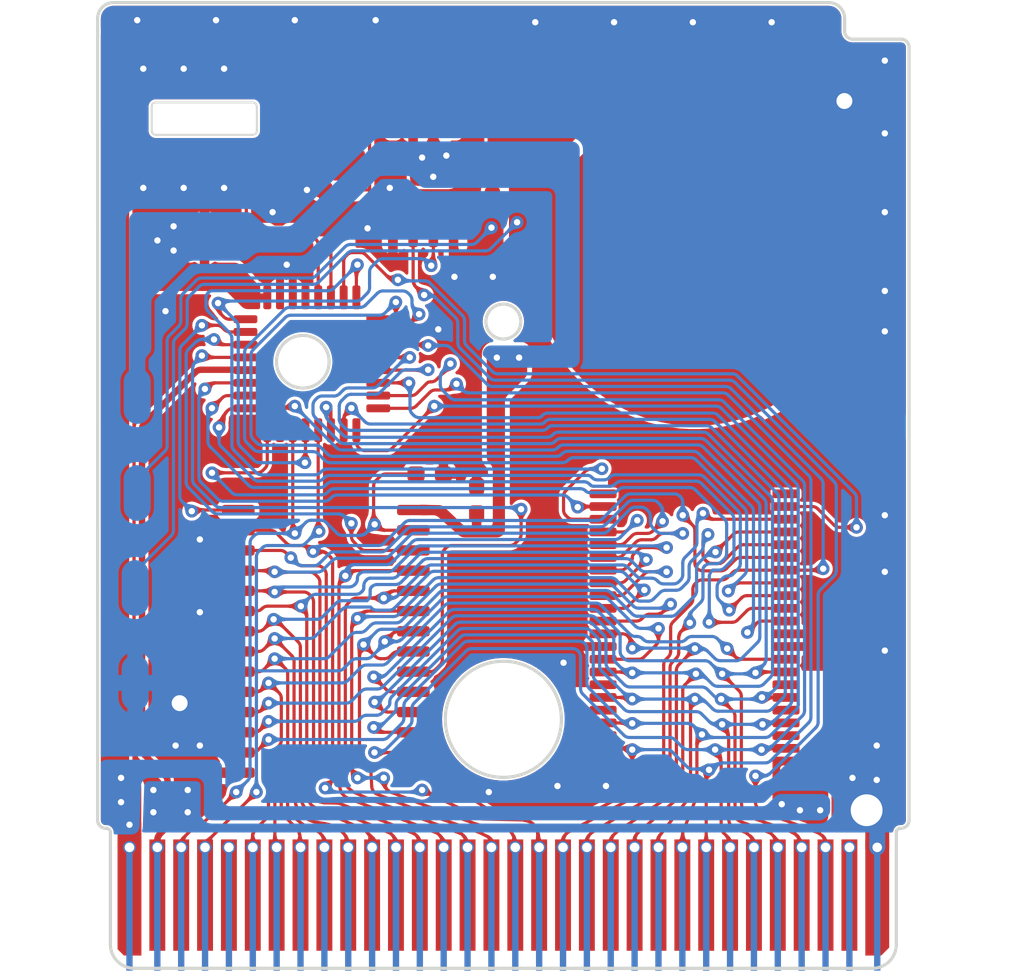
<source format=kicad_pcb>
(kicad_pcb (version 20211014) (generator pcbnew)
  (layers (0 "F.Cu" signal) (31 "B.Cu" signal) (34 "B.Paste" user) (35 "F.Paste" user) (36 "B.SilkS" user "B.Silkscreen") (37 "F.SilkS" user "F.Silkscreen") (38 "B.Mask" user) (39 "F.Mask" user) (44 "Edge.Cuts" user))
  (net 0 "")
  (net 1 "GND")
  (net 2 "VCC")
  (net 3 "Clock")
  (net 4 "Write")
  (net 5 "Read")
  (net 6 "CS")
  (net 7 "A00")
  (net 8 "A01")
  (net 9 "A02")
  (net 10 "A03")
  (net 11 "A04")
  (net 12 "A05")
  (net 13 "A06")
  (net 14 "A07")
  (net 15 "A08")
  (net 16 "A09")
  (net 17 "A10")
  (net 18 "A11")
  (net 19 "A12")
  (net 20 "A13")
  (net 21 "A14")
  (net 22 "A15")
  (net 23 "D0")
  (net 24 "D1")
  (net 25 "D2")
  (net 26 "D3")
  (net 27 "D4")
  (net 28 "D5")
  (net 29 "D6")
  (net 30 "D7")
  (net 31 "Reset")
  (net 32 "Audio")
  (net 33 "BT+")
  (net 34 "VBATT")
  (net 35 "VOUT")
  (net 36 "XIN")
  (net 37 "XOUT")
  (net 38 "X_")
  (net 39 "CE")
  (net 40 "SYS_RST")
  (net 41 "AA13")
  (net 42 "AA14")
  (net 43 "RA14")
  (net 44 "RA15")
  (net 45 "RA16")
  (net 46 "RA17")
  (net 47 "RA18")
  (net 48 "RA19")
  (net 49 "RA20")
  (footprint "Nintendo:R_0603_Pad_HandSolder" (layer "F.Cu") (at 164.4396 67.7164 90)
    (fp_text reference "R1")
    (fp_text value "1kΩ")
  )
  (footprint "Nintendo:LQFP-32_MBC" (layer "F.Cu") (at 153.084947 79.252395 90)
    (fp_text reference "U2")
    (fp_text value "MBC3A")
  )
  (footprint "Nintendo:C_0603_Pad_HandSolder" (layer "F.Cu") (at 160.50061 86.181667)
    (fp_text reference "C6")
    (fp_text value "0.1pF")
  )
  (footprint "Nintendo:C_0603_Pad_HandSolder" (layer "F.Cu") (at 150.818557 68.333602)
    (fp_text reference "C2")
    (fp_text value "15pF")
  )
  (footprint "Nintendo:R_0603_Pad_HandSolder" (layer "F.Cu") (at 151.003 71.12)
    (fp_text reference "R2")
    (fp_text value "330kΩ")
  )
  (footprint "Nintendo:GroundPad_Square_TH_3.8mm" (layer "F.Cu") (at 144.78 100.584)
    (fp_text reference "GND2" hide)
    (fp_text value "GroundPad_Square_TH_3.8mm")
  )
  (footprint "Nintendo:Crystal_D2mm_L6mm_Horizontal" (layer "F.Cu") (at 149.629587 63.844956)
    (fp_text reference "X1")
    (fp_text value "Crystal_D2mm_L6mm_Horizontal")
    (fp_line (start 0 -0.762) (end 0 0.762) (layer "Edge.Cuts") (width 0.12))
    (fp_line (start -6.604 -0.762) (end -6.604 0.762) (layer "Edge.Cuts") (width 0.12))
    (fp_line (start -0.254 1.016) (end -6.35 1.016) (layer "Edge.Cuts") (width 0.12))
    (fp_line (start -6.35 -1.016) (end -0.254 -1.016) (layer "Edge.Cuts") (width 0.12))
    (fp_arc (start -6.604 -0.762) (mid -6.529605 -0.941605) (end -6.35 -1.016) (layer "Edge.Cuts") (width 0.12))
    (fp_arc (start -0.254 -1.016) (mid -0.074395 -0.941605) (end 0 -0.762) (layer "Edge.Cuts") (width 0.12))
    (fp_arc (start 0 0.762) (mid -0.074395 0.941605) (end -0.254 1.016) (layer "Edge.Cuts") (width 0.12))
    (fp_arc (start -6.35 1.016) (mid -6.529605 0.941605) (end -6.604 0.762) (layer "Edge.Cuts") (width 0.12))
  )
  (footprint "Connector_GameBoy:GameBoy_GamePak_CGB-002_P1.50mm_Edge" (layer "F.Cu") (at 165.127 117.25)
    (fp_text reference "U0" hide)
    (fp_text value "CartBus" hide)
  )
  (footprint "Nintendo:Batt_CR2025" (layer "F.Cu") (at 177.165 73.152 -45)
    (fp_text reference "BT1")
    (fp_text value "Batt CR2025")
  )
  (footprint "Nintendo:SO-8_SYSRST" (layer "F.Cu") (at 160.090962 67.221296 90)
    (fp_text reference "U4")
    (fp_text value "MM1134")
  )
  (footprint "Nintendo:C_0603_Pad_HandSolder" (layer "F.Cu") (at 163.447116 87.824318 90)
    (fp_text reference "C5")
    (fp_text value "0.1pF")
  )
  (footprint "Nintendo:C_0603_Pad_HandSolder" (layer "F.Cu") (at 186.42389 103.079648 90)
    (fp_text reference "C3")
    (fp_text value "0.1pF")
  )
  (footprint "Nintendo:C_0603_Pad_HandSolder" (layer "F.Cu") (at 146.34425 71.337906 90)
    (fp_text reference "C4")
    (fp_text value "0.1pF")
  )
  (footprint "Nintendo:SOIC-28_SRAM" (layer "F.Cu") (at 153.968775 96.701069)
    (fp_text reference "U3")
    (fp_text value "RAM")
  )
  (footprint "Nintendo:C_0603_Pad_HandSolder" (layer "F.Cu") (at 154.699321 68.323335)
    (fp_text reference "C1")
    (fp_text value "15pF")
  )
  (footprint "Nintendo:GroundPad_Square_TH_3.8mm" (layer "F.Cu") (at 186.563 62.738)
    (fp_text reference "GND1" hide)
    (fp_text value "GroundPad_Square_TH_3.8mm")
  )
  (footprint "Nintendo:TSOP-II-44_MROM" (layer "F.Cu") (at 177.143596 95.826146)
    (fp_text reference "U1")
    (fp_text value "PRG")
  )
  (footprint "Nintendo:TestPoint_3.5x1.7mm" (layer "B.Cu") (at 141.986 99.314 90)
    (fp_text reference "TP4")
    (fp_text value "TestPoint_3.5x1.7mm")
  )
  (footprint "Nintendo:TestPoint_3.5x1.7mm" (layer "B.Cu") (at 142.113 87.376 90)
    (fp_text reference "TP2")
    (fp_text value "TestPoint_3.5x1.7mm")
  )
  (footprint "Nintendo:TestPoint_3.5x1.7mm" (layer "B.Cu") (at 141.986 93.345 90)
    (fp_text reference "TP3")
    (fp_text value "TestPoint_3.5x1.7mm")
  )
  (footprint "Nintendo:TestPoint_3.5x1.7mm" (layer "B.Cu") (at 142.113 81.28 90)
    (fp_text reference "TP1")
    (fp_text value "TestPoint_3.5x1.7mm")
  )
  (gr_circle (center 165.127 76.6) (end 166.227 76.6) (layer "Edge.Cuts") (width 0.2) (fill none))
  (gr_circle (center 165.127 101.6) (end 168.777 101.6) (layer "Edge.Cuts") (width 0.2) (fill none))
  (gr_line (start 190.127 58.85) (end 187.077 58.85) (layer "Edge.Cuts") (width 0.2))
  (gr_line (start 141.927439 117.249559) (end 188.327441 117.250435) (layer "Edge.Cuts") (width 0.2))
  (gr_arc (start 185.577 56.55) (mid 186.284107 56.842893) (end 186.577 57.55) (layer "Edge.Cuts") (width 0.2))
  (gr_line (start 190.127 108.45) (end 190.077 108.45) (layer "Edge.Cuts") (width 0.2))
  (gr_arc (start 139.626 57.55) (mid 139.918893 56.842893) (end 140.626 56.55) (layer "Edge.Cuts") (width 0.2))
  (gr_line (start 140.177 108.45) (end 140.127 108.45) (layer "Edge.Cuts") (width 0.2))
  (gr_arc (start 140.127 108.45) (mid 139.773447 108.303553) (end 139.627 107.95) (layer "Edge.Cuts") (width 0.2))
  (gr_line (start 190.627 107.95) (end 190.627 59.35) (layer "Edge.Cuts") (width 0.2))
  (gr_arc (start 187.077 58.85) (mid 186.723447 58.703553) (end 186.577 58.35) (layer "Edge.Cuts") (width 0.2))
  (gr_arc (start 190.127 58.85) (mid 190.480553 58.996447) (end 190.627 59.35) (layer "Edge.Cuts") (width 0.2))
  (gr_arc (start 190.627 107.95) (mid 190.480553 108.303553) (end 190.127 108.45) (layer "Edge.Cuts") (width 0.2))
  (gr_arc (start 189.827002 115.749998) (mid 189.387972 116.810786) (end 188.327441 117.250435) (layer "Edge.Cuts") (width 0.2))
  (gr_line (start 139.626 57.55) (end 139.627 107.95) (layer "Edge.Cuts") (width 0.2))
  (gr_arc (start 141.927439 117.249559) (mid 140.866651 116.810529) (end 140.427002 115.749998) (layer "Edge.Cuts") (width 0.2))
  (gr_arc (start 140.177 108.45) (mid 140.353777 108.523223) (end 140.427 108.7) (layer "Edge.Cuts") (width 0.2))
  (gr_line (start 140.427002 115.749998) (end 140.427 108.7) (layer "Edge.Cuts") (width 0.2))
  (gr_line (start 186.577 57.55) (end 186.577 58.35) (layer "Edge.Cuts") (width 0.2))
  (gr_arc (start 189.827 108.7) (mid 189.900223 108.523223) (end 190.077 108.45) (layer "Edge.Cuts") (width 0.2))
  (gr_line (start 189.827002 115.749998) (end 189.827 108.7) (layer "Edge.Cuts") (width 0.2))
  (gr_circle (center 152.522123 79.125877) (end 154.178 79.125877) (layer "Edge.Cuts") (width 0.2) (fill none))
  (gr_line (start 185.577 56.55) (end 140.626 56.55) (layer "Edge.Cuts") (width 0.2))
  (segment (start 152.783665 68.323335) (end 152.781 68.326) (width 0.4) (layer "F.Cu") (net 1))
  (segment (start 153.836821 68.323335) (end 152.783665 68.323335) (width 0.4) (layer "F.Cu") (net 1))
  (segment (start 152.773398 68.333602) (end 152.781 68.326) (width 0.4) (layer "F.Cu") (net 1))
  (segment (start 188.627 109.65) (end 188.627 108.712) (width 1.5) (layer "F.Cu") (net 1))
  (segment (start 151.681057 68.333602) (end 152.773398 68.333602) (width 0.4) (layer "F.Cu") (net 1))
  (via (at 167.132 57.785) (size 0.8) (drill 0.4) (layers "F.Cu" "B.Cu") (net 1))
  (via (at 189.103 77.216) (size 0.8) (drill 0.4) (layers "F.Cu" "B.Cu") (net 1))
  (via (at 143.129 107.442) (size 0.8) (drill 0.4) (layers "F.Cu" "B.Cu") (net 1))
  (via (at 157.988 68.199) (size 0.8) (drill 0.4) (layers "F.Cu" "B.Cu") (net 1))
  (via (at 157.099 57.658) (size 0.8) (drill 0.4) (layers "F.Cu" "B.Cu") (net 1))
  (via (at 189.103 74.676) (size 0.8) (drill 0.4) (layers "F.Cu" "B.Cu") (net 1))
  (via (at 143.891 75.946) (size 0.8) (drill 0.4) (layers "F.Cu" "B.Cu") (net 1))
  (via (at 146.05 90.297) (size 0.8) (drill 0.4) (layers "F.Cu" "B.Cu") (net 1))
  (via (at 177.038 57.785) (size 0.8) (drill 0.4) (layers "F.Cu" "B.Cu") (net 1))
  (via (at 161.036 77.089) (size 0.8) (drill 0.4) (layers "F.Cu" "B.Cu") (net 1))
  (via (at 188.595 103.251) (size 0.8) (drill 0.4) (layers "F.Cu" "B.Cu") (net 1))
  (via (at 189.103 88.773) (size 0.8) (drill 0.4) (layers "F.Cu" "B.Cu") (net 1))
  (via (at 145.034 68.199) (size 0.8) (drill 0.4) (layers "F.Cu" "B.Cu") (net 1))
  (via (at 142.113 57.658) (size 0.8) (drill 0.4) (layers "F.Cu" "B.Cu") (net 1))
  (via (at 147.574 60.706) (size 0.8) (drill 0.4) (layers "F.Cu" "B.Cu") (net 1))
  (via (at 189.103 60.198) (size 0.8) (drill 0.4) (layers "F.Cu" "B.Cu") (net 1))
  (via (at 164.465 73.787) (size 0.8) (drill 0.4) (layers "F.Cu" "B.Cu") (net 1))
  (via (at 145.034 60.706) (size 0.8) (drill 0.4) (layers "F.Cu" "B.Cu") (net 1))
  (via (at 147.066 57.658) (size 0.8) (drill 0.4) (layers "F.Cu" "B.Cu") (net 1))
  (via (at 168.529 105.791) (size 0.8) (drill 0.4) (layers "F.Cu" "B.Cu") (net 1))
  (via (at 189.103 97.282) (size 0.8) (drill 0.4) (layers "F.Cu" "B.Cu") (net 1))
  (via (at 151.511 73.025) (size 0.8) (drill 0.4) (layers "F.Cu" "B.Cu") (net 1))
  (via (at 143.129 106.045) (size 0.8) (drill 0.4) (layers "F.Cu" "B.Cu") (net 1))
  (via (at 188.595 105.41) (size 0.8) (drill 0.4) (layers "F.Cu" "B.Cu") (net 1))
  (via (at 145.288 106.045) (size 0.8) (drill 0.4) (layers "F.Cu" "B.Cu") (net 1))
  (via (at 168.91 98.044) (size 0.8) (drill 0.4) (layers "F.Cu" "B.Cu") (net 1))
  (via (at 164.211 106.172) (size 0.8) (drill 0.4) (layers "F.Cu" "B.Cu") (net 1))
  (via (at 189.103 69.723) (size 0.8) (drill 0.4) (layers "F.Cu" "B.Cu") (net 1))
  (via (at 189.103 92.329) (size 0.8) (drill 0.4) (layers "F.Cu" "B.Cu") (net 1))
  (via (at 150.622 69.723) (size 0.8) (drill 0.4) (layers "F.Cu" "B.Cu") (net 1))
  (via (at 142.494 68.199) (size 0.8) (drill 0.4) (layers "F.Cu" "B.Cu") (net 1))
  (via (at 144.526 103.251) (size 0.8) (drill 0.4) (layers "F.Cu" "B.Cu") (net 1))
  (via (at 162.052 73.787) (size 0.8) (drill 0.4) (layers "F.Cu" "B.Cu") (net 1))
  (via (at 171.577 105.791) (size 0.8) (drill 0.4) (layers "F.Cu" "B.Cu") (net 1))
  (via (at 146.05 94.869) (size 0.8) (drill 0.4) (layers "F.Cu" "B.Cu") (net 1))
  (via (at 187.96 107.315) (size 2.4) (drill 2) (layers "F.Cu" "B.Cu") (net 1))
  (via (at 145.288 107.442) (size 0.8) (drill 0.4) (layers "F.Cu" "B.Cu") (net 1))
  (via (at 152.781 68.326) (size 0.8) (drill 0.4) (layers "F.Cu" "B.Cu") (net 1))
  (via (at 152.019 57.658) (size 0.8) (drill 0.4) (layers "F.Cu" "B.Cu") (net 1))
  (via (at 142.494 60.706) (size 0.8) (drill 0.4) (layers "F.Cu" "B.Cu") (net 1))
  (via (at 189.103 64.77) (size 0.8) (drill 0.4) (layers "F.Cu" "B.Cu") (net 1))
  (via (at 181.991 57.785) (size 0.8) (drill 0.4) (layers "F.Cu" "B.Cu") (net 1))
  (via (at 187.071 105.283) (size 0.8) (drill 0.4) (layers "F.Cu" "B.Cu") (net 1))
  (via (at 156.591 70.739) (size 0.8) (drill 0.4) (layers "F.Cu" "B.Cu") (net 1))
  (via (at 146.05 103.251) (size 0.8) (drill 0.4) (layers "F.Cu" "B.Cu") (net 1))
  (via (at 147.574 68.199) (size 0.8) (drill 0.4) (layers "F.Cu" "B.Cu") (net 1))
  (via (at 172.085 57.785) (size 0.8) (drill 0.4) (layers "F.Cu" "B.Cu") (net 1))
  (segment (start 188.627 109.65) (end 188.627 108.712) (width 1) (layer "B.Cu") (net 1))
  (segment (start 141.627 108.226) (end 141.627 107.544107) (width 0.4) (layer "F.Cu") (net 2))
  (segment (start 158.039515 60.630515) (end 156.737446 59.328446) (width 0.4) (layer "F.Cu") (net 2))
  (segment (start 141.627 109.65) (end 141.627 108.226) (width 1.5) (layer "F.Cu") (net 2))
  (segment (start 140.950553 59.328447) (end 140.735446 59.543554) (width 0.4) (layer "F.Cu") (net 2))
  (segment (start 141.097 105.283) (end 141.097 106.807) (width 0.4) (layer "F.Cu") (net 2))
  (segment (start 140.589 59.897107) (end 140.589 104.567893) (width 0.4) (layer "F.Cu") (net 2))
  (segment (start 140.735447 104.921447) (end 141.097 105.283) (width 0.4) (layer "F.Cu") (net 2))
  (segment (start 156.383893 59.182) (end 141.304107 59.182) (width 0.4) (layer "F.Cu") (net 2))
  (segment (start 158.185962 63.721296) (end 158.185962 60.984069) (width 0.4) (layer "F.Cu") (net 2))
  (segment (start 141.480553 107.190553) (end 141.097 106.807) (width 0.4) (layer "F.Cu") (net 2))
  (via (at 141.097 105.283) (size 0.8) (drill 0.4) (layers "F.Cu" "B.Cu") (net 2))
  (via (at 141.627 108.226) (size 0.8) (drill 0.4) (layers "F.Cu" "B.Cu") (net 2))
  (via (at 182.626 106.934) (size 0.8) (drill 0.4) (layers "F.Cu" "B.Cu") (net 2))
  (via (at 183.769 107.315) (size 0.8) (drill 0.4) (layers "F.Cu" "B.Cu") (net 2))
  (via (at 141.097 106.807) (size 0.8) (drill 0.4) (layers "F.Cu" "B.Cu") (net 2))
  (via (at 185.039 107.315) (size 0.8) (drill 0.4) (layers "F.Cu" "B.Cu") (net 2))
  (arc (start 140.950553 59.328447) (mid 141.112765 59.22006) (end 141.304107 59.182) (width 0.4) (layer "F.Cu") (net 2))
  (arc (start 140.735446 59.543554) (mid 140.62706 59.705766) (end 140.589 59.897107) (width 0.4) (layer "F.Cu") (net 2))
  (arc (start 141.627 107.544107) (mid 141.58894 107.352765) (end 141.480553 107.190553) (width 0.4) (layer "F.Cu") (net 2))
  (arc (start 158.039515 60.630515) (mid 158.147902 60.792727) (end 158.185962 60.984069) (width 0.4) (layer "F.Cu") (net 2))
  (arc (start 156.737446 59.328446) (mid 156.575234 59.22006) (end 156.383893 59.182) (width 0.4) (layer "F.Cu") (net 2))
  (arc (start 140.589 104.567893) (mid 140.62706 104.759235) (end 140.735447 104.921447) (width 0.4) (layer "F.Cu") (net 2))
  (segment (start 183.769 107.315) (end 185.039 107.315) (width 0.2) (layer "B.Cu") (net 2))
  (segment (start 147.026868 107.402868) (end 147.066 107.442) (width 0.4) (layer "B.Cu") (net 2))
  (segment (start 182.626 106.934) (end 183.180893 106.934) (width 0.2) (layer "B.Cu") (net 2))
  (segment (start 141.097 105.283) (end 141.585554 104.794446) (width 0.4) (layer "B.Cu") (net 2))
  (segment (start 146.939 105.490107) (end 146.939 107.190736) (width 0.4) (layer "B.Cu") (net 2))
  (segment (start 147.066 107.442) (end 181.910893 107.442) (width 0.4) (layer "B.Cu") (net 2))
  (segment (start 141.939107 104.648) (end 146.096893 104.648) (width 0.4) (layer "B.Cu") (net 2))
  (segment (start 182.264447 107.295553) (end 182.626 106.934) (width 0.4) (layer "B.Cu") (net 2))
  (segment (start 183.534447 107.080447) (end 183.769 107.315) (width 0.2) (layer "B.Cu") (net 2))
  (segment (start 146.450447 104.794447) (end 146.792554 105.136554) (width 0.4) (layer "B.Cu") (net 2))
  (arc (start 181.910893 107.442) (mid 182.102235 107.40394) (end 182.264447 107.295553) (width 0.4) (layer "B.Cu") (net 2))
  (arc (start 146.939 105.490107) (mid 146.90094 105.298766) (end 146.792554 105.136554) (width 0.4) (layer "B.Cu") (net 2))
  (arc (start 141.585554 104.794446) (mid 141.747766 104.68606) (end 141.939107 104.648) (width 0.4) (layer "B.Cu") (net 2))
  (arc (start 183.180893 106.934) (mid 183.372235 106.97206) (end 183.534447 107.080447) (width 0.2) (layer "B.Cu") (net 2))
  (arc (start 146.096893 104.648) (mid 146.288235 104.68606) (end 146.450447 104.794447) (width 0.4) (layer "B.Cu") (net 2))
  (arc (start 147.026868 107.402868) (mid 146.961836 107.305541) (end 146.939 107.190736) (width 0.4) (layer "B.Cu") (net 2))
  (segment (start 142.562591 82.989409) (end 145.776554 79.775446) (width 0.4) (layer "F.Cu") (net 3))
  (segment (start 143.523447 108.825553) (end 143.871554 108.477446) (width 0.4) (layer "F.Cu") (net 3))
  (segment (start 143.377 109.65) (end 143.377 109.179107) (width 0.4) (layer "F.Cu") (net 3))
  (segment (start 146.130107 79.629) (end 148.890498 79.629) (width 0.4) (layer "F.Cu") (net 3))
  (segment (start 142.416144 103.474037) (end 142.416144 83.342963) (width 0.4) (layer "F.Cu") (net 3))
  (segment (start 143.871553 105.136553) (end 142.56259 103.82759) (width 0.4) (layer "F.Cu") (net 3))
  (segment (start 144.018 108.123893) (end 144.018 105.490107) (width 0.4) (layer "F.Cu") (net 3))
  (arc (start 145.776554 79.775446) (mid 145.938766 79.66706) (end 146.130107 79.629) (width 0.4) (layer "F.Cu") (net 3))
  (arc (start 143.871554 108.477446) (mid 143.97994 108.315234) (end 144.018 108.123893) (width 0.4) (layer "F.Cu") (net 3))
  (arc (start 143.523447 108.825553) (mid 143.41506 108.987765) (end 143.377 109.179107) (width 0.4) (layer "F.Cu") (net 3))
  (arc (start 143.871553 105.136553) (mid 143.97994 105.298765) (end 144.018 105.490107) (width 0.4) (layer "F.Cu") (net 3))
  (arc (start 142.562591 82.989409) (mid 142.454204 83.151621) (end 142.416144 83.342963) (width 0.4) (layer "F.Cu") (net 3))
  (arc (start 142.416144 103.474037) (mid 142.454204 103.665378) (end 142.56259 103.82759) (width 0.4) (layer "F.Cu") (net 3))
  (segment (start 151.977083 89.874083) (end 152.019 89.916) (width 0.2) (layer "F.Cu") (net 4))
  (segment (start 156.972 89.281) (end 156.972 86.948107) (width 0.2) (layer "F.Cu") (net 4))
  (segment (start 157.73844 86.181667) (end 159.63811 86.181667) (width 0.2) (layer "F.Cu") (net 4))
  (segment (start 157.0355 89.3445) (end 156.972 89.281) (width 0.2) (layer "F.Cu") (net 4))
  (segment (start 145.526466 108.554933) (end 146.023697 108.243253) (width 0.2) (layer "F.Cu") (net 4))
  (segment (start 157.118447 86.594553) (end 157.384887 86.328113) (width 0.2) (layer "F.Cu") (net 4))
  (segment (start 159.468775 89.716069) (end 157.614176 89.716069) (width 0.2) (layer "F.Cu") (net 4))
  (segment (start 147.006492 107.451447) (end 147.520355 106.997646) (width 0.2) (layer "F.Cu") (net 4))
  (segment (start 146.049163 108.22618) (end 146.346035 108.013683) (width 0.2) (layer "F.Cu") (net 4))
  (segment (start 157.260622 89.569622) (end 157.0355 89.3445) (width 0.2) (layer "F.Cu") (net 4))
  (segment (start 146.379903 107.987166) (end 147.000411 107.456731) (width 0.2) (layer "F.Cu") (net 4))
  (segment (start 147.545445 106.973896) (end 148.336 106.172) (width 0.2) (layer "F.Cu") (net 4))
  (segment (start 145.023447 109.040053) (end 145.438471 108.625029) (width 0.2) (layer "F.Cu") (net 4))
  (segment (start 151.889215 83.427717) (end 151.889215 89.661951) (width 0.2) (layer "F.Cu") (net 4))
  (via (at 152.019 89.916) (size 0.8) (drill 0.4) (layers "F.Cu" "B.Cu") (net 4))
  (via (at 157.0355 89.3445) (size 0.8) (drill 0.4) (layers "F.Cu" "B.Cu") (net 4))
  (via (at 148.336 106.172) (size 0.8) (drill 0.4) (layers "F.Cu" "B.Cu") (net 4))
  (arc (start 151.977083 89.874083) (mid 151.912051 89.776756) (end 151.889215 89.661951) (width 0.2) (layer "F.Cu") (net 4))
  (arc (start 146.346035 108.013683) (mid 146.363254 108.000789) (end 146.379903 107.987166) (width 0.2) (layer "F.Cu") (net 4))
  (arc (start 157.73844 86.181667) (mid 157.547099 86.219727) (end 157.384887 86.328113) (width 0.2) (layer "F.Cu") (net 4))
  (arc (start 157.614176 89.716069) (mid 157.422834 89.678009) (end 157.260622 89.569622) (width 0.2) (layer "F.Cu") (net 4))
  (arc (start 146.023697 108.243253) (mid 146.036561 108.234912) (end 146.049163 108.22618) (width 0.2) (layer "F.Cu") (net 4))
  (arc (start 145.526466 108.554933) (mid 145.480491 108.587498) (end 145.438471 108.625029) (width 0.2) (layer "F.Cu") (net 4))
  (arc (start 156.972 86.948107) (mid 157.01006 86.756765) (end 157.118447 86.594553) (width 0.2) (layer "F.Cu") (net 4))
  (arc (start 147.006492 107.451447) (mid 147.003462 107.454101) (end 147.000411 107.456731) (width 0.2) (layer "F.Cu") (net 4))
  (arc (start 147.520355 106.997646) (mid 147.533105 106.985988) (end 147.545445 106.973896) (width 0.2) (layer "F.Cu") (net 4))
  (arc (start 144.877 109.393607) (mid 144.91506 109.202265) (end 145.023447 109.040053) (width 0.2) (layer "F.Cu") (net 4))
  (segment (start 149.813107 89.916) (end 152.019 89.916) (width 0.2) (layer "B.Cu") (net 4))
  (segment (start 149.20648 105.094413) (end 149.20648 90.522627) (width 0.2) (layer "B.Cu") (net 4))
  (segment (start 156.483447 89.896553) (end 157.0355 89.3445) (width 0.2) (layer "B.Cu") (net 4))
  (segment (start 154.005936 89.235936) (end 154.666554 89.896554) (width 0.2) (layer "B.Cu") (net 4))
  (segment (start 149.352927 90.169073) (end 149.459554 90.062446) (width 0.2) (layer "B.Cu") (net 4))
  (segment (start 155.020107 90.043) (end 156.129893 90.043) (width 0.2) (layer "B.Cu") (net 4))
  (segment (start 148.336 106.172) (end 149.060034 105.447966) (width 0.2) (layer "B.Cu") (net 4))
  (segment (start 152.019 89.916) (end 152.699065 89.235935) (width 0.2) (layer "B.Cu") (net 4))
  (segment (start 153.052618 89.089489) (end 153.652382 89.089489) (width 0.2) (layer "B.Cu") (net 4))
  (arc (start 149.813107 89.916) (mid 149.621766 89.95406) (end 149.459554 90.062446) (width 0.2) (layer "B.Cu") (net 4))
  (arc (start 156.483447 89.896553) (mid 156.321235 90.00494) (end 156.129893 90.043) (width 0.2) (layer "B.Cu") (net 4))
  (arc (start 154.005936 89.235936) (mid 153.843724 89.127549) (end 153.652382 89.089489) (width 0.2) (layer "B.Cu") (net 4))
  (arc (start 149.20648 105.094413) (mid 149.16842 105.285754) (end 149.060034 105.447966) (width 0.2) (layer "B.Cu") (net 4))
  (arc (start 154.666554 89.896554) (mid 154.828766 90.00494) (end 155.020107 90.043) (width 0.2) (layer "B.Cu") (net 4))
  (arc (start 149.20648 90.522627) (mid 149.24454 90.331285) (end 149.352927 90.169073) (width 0.2) (layer "B.Cu") (net 4))
  (arc (start 152.699065 89.235935) (mid 152.861277 89.127549) (end 153.052618 89.089489) (width 0.2) (layer "B.Cu") (net 4))
  (segment (start 174.879 96.566893) (end 174.879 95.885) (width 0.2) (layer "F.Cu") (net 5))
  (segment (start 159.468775 96.066069) (end 158.522038 96.066069) (width 0.2) (layer "F.Cu") (net 5))
  (segment (start 171.393596 97.826146) (end 173.619747 97.826146) (width 0.2) (layer "F.Cu") (net 5))
  (segment (start 173.973301 97.679699) (end 174.732554 96.920446) (width 0.2) (layer "F.Cu") (net 5))
  (segment (start 158.168484 96.212516) (end 157.6705 96.7105) (width 0.2) (layer "F.Cu") (net 5))
  (segment (start 146.377 109.401) (end 149.606 106.172) (width 0.2) (layer "F.Cu") (net 5))
  (segment (start 153.489215 89.735215) (end 153.543 89.789) (width 0.2) (layer "F.Cu") (net 5))
  (segment (start 153.489215 83.427717) (end 153.489215 89.735215) (width 0.2) (layer "F.Cu") (net 5))
  (via (at 153.543 89.789) (size 0.8) (drill 0.4) (layers "F.Cu" "B.Cu") (net 5))
  (via (at 174.879 95.885) (size 0.8) (drill 0.4) (layers "F.Cu" "B.Cu") (net 5))
  (via (at 149.606 106.172) (size 0.8) (drill 0.4) (layers "F.Cu" "B.Cu") (net 5))
  (via (at 157.6705 96.7105) (size 0.8) (drill 0.4) (layers "F.Cu" "B.Cu") (net 5))
  (arc (start 158.522038 96.066069) (mid 158.330696 96.104129) (end 158.168484 96.212516) (width 0.2) (layer "F.Cu") (net 5))
  (arc (start 173.619747 97.826146) (mid 173.811089 97.788086) (end 173.973301 97.679699) (width 0.2) (layer "F.Cu") (net 5))
  (arc (start 174.879 96.566893) (mid 174.84094 96.758234) (end 174.732554 96.920446) (width 0.2) (layer "F.Cu") (net 5))
  (segment (start 171.722565 94.042583) (end 173.418536 95.738554) (width 0.2) (layer "B.Cu") (net 5))
  (segment (start 157.6705 96.7105) (end 157.6705 96.713236) (width 0.2) (layer "B.Cu") (net 5))
  (segment (start 149.606 98.552) (end 149.606 91.393107) (width 0.2) (layer "B.Cu") (net 5))
  (segment (start 155.555553 97.936447) (end 155.086446 98.405554) (width 0.2) (layer "B.Cu") (net 5))
  (segment (start 157.582632 96.925368) (end 156.864446 97.643554) (width 0.2) (layer "B.Cu") (net 5))
  (segment (start 149.752447 91.039553) (end 149.967554 90.824446) (width 0.2) (layer "B.Cu") (net 5))
  (segment (start 152.700188 90.531553) (end 153.442741 89.789) (width 0.2) (layer "B.Cu") (net 5))
  (segment (start 158.747913 96.564053) (end 161.269384 94.042582) (width 0.2) (layer "B.Cu") (net 5))
  (segment (start 157.6705 96.7105) (end 158.394359 96.7105) (width 0.2) (layer "B.Cu") (net 5))
  (segment (start 173.772089 95.885) (end 174.879 95.885) (width 0.2) (layer "B.Cu") (net 5))
  (segment (start 161.622937 93.896136) (end 171.369011 93.896136) (width 0.2) (layer "B.Cu") (net 5))
  (segment (start 153.442741 89.789) (end 153.543 89.789) (width 0.2) (layer "B.Cu") (net 5))
  (segment (start 156.510893 97.79) (end 155.909107 97.79) (width 0.2) (layer "B.Cu") (net 5))
  (segment (start 149.606 106.172) (end 149.606 98.552) (width 0.2) (layer "B.Cu") (net 5))
  (segment (start 154.732893 98.552) (end 149.606 98.552) (width 0.2) (layer "B.Cu") (net 5))
  (segment (start 150.321107 90.678) (end 152.346634 90.678) (width 0.2) (layer "B.Cu") (net 5))
  (arc (start 155.086446 98.405554) (mid 154.924234 98.51394) (end 154.732893 98.552) (width 0.2) (layer "B.Cu") (net 5))
  (arc (start 149.967554 90.824446) (mid 150.129766 90.71606) (end 150.321107 90.678) (width 0.2) (layer "B.Cu") (net 5))
  (arc (start 161.269384 94.042582) (mid 161.431596 93.934196) (end 161.622937 93.896136) (width 0.2) (layer "B.Cu") (net 5))
  (arc (start 171.722565 94.042583) (mid 171.560353 93.934196) (end 171.369011 93.896136) (width 0.2) (layer "B.Cu") (net 5))
  (arc (start 158.747913 96.564053) (mid 158.585701 96.67244) (end 158.394359 96.7105) (width 0.2) (layer "B.Cu") (net 5))
  (arc (start 149.606 91.393107) (mid 149.64406 91.201765) (end 149.752447 91.039553) (width 0.2) (layer "B.Cu") (net 5))
  (arc (start 157.6705 96.713236) (mid 157.647664 96.828041) (end 157.582632 96.925368) (width 0.2) (layer "B.Cu") (net 5))
  (arc (start 173.418536 95.738554) (mid 173.580748 95.84694) (end 173.772089 95.885) (width 0.2) (layer "B.Cu") (net 5))
  (arc (start 156.864446 97.643554) (mid 156.702234 97.75194) (end 156.510893 97.79) (width 0.2) (layer "B.Cu") (net 5))
  (arc (start 155.555553 97.936447) (mid 155.717765 97.82806) (end 155.909107 97.79) (width 0.2) (layer "B.Cu") (net 5))
  (arc (start 152.700188 90.531553) (mid 152.537976 90.63994) (end 152.346634 90.678) (width 0.2) (layer "B.Cu") (net 5))
  (segment (start 149.377 109.65) (end 149.377 108.894107) (width 0.2) (layer "F.Cu") (net 7))
  (segment (start 149.523447 108.540553) (end 150.218919 107.845081) (width 0.2) (layer "F.Cu") (net 7))
  (segment (start 149.952378 99.729622) (end 150.368 99.314) (width 0.2) (layer "F.Cu") (net 7))
  (segment (start 179.721699 97.679699) (end 179.197 97.155) (width 0.2) (layer "F.Cu") (net 7))
  (segment (start 148.468775 99.876069) (end 149.598824 99.876069) (width 0.2) (layer "F.Cu") (net 7))
  (segment (start 151.171618 102.916893) (end 151.171618 100.283107) (width 0.2) (layer "F.Cu") (net 7))
  (segment (start 150.409618 99.314) (end 150.368 99.314) (width 0.2) (layer "F.Cu") (net 7))
  (segment (start 150.511811 103.783807) (end 151.025172 103.270446) (width 0.2) (layer "F.Cu") (net 7))
  (segment (start 182.893596 97.826146) (end 180.075253 97.826146) (width 0.2) (layer "F.Cu") (net 7))
  (segment (start 150.365365 107.491528) (end 150.365364 104.137361) (width 0.2) (layer "F.Cu") (net 7))
  (segment (start 151.025171 99.929553) (end 150.409618 99.314) (width 0.2) (layer "F.Cu") (net 7))
  (via (at 150.368 99.314) (size 0.8) (drill 0.4) (layers "F.Cu" "B.Cu") (net 7))
  (via (at 179.197 97.155) (size 0.8) (drill 0.4) (layers "F.Cu" "B.Cu") (net 7))
  (arc (start 151.171618 102.916893) (mid 151.133558 103.108234) (end 151.025172 103.270446) (width 0.2) (layer "F.Cu") (net 7))
  (arc (start 151.171618 100.283107) (mid 151.133558 100.091765) (end 151.025171 99.929553) (width 0.2) (layer "F.Cu") (net 7))
  (arc (start 150.218919 107.845081) (mid 150.327305 107.682869) (end 150.365365 107.491528) (width 0.2) (layer "F.Cu") (net 7))
  (arc (start 149.377 108.894107) (mid 149.41506 108.702765) (end 149.523447 108.540553) (width 0.2) (layer "F.Cu") (net 7))
  (arc (start 179.721699 97.679699) (mid 179.883911 97.788086) (end 180.075253 97.826146) (width 0.2) (layer "F.Cu") (net 7))
  (arc (start 150.511811 103.783807) (mid 150.403424 103.946019) (end 150.365364 104.137361) (width 0.2) (layer "F.Cu") (net 7))
  (arc (start 149.952378 99.729622) (mid 149.790166 99.838009) (end 149.598824 99.876069) (width 0.2) (layer "F.Cu") (net 7))
  (segment (start 170.923549 94.295656) (end 161.793783 94.295656) (width 0.2) (layer "B.Cu") (net 7))
  (segment (start 176.242767 96.727126) (end 174.277233 96.727126) (width 0.2) (layer "B.Cu") (net 7))
  (segment (start 178.227893 96.393) (end 176.991107 96.393) (width 0.2) (layer "B.Cu") (net 7))
  (segment (start 156.172034 98.335966) (end 155.340446 99.167554) (width 0.2) (layer "B.Cu") (net 7))
  (segment (start 173.923679 96.580679) (end 173.882446 96.539446) (width 0.2) (layer "B.Cu") (net 7))
  (segment (start 173.528893 96.393) (end 173.435107 96.393) (width 0.2) (layer "B.Cu") (net 7))
  (segment (start 176.637553 96.539447) (end 176.59632 96.58068) (width 0.2) (layer "B.Cu") (net 7))
  (segment (start 173.081553 96.246553) (end 171.277102 94.442102) (width 0.2) (layer "B.Cu") (net 7))
  (segment (start 154.986893 99.314) (end 150.368 99.314) (width 0.2) (layer "B.Cu") (net 7))
  (segment (start 161.440229 94.442103) (end 157.839259 98.043073) (width 0.2) (layer "B.Cu") (net 7))
  (segment (start 179.197 97.155) (end 178.581446 96.539446) (width 0.2) (layer "B.Cu") (net 7))
  (segment (start 157.485706 98.189519) (end 156.525588 98.189519) (width 0.2) (layer "B.Cu") (net 7))
  (arc (start 173.435107 96.393) (mid 173.243765 96.35494) (end 173.081553 96.246553) (width 0.2) (layer "B.Cu") (net 7))
  (arc (start 173.882446 96.539446) (mid 173.720234 96.43106) (end 173.528893 96.393) (width 0.2) (layer "B.Cu") (net 7))
  (arc (start 176.242767 96.727126) (mid 176.434108 96.689066) (end 176.59632 96.58068) (width 0.2) (layer "B.Cu") (net 7))
  (arc (start 178.227893 96.393) (mid 178.419234 96.43106) (end 178.581446 96.539446) (width 0.2) (layer "B.Cu") (net 7))
  (arc (start 155.340446 99.167554) (mid 155.178234 99.27594) (end 154.986893 99.314) (width 0.2) (layer "B.Cu") (net 7))
  (arc (start 157.839259 98.043073) (mid 157.677047 98.151459) (end 157.485706 98.189519) (width 0.2) (layer "B.Cu") (net 7))
  (arc (start 174.277233 96.727126) (mid 174.085891 96.689066) (end 173.923679 96.580679) (width 0.2) (layer "B.Cu") (net 7))
  (arc (start 156.172034 98.335966) (mid 156.334246 98.227579) (end 156.525588 98.189519) (width 0.2) (layer "B.Cu") (net 7))
  (arc (start 161.793783 94.295656) (mid 161.602441 94.333716) (end 161.440229 94.442103) (width 0.2) (layer "B.Cu") (net 7))
  (arc (start 176.991107 96.393) (mid 176.799765 96.43106) (end 176.637553 96.539447) (width 0.2) (layer "B.Cu") (net 7))
  (arc (start 170.923549 94.295656) (mid 171.11489 94.333716) (end 171.277102 94.442102) (width 0.2) (layer "B.Cu") (net 7))
  (segment (start 151.571138 103.237755) (end 151.571138 98.759107) (width 0.2) (layer "F.Cu") (net 8))
  (segment (start 150.911331 104.104669) (end 151.424692 103.591308) (width 0.2) (layer "F.Cu") (net 8))
  (segment (start 151.424691 98.405553) (end 150.809138 97.79) (width 0.2) (layer "F.Cu") (net 8))
  (segment (start 150.079378 98.459622) (end 150.749 97.79) (width 0.2) (layer "F.Cu") (net 8))
  (segment (start 148.468775 98.606069) (end 149.725824 98.606069) (width 0.2) (layer "F.Cu") (net 8))
  (segment (start 150.809138 97.79) (end 150.749 97.79) (width 0.2) (layer "F.Cu") (net 8))
  (segment (start 150.764885 109.537885) (end 150.764884 104.458223) (width 0.2) (layer "F.Cu") (net 8))
  (segment (start 175.152447 94.849553) (end 175.641 94.361) (width 0.2) (layer "F.Cu") (net 8))
  (segment (start 173.833301 95.279699) (end 173.970554 95.142446) (width 0.2) (layer "F.Cu") (net 8))
  (segment (start 171.393596 95.426146) (end 173.479747 95.426146) (width 0.2) (layer "F.Cu") (net 8))
  (segment (start 174.324107 94.996) (end 174.798893 94.996) (width 0.2) (layer "F.Cu") (net 8))
  (via (at 150.749 97.79) (size 0.8) (drill 0.4) (layers "F.Cu" "B.Cu") (net 8))
  (via (at 175.641 94.361) (size 0.8) (drill 0.4) (layers "F.Cu" "B.Cu") (net 8))
  (arc (start 151.571138 98.759107) (mid 151.533078 98.567765) (end 151.424691 98.405553) (width 0.2) (layer "F.Cu") (net 8))
  (arc (start 150.911331 104.104669) (mid 150.802944 104.266881) (end 150.764884 104.458223) (width 0.2) (layer "F.Cu") (net 8))
  (arc (start 151.571138 103.237755) (mid 151.533078 103.429096) (end 151.424692 103.591308) (width 0.2) (layer "F.Cu") (net 8))
  (arc (start 175.152447 94.849553) (mid 174.990235 94.95794) (end 174.798893 94.996) (width 0.2) (layer "F.Cu") (net 8))
  (arc (start 173.970554 95.142446) (mid 174.132766 95.03406) (end 174.324107 94.996) (width 0.2) (layer "F.Cu") (net 8))
  (arc (start 173.833301 95.279699) (mid 173.671089 95.388086) (end 173.479747 95.426146) (width 0.2) (layer "F.Cu") (net 8))
  (arc (start 150.079378 98.459622) (mid 149.917166 98.568009) (end 149.725824 98.606069) (width 0.2) (layer "F.Cu") (net 8))
  (segment (start 156.483447 95.992553) (end 156.788514 95.687486) (width 0.2) (layer "B.Cu") (net 8))
  (segment (start 157.142067 95.54104) (end 158.373182 95.54104) (width 0.2) (layer "B.Cu") (net 8))
  (segment (start 158.726736 95.394593) (end 160.877787 93.243542) (width 0.2) (layer "B.Cu") (net 8))
  (segment (start 173.632101 94.615) (end 175.179893 94.615) (width 0.2) (layer "B.Cu") (net 8))
  (segment (start 175.533447 94.468553) (end 175.641 94.361) (width 0.2) (layer "B.Cu") (net 8))
  (segment (start 150.749 97.79) (end 153.843893 97.79) (width 0.2) (layer "B.Cu") (net 8))
  (segment (start 172.053537 93.243543) (end 173.278548 94.468554) (width 0.2) (layer "B.Cu") (net 8))
  (segment (start 155.909107 96.139) (end 156.129893 96.139) (width 0.2) (layer "B.Cu") (net 8))
  (segment (start 161.23134 93.097096) (end 171.699983 93.097096) (width 0.2) (layer "B.Cu") (net 8))
  (segment (start 154.197447 97.643553) (end 155.555554 96.285446) (width 0.2) (layer "B.Cu") (net 8))
  (arc (start 158.373182 95.54104) (mid 158.564524 95.50298) (end 158.726736 95.394593) (width 0.2) (layer "B.Cu") (net 8))
  (arc (start 156.483447 95.992553) (mid 156.321235 96.10094) (end 156.129893 96.139) (width 0.2) (layer "B.Cu") (net 8))
  (arc (start 153.843893 97.79) (mid 154.035235 97.75194) (end 154.197447 97.643553) (width 0.2) (layer "B.Cu") (net 8))
  (arc (start 155.909107 96.139) (mid 155.717766 96.17706) (end 155.555554 96.285446) (width 0.2) (layer "B.Cu") (net 8))
  (arc (start 172.053537 93.243543) (mid 171.891325 93.135156) (end 171.699983 93.097096) (width 0.2) (layer "B.Cu") (net 8))
  (arc (start 173.632101 94.615) (mid 173.44076 94.57694) (end 173.278548 94.468554) (width 0.2) (layer "B.Cu") (net 8))
  (arc (start 160.877787 93.243542) (mid 161.039999 93.135156) (end 161.23134 93.097096) (width 0.2) (layer "B.Cu") (net 8))
  (arc (start 156.788514 95.687486) (mid 156.950726 95.5791) (end 157.142067 95.54104) (width 0.2) (layer "B.Cu") (net 8))
  (arc (start 175.179893 94.615) (mid 175.371235 94.57694) (end 175.533447 94.468553) (width 0.2) (layer "B.Cu") (net 8))
  (segment (start 151.164404 107.162273) (end 151.164404 104.636697) (width 0.2) (layer "F.Cu") (net 9))
  (segment (start 152.335872 108.937094) (end 152.377 109.65) (width 0.2) (layer "F.Cu") (net 9))
  (segment (start 151.860217 108.195195) (end 152.079619 108.418253) (width 0.2) (layer "F.Cu") (net 9))
  (segment (start 172.982301 94.479699) (end 173.99 93.472) (width 0.2) (layer "F.Cu") (net 9))
  (segment (start 151.310851 104.283143) (end 151.824212 103.769782) (width 0.2) (layer "F.Cu") (net 9))
  (segment (start 151.824211 97.595211) (end 150.749 96.52) (width 0.2) (layer "F.Cu") (net 9))
  (segment (start 171.393596 94.626146) (end 172.628747 94.626146) (width 0.2) (layer "F.Cu") (net 9))
  (segment (start 151.196576 107.338731) (end 151.249949 107.480233) (width 0.2) (layer "F.Cu") (net 9))
  (segment (start 148.468775 97.336069) (end 149.725824 97.336069) (width 0.2) (layer "F.Cu") (net 9))
  (segment (start 151.337759 107.628716) (end 151.514563 107.835488) (width 0.2) (layer "F.Cu") (net 9))
  (segment (start 152.128126 108.475617) (end 152.224834 108.609166) (width 0.2) (layer "F.Cu") (net 9))
  (segment (start 150.079378 97.189622) (end 150.749 96.52) (width 0.2) (layer "F.Cu") (net 9))
  (segment (start 151.970658 103.416229) (end 151.970658 97.948765) (width 0.2) (layer "F.Cu") (net 9))
  (segment (start 152.303144 108.774203) (end 152.319983 108.837674) (width 0.2) (layer "F.Cu") (net 9))
  (segment (start 151.534659 107.857616) (end 151.856759 108.191644) (width 0.2) (layer "F.Cu") (net 9))
  (via (at 173.99 93.472) (size 0.8) (drill 0.4) (layers "F.Cu" "B.Cu") (net 9))
  (via (at 150.749 96.52) (size 0.8) (drill 0.4) (layers "F.Cu" "B.Cu") (net 9))
  (arc (start 151.824212 103.769782) (mid 151.932598 103.60757) (end 151.970658 103.416229) (width 0.2) (layer "F.Cu") (net 9))
  (arc (start 149.725824 97.336069) (mid 149.917166 97.298009) (end 150.079378 97.189622) (width 0.2) (layer "F.Cu") (net 9))
  (arc (start 151.824211 97.595211) (mid 151.932598 97.757423) (end 151.970658 97.948765) (width 0.2) (layer "F.Cu") (net 9))
  (arc (start 152.224834 108.609166) (mid 152.27159 108.688078) (end 152.303144 108.774203) (width 0.2) (layer "F.Cu") (net 9))
  (arc (start 151.164404 107.162273) (mid 151.172513 107.251956) (end 151.196576 107.338731) (width 0.2) (layer "F.Cu") (net 9))
  (arc (start 151.249949 107.480233) (mid 151.287402 107.55829) (end 151.337759 107.628716) (width 0.2) (layer "F.Cu") (net 9))
  (arc (start 152.079619 108.418253) (mid 152.104952 108.446023) (end 152.128126 108.475617) (width 0.2) (layer "F.Cu") (net 9))
  (arc (start 151.514563 107.835488) (mid 151.524446 107.846702) (end 151.534659 107.857616) (width 0.2) (layer "F.Cu") (net 9))
  (arc (start 151.860217 108.195195) (mid 151.858484 108.193424) (end 151.856759 108.191644) (width 0.2) (layer "F.Cu") (net 9))
  (arc (start 152.335872 108.937094) (mid 152.330436 108.886983) (end 152.319983 108.837674) (width 0.2) (layer "F.Cu") (net 9))
  (arc (start 172.982301 94.479699) (mid 172.820089 94.588086) (end 172.628747 94.626146) (width 0.2) (layer "F.Cu") (net 9))
  (arc (start 151.164404 104.636697) (mid 151.202464 104.445355) (end 151.310851 104.283143) (width 0.2) (layer "F.Cu") (net 9))
  (segment (start 153.308447 96.373553) (end 154.991994 94.690006) (width 0.2) (layer "B.Cu") (net 9))
  (segment (start 160.796965 92.298056) (end 172.424943 92.298056) (width 0.2) (layer "B.Cu") (net 9))
  (segment (start 157.179107 94.742) (end 157.938807 94.742) (width 0.2) (layer "B.Cu") (net 9))
  (segment (start 158.292361 94.595553) (end 160.443412 92.444502) (width 0.2) (layer "B.Cu") (net 9))
  (segment (start 172.778497 92.444503) (end 173.718126 93.384132) (width 0.2) (layer "B.Cu") (net 9))
  (segment (start 155.345547 94.54356) (end 156.77356 94.54356) (width 0.2) (layer "B.Cu") (net 9))
  (segment (start 156.77356 94.54356) (end 156.825554 94.595554) (width 0.2) (layer "B.Cu") (net 9))
  (segment (start 173.930258 93.472) (end 173.99 93.472) (width 0.2) (layer "B.Cu") (net 9))
  (segment (start 150.749 96.52) (end 152.954893 96.52) (width 0.2) (layer "B.Cu") (net 9))
  (arc (start 160.796965 92.298056) (mid 160.605624 92.336116) (end 160.443412 92.444502) (width 0.2) (layer "B.Cu") (net 9))
  (arc (start 157.179107 94.742) (mid 156.987766 94.70394) (end 156.825554 94.595554) (width 0.2) (layer "B.Cu") (net 9))
  (arc (start 153.308447 96.373553) (mid 153.146235 96.48194) (end 152.954893 96.52) (width 0.2) (layer "B.Cu") (net 9))
  (arc (start 154.991994 94.690006) (mid 155.154206 94.58162) (end 155.345547 94.54356) (width 0.2) (layer "B.Cu") (net 9))
  (arc (start 157.938807 94.742) (mid 158.130149 94.70394) (end 158.292361 94.595553) (width 0.2) (layer "B.Cu") (net 9))
  (arc (start 173.718126 93.384132) (mid 173.815453 93.449164) (end 173.930258 93.472) (width 0.2) (layer "B.Cu") (net 9))
  (arc (start 172.424943 92.298056) (mid 172.616285 92.336116) (end 172.778497 92.444503) (width 0.2) (layer "B.Cu") (net 9))
  (segment (start 153.877 109.65) (end 153.865378 109.222843) (width 0.2) (layer "F.Cu") (net 10))
  (segment (start 148.468775 96.066069) (end 149.725824 96.066069) (width 0.2) (layer "F.Cu") (net 10))
  (segment (start 150.079378 95.919622) (end 150.6855 95.3135) (width 0.2) (layer "F.Cu") (net 10))
  (segment (start 151.799768 107.49696) (end 151.630774 107.203883) (width 0.2) (layer "F.Cu") (net 10))
  (segment (start 152.370178 103.581715) (end 152.370178 97.078285) (width 0.2) (layer "F.Cu") (net 10))
  (segment (start 152.223731 96.724731) (end 150.900368 95.401368) (width 0.2) (layer "F.Cu") (net 10))
  (segment (start 174.324107 92.329) (end 175.387 92.329) (width 0.2) (layer "F.Cu") (net 10))
  (segment (start 171.393596 93.826146) (end 172.412747 93.826146) (width 0.2) (layer "F.Cu") (net 10))
  (segment (start 153.738278 108.903148) (end 153.606671 108.755975) (width 0.2) (layer "F.Cu") (net 10))
  (segment (start 153.451438 108.639044) (end 153.163833 108.500116) (width 0.2) (layer "F.Cu") (net 10))
  (segment (start 152.705743 108.322766) (end 152.406034 108.117559) (width 0.2) (layer "F.Cu") (net 10))
  (segment (start 150.688236 95.3135) (end 150.6855 95.3135) (width 0.2) (layer "F.Cu") (net 10))
  (segment (start 152.359943 108.081884) (end 152.138251 107.888614) (width 0.2) (layer "F.Cu") (net 10))
  (segment (start 152.092244 107.842929) (end 151.858344 107.578399) (width 0.2) (layer "F.Cu") (net 10))
  (segment (start 172.766301 93.679699) (end 173.970554 92.475446) (width 0.2) (layer "F.Cu") (net 10))
  (segment (start 153.104466 108.475999) (end 152.830106 108.384546) (width 0.2) (layer "F.Cu") (net 10))
  (segment (start 151.71037 104.44863) (end 152.223732 103.935268) (width 0.2) (layer "F.Cu") (net 10))
  (segment (start 151.563923 106.95412) (end 151.563923 104.802184) (width 0.2) (layer "F.Cu") (net 10))
  (via (at 150.6855 95.3135) (size 0.8) (drill 0.4) (layers "F.Cu" "B.Cu") (net 10))
  (via (at 175.387 92.329) (size 0.8) (drill 0.4) (layers "F.Cu" "B.Cu") (net 10))
  (arc (start 151.630774 107.203883) (mid 151.580925 107.083397) (end 151.563923 106.95412) (width 0.2) (layer "F.Cu") (net 10))
  (arc (start 153.865378 109.222843) (mid 153.83019 109.05172) (end 153.738278 108.903148) (width 0.2) (layer "F.Cu") (net 10))
  (arc (start 152.370178 97.078285) (mid 152.332118 96.886943) (end 152.223731 96.724731) (width 0.2) (layer "F.Cu") (net 10))
  (arc (start 153.606671 108.755975) (mid 153.53479 108.689895) (end 153.451438 108.639044) (width 0.2) (layer "F.Cu") (net 10))
  (arc (start 152.370178 103.581715) (mid 152.332118 103.773056) (end 152.223732 103.935268) (width 0.2) (layer "F.Cu") (net 10))
  (arc (start 151.799768 107.49696) (mid 151.827008 107.539152) (end 151.858344 107.578399) (width 0.2) (layer "F.Cu") (net 10))
  (arc (start 153.163833 108.500116) (mid 153.134536 108.487105) (end 153.104466 108.475999) (width 0.2) (layer "F.Cu") (net 10))
  (arc (start 152.406034 108.117559) (mid 152.382468 108.100394) (end 152.359943 108.081884) (width 0.2) (layer "F.Cu") (net 10))
  (arc (start 149.725824 96.066069) (mid 149.917166 96.028009) (end 150.079378 95.919622) (width 0.2) (layer "F.Cu") (net 10))
  (arc (start 172.412747 93.826146) (mid 172.604089 93.788086) (end 172.766301 93.679699) (width 0.2) (layer "F.Cu") (net 10))
  (arc (start 152.705743 108.322766) (mid 152.765769 108.357994) (end 152.830106 108.384546) (width 0.2) (layer "F.Cu") (net 10))
  (arc (start 174.324107 92.329) (mid 174.132766 92.36706) (end 173.970554 92.475446) (width 0.2) (layer "F.Cu") (net 10))
  (arc (start 151.71037 104.44863) (mid 151.601983 104.610842) (end 151.563923 104.802184) (width 0.2) (layer "F.Cu") (net 10))
  (arc (start 152.138251 107.888614) (mid 152.114506 107.866518) (end 152.092244 107.842929) (width 0.2) (layer "F.Cu") (net 10))
  (arc (start 150.900368 95.401368) (mid 150.803041 95.336336) (end 150.688236 95.3135) (width 0.2) (layer "F.Cu") (net 10))
  (segment (start 158.347873 93.128039) (end 157.205568 93.128039) (width 0.2) (layer "B.Cu") (net 10))
  (segment (start 154.629513 94.290487) (end 153.752946 95.167054) (width 0.2) (layer "B.Cu") (net 10))
  (segment (start 175.387 92.329) (end 174.070107 92.329) (width 0.2) (layer "B.Cu") (net 10))
  (segment (start 156.755038 93.495726) (end 156.755038 93.735855) (width 0.2) (layer "B.Cu") (net 10))
  (segment (start 172.825909 91.499016) (end 160.39111 91.499016) (width 0.2) (layer "B.Cu") (net 10))
  (segment (start 156.55396 94.14404) (end 154.983067 94.14404) (width 0.2) (layer "B.Cu") (net 10))
  (segment (start 173.716553 92.182553) (end 173.179462 91.645462) (width 0.2) (layer "B.Cu") (net 10))
  (segment (start 156.608591 94.089409) (end 156.55396 94.14404) (width 0.2) (layer "B.Cu") (net 10))
  (segment (start 160.037556 91.645463) (end 158.701426 92.981593) (width 0.2) (layer "B.Cu") (net 10))
  (segment (start 153.399393 95.3135) (end 150.6855 95.3135) (width 0.2) (layer "B.Cu") (net 10))
  (segment (start 156.852014 93.274486) (end 156.842906 93.283594) (width 0.2) (layer "B.Cu") (net 10))
  (arc (start 158.347873 93.128039) (mid 158.539214 93.089979) (end 158.701426 92.981593) (width 0.2) (layer "B.Cu") (net 10))
  (arc (start 160.39111 91.499016) (mid 160.199768 91.537076) (end 160.037556 91.645463) (width 0.2) (layer "B.Cu") (net 10))
  (arc (start 153.752946 95.167054) (mid 153.590734 95.27544) (end 153.399393 95.3135) (width 0.2) (layer "B.Cu") (net 10))
  (arc (start 156.755038 93.735855) (mid 156.716978 93.927197) (end 156.608591 94.089409) (width 0.2) (layer "B.Cu") (net 10))
  (arc (start 156.755038 93.495726) (mid 156.777874 93.380921) (end 156.842906 93.283594) (width 0.2) (layer "B.Cu") (net 10))
  (arc (start 154.629513 94.290487) (mid 154.791725 94.1821) (end 154.983067 94.14404) (width 0.2) (layer "B.Cu") (net 10))
  (arc (start 174.070107 92.329) (mid 173.878765 92.29094) (end 173.716553 92.182553) (width 0.2) (layer "B.Cu") (net 10))
  (arc (start 157.205568 93.128039) (mid 157.014226 93.166099) (end 156.852014 93.274486) (width 0.2) (layer "B.Cu") (net 10))
  (arc (start 172.825909 91.499016) (mid 173.01725 91.537076) (end 173.179462 91.645462) (width 0.2) (layer "B.Cu") (net 10))
  (segment (start 153.906441 108.155214) (end 154.200929 108.228836) (width 0.2) (layer "F.Cu") (net 11))
  (segment (start 152.096948 107.006153) (end 152.122752 107.078874) (width 0.2) (layer "F.Cu") (net 11))
  (segment (start 150.321107 94.488) (end 152.4 94.488) (width 0.2) (layer "F.Cu") (net 11))
  (segment (start 153.48527 108.084701) (end 153.865739 108.146819) (width 0.2) (layer "F.Cu") (net 11))
  (segment (start 152.349078 107.42897) (end 152.39784 107.489205) (width 0.2) (layer "F.Cu") (net 11))
  (segment (start 149.952378 94.649622) (end 149.967554 94.634446) (width 0.2) (layer "F.Cu") (net 11))
  (segment (start 155.27421 109.093505) (end 155.377 109.65) (width 0.2) (layer "F.Cu") (net 11))
  (segment (start 151.984156 106.525799) (end 152.012635 106.700233) (width 0.2) (layer "F.Cu") (net 11))
  (segment (start 154.294414 108.262375) (end 154.555642 108.386618) (width 0.2) (layer "F.Cu") (net 11))
  (segment (start 152.024998 106.755827) (end 152.087058 106.975107) (width 0.2) (layer "F.Cu") (net 11))
  (segment (start 172.804301 92.879699) (end 174.117 91.567) (width 0.2) (layer "F.Cu") (net 11))
  (segment (start 154.617226 108.421451) (end 154.93005 108.628903) (width 0.2) (layer "F.Cu") (net 11))
  (segment (start 152.124069 104.647326) (end 152.623252 104.148143) (width 0.2) (layer "F.Cu") (net 11))
  (segment (start 148.468775 94.796069) (end 149.598824 94.796069) (width 0.2) (layer "F.Cu") (net 11))
  (segment (start 152.623251 94.711251) (end 152.4 94.488) (width 0.2) (layer "F.Cu") (net 11))
  (segment (start 152.912412 107.923345) (end 153.103991 108.004398) (width 0.2) (layer "F.Cu") (net 11))
  (segment (start 152.657332 107.729783) (end 152.771235 107.83314) (width 0.2) (layer "F.Cu") (net 11))
  (segment (start 152.453297 107.547434) (end 152.6545 107.727233) (width 0.2) (layer "F.Cu") (net 11))
  (segment (start 151.977622 106.445232) (end 151.977622 105.00088) (width 0.2) (layer "F.Cu") (net 11))
  (segment (start 171.393596 93.026146) (end 172.450747 93.026146) (width 0.2) (layer "F.Cu") (net 11))
  (segment (start 152.186099 107.200882) (end 152.329833 107.403584) (width 0.2) (layer "F.Cu") (net 11))
  (segment (start 153.211563 108.036243) (end 153.47859 108.083564) (width 0.2) (layer "F.Cu") (net 11))
  (segment (start 155.02011 108.705376) (end 155.148924 108.844099) (width 0.2) (layer "F.Cu") (net 11))
  (segment (start 152.769698 103.79459) (end 152.769698 95.064805) (width 0.2) (layer "F.Cu") (net 11))
  (via (at 152.4 94.488) (size 0.8) (drill 0.4) (layers "F.Cu" "B.Cu") (net 11))
  (via (at 174.117 91.567) (size 0.8) (drill 0.4) (layers "F.Cu" "B.Cu") (net 11))
  (arc (start 152.657332 107.729783) (mid 152.655918 107.728505) (end 152.6545 107.727233) (width 0.2) (layer "F.Cu") (net 11))
  (arc (start 152.912412 107.923345) (mid 152.838019 107.884198) (end 152.771235 107.83314) (width 0.2) (layer "F.Cu") (net 11))
  (arc (start 151.984156 106.525799) (mid 151.979258 106.485648) (end 151.977622 106.445232) (width 0.2) (layer "F.Cu") (net 11))
  (arc (start 154.555642 108.386618) (mid 154.587051 108.402944) (end 154.617226 108.421451) (width 0.2) (layer "F.Cu") (net 11))
  (arc (start 153.906441 108.155214) (mid 153.886177 108.150593) (end 153.865739 108.146819) (width 0.2) (layer "F.Cu") (net 11))
  (arc (start 152.623251 94.711251) (mid 152.731638 94.873463) (end 152.769698 95.064805) (width 0.2) (layer "F.Cu") (net 11))
  (arc (start 153.48527 108.084701) (mid 153.481928 108.084144) (end 153.47859 108.083564) (width 0.2) (layer "F.Cu") (net 11))
  (arc (start 152.124069 104.647326) (mid 152.015682 104.809538) (end 151.977622 105.00088) (width 0.2) (layer "F.Cu") (net 11))
  (arc (start 149.952378 94.649622) (mid 149.790166 94.758009) (end 149.598824 94.796069) (width 0.2) (layer "F.Cu") (net 11))
  (arc (start 152.349078 107.42897) (mid 152.339253 107.41643) (end 152.329833 107.403584) (width 0.2) (layer "F.Cu") (net 11))
  (arc (start 152.122752 107.078874) (mid 152.150212 107.142066) (end 152.186099 107.200882) (width 0.2) (layer "F.Cu") (net 11))
  (arc (start 152.012635 106.700233) (mid 152.018024 106.728206) (end 152.024998 106.755827) (width 0.2) (layer "F.Cu") (net 11))
  (arc (start 152.096948 107.006153) (mid 152.09175 106.990711) (end 152.087058 106.975107) (width 0.2) (layer "F.Cu") (net 11))
  (arc (start 152.39784 107.489205) (mid 152.424396 107.519436) (end 152.453297 107.547434) (width 0.2) (layer "F.Cu") (net 11))
  (arc (start 172.804301 92.879699) (mid 172.642089 92.988086) (end 172.450747 93.026146) (width 0.2) (layer "F.Cu") (net 11))
  (arc (start 154.93005 108.628903) (mid 154.977347 108.66447) (end 155.02011 108.705376) (width 0.2) (layer "F.Cu") (net 11))
  (arc (start 154.200929 108.228836) (mid 154.248506 108.243279) (end 154.294414 108.262375) (width 0.2) (layer "F.Cu") (net 11))
  (arc (start 152.623252 104.148143) (mid 152.731638 103.985931) (end 152.769698 103.79459) (width 0.2) (layer "F.Cu") (net 11))
  (arc (start 155.27421 109.093505) (mid 155.229323 108.959883) (end 155.148924 108.844099) (width 0.2) (layer "F.Cu") (net 11))
  (arc (start 150.321107 94.488) (mid 150.129766 94.52606) (end 149.967554 94.634446) (width 0.2) (layer "F.Cu") (net 11))
  (arc (start 153.103991 108.004398) (mid 153.156881 108.023347) (end 153.211563 108.036243) (width 0.2) (layer "F.Cu") (net 11))
  (segment (start 156.210927 93.598073) (end 156.267651 93.541349) (width 0.2) (layer "B.Cu") (net 11))
  (segment (start 153.350587 93.74452) (end 155.857373 93.74452) (width 0.2) (layer "B.Cu") (net 11))
  (segment (start 160.177487 91.099496) (end 173.442389 91.099496) (width 0.2) (layer "B.Cu") (net 11))
  (segment (start 173.795943 91.245943) (end 174.117 91.567) (width 0.2) (layer "B.Cu") (net 11))
  (segment (start 156.355519 93.329217) (end 156.355519 93.216088) (width 0.2) (layer "B.Cu") (net 11))
  (segment (start 158.487803 92.582073) (end 159.823934 91.245942) (width 0.2) (layer "B.Cu") (net 11))
  (segment (start 156.501966 92.862534) (end 156.548112 92.816388) (width 0.2) (layer "B.Cu") (net 11))
  (segment (start 152.4 94.488) (end 152.997034 93.890966) (width 0.2) (layer "B.Cu") (net 11))
  (segment (start 156.760244 92.72852) (end 158.134249 92.72852) (width 0.2) (layer "B.Cu") (net 11))
  (arc (start 156.210927 93.598073) (mid 156.048715 93.70646) (end 155.857373 93.74452) (width 0.2) (layer "B.Cu") (net 11))
  (arc (start 156.548112 92.816388) (mid 156.645439 92.751356) (end 156.760244 92.72852) (width 0.2) (layer "B.Cu") (net 11))
  (arc (start 153.350587 93.74452) (mid 153.159246 93.78258) (end 152.997034 93.890966) (width 0.2) (layer "B.Cu") (net 11))
  (arc (start 156.267651 93.541349) (mid 156.332683 93.444022) (end 156.355519 93.329217) (width 0.2) (layer "B.Cu") (net 11))
  (arc (start 158.487803 92.582073) (mid 158.325591 92.69046) (end 158.134249 92.72852) (width 0.2) (layer "B.Cu") (net 11))
  (arc (start 160.177487 91.099496) (mid 159.986146 91.137556) (end 159.823934 91.245942) (width 0.2) (layer "B.Cu") (net 11))
  (arc (start 173.442389 91.099496) (mid 173.633731 91.137556) (end 173.795943 91.245943) (width 0.2) (layer "B.Cu") (net 11))
  (arc (start 156.355519 93.216088) (mid 156.393579 93.024746) (end 156.501966 92.862534) (width 0.2) (layer "B.Cu") (net 11))
  (segment (start 152.902943 104.562083) (end 153.106929 104.268688) (width 0.2) (layer "F.Cu") (net 12))
  (segment (start 152.47259 105.216779) (end 152.575217 104.975179) (width 0.2) (layer "F.Cu") (net 12))
  (segment (start 153.196401 103.983264) (end 153.196401 94.221508) (width 0.2) (layer "F.Cu") (net 12))
  (segment (start 154.807573 107.839259) (end 156.311075 108.50894) (width 0.2) (layer "F.Cu") (net 12))
  (segment (start 173.943107 90.805) (end 175.387 90.805) (width 0.2) (layer "F.Cu") (net 12))
  (segment (start 171.393596 92.226146) (end 172.488747 92.226146) (width 0.2) (layer "F.Cu") (net 12))
  (segment (start 152.465348 106.790979) (end 152.412641 106.468827) (width 0.2) (layer "F.Cu") (net 12))
  (segment (start 153.404954 107.635583) (end 153.73431 107.681011) (width 0.2) (layer "F.Cu") (net 12))
  (segment (start 156.457806 108.608777) (end 156.732154 108.877948) (width 0.2) (layer "F.Cu") (net 12))
  (segment (start 156.801205 108.962359) (end 156.817477 108.987393) (width 0.2) (layer "F.Cu") (net 12))
  (segment (start 153.049954 93.867954) (end 152.927446 93.745446) (width 0.2) (layer "F.Cu") (net 12))
  (segment (start 153.028656 107.489824) (end 153.270202 107.597178) (width 0.2) (layer "F.Cu") (net 12))
  (segment (start 156.865872 109.14429) (end 156.877 109.65) (width 0.2) (layer "F.Cu") (net 12))
  (segment (start 153.762528 107.68409) (end 154.335072 107.730157) (width 0.2) (layer "F.Cu") (net 12))
  (segment (start 154.401556 107.740038) (end 154.710718 107.807492) (width 0.2) (layer "F.Cu") (net 12))
  (segment (start 152.406589 106.410654) (end 152.385417 105.941832) (width 0.2) (layer "F.Cu") (net 12))
  (segment (start 172.842301 92.079699) (end 173.081554 91.840446) (width 0.2) (layer "F.Cu") (net 12))
  (segment (start 173.228 91.486893) (end 173.228 91.437264) (width 0.2) (layer "F.Cu") (net 12))
  (segment (start 152.630916 107.129648) (end 152.53433 106.974512) (width 0.2) (layer "F.Cu") (net 12))
  (segment (start 152.387123 105.872262) (end 152.435007 105.365251) (width 0.2) (layer "F.Cu") (net 12))
  (segment (start 152.711 107.227884) (end 152.887352 107.395418) (width 0.2) (layer "F.Cu") (net 12))
  (segment (start 152.573893 93.599) (end 150.749 93.599) (width 0.2) (layer "F.Cu") (net 12))
  (segment (start 148.468775 93.526069) (end 150.676069 93.526069) (width 0.2) (layer "F.Cu") (net 12))
  (segment (start 150.676069 93.526069) (end 150.749 93.599) (width 0.2) (layer "F.Cu") (net 12))
  (segment (start 173.315868 91.225132) (end 173.589554 90.951446) (width 0.2) (layer "F.Cu") (net 12))
  (segment (start 152.66194 104.838228) (end 152.865894 104.609094) (width 0.2) (layer "F.Cu") (net 12))
  (via (at 150.749 93.599) (size 0.8) (drill 0.4) (layers "F.Cu" "B.Cu") (net 12))
  (via (at 175.387 90.805) (size 0.8) (drill 0.4) (layers "F.Cu" "B.Cu") (net 12))
  (arc (start 154.807573 107.839259) (mid 154.759957 107.820901) (end 154.710718 107.807492) (width 0.2) (layer "F.Cu") (net 12))
  (arc (start 156.817477 108.987393) (mid 156.852617 109.062466) (end 156.865872 109.14429) (width 0.2) (layer "F.Cu") (net 12))
  (arc (start 152.47259 105.216779) (mid 152.44808 105.289567) (end 152.435007 105.365251) (width 0.2) (layer "F.Cu") (net 12))
  (arc (start 152.412641 106.468827) (mid 152.408764 106.439829) (end 152.406589 106.410654) (width 0.2) (layer "F.Cu") (net 12))
  (arc (start 172.488747 92.226146) (mid 172.680089 92.188086) (end 172.842301 92.079699) (width 0.2) (layer "F.Cu") (net 12))
  (arc (start 156.732154 108.877948) (mid 156.768988 108.918265) (end 156.801205 108.962359) (width 0.2) (layer "F.Cu") (net 12))
  (arc (start 153.404954 107.635583) (mid 153.336226 107.621124) (end 153.270202 107.597178) (width 0.2) (layer "F.Cu") (net 12))
  (arc (start 152.465348 106.790979) (mid 152.490754 106.88616) (end 152.53433 106.974512) (width 0.2) (layer "F.Cu") (net 12))
  (arc (start 152.927446 93.745446) (mid 152.765234 93.63706) (end 152.573893 93.599) (width 0.2) (layer "F.Cu") (net 12))
  (arc (start 152.575217 104.975179) (mid 152.612992 104.903166) (end 152.66194 104.838228) (width 0.2) (layer "F.Cu") (net 12))
  (arc (start 154.335072 107.730157) (mid 154.36848 107.733979) (end 154.401556 107.740038) (width 0.2) (layer "F.Cu") (net 12))
  (arc (start 173.228 91.437264) (mid 173.250836 91.322459) (end 173.315868 91.225132) (width 0.2) (layer "F.Cu") (net 12))
  (arc (start 153.196401 94.221508) (mid 153.158341 94.030166) (end 153.049954 93.867954) (width 0.2) (layer "F.Cu") (net 12))
  (arc (start 152.902943 104.562083) (mid 152.885123 104.586144) (end 152.865894 104.609094) (width 0.2) (layer "F.Cu") (net 12))
  (arc (start 153.106929 104.268688) (mid 153.173509 104.132823) (end 153.196401 103.983264) (width 0.2) (layer "F.Cu") (net 12))
  (arc (start 156.311075 108.50894) (mid 156.388906 108.552296) (end 156.457806 108.608777) (width 0.2) (layer "F.Cu") (net 12))
  (arc (start 152.630916 107.129648) (mid 152.667833 107.181314) (end 152.711 107.227884) (width 0.2) (layer "F.Cu") (net 12))
  (arc (start 152.385417 105.941832) (mid 152.385058 105.907017) (end 152.387123 105.872262) (width 0.2) (layer "F.Cu") (net 12))
  (arc (start 173.081554 91.840446) (mid 173.18994 91.678234) (end 173.228 91.486893) (width 0.2) (layer "F.Cu") (net 12))
  (arc (start 153.73431 107.681011) (mid 153.748397 107.682751) (end 153.762528 107.68409) (width 0.2) (layer "F.Cu") (net 12))
  (arc (start 153.028656 107.489824) (mid 152.953964 107.448669) (end 152.887352 107.395418) (width 0.2) (layer "F.Cu") (net 12))
  (arc (start 173.943107 90.805) (mid 173.751766 90.84306) (end 173.589554 90.951446) (width 0.2) (layer "F.Cu") (net 12))
  (segment (start 157.881917 92.329) (end 156.417107 92.329) (width 0.2) (layer "B.Cu") (net 12))
  (segment (start 155.430382 93.282511) (end 151.272596 93.282511) (width 0.2) (layer "B.Cu") (net 12))
  (segment (start 155.809553 93.110447) (end 155.783935 93.136065) (width 0.2) (layer "B.Cu") (net 12))
  (segment (start 155.956 92.707264) (end 155.956 92.756893) (width 0.2) (layer "B.Cu") (net 12))
  (segment (start 175.157712 90.699976) (end 159.925155 90.699976) (width 0.2) (layer "B.Cu") (net 12))
  (segment (start 150.919042 93.428958) (end 150.749 93.599) (width 0.2) (layer "B.Cu") (net 12))
  (segment (start 156.063553 92.475447) (end 156.043868 92.495132) (width 0.2) (layer "B.Cu") (net 12))
  (segment (start 175.387 90.805) (end 175.369844 90.787844) (width 0.2) (layer "B.Cu") (net 12))
  (segment (start 159.571601 90.846423) (end 158.23547 92.182554) (width 0.2) (layer "B.Cu") (net 12))
  (arc (start 156.417107 92.329) (mid 156.225765 92.36706) (end 156.063553 92.475447) (width 0.2) (layer "B.Cu") (net 12))
  (arc (start 155.809553 93.110447) (mid 155.91794 92.948235) (end 155.956 92.756893) (width 0.2) (layer "B.Cu") (net 12))
  (arc (start 175.157712 90.699976) (mid 175.272517 90.722812) (end 175.369844 90.787844) (width 0.2) (layer "B.Cu") (net 12))
  (arc (start 155.956 92.707264) (mid 155.978836 92.592459) (end 156.043868 92.495132) (width 0.2) (layer "B.Cu") (net 12))
  (arc (start 159.925155 90.699976) (mid 159.733813 90.738036) (end 159.571601 90.846423) (width 0.2) (layer "B.Cu") (net 12))
  (arc (start 157.881917 92.329) (mid 158.073258 92.29094) (end 158.23547 92.182554) (width 0.2) (layer "B.Cu") (net 12))
  (arc (start 151.272596 93.282511) (mid 151.081254 93.320571) (end 150.919042 93.428958) (width 0.2) (layer "B.Cu") (net 12))
  (arc (start 155.430382 93.282511) (mid 155.621723 93.244451) (end 155.783935 93.136065) (width 0.2) (layer "B.Cu") (net 12))
  (segment (start 153.595921 104.2346) (end 153.595921 92.988548) (width 0.2) (layer "F.Cu") (net 13))
  (segment (start 152.806718 105.954619) (end 152.82286 106.216121) (width 0.2) (layer "F.Cu") (net 13))
  (segment (start 175.213107 89.916) (end 176.403 89.916) (width 0.2) (layer "F.Cu") (net 13))
  (segment (start 152.846825 105.627458) (end 152.812048 105.84482) (width 0.2) (layer "F.Cu") (net 13))
  (segment (start 152.967175 106.848881) (end 153.003097 106.907077) (width 0.2) (layer "F.Cu") (net 13))
  (segment (start 153.59174 104.299128) (end 153.569285 104.471664) (width 0.2) (layer "F.Cu") (net 13))
  (segment (start 171.393596 91.426146) (end 172.291267 91.426146) (width 0.2) (layer "F.Cu") (net 13))
  (segment (start 172.644821 91.279699) (end 173.462554 90.461966) (width 0.2) (layer "F.Cu") (net 13))
  (segment (start 153.18547 105.034563) (end 153.039196 105.183449) (width 0.2) (layer "F.Cu") (net 13))
  (segment (start 148.468775 92.256069) (end 150.676069 92.256069) (width 0.2) (layer "F.Cu") (net 13))
  (segment (start 158.093359 108.82508) (end 158.182402 108.911896) (width 0.2) (layer "F.Cu") (net 13))
  (segment (start 174.752927 90.169073) (end 174.859554 90.062446) (width 0.2) (layer "F.Cu") (net 13))
  (segment (start 153.362432 104.857573) (end 153.188584 105.031421) (width 0.2) (layer "F.Cu") (net 13))
  (segment (start 152.879674 106.611948) (end 152.912238 106.724837) (width 0.2) (layer "F.Cu") (net 13))
  (segment (start 154.673772 107.336679) (end 157.939658 108.722821) (width 0.2) (layer "F.Cu") (net 13))
  (segment (start 153.907832 107.291208) (end 154.483424 107.296964) (width 0.2) (layer "F.Cu") (net 13))
  (segment (start 152.919723 105.38125) (end 152.864405 105.553841) (width 0.2) (layer "F.Cu") (net 13))
  (segment (start 153.449474 92.634994) (end 153.308446 92.493966) (width 0.2) (layer "F.Cu") (net 13))
  (segment (start 173.816107 90.31552) (end 174.399373 90.31552) (width 0.2) (layer "F.Cu") (net 13))
  (segment (start 152.954893 92.34752) (end 150.76752 92.34752) (width 0.2) (layer "F.Cu") (net 13))
  (segment (start 153.161921 107.067416) (end 153.306209 107.158379) (width 0.2) (layer "F.Cu") (net 13))
  (segment (start 150.676069 92.256069) (end 150.749 92.329) (width 0.2) (layer "F.Cu") (net 13))
  (segment (start 150.76752 92.34752) (end 150.749 92.329) (width 0.2) (layer "F.Cu") (net 13))
  (segment (start 153.489493 104.684486) (end 153.424904 104.781369) (width 0.2) (layer "F.Cu") (net 13))
  (segment (start 152.826244 106.251007) (end 152.864419 106.539058) (width 0.2) (layer "F.Cu") (net 13))
  (segment (start 158.330499 109.216561) (end 158.377 109.65) (width 0.2) (layer "F.Cu") (net 13))
  (segment (start 153.491853 107.228811) (end 153.831828 107.284627) (width 0.2) (layer "F.Cu") (net 13))
  (via (at 176.403 89.916) (size 0.8) (drill 0.4) (layers "F.Cu" "B.Cu") (net 13))
  (via (at 150.749 92.329) (size 0.8) (drill 0.4) (layers "F.Cu" "B.Cu") (net 13))
  (arc (start 153.595921 92.988548) (mid 153.557861 92.797206) (end 153.449474 92.634994) (width 0.2) (layer "F.Cu") (net 13))
  (arc (start 152.967175 106.848881) (mid 152.93548 106.788731) (end 152.912238 106.724837) (width 0.2) (layer "F.Cu") (net 13))
  (arc (start 153.308446 92.493966) (mid 153.146234 92.38558) (end 152.954893 92.34752) (width 0.2) (layer "F.Cu") (net 13))
  (arc (start 172.291267 91.426146) (mid 172.482609 91.388086) (end 172.644821 91.279699) (width 0.2) (layer "F.Cu") (net 13))
  (arc (start 153.489493 104.684486) (mid 153.541643 104.582669) (end 153.569285 104.471664) (width 0.2) (layer "F.Cu") (net 13))
  (arc (start 153.18547 105.034563) (mid 153.187024 105.032989) (end 153.188584 105.031421) (width 0.2) (layer "F.Cu") (net 13))
  (arc (start 153.039196 105.183449) (mid 152.967876 105.275353) (end 152.919723 105.38125) (width 0.2) (layer "F.Cu") (net 13))
  (arc (start 175.213107 89.916) (mid 175.021766 89.95406) (end 174.859554 90.062446) (width 0.2) (layer "F.Cu") (net 13))
  (arc (start 153.831828 107.284627) (mid 153.869704 107.289369) (end 153.907832 107.291208) (width 0.2) (layer "F.Cu") (net 13))
  (arc (start 152.864419 106.539058) (mid 152.870687 106.575787) (end 152.879674 106.611948) (width 0.2) (layer "F.Cu") (net 13))
  (arc (start 158.330499 109.216561) (mid 158.283038 109.051305) (end 158.182402 108.911896) (width 0.2) (layer "F.Cu") (net 13))
  (arc (start 153.161921 107.067416) (mid 153.073344 106.996325) (end 153.003097 106.907077) (width 0.2) (layer "F.Cu") (net 13))
  (arc (start 173.462554 90.461966) (mid 173.624766 90.35358) (end 173.816107 90.31552) (width 0.2) (layer "F.Cu") (net 13))
  (arc (start 152.826244 106.251007) (mid 152.824246 106.233594) (end 152.82286 106.216121) (width 0.2) (layer "F.Cu") (net 13))
  (arc (start 152.806718 105.954619) (mid 152.806356 105.899573) (end 152.812048 105.84482) (width 0.2) (layer "F.Cu") (net 13))
  (arc (start 153.306209 107.158379) (mid 153.3955 107.202902) (end 153.491853 107.228811) (width 0.2) (layer "F.Cu") (net 13))
  (arc (start 154.673772 107.336679) (mid 154.580547 107.307479) (end 154.483424 107.296964) (width 0.2) (layer "F.Cu") (net 13))
  (arc (start 158.093359 108.82508) (mid 158.021269 108.766795) (end 157.939658 108.722821) (width 0.2) (layer "F.Cu") (net 13))
  (arc (start 153.595921 104.2346) (mid 153.594875 104.266932) (end 153.59174 104.299128) (width 0.2) (layer "F.Cu") (net 13))
  (arc (start 174.752927 90.169073) (mid 174.590715 90.27746) (end 174.399373 90.31552) (width 0.2) (layer "F.Cu") (net 13))
  (arc (start 152.846825 105.627458) (mid 152.85422 105.590316) (end 152.864405 105.553841) (width 0.2) (layer "F.Cu") (net 13))
  (arc (start 153.424904 104.781369) (mid 153.39555 104.821014) (end 153.362432 104.857573) (width 0.2) (layer "F.Cu") (net 13))
  (segment (start 159.240628 90.047384) (end 157.957418 91.330594) (width 0.2) (layer "B.Cu") (net 13))
  (segment (start 154.375513 91.623487) (end 153.797927 92.201073) (width 0.2) (layer "B.Cu") (net 13))
  (segment (start 173.068565 88.411447) (end 171.725521 89.754491) (width 0.2) (layer "B.Cu") (net 13))
  (segment (start 176.403 89.916) (end 175.086107 89.916) (width 0.2) (layer "B.Cu") (net 13))
  (segment (start 174.732553 89.769553) (end 174.517446 89.554446) (width 0.2) (layer "B.Cu") (net 13))
  (segment (start 174.371 89.200893) (end 174.371 88.853107) (width 0.2) (layer "B.Cu") (net 13))
  (segment (start 150.76752 92.34752) (end 150.749 92.329) (width 0.2) (layer "B.Cu") (net 13))
  (segment (start 171.371968 89.900937) (end 159.594182 89.900937) (width 0.2) (layer "B.Cu") (net 13))
  (segment (start 157.603865 91.47704) (end 154.729067 91.47704) (width 0.2) (layer "B.Cu") (net 13))
  (segment (start 153.444374 92.347519) (end 150.76752 92.34752) (width 0.2) (layer "B.Cu") (net 13))
  (segment (start 173.782893 88.265) (end 173.422119 88.265) (width 0.2) (layer "B.Cu") (net 13))
  (segment (start 174.224553 88.499553) (end 174.136446 88.411446) (width 0.2) (layer "B.Cu") (net 13))
  (arc (start 174.371 88.853107) (mid 174.33294 88.661765) (end 174.224553 88.499553) (width 0.2) (layer "B.Cu") (net 13))
  (arc (start 173.068565 88.411447) (mid 173.230777 88.30306) (end 173.422119 88.265) (width 0.2) (layer "B.Cu") (net 13))
  (arc (start 154.375513 91.623487) (mid 154.537725 91.5151) (end 154.729067 91.47704) (width 0.2) (layer "B.Cu") (net 13))
  (arc (start 171.725521 89.754491) (mid 171.563309 89.862877) (end 171.371968 89.900937) (width 0.2) (layer "B.Cu") (net 13))
  (arc (start 174.517446 89.554446) (mid 174.40906 89.392234) (end 174.371 89.200893) (width 0.2) (layer "B.Cu") (net 13))
  (arc (start 159.240628 90.047384) (mid 159.40284 89.938997) (end 159.594182 89.900937) (width 0.2) (layer "B.Cu") (net 13))
  (arc (start 173.782893 88.265) (mid 173.974234 88.30306) (end 174.136446 88.411446) (width 0.2) (layer "B.Cu") (net 13))
  (arc (start 153.797927 92.201073) (mid 153.635715 92.309459) (end 153.444374 92.347519) (width 0.2) (layer "B.Cu") (net 13))
  (arc (start 175.086107 89.916) (mid 174.894765 89.87794) (end 174.732553 89.769553) (width 0.2) (layer "B.Cu") (net 13))
  (arc (start 157.957418 91.330594) (mid 157.795206 91.43898) (end 157.603865 91.47704) (width 0.2) (layer "B.Cu") (net 13))
  (segment (start 159.8281 109.212512) (end 159.877 109.65) (width 0.2) (layer "F.Cu") (net 14))
  (segment (start 173.562107 89.916) (end 174.163893 89.916) (width 0.2) (layer "F.Cu") (net 14))
  (segment (start 153.848994 92.145514) (end 153.797926 92.094446) (width 0.2) (layer "F.Cu") (net 14))
  (segment (start 151.457516 91.132516) (end 152.126554 91.801554) (width 0.2) (layer "F.Cu") (net 14))
  (segment (start 153.953161 104.706056) (end 153.990914 104.427413) (width 0.2) (layer "F.Cu") (net 14))
  (segment (start 153.606223 106.789231) (end 153.794903 106.835675) (width 0.2) (layer "F.Cu") (net 14))
  (segment (start 153.521862 105.280191) (end 153.704729 105.131286) (width 0.2) (layer "F.Cu") (net 14))
  (segment (start 153.995441 104.360282) (end 153.995441 92.499068) (width 0.2) (layer "F.Cu") (net 14))
  (segment (start 153.228662 105.810144) (end 153.254523 105.687737) (width 0.2) (layer "F.Cu") (net 14))
  (segment (start 172.791301 90.479699) (end 173.208554 90.062446) (width 0.2) (layer "F.Cu") (net 14))
  (segment (start 153.265412 106.501807) (end 153.230886 106.221764) (width 0.2) (layer "F.Cu") (net 14))
  (segment (start 159.511114 108.790412) (end 159.597845 108.84509) (width 0.2) (layer "F.Cu") (net 14))
  (segment (start 153.346008 105.488068) (end 153.439859 105.364888) (width 0.2) (layer "F.Cu") (net 14))
  (segment (start 154.874099 106.904517) (end 159.432105 108.74992) (width 0.2) (layer "F.Cu") (net 14))
  (segment (start 171.393596 90.626146) (end 172.437747 90.626146) (width 0.2) (layer "F.Cu") (net 14))
  (segment (start 153.280757 106.531752) (end 153.265412 106.501807) (width 0.2) (layer "F.Cu") (net 14))
  (segment (start 153.444373 91.948) (end 152.480107 91.948) (width 0.2) (layer "F.Cu") (net 14))
  (segment (start 153.903052 106.850039) (end 154.69782 106.868102) (width 0.2) (layer "F.Cu") (net 14))
  (segment (start 174.517447 89.769553) (end 175.133 89.154) (width 0.2) (layer "F.Cu") (net 14))
  (segment (start 148.468775 90.986069) (end 151.103962 90.986069) (width 0.2) (layer "F.Cu") (net 14))
  (segment (start 153.80704 105.017896) (end 153.875712 104.913253) (width 0.2) (layer "F.Cu") (net 14))
  (segment (start 153.22748 106.179322) (end 153.218214 105.932234) (width 0.2) (layer "F.Cu") (net 14))
  (via (at 175.133 89.154) (size 0.8) (drill 0.4) (layers "F.Cu" "B.Cu") (net 14))
  (via (at 151.765 91.44) (size 0.8) (drill 0.4) (layers "F.Cu" "B.Cu") (net 14))
  (arc (start 153.794903 106.835675) (mid 153.848585 106.845815) (end 153.903052 106.850039) (width 0.2) (layer "F.Cu") (net 14))
  (arc (start 154.874099 106.904517) (mid 154.787612 106.878312) (end 154.69782 106.868102) (width 0.2) (layer "F.Cu") (net 14))
  (arc (start 153.230886 106.221764) (mid 153.228731 106.200579) (end 153.22748 106.179322) (width 0.2) (layer "F.Cu") (net 14))
  (arc (start 151.457516 91.132516) (mid 151.295304 91.024129) (end 151.103962 90.986069) (width 0.2) (layer "F.Cu") (net 14))
  (arc (start 153.228662 105.810144) (mid 153.219684 105.870868) (end 153.218214 105.932234) (width 0.2) (layer "F.Cu") (net 14))
  (arc (start 159.511114 108.790412) (mid 159.47251 108.768409) (end 159.432105 108.74992) (width 0.2) (layer "F.Cu") (net 14))
  (arc (start 153.797926 92.094446) (mid 153.635714 91.98606) (end 153.444373 91.948) (width 0.2) (layer "F.Cu") (net 14))
  (arc (start 153.953161 104.706056) (mid 153.926038 104.813991) (end 153.875712 104.913253) (width 0.2) (layer "F.Cu") (net 14))
  (arc (start 153.254523 105.687737) (mid 153.289167 105.582817) (end 153.346008 105.488068) (width 0.2) (layer "F.Cu") (net 14))
  (arc (start 153.521862 105.280191) (mid 153.478355 105.320114) (end 153.439859 105.364888) (width 0.2) (layer "F.Cu") (net 14))
  (arc (start 152.126554 91.801554) (mid 152.288766 91.90994) (end 152.480107 91.948) (width 0.2) (layer "F.Cu") (net 14))
  (arc (start 153.990914 104.427413) (mid 153.994308 104.393924) (end 153.995441 104.360282) (width 0.2) (layer "F.Cu") (net 14))
  (arc (start 153.606223 106.789231) (mid 153.415516 106.695853) (end 153.280757 106.531752) (width 0.2) (layer "F.Cu") (net 14))
  (arc (start 153.704729 105.131286) (mid 153.76024 105.07852) (end 153.80704 105.017896) (width 0.2) (layer "F.Cu") (net 14))
  (arc (start 172.791301 90.479699) (mid 172.629089 90.588086) (end 172.437747 90.626146) (width 0.2) (layer "F.Cu") (net 14))
  (arc (start 173.562107 89.916) (mid 173.370766 89.95406) (end 173.208554 90.062446) (width 0.2) (layer "F.Cu") (net 14))
  (arc (start 153.848994 92.145514) (mid 153.957381 92.307726) (end 153.995441 92.499068) (width 0.2) (layer "F.Cu") (net 14))
  (arc (start 159.8281 109.212512) (mid 159.754874 109.002543) (end 159.597845 108.84509) (width 0.2) (layer "F.Cu") (net 14))
  (arc (start 174.163893 89.916) (mid 174.355235 89.87794) (end 174.517447 89.769553) (width 0.2) (layer "F.Cu") (net 14))
  (segment (start 171.206482 89.501417) (end 159.428696 89.501417) (width 0.2) (layer "B.Cu") (net 14))
  (segment (start 154.140033 91.223967) (end 153.562446 91.801554) (width 0.2) (layer "B.Cu") (net 14))
  (segment (start 152.126553 91.801553) (end 151.765 91.44) (width 0.2) (layer "B.Cu") (net 14))
  (segment (start 172.937479 87.977527) (end 171.560035 89.354971) (width 0.2) (layer "B.Cu") (net 14))
  (segment (start 174.986553 88.118553) (end 174.845526 87.977526) (width 0.2) (layer "B.Cu") (net 14))
  (segment (start 159.075142 89.647864) (end 157.791933 90.931073) (width 0.2) (layer "B.Cu") (net 14))
  (segment (start 174.491973 87.83108) (end 173.291033 87.83108) (width 0.2) (layer "B.Cu") (net 14))
  (segment (start 175.133 89.154) (end 175.133 88.472107) (width 0.2) (layer "B.Cu") (net 14))
  (segment (start 153.208893 91.948) (end 152.480107 91.948) (width 0.2) (layer "B.Cu") (net 14))
  (segment (start 157.43838 91.077519) (end 154.493587 91.07752) (width 0.2) (layer "B.Cu") (net 14))
  (arc (start 152.126553 91.801553) (mid 152.288765 91.90994) (end 152.480107 91.948) (width 0.2) (layer "B.Cu") (net 14))
  (arc (start 153.562446 91.801554) (mid 153.400234 91.90994) (end 153.208893 91.948) (width 0.2) (layer "B.Cu") (net 14))
  (arc (start 154.140033 91.223967) (mid 154.302245 91.11558) (end 154.493587 91.07752) (width 0.2) (layer "B.Cu") (net 14))
  (arc (start 172.937479 87.977527) (mid 173.099691 87.86914) (end 173.291033 87.83108) (width 0.2) (layer "B.Cu") (net 14))
  (arc (start 157.791933 90.931073) (mid 157.629721 91.039459) (end 157.43838 91.077519) (width 0.2) (layer "B.Cu") (net 14))
  (arc (start 174.986553 88.118553) (mid 175.09494 88.280765) (end 175.133 88.472107) (width 0.2) (layer "B.Cu") (net 14))
  (arc (start 171.206482 89.501417) (mid 171.397823 89.463357) (end 171.560035 89.354971) (width 0.2) (layer "B.Cu") (net 14))
  (arc (start 159.428696 89.501417) (mid 159.237354 89.539477) (end 159.075142 89.647864) (width 0.2) (layer "B.Cu") (net 14))
  (arc (start 174.845526 87.977526) (mid 174.683314 87.86914) (end 174.491973 87.83108) (width 0.2) (layer "B.Cu") (net 14))
  (segment (start 161.055652 108.826561) (end 161.138836 108.905367) (width 0.2) (layer "F.Cu") (net 15))
  (segment (start 155.013475 106.290414) (end 155.116648 106.404741) (width 0.2) (layer "F.Cu") (net 15))
  (segment (start 159.468775 92.256069) (end 155.728038 92.256069) (width 0.2) (layer "F.Cu") (net 15))
  (segment (start 155.194 92.583) (end 154.940927 92.836073) (width 0.2) (layer "F.Cu") (net 15))
  (segment (start 155.374484 92.402516) (end 155.194 92.583) (width 0.2) (layer "F.Cu") (net 15))
  (segment (start 161.286066 109.174437) (end 161.377 109.65) (width 0.2) (layer "F.Cu") (net 15))
  (segment (start 155.305516 106.53533) (end 160.894108 108.723966) (width 0.2) (layer "F.Cu") (net 15))
  (segment (start 172.956301 89.679699) (end 173.5455 89.0905) (width 0.2) (layer "F.Cu") (net 15))
  (segment (start 154.810817 105.738075) (end 154.901007 106.082195) (width 0.2) (layer "F.Cu") (net 15))
  (segment (start 154.794481 93.189626) (end 154.794481 105.611312) (width 0.2) (layer "F.Cu") (net 15))
  (segment (start 171.393596 89.826146) (end 172.602747 89.826146) (width 0.2) (layer "F.Cu") (net 15))
  (via (at 155.194 92.583) (size 0.8) (drill 0.4) (layers "F.Cu" "B.Cu") (net 15))
  (via (at 173.5455 89.0905) (size 0.8) (drill 0.4) (layers "F.Cu" "B.Cu") (net 15))
  (arc (start 155.728038 92.256069) (mid 155.536696 92.294129) (end 155.374484 92.402516) (width 0.2) (layer "F.Cu") (net 15))
  (arc (start 154.810817 105.738075) (mid 154.798582 105.675218) (end 154.794481 105.611312) (width 0.2) (layer "F.Cu") (net 15))
  (arc (start 155.116648 106.404741) (mid 155.203484 106.481024) (end 155.305516 106.53533) (width 0.2) (layer "F.Cu") (net 15))
  (arc (start 154.940927 92.836073) (mid 154.832541 92.998285) (end 154.794481 93.189626) (width 0.2) (layer "F.Cu") (net 15))
  (arc (start 172.956301 89.679699) (mid 172.794089 89.788086) (end 172.602747 89.826146) (width 0.2) (layer "F.Cu") (net 15))
  (arc (start 161.138836 108.905367) (mid 161.233592 109.028334) (end 161.286066 109.174437) (width 0.2) (layer "F.Cu") (net 15))
  (arc (start 155.013475 106.290414) (mid 154.944745 106.193054) (end 154.901007 106.082195) (width 0.2) (layer "F.Cu") (net 15))
  (arc (start 161.055652 108.826561) (mid 160.979834 108.767463) (end 160.894108 108.723966) (width 0.2) (layer "F.Cu") (net 15))
  (segment (start 157.769351 91.87656) (end 155.726547 91.87656) (width 0.2) (layer "B.Cu") (net 15))
  (segment (start 173.5455 89.0905) (end 172.48199 90.15401) (width 0.2) (layer "B.Cu") (net 15))
  (segment (start 155.372993 92.023007) (end 155.340446 92.055554) (width 0.2) (layer "B.Cu") (net 15))
  (segment (start 159.406115 90.446903) (end 158.122904 91.730114) (width 0.2) (layer "B.Cu") (net 15))
  (segment (start 155.194 92.409107) (end 155.194 92.583) (width 0.2) (layer "B.Cu") (net 15))
  (segment (start 172.128437 90.300456) (end 159.759669 90.300456) (width 0.2) (layer "B.Cu") (net 15))
  (arc (start 172.48199 90.15401) (mid 172.319778 90.262396) (end 172.128437 90.300456) (width 0.2) (layer "B.Cu") (net 15))
  (arc (start 155.726547 91.87656) (mid 155.535205 91.91462) (end 155.372993 92.023007) (width 0.2) (layer "B.Cu") (net 15))
  (arc (start 155.340446 92.055554) (mid 155.23206 92.217766) (end 155.194 92.409107) (width 0.2) (layer "B.Cu") (net 15))
  (arc (start 159.406115 90.446903) (mid 159.568327 90.338516) (end 159.759669 90.300456) (width 0.2) (layer "B.Cu") (net 15))
  (arc (start 157.769351 91.87656) (mid 157.960692 91.8385) (end 158.122904 91.730114) (width 0.2) (layer "B.Cu") (net 15))
  (segment (start 162.763835 109.157097) (end 162.877 109.65) (width 0.2) (layer "F.Cu") (net 16))
  (segment (start 155.194001 105.435658) (end 155.194001 94.695106) (width 0.2) (layer "F.Cu") (net 16))
  (segment (start 155.406615 105.931098) (end 155.617475 106.108412) (width 0.2) (layer "F.Cu") (net 16))
  (segment (start 159.468775 93.526069) (end 158.268038 93.526069) (width 0.2) (layer "F.Cu") (net 16))
  (segment (start 156.644083 106.594778) (end 159.912828 107.820558) (width 0.2) (layer "F.Cu") (net 16))
  (segment (start 155.215778 105.581614) (end 155.250193 105.694373) (width 0.2) (layer "F.Cu") (net 16))
  (segment (start 162.566194 108.857498) (end 162.608694 108.895276) (width 0.2) (layer "F.Cu") (net 16))
  (segment (start 155.732068 106.180775) (end 156.612437 106.581657) (width 0.2) (layer "F.Cu") (net 16))
  (segment (start 155.909107 93.98) (end 157.607 93.98) (width 0.2) (layer "F.Cu") (net 16))
  (segment (start 177.906699 88.879699) (end 177.673 88.646) (width 0.2) (layer "F.Cu") (net 16))
  (segment (start 159.913846 107.820941) (end 162.410592 108.763421) (width 0.2) (layer "F.Cu") (net 16))
  (segment (start 182.893596 89.026146) (end 178.260253 89.026146) (width 0.2) (layer "F.Cu") (net 16))
  (segment (start 157.914484 93.672516) (end 157.607 93.98) (width 0.2) (layer "F.Cu") (net 16))
  (segment (start 155.340448 94.341552) (end 155.555554 94.126446) (width 0.2) (layer "F.Cu") (net 16))
  (via (at 177.673 88.646) (size 0.8) (drill 0.4) (layers "F.Cu" "B.Cu") (net 16))
  (via (at 157.607 93.98) (size 0.8) (drill 0.4) (layers "F.Cu" "B.Cu") (net 16))
  (arc (start 155.617475 106.108412) (mid 155.672308 106.148494) (end 155.732068 106.180775) (width 0.2) (layer "F.Cu") (net 16))
  (arc (start 155.194001 105.435658) (mid 155.199475 105.509444) (end 155.215778 105.581614) (width 0.2) (layer "F.Cu") (net 16))
  (arc (start 155.406615 105.931098) (mid 155.31126 105.824064) (end 155.250193 105.694373) (width 0.2) (layer "F.Cu") (net 16))
  (arc (start 156.644083 106.594778) (mid 156.628148 106.588489) (end 156.612437 106.581657) (width 0.2) (layer "F.Cu") (net 16))
  (arc (start 158.268038 93.526069) (mid 158.076696 93.564129) (end 157.914484 93.672516) (width 0.2) (layer "F.Cu") (net 16))
  (arc (start 162.763835 109.157097) (mid 162.706669 109.014096) (end 162.608694 108.895276) (width 0.2) (layer "F.Cu") (net 16))
  (arc (start 159.912828 107.820558) (mid 159.913337 107.820749) (end 159.913846 107.820941) (width 0.2) (layer "F.Cu") (net 16))
  (arc (start 155.909107 93.98) (mid 155.717766 94.01806) (end 155.555554 94.126446) (width 0.2) (layer "F.Cu") (net 16))
  (arc (start 155.194001 94.695106) (mid 155.232061 94.503764) (end 155.340448 94.341552) (width 0.2) (layer "F.Cu") (net 16))
  (arc (start 177.906699 88.879699) (mid 178.068911 88.988086) (end 178.260253 89.026146) (width 0.2) (layer "F.Cu") (net 16))
  (arc (start 162.566194 108.857498) (mid 162.492705 108.803327) (end 162.410592 108.763421) (width 0.2) (layer "F.Cu") (net 16))
  (segment (start 174.859553 92.944553) (end 174.789966 92.874966) (width 0.2) (layer "B.Cu") (net 16))
  (segment (start 173.481073 92.582073) (end 172.943982 92.044982) (width 0.2) (layer "B.Cu") (net 16))
  (segment (start 177.290989 89.409011) (end 177.290989 90.471904) (width 0.2) (layer "B.Cu") (net 16))
  (segment (start 174.436413 92.72852) (end 173.834627 92.72852) (width 0.2) (layer "B.Cu") (net 16))
  (segment (start 176.256553 92.856447) (end 176.168446 92.944554) (width 0.2) (layer "B.Cu") (net 16))
  (segment (start 172.590429 91.898536) (end 160.631479 91.898536) (width 0.2) (layer "B.Cu") (net 16))
  (segment (start 158.135801 93.98) (end 157.607 93.98) (width 0.2) (layer "B.Cu") (net 16))
  (segment (start 160.277925 92.044983) (end 158.489354 93.833554) (width 0.2) (layer "B.Cu") (net 16))
  (segment (start 176.403 91.774107) (end 176.403 92.502893) (width 0.2) (layer "B.Cu") (net 16))
  (segment (start 177.144542 90.825458) (end 176.549446 91.420554) (width 0.2) (layer "B.Cu") (net 16))
  (segment (start 177.292 89.234107) (end 177.292 89.408) (width 0.2) (layer "B.Cu") (net 16))
  (segment (start 177.292 89.408) (end 177.290989 89.409011) (width 0.2) (layer "B.Cu") (net 16))
  (segment (start 175.814893 93.091) (end 175.213107 93.091) (width 0.2) (layer "B.Cu") (net 16))
  (segment (start 177.673 88.646) (end 177.438446 88.880554) (width 0.2) (layer "B.Cu") (net 16))
  (arc (start 158.135801 93.98) (mid 158.327142 93.94194) (end 158.489354 93.833554) (width 0.2) (layer "B.Cu") (net 16))
  (arc (start 176.168446 92.944554) (mid 176.006234 93.05294) (end 175.814893 93.091) (width 0.2) (layer "B.Cu") (net 16))
  (arc (start 176.403 91.774107) (mid 176.44106 91.582766) (end 176.549446 91.420554) (width 0.2) (layer "B.Cu") (net 16))
  (arc (start 176.256553 92.856447) (mid 176.36494 92.694235) (end 176.403 92.502893) (width 0.2) (layer "B.Cu") (net 16))
  (arc (start 160.631479 91.898536) (mid 160.440137 91.936596) (end 160.277925 92.044983) (width 0.2) (layer "B.Cu") (net 16))
  (arc (start 174.859553 92.944553) (mid 175.021765 93.05294) (end 175.213107 93.091) (width 0.2) (layer "B.Cu") (net 16))
  (arc (start 177.290989 90.471904) (mid 177.252929 90.663246) (end 177.144542 90.825458) (width 0.2) (layer "B.Cu") (net 16))
  (arc (start 174.789966 92.874966) (mid 174.627754 92.76658) (end 174.436413 92.72852) (width 0.2) (layer "B.Cu") (net 16))
  (arc (start 173.481073 92.582073) (mid 173.643285 92.69046) (end 173.834627 92.72852) (width 0.2) (layer "B.Cu") (net 16))
  (arc (start 172.943982 92.044982) (mid 172.78177 91.936596) (end 172.590429 91.898536) (width 0.2) (layer "B.Cu") (net 16))
  (arc (start 177.292 89.234107) (mid 177.33006 89.042766) (end 177.438446 88.880554) (width 0.2) (layer "B.Cu") (net 16))
  (segment (start 179.576701 89.972593) (end 178.462647 91.086647) (width 0.2) (layer "F.Cu") (net 17))
  (segment (start 156.802175 104.906996) (end 156.852847 105.826307) (width 0.2) (layer "F.Cu") (net 17))
  (segment (start 164.285381 109.070044) (end 164.362185 109.146847) (width 0.2) (layer "F.Cu") (net 17))
  (segment (start 158.168484 97.482516) (end 158.007446 97.643554) (width 0.2) (layer "F.Cu") (net 17))
  (segment (start 156.083 104.091578) (end 156.083 97.362107) (width 0.2) (layer "F.Cu") (net 17))
  (segment (start 156.229447 97.008553) (end 156.337 96.901) (width 0.2) (layer "F.Cu") (net 17))
  (segment (start 157.653893 97.79) (end 157.433107 97.79) (width 0.2) (layer "F.Cu") (net 17))
  (segment (start 156.76939 104.785053) (end 156.776773 104.801665) (width 0.2) (layer "F.Cu") (net 17))
  (segment (start 156.243038 104.467002) (end 156.40281 104.496348) (width 0.2) (layer "F.Cu") (net 17))
  (segment (start 182.893596 89.826146) (end 179.930255 89.826146) (width 0.2) (layer "F.Cu") (net 17))
  (segment (start 159.468775 97.336069) (end 158.522038 97.336069) (width 0.2) (layer "F.Cu") (net 17))
  (segment (start 156.1926 104.403969) (end 156.243038 104.467002) (width 0.2) (layer "F.Cu") (net 17))
  (segment (start 157.190321 106.304811) (end 160.468633 107.603153) (width 0.2) (layer "F.Cu") (net 17))
  (segment (start 157.079553 97.643553) (end 156.337 96.901) (width 0.2) (layer "F.Cu") (net 17))
  (segment (start 156.912662 106.037335) (end 156.935002 106.078487) (width 0.2) (layer "F.Cu") (net 17))
  (segment (start 163.557541 108.688447) (end 164.148737 108.973098) (width 0.2) (layer "F.Cu") (net 17))
  (segment (start 164.362185 109.146847) (end 164.377 109.65) (width 0.2) (layer "F.Cu") (net 17))
  (segment (start 160.487506 107.610191) (end 163.505867 108.667039) (width 0.2) (layer "F.Cu") (net 17))
  (via (at 178.462647 91.086647) (size 0.8) (drill 0.4) (layers "F.Cu" "B.Cu") (net 17))
  (via (at 156.337 96.901) (size 0.8) (drill 0.4) (layers "F.Cu" "B.Cu") (net 17))
  (arc (start 157.433107 97.79) (mid 157.241765 97.75194) (end 157.079553 97.643553) (width 0.2) (layer "F.Cu") (net 17))
  (arc (start 157.653893 97.79) (mid 157.845234 97.75194) (end 158.007446 97.643554) (width 0.2) (layer "F.Cu") (net 17))
  (arc (start 156.083 97.362107) (mid 156.12106 97.170765) (end 156.229447 97.008553) (width 0.2) (layer "F.Cu") (net 17))
  (arc (start 156.776773 104.801665) (mid 156.794269 104.853174) (end 156.802175 104.906996) (width 0.2) (layer "F.Cu") (net 17))
  (arc (start 164.285381 109.070044) (mid 164.221148 109.015807) (end 164.148737 108.973098) (width 0.2) (layer "F.Cu") (net 17))
  (arc (start 156.852847 105.826307) (mid 156.87104 105.935141) (end 156.912662 106.037335) (width 0.2) (layer "F.Cu") (net 17))
  (arc (start 160.468633 107.603153) (mid 160.478034 107.606767) (end 160.487506 107.610191) (width 0.2) (layer "F.Cu") (net 17))
  (arc (start 156.76939 104.785053) (mid 156.621843 104.595316) (end 156.40281 104.496348) (width 0.2) (layer "F.Cu") (net 17))
  (arc (start 157.190321 106.304811) (mid 157.042759 106.214101) (end 156.935002 106.078487) (width 0.2) (layer "F.Cu") (net 17))
  (arc (start 156.083 104.091578) (mid 156.111195 104.257108) (end 156.1926 104.403969) (width 0.2) (layer "F.Cu") (net 17))
  (arc (start 158.168484 97.482516) (mid 158.330696 97.374129) (end 158.522038 97.336069) (width 0.2) (layer "F.Cu") (net 17))
  (arc (start 163.557541 108.688447) (mid 163.532004 108.67702) (end 163.505867 108.667039) (width 0.2) (layer "F.Cu") (net 17))
  (arc (start 179.576701 89.972593) (mid 179.738913 89.864206) (end 179.930255 89.826146) (width 0.2) (layer "F.Cu") (net 17))
  (segment (start 171.534497 93.496616) (end 161.444963 93.496616) (width 0.2) (layer "B.Cu") (net 17))
  (segment (start 177.9499 91.233094) (end 177.419926 91.763068) (width 0.2) (layer "B.Cu") (net 17))
  (segment (start 158.586805 95.94056) (end 157.504547 95.94056) (width 0.2) (layer "B.Cu") (net 17))
  (segment (start 178.462647 91.086647) (end 178.303454 91.086647) (width 0.2) (layer "B.Cu") (net 17))
  (segment (start 157.150993 96.087007) (end 156.337 96.901) (width 0.2) (layer "B.Cu") (net 17))
  (segment (start 175.661152 95.123) (end 173.575095 95.123) (width 0.2) (layer "B.Cu") (net 17))
  (segment (start 177.27348 92.116621) (end 177.273481 93.510671) (width 0.2) (layer "B.Cu") (net 17))
  (segment (start 177.127034 93.864225) (end 176.014705 94.976554) (width 0.2) (layer "B.Cu") (net 17))
  (segment (start 173.221541 94.976553) (end 171.88805 93.643062) (width 0.2) (layer "B.Cu") (net 17))
  (segment (start 161.091409 93.643063) (end 158.940358 95.794114) (width 0.2) (layer "B.Cu") (net 17))
  (arc (start 161.444963 93.496616) (mid 161.253621 93.534676) (end 161.091409 93.643063) (width 0.2) (layer "B.Cu") (net 17))
  (arc (start 171.534497 93.496616) (mid 171.725838 93.534676) (end 171.88805 93.643062) (width 0.2) (layer "B.Cu") (net 17))
  (arc (start 175.661152 95.123) (mid 175.852493 95.08494) (end 176.014705 94.976554) (width 0.2) (layer "B.Cu") (net 17))
  (arc (start 158.586805 95.94056) (mid 158.778146 95.9025) (end 158.940358 95.794114) (width 0.2) (layer "B.Cu") (net 17))
  (arc (start 177.273481 93.510671) (mid 177.235421 93.702013) (end 177.127034 93.864225) (width 0.2) (layer "B.Cu") (net 17))
  (arc (start 177.9499 91.233094) (mid 178.112112 91.124707) (end 178.303454 91.086647) (width 0.2) (layer "B.Cu") (net 17))
  (arc (start 173.575095 95.123) (mid 173.383753 95.08494) (end 173.221541 94.976553) (width 0.2) (layer "B.Cu") (net 17))
  (arc (start 177.419926 91.763068) (mid 177.31154 91.92528) (end 177.27348 92.116621) (width 0.2) (layer "B.Cu") (net 17))
  (arc (start 157.504547 95.94056) (mid 157.313205 95.97862) (end 157.150993 96.087007) (width 0.2) (layer "B.Cu") (net 17))
  (segment (start 160.516739 107.129399) (end 162.83756 107.97411) (width 0.2) (layer "F.Cu") (net 18))
  (segment (start 155.956 95.25) (end 155.739966 95.466034) (width 0.2) (layer "F.Cu") (net 18))
  (segment (start 165.317102 108.439292) (end 165.472357 108.545319) (width 0.2) (layer "F.Cu") (net 18))
  (segment (start 177.819447 90.150553) (end 177.9905 89.9795) (width 0.2) (layer "F.Cu") (net 18))
  (segment (start 159.468775 94.796069) (end 156.617038 94.796069) (width 0.2) (layer "F.Cu") (net 18))
  (segment (start 165.604913 108.67865) (end 165.731039 108.865664) (width 0.2) (layer "F.Cu") (net 18))
  (segment (start 177.890952 91.657952) (end 177.819446 91.586446) (width 0.2) (layer "F.Cu") (net 18))
  (segment (start 164.007299 108.300918) (end 165.05974 108.352799) (width 0.2) (layer "F.Cu") (net 18))
  (segment (start 177.673 90.37518) (end 177.690301 90.357879) (width 0.2) (layer "F.Cu") (net 18))
  (segment (start 178.755395 91.804399) (end 178.244506 91.804399) (width 0.2) (layer "F.Cu") (net 18))
  (segment (start 158.042258 106.174582) (end 160.507735 107.126024) (width 0.2) (layer "F.Cu") (net 18))
  (segment (start 155.59352 95.819587) (end 155.59352 104.713413) (width 0.2) (layer "F.Cu") (net 18))
  (segment (start 163.660535 108.255509) (end 163.964362 108.296939) (width 0.2) (layer "F.Cu") (net 18))
  (segment (start 165.813313 109.08885) (end 165.877 109.65) (width 0.2) (layer "F.Cu") (net 18))
  (segment (start 179.864407 90.772593) (end 178.962446 91.674554) (width 0.2) (layer "F.Cu") (net 18))
  (segment (start 157.823577 106.025222) (end 157.897798 106.088528) (width 0.2) (layer "F.Cu") (net 18))
  (segment (start 182.893596 90.626146) (end 180.217961 90.626146) (width 0.2) (layer "F.Cu") (net 18))
  (segment (start 157.607 105.283) (end 157.650824 105.697389) (width 0.2) (layer "F.Cu") (net 18))
  (segment (start 162.841065 107.975371) (end 163.560585 108.231201) (width 0.2) (layer "F.Cu") (net 18))
  (segment (start 177.673 91.232893) (end 177.673 90.37518) (width 0.2) (layer "F.Cu") (net 18))
  (segment (start 156.263484 94.942516) (end 155.956 95.25) (width 0.2) (layer "F.Cu") (net 18))
  (segment (start 155.739967 105.066967) (end 155.956 105.283) (width 0.2) (layer "F.Cu") (net 18))
  (via (at 155.956 105.283) (size 0.8) (drill 0.4) (layers "F.Cu" "B.Cu") (net 18))
  (via (at 155.956 95.25) (size 0.8) (drill 0.4) (layers "F.Cu" "B.Cu") (net 18))
  (via (at 157.607 105.283) (size 0.8) (drill 0.4) (layers "F.Cu" "B.Cu") (net 18))
  (via (at 177.9905 89.9795) (size 0.8) (drill 0.4) (layers "F.Cu" "B.Cu") (net 18))
  (arc (start 162.83756 107.97411) (mid 162.839311 107.974744) (end 162.841065 107.975371) (width 0.2) (layer "F.Cu") (net 18))
  (arc (start 165.317102 108.439292) (mid 165.194404 108.378242) (end 165.05974 108.352799) (width 0.2) (layer "F.Cu") (net 18))
  (arc (start 165.472357 108.545319) (mid 165.544959 108.605698) (end 165.604913 108.67865) (width 0.2) (layer "F.Cu") (net 18))
  (arc (start 155.739966 95.466034) (mid 155.63158 95.628246) (end 155.59352 95.819587) (width 0.2) (layer "F.Cu") (net 18))
  (arc (start 180.217961 90.626146) (mid 180.026619 90.664206) (end 179.864407 90.772593) (width 0.2) (layer "F.Cu") (net 18))
  (arc (start 164.007299 108.300918) (mid 163.985788 108.299392) (end 163.964362 108.296939) (width 0.2) (layer "F.Cu") (net 18))
  (arc (start 178.962446 91.674554) (mid 178.865714 91.749762) (end 178.755395 91.804399) (width 0.2) (layer "F.Cu") (net 18))
  (arc (start 156.617038 94.796069) (mid 156.425696 94.834129) (end 156.263484 94.942516) (width 0.2) (layer "F.Cu") (net 18))
  (arc (start 155.59352 104.713413) (mid 155.63158 104.904755) (end 155.739967 105.066967) (width 0.2) (layer "F.Cu") (net 18))
  (arc (start 177.690301 90.357879) (mid 177.744267 90.247357) (end 177.819447 90.150553) (width 0.2) (layer "F.Cu") (net 18))
  (arc (start 157.823577 106.025222) (mid 157.705708 105.8779) (end 157.650824 105.697389) (width 0.2) (layer "F.Cu") (net 18))
  (arc (start 160.516739 107.129399) (mid 160.512229 107.127733) (end 160.507735 107.126024) (width 0.2) (layer "F.Cu") (net 18))
  (arc (start 177.890952 91.657952) (mid 178.053164 91.766339) (end 178.244506 91.804399) (width 0.2) (layer "F.Cu") (net 18))
  (arc (start 158.042258 106.174582) (mid 157.966385 106.137671) (end 157.897798 106.088528) (width 0.2) (layer "F.Cu") (net 18))
  (arc (start 177.819446 91.586446) (mid 177.71106 91.424234) (end 177.673 91.232893) (width 0.2) (layer "F.Cu") (net 18))
  (arc (start 163.660535 108.255509) (mid 163.609933 108.245932) (end 163.560585 108.231201) (width 0.2) (layer "F.Cu") (net 18))
  (arc (start 165.731039 108.865664) (mid 165.785642 108.972293) (end 165.813313 109.08885) (width 0.2) (layer "F.Cu") (net 18))
  (segment (start 171.865469 92.697576) (end 161.065854 92.697576) (width 0.2) (layer "B.Cu") (net 18))
  (segment (start 155.976612 95.229388) (end 155.956 95.25) (width 0.2) (layer "B.Cu") (net 18))
  (segment (start 177.544062 91.060938) (end 176.948966 91.656034) (width 0.2) (layer "B.Cu") (net 18))
  (segment (start 174.226382 94.171511) (end 173.753618 94.171511) (width 0.2) (layer "B.Cu") (net 18))
  (segment (start 158.207696 95.14152) (end 156.188744 95.14152) (width 0.2) (layer "B.Cu") (net 18))
  (segment (start 175.98038 93.490519) (end 175.321588 93.490519) (width 0.2) (layer "B.Cu") (net 18))
  (segment (start 155.956 105.283) (end 157.607 105.283) (width 0.2) (layer "B.Cu") (net 18))
  (segment (start 176.80252 92.009587) (end 176.802519 92.668381) (width 0.2) (layer "B.Cu") (net 18))
  (segment (start 176.656072 93.021934) (end 176.333933 93.344073) (width 0.2) (layer "B.Cu") (net 18))
  (segment (start 160.7123 92.844023) (end 158.561249 94.995074) (width 0.2) (layer "B.Cu") (net 18))
  (segment (start 177.9905 89.9795) (end 177.836955 90.133045) (width 0.2) (layer "B.Cu") (net 18))
  (segment (start 177.690509 90.486598) (end 177.690509 90.707384) (width 0.2) (layer "B.Cu") (net 18))
  (segment (start 174.968034 93.636966) (end 174.579935 94.025065) (width 0.2) (layer "B.Cu") (net 18))
  (segment (start 173.400064 94.025064) (end 172.219022 92.844022) (width 0.2) (layer "B.Cu") (net 18))
  (arc (start 155.976612 95.229388) (mid 156.073939 95.164356) (end 156.188744 95.14152) (width 0.2) (layer "B.Cu") (net 18))
  (arc (start 158.207696 95.14152) (mid 158.399037 95.10346) (end 158.561249 94.995074) (width 0.2) (layer "B.Cu") (net 18))
  (arc (start 174.226382 94.171511) (mid 174.417723 94.133451) (end 174.579935 94.025065) (width 0.2) (layer "B.Cu") (net 18))
  (arc (start 176.948966 91.656034) (mid 176.84058 91.818246) (end 176.80252 92.009587) (width 0.2) (layer "B.Cu") (net 18))
  (arc (start 161.065854 92.697576) (mid 160.874512 92.735636) (end 160.7123 92.844023) (width 0.2) (layer "B.Cu") (net 18))
  (arc (start 175.98038 93.490519) (mid 176.171721 93.452459) (end 176.333933 93.344073) (width 0.2) (layer "B.Cu") (net 18))
  (arc (start 177.544062 91.060938) (mid 177.652449 90.898726) (end 177.690509 90.707384) (width 0.2) (layer "B.Cu") (net 18))
  (arc (start 177.836955 90.133045) (mid 177.728569 90.295257) (end 177.690509 90.486598) (width 0.2) (layer "B.Cu") (net 18))
  (arc (start 175.321588 93.490519) (mid 175.130246 93.528579) (end 174.968034 93.636966) (width 0.2) (layer "B.Cu") (net 18))
  (arc (start 176.802519 92.668381) (mid 176.764458 92.859723) (end 176.656072 93.021934) (width 0.2) (layer "B.Cu") (net 18))
  (arc (start 171.865469 92.697576) (mid 172.05681 92.735636) (end 172.219022 92.844022) (width 0.2) (layer "B.Cu") (net 18))
  (arc (start 173.753618 94.171511) (mid 173.562276 94.133451) (end 173.400064 94.025064) (width 0.2) (layer "B.Cu") (net 18))
  (segment (start 160.02 106.045) (end 163.665276 107.815905) (width 0.2) (layer "F.Cu") (net 19))
  (segment (start 151.491553 90.531553) (end 150.822515 89.862515) (width 0.2) (layer "F.Cu") (net 19))
  (segment (start 180.052961 91.426146) (end 179.98733 91.427627) (width 0.2) (layer "F.Cu") (net 19))
  (segment (start 163.872252 107.866035) (end 166.302727 107.921999) (width 0.2) (layer "F.Cu") (net 19))
  (segment (start 177.018553 89.388553) (end 176.403 88.773) (width 0.2) (layer "F.Cu") (net 19))
  (segment (start 167.325114 108.903847) (end 167.377 109.65) (width 0.2) (layer "F.Cu") (net 19))
  (segment (start 166.991556 108.173463) (end 167.12918 108.321952) (width 0.2) (layer "F.Cu") (net 19))
  (segment (start 178.798653 92.26624) (end 177.665 92.26624) (width 0.2) (layer "F.Cu") (net 19))
  (segment (start 154.248514 105.593486) (end 153.924 105.918) (width 0.2) (layer "F.Cu") (net 19))
  (segment (start 153.162 91.059) (end 153.716893 91.059) (width 0.2) (layer "F.Cu") (net 19))
  (segment (start 150.468962 89.716069) (end 148.468775 89.716069) (width 0.2) (layer "F.Cu") (net 19))
  (segment (start 179.86054 91.4616) (end 179.746863 91.527232) (width 0.2) (layer "F.Cu") (net 19))
  (segment (start 153.162 91.059) (end 152.927446 90.824446) (width 0.2) (layer "F.Cu") (net 19))
  (segment (start 179.98733 91.427627) (end 179.86054 91.4616) (width 0.2) (layer "F.Cu") (net 19))
  (segment (start 177.165 91.76624) (end 177.165 89.742107) (width 0.2) (layer "F.Cu") (net 19))
  (segment (start 154.070447 91.205447) (end 154.248515 91.383515) (width 0.2) (layer "F.Cu") (net 19))
  (segment (start 152.573893 90.678) (end 151.845107 90.678) (width 0.2) (layer "F.Cu") (net 19))
  (segment (start 154.394961 91.737068) (end 154.394961 105.239932) (width 0.2) (layer "F.Cu") (net 19))
  (segment (start 179.746863 91.527232) (end 179.699407 91.572593) (width 0.2) (layer "F.Cu") (net 19))
  (segment (start 166.423435 107.939665) (end 166.757059 108.031143) (width 0.2) (layer "F.Cu") (net 19))
  (segment (start 179.699407 91.572593) (end 179.152206 92.119794) (width 0.2) (layer "F.Cu") (net 19))
  (segment (start 182.893596 91.426146) (end 180.052961 91.426146) (width 0.2) (layer "F.Cu") (net 19))
  (segment (start 167.24966 108.549404) (end 167.313514 108.826102) (width 0.2) (layer "F.Cu") (net 19))
  (via (at 153.924 105.918) (size 0.8) (drill 0.4) (layers "F.Cu" "B.Cu") (net 19))
  (via (at 153.162 91.059) (size 0.8) (drill 0.4) (layers "F.Cu" "B.Cu") (net 19))
  (via (at 160.02 106.045) (size 0.8) (drill 0.4) (layers "F.Cu" "B.Cu") (net 19))
  (via (at 176.403 88.773) (size 0.8) (drill 0.4) (layers "F.Cu" "B.Cu") (net 19))
  (arc (start 163.665276 107.815905) (mid 163.766064 107.852117) (end 163.872252 107.866035) (width 0.2) (layer "F.Cu") (net 19))
  (arc (start 167.325114 108.903847) (mid 167.320844 108.864746) (end 167.313514 108.826102) (width 0.2) (layer "F.Cu") (net 19))
  (arc (start 154.248515 91.383515) (mid 154.356901 91.545727) (end 154.394961 91.737068) (width 0.2) (layer "F.Cu") (net 19))
  (arc (start 166.991556 108.173463) (mid 166.884258 108.085908) (end 166.757059 108.031143) (width 0.2) (layer "F.Cu") (net 19))
  (arc (start 153.716893 91.059) (mid 153.908235 91.09706) (end 154.070447 91.205447) (width 0.2) (layer "F.Cu") (net 19))
  (arc (start 152.927446 90.824446) (mid 152.765234 90.71606) (end 152.573893 90.678) (width 0.2) (layer "F.Cu") (net 19))
  (arc (start 154.248514 105.593486) (mid 154.356901 105.431274) (end 154.394961 105.239932) (width 0.2) (layer "F.Cu") (net 19))
  (arc (start 167.12918 108.321952) (mid 167.204307 108.427793) (end 167.24966 108.549404) (width 0.2) (layer "F.Cu") (net 19))
  (arc (start 179.152206 92.119794) (mid 178.989994 92.22818) (end 178.798653 92.26624) (width 0.2) (layer "F.Cu") (net 19))
  (arc (start 177.018553 89.388553) (mid 177.12694 89.550765) (end 177.165 89.742107) (width 0.2) (layer "F.Cu") (net 19))
  (arc (start 166.302727 107.921999) (mid 166.363622 107.927137) (end 166.423435 107.939665) (width 0.2) (layer "F.Cu") (net 19))
  (arc (start 150.822515 89.862515) (mid 150.660303 89.754129) (end 150.468962 89.716069) (width 0.2) (layer "F.Cu") (net 19))
  (arc (start 177.665 92.26624) (mid 177.311447 92.119793) (end 177.165 91.76624) (width 0.2) (layer "F.Cu") (net 19))
  (arc (start 151.491553 90.531553) (mid 151.653765 90.63994) (end 151.845107 90.678) (width 0.2) (layer "F.Cu") (net 19))
  (segment (start 176.256553 87.610553) (end 176.224006 87.578006) (width 0.2) (layer "B.Cu") (net 19))
  (segment (start 172.771993 87.578007) (end 171.394549 88.955451) (width 0.2) (layer "B.Cu") (net 19))
  (segment (start 171.040996 89.101897) (end 159.26321 89.101897) (width 0.2) (layer "B.Cu") (net 19))
  (segment (start 176.403 88.773) (end 176.403 87.964107) (width 0.2) (layer "B.Cu") (net 19))
  (segment (start 157.272893 90.678) (end 153.750107 90.678) (width 0.2) (layer "B.Cu") (net 19))
  (segment (start 153.924 105.918) (end 154.031554 106.025554) (width 0.2) (layer "B.Cu") (net 19))
  (segment (start 154.385107 106.172) (end 159.768736 106.172) (width 0.2) (layer "B.Cu") (net 19))
  (segment (start 158.909656 89.248344) (end 157.626446 90.531554) (width 0.2) (layer "B.Cu") (net 19))
  (segment (start 159.980868 106.084132) (end 160.02 106.045) (width 0.2) (layer "B.Cu") (net 19))
  (segment (start 153.396553 90.824447) (end 153.162 91.059) (width 0.2) (layer "B.Cu") (net 19))
  (segment (start 175.870453 87.43156) (end 173.125547 87.43156) (width 0.2) (layer "B.Cu") (net 19))
  (arc (start 153.750107 90.678) (mid 153.558765 90.71606) (end 153.396553 90.824447) (width 0.2) (layer "B.Cu") (net 19))
  (arc (start 176.224006 87.578006) (mid 176.061794 87.46962) (end 175.870453 87.43156) (width 0.2) (layer "B.Cu") (net 19))
  (arc (start 159.768736 106.172) (mid 159.883541 106.149164) (end 159.980868 106.084132) (width 0.2) (layer "B.Cu") (net 19))
  (arc (start 176.256553 87.610553) (mid 176.36494 87.772765) (end 176.403 87.964107) (width 0.2) (layer "B.Cu") (net 19))
  (arc (start 157.272893 90.678) (mid 157.464234 90.63994) (end 157.626446 90.531554) (width 0.2) (layer "B.Cu") (net 19))
  (arc (start 154.031554 106.025554) (mid 154.193766 106.13394) (end 154.385107 106.172) (width 0.2) (layer "B.Cu") (net 19))
  (arc (start 171.394549 88.955451) (mid 171.232337 89.063837) (end 171.040996 89.101897) (width 0.2) (layer "B.Cu") (net 19))
  (arc (start 172.771993 87.578007) (mid 172.934205 87.46962) (end 173.125547 87.43156) (width 0.2) (layer "B.Cu") (net 19))
  (arc (start 159.26321 89.101897) (mid 159.071868 89.139957) (end 158.909656 89.248344) (width 0.2) (layer "B.Cu") (net 19))
  (segment (start 175.641 95.838107) (end 175.641 97.328893) (width 0.2) (layer "F.Cu") (net 20))
  (segment (start 178.862893 92.837) (end 177.626107 92.837) (width 0.2) (layer "F.Cu") (net 20))
  (segment (start 175.494553 97.682447) (end 175.350886 97.826114) (width 0.2) (layer "F.Cu") (net 20))
  (segment (start 175.20444 98.179667) (end 175.20444 105.204229) (width 0.2) (layer "F.Cu") (net 20))
  (segment (start 179.534407 92.372593) (end 179.216446 92.690554) (width 0.2) (layer "F.Cu") (net 20))
  (segment (start 182.893596 92.226146) (end 179.887961 92.226146) (width 0.2) (layer "F.Cu") (net 20))
  (segment (start 177.038 93.425107) (end 177.038 94.026893) (width 0.2) (layer "F.Cu") (net 20))
  (segment (start 177.272553 92.983447) (end 177.184446 93.071554) (width 0.2) (layer "F.Cu") (net 20))
  (segment (start 169.111034 108.764966) (end 169.023446 108.852554) (width 0.2) (layer "F.Cu") (net 20))
  (segment (start 176.891553 94.380447) (end 175.787446 95.484554) (width 0.2) (layer "F.Cu") (net 20))
  (segment (start 185.141854 92.226146) (end 185.2295 92.1385) (width 0.2) (layer "F.Cu") (net 20))
  (segment (start 175.057993 105.557783) (end 175.056375 105.559401) (width 0.2) (layer "F.Cu") (net 20))
  (segment (start 182.893596 92.226146) (end 185.141854 92.226146) (width 0.2) (layer "F.Cu") (net 20))
  (segment (start 174.937249 105.647485) (end 169.230161 108.676881) (width 0.2) (layer "F.Cu") (net 20))
  (segment (start 168.877 109.206107) (end 168.877 109.65) (width 0.2) (layer "F.Cu") (net 20))
  (segment (start 160.348717 78.052717) (end 160.401 78.105) (width 0.2) (layer "F.Cu") (net 20))
  (segment (start 157.264215 78.052717) (end 160.348717 78.052717) (width 0.2) (layer "F.Cu") (net 20))
  (via (at 160.401 78.105) (size 0.8) (drill 0.4) (layers "F.Cu" "B.Cu") (net 20))
  (via (at 185.2295 92.1385) (size 0.8) (drill 0.4) (layers "F.Cu" "B.Cu") (net 20))
  (arc (start 175.20444 105.204229) (mid 175.16638 105.395571) (end 175.057993 105.557783) (width 0.2) (layer "F.Cu") (net 20))
  (arc (start 177.038 94.026893) (mid 176.99994 94.218235) (end 176.891553 94.380447) (width 0.2) (layer "F.Cu") (net 20))
  (arc (start 175.056375 105.559401) (mid 175.000093 105.60788) (end 174.937249 105.647485) (width 0.2) (layer "F.Cu") (net 20))
  (arc (start 175.641 97.328893) (mid 175.60294 97.520235) (end 175.494553 97.682447) (width 0.2) (layer "F.Cu") (net 20))
  (arc (start 177.038 93.425107) (mid 177.07606 93.233766) (end 177.184446 93.071554) (width 0.2) (layer "F.Cu") (net 20))
  (arc (start 175.350886 97.826114) (mid 175.2425 97.988326) (end 175.20444 98.179667) (width 0.2) (layer "F.Cu") (net 20))
  (arc (start 175.641 95.838107) (mid 175.67906 95.646766) (end 175.787446 95.484554) (width 0.2) (layer "F.Cu") (net 20))
  (arc (start 169.111034 108.764966) (mid 169.167317 108.716487) (end 169.230161 108.676881) (width 0.2) (layer "F.Cu") (net 20))
  (arc (start 169.023446 108.852554) (mid 168.91506 109.014766) (end 168.877 109.206107) (width 0.2) (layer "F.Cu") (net 20))
  (arc (start 178.862893 92.837) (mid 179.054234 92.79894) (end 179.216446 92.690554) (width 0.2) (layer "F.Cu") (net 20))
  (arc (start 179.534407 92.372593) (mid 179.696619 92.264206) (end 179.887961 92.226146) (width 0.2) (layer "F.Cu") (net 20))
  (arc (start 177.626107 92.837) (mid 177.434765 92.87506) (end 177.272553 92.983447) (width 0.2) (layer "F.Cu") (net 20))
  (segment (start 161.463893 78.105) (end 160.401 78.105) (width 0.2) (layer "B.Cu") (net 20))
  (segment (start 179.096927 80.68204) (end 164.455147 80.68204) (width 0.2) (layer "B.Cu") (net 20))
  (segment (start 185.2295 92.1385) (end 185.2295 86.814613) (width 0.2) (layer "B.Cu") (net 20))
  (segment (start 185.083053 86.461059) (end 179.45048 80.828486) (width 0.2) (layer "B.Cu") (net 20))
  (segment (start 164.101593 80.535593) (end 161.817446 78.251446) (width 0.2) (layer "B.Cu") (net 20))
  (arc (start 179.096927 80.68204) (mid 179.288268 80.7201) (end 179.45048 80.828486) (width 0.2) (layer "B.Cu") (net 20))
  (arc (start 164.455147 80.68204) (mid 164.263805 80.64398) (end 164.101593 80.535593) (width 0.2) (layer "B.Cu") (net 20))
  (arc (start 185.2295 86.814613) (mid 185.19144 86.623271) (end 185.083053 86.461059) (width 0.2) (layer "B.Cu") (net 20))
  (arc (start 161.463893 78.105) (mid 161.655234 78.14306) (end 161.817446 78.251446) (width 0.2) (layer "B.Cu") (net 20))
  (segment (start 176.002553 97.752441) (end 175.750407 98.004587) (width 0.2) (layer "F.Cu") (net 21))
  (segment (start 170.377 109.65) (end 170.377 109.230107) (width 0.2) (layer "F.Cu") (net 21))
  (segment (start 150.142768 85.823232) (end 150.006446 85.959554) (width 0.2) (layer "F.Cu") (net 21))
  (segment (start 150.289215 83.427717) (end 150.289215 85.469678) (width 0.2) (layer "F.Cu") (net 21))
  (segment (start 176.149 96.440591) (end 176.149 97.398887) (width 0.2) (layer "F.Cu") (net 21))
  (segment (start 170.741776 108.680025) (end 175.283735 105.979401) (width 0.2) (layer "F.Cu") (net 21))
  (segment (start 149.652893 86.106) (end 146.812 86.106) (width 0.2) (layer "F.Cu") (net 21))
  (segment (start 176.845501 95.536983) (end 176.295446 96.087038) (width 0.2) (layer "F.Cu") (net 21))
  (segment (start 175.451096 105.816385) (end 175.526859 105.696273) (width 0.2) (layer "F.Cu") (net 21))
  (segment (start 175.603961 98.35814) (end 175.60396 105.429521) (width 0.2) (layer "F.Cu") (net 21))
  (segment (start 170.523447 108.876553) (end 170.643761 108.756239) (width 0.2) (layer "F.Cu") (net 21))
  (via (at 176.845501 95.536983) (size 0.8) (drill 0.4) (layers "F.Cu" "B.Cu") (net 21))
  (via (at 146.812 86.106) (size 0.8) (drill 0.4) (layers "F.Cu" "B.Cu") (net 21))
  (arc (start 176.149 96.440591) (mid 176.18706 96.24925) (end 176.295446 96.087038) (width 0.2) (layer "F.Cu") (net 21))
  (arc (start 150.006446 85.959554) (mid 149.844234 86.06794) (end 149.652893 86.106) (width 0.2) (layer "F.Cu") (net 21))
  (arc (start 175.750407 98.004587) (mid 175.642021 98.166799) (end 175.603961 98.35814) (width 0.2) (layer "F.Cu") (net 21))
  (arc (start 170.741776 108.680025) (mid 170.690394 108.715078) (end 170.643761 108.756239) (width 0.2) (layer "F.Cu") (net 21))
  (arc (start 170.377 109.230107) (mid 170.41506 109.038765) (end 170.523447 108.876553) (width 0.2) (layer "F.Cu") (net 21))
  (arc (start 150.142768 85.823232) (mid 150.251155 85.66102) (end 150.289215 85.469678) (width 0.2) (layer "F.Cu") (net 21))
  (arc (start 175.526859 105.696273) (mid 175.584298 105.568357) (end 175.60396 105.429521) (width 0.2) (layer "F.Cu") (net 21))
  (arc (start 175.283735 105.979401) (mid 175.377071 105.907805) (end 175.451096 105.816385) (width 0.2) (layer "F.Cu") (net 21))
  (arc (start 176.002553 97.752441) (mid 176.11094 97.590229) (end 176.149 97.398887) (width 0.2) (layer "F.Cu") (net 21))
  (segment (start 178.510446 91.821) (end 178.134107 91.821) (width 0.2) (layer "B.Cu") (net 21))
  (segment (start 172.711593 87.03204) (end 176.841192 87.03204) (width 0.2) (layer "B.Cu") (net 21))
  (segment (start 148.404517 87.49141) (end 153.715495 87.49141) (width 0.2) (layer "B.Cu") (net 21))
  (segment (start 177.194746 87.178487) (end 179.015712 88.999453) (width 0.2) (layer "B.Cu") (net 21))
  (segment (start 176.784 95.203107) (end 176.784 95.475482) (width 0.2) (layer "B.Cu") (net 21))
  (segment (start 179.015711 91.522842) (end 178.863999 91.674554) (width 0.2) (layer "B.Cu") (net 21))
  (segment (start 172.332424 87.204102) (end 172.35804 87.178486) (width 0.2) (layer "B.Cu") (net 21))
  (segment (start 146.812 86.106) (end 148.050964 87.344964) (width 0.2) (layer "B.Cu") (net 21))
  (segment (start 176.784 95.475482) (end 176.845501 95.536983) (width 0.2) (layer "B.Cu") (net 21))
  (segment (start 154.517638 87.103481) (end 169.954374 87.103481) (width 0.2) (layer "B.Cu") (net 21))
  (segment (start 177.780553 91.967447) (end 177.760868 91.987132) (width 0.2) (layer "B.Cu") (net 21))
  (segment (start 177.673 92.199264) (end 177.673 93.899893) (width 0.2) (layer "B.Cu") (net 21))
  (segment (start 154.069049 87.344963) (end 154.164085 87.249927) (width 0.2) (layer "B.Cu") (net 21))
  (segment (start 177.526553 94.253447) (end 176.930446 94.849554) (width 0.2) (layer "B.Cu") (net 21))
  (segment (start 179.162158 89.353006) (end 179.162158 91.169288) (width 0.2) (layer "B.Cu") (net 21))
  (segment (start 170.532813 87.350549) (end 171.97887 87.350549) (width 0.2) (layer "B.Cu") (net 21))
  (segment (start 170.307928 87.249928) (end 170.320681 87.262681) (width 0.2) (layer "B.Cu") (net 21))
  (arc (start 148.404517 87.49141) (mid 148.213176 87.45335) (end 148.050964 87.344964) (width 0.2) (layer "B.Cu") (net 21))
  (arc (start 176.841192 87.03204) (mid 177.032534 87.0701) (end 177.194746 87.178487) (width 0.2) (layer "B.Cu") (net 21))
  (arc (start 178.134107 91.821) (mid 177.942765 91.85906) (end 177.780553 91.967447) (width 0.2) (layer "B.Cu") (net 21))
  (arc (start 154.517638 87.103481) (mid 154.326297 87.141541) (end 154.164085 87.249927) (width 0.2) (layer "B.Cu") (net 21))
  (arc (start 172.332424 87.204102) (mid 172.170212 87.312489) (end 171.97887 87.350549) (width 0.2) (layer "B.Cu") (net 21))
  (arc (start 178.510446 91.821) (mid 178.701787 91.78294) (end 178.863999 91.674554) (width 0.2) (layer "B.Cu") (net 21))
  (arc (start 172.711593 87.03204) (mid 172.520252 87.0701) (end 172.35804 87.178486) (width 0.2) (layer "B.Cu") (net 21))
  (arc (start 177.673 93.899893) (mid 177.63494 94.091235) (end 177.526553 94.253447) (width 0.2) (layer "B.Cu") (net 21))
  (arc (start 176.784 95.203107) (mid 176.82206 95.011766) (end 176.930446 94.849554) (width 0.2) (layer "B.Cu") (net 21))
  (arc (start 169.954374 87.103481) (mid 170.145716 87.141541) (end 170.307928 87.249928) (width 0.2) (layer "B.Cu") (net 21))
  (arc (start 179.015711 91.522842) (mid 179.124098 91.36063) (end 179.162158 91.169288) (width 0.2) (layer "B.Cu") (net 21))
  (arc (start 177.760868 91.987132) (mid 177.695836 92.084459) (end 177.673 92.199264) (width 0.2) (layer "B.Cu") (net 21))
  (arc (start 153.715495 87.49141) (mid 153.906837 87.45335) (end 154.069049 87.344963) (width 0.2) (layer "B.Cu") (net 21))
  (arc (start 179.015712 88.999453) (mid 179.124098 89.161665) (end 179.162158 89.353006) (width 0.2) (layer "B.Cu") (net 21))
  (arc (start 170.532813 87.350549) (mid 170.418008 87.327713) (end 170.320681 87.262681) (width 0.2) (layer "B.Cu") (net 21))
  (segment (start 176.00348 105.695503) (end 176.00348 98.523627) (width 0.2) (layer "F.Cu") (net 22))
  (segment (start 151.089215 83.427717) (end 151.089215 82.543892) (width 0.2) (layer "F.Cu") (net 22))
  (segment (start 175.826383 106.177641) (end 175.954051 105.912265) (width 0.2) (layer "F.Cu") (net 22))
  (segment (start 151.235662 82.190338) (end 151.364554 82.061446) (width 0.2) (layer "F.Cu") (net 22))
  (segment (start 172.023447 108.900553) (end 172.178454 108.745546) (width 0.2) (layer "F.Cu") (net 22))
  (segment (start 151.718107 81.915) (end 152.019 81.915) (width 0.2) (layer "F.Cu") (net 22))
  (segment (start 173.081553 96.500553) (end 172.953592 96.372592) (width 0.2) (layer "F.Cu") (net 22))
  (segment (start 176.149927 98.170073) (end 177.165 97.155) (width 0.2) (layer "F.Cu") (net 22))
  (segment (start 172.251257 108.685362) (end 175.656563 106.374618) (width 0.2) (layer "F.Cu") (net 22))
  (segment (start 172.600039 96.226146) (end 171.393596 96.226146) (width 0.2) (layer "F.Cu") (net 22))
  (segment (start 173.228 97.126646) (end 173.228 96.854107) (width 0.2) (layer "F.Cu") (net 22))
  (via (at 173.228 97.126646) (size 0.8) (drill 0.4) (layers "F.Cu" "B.Cu") (net 22))
  (via (at 177.165 97.155) (size 0.8) (drill 0.4) (layers "F.Cu" "B.Cu") (net 22))
  (via (at 152.019 81.915) (size 0.8) (drill 0.4) (layers "F.Cu" "B.Cu") (net 22))
  (arc (start 172.023447 108.900553) (mid 171.91506 109.062765) (end 171.877 109.254107) (width 0.2) (layer "F.Cu") (net 22))
  (arc (start 151.364554 82.061446) (mid 151.526766 81.95306) (end 151.718107 81.915) (width 0.2) (layer "F.Cu") (net 22))
  (arc (start 175.826383 106.177641) (mid 175.754504 106.287364) (end 175.656563 106.374618) (width 0.2) (layer "F.Cu") (net 22))
  (arc (start 172.178454 108.745546) (mid 172.213431 108.713731) (end 172.251257 108.685362) (width 0.2) (layer "F.Cu") (net 22))
  (arc (start 176.00348 105.695503) (mid 175.990966 105.806666) (end 175.954051 105.912265) (width 0.2) (layer "F.Cu") (net 22))
  (arc (start 172.953592 96.372592) (mid 172.79138 96.264206) (end 172.600039 96.226146) (width 0.2) (layer "F.Cu") (net 22))
  (arc (start 176.00348 98.523627) (mid 176.04154 98.332285) (end 176.149927 98.170073) (width 0.2) (layer "F.Cu") (net 22))
  (arc (start 173.081553 96.500553) (mid 173.18994 96.662765) (end 173.228 96.854107) (width 0.2) (layer "F.Cu") (net 22))
  (arc (start 151.089215 82.543892) (mid 151.127275 82.35255) (end 151.235662 82.190338) (width 0.2) (layer "F.Cu") (net 22))
  (segment (start 181.101072 96.774928) (end 180.105446 97.770554) (width 0.2) (layer "B.Cu") (net 22))
  (segment (start 181.247519 88.256608) (end 181.247519 96.421374) (width 0.2) (layer "B.Cu") (net 22))
  (segment (start 154.983067 84.67196) (end 168.194893 84.67196) (width 0.2) (layer "B.Cu") (net 22))
  (segment (start 173.228 97.126646) (end 177.136646 97.126646) (width 0.2) (layer "B.Cu") (net 22))
  (segment (start 177.136646 97.126646) (end 177.165 97.155) (width 0.2) (layer "B.Cu") (net 22))
  (segment (start 178.415553 97.770553) (end 177.946446 97.301446) (width 0.2) (layer "B.Cu") (net 22))
  (segment (start 152.019 81.915) (end 154.629514 84.525514) (width 0.2) (layer "B.Cu") (net 22))
  (segment (start 168.548447 84.525513) (end 168.574064 84.499896) (width 0.2) (layer "B.Cu") (net 22))
  (segment (start 179.751893 97.917) (end 178.769107 97.917) (width 0.2) (layer "B.Cu") (net 22))
  (segment (start 177.592893 97.155) (end 177.165 97.155) (width 0.2) (layer "B.Cu") (net 22))
  (segment (start 177.697916 84.499898) (end 181.101073 87.903055) (width 0.2) (layer "B.Cu") (net 22))
  (segment (start 168.927617 84.35345) (end 177.344362 84.353451) (width 0.2) (layer "B.Cu") (net 22))
  (arc (start 177.946446 97.301446) (mid 177.784234 97.19306) (end 177.592893 97.155) (width 0.2) (layer "B.Cu") (net 22))
  (arc (start 177.697916 84.499898) (mid 177.535704 84.391511) (end 177.344362 84.353451) (width 0.2) (layer "B.Cu") (net 22))
  (arc (start 180.105446 97.770554) (mid 179.943234 97.87894) (end 179.751893 97.917) (width 0.2) (layer "B.Cu") (net 22))
  (arc (start 181.247519 88.256608) (mid 181.209459 88.065267) (end 181.101073 87.903055) (width 0.2) (layer "B.Cu") (net 22))
  (arc (start 168.194893 84.67196) (mid 168.386235 84.6339) (end 168.548447 84.525513) (width 0.2) (layer "B.Cu") (net 22))
  (arc (start 181.101072 96.774928) (mid 181.209459 96.612716) (end 181.247519 96.421374) (width 0.2) (layer "B.Cu") (net 22))
  (arc (start 168.574064 84.499896) (mid 168.736276 84.39151) (end 168.927617 84.35345) (width 0.2) (layer "B.Cu") (net 22))
  (arc (start 154.983067 84.67196) (mid 154.791726 84.6339) (end 154.629514 84.525514) (width 0.2) (layer "B.Cu") (net 22))
  (arc (start 178.415553 97.770553) (mid 178.577765 97.87894) (end 178.769107 97.917) (width 0.2) (layer "B.Cu") (net 22))
  (segment (start 176.549447 99.421553) (end 177.2285 98.7425) (width 0.2) (layer "F.Cu") (net 23))
  (segment (start 149.952378 100.999622) (end 150.368 100.584) (width 0.2) (layer "F.Cu") (net 23))
  (segment (start 173.377 109.65) (end 173.377 109.151107) (width 0.2) (layer "F.Cu") (net 23))
  (segment (start 176.403 106.070162) (end 176.403 99.775107) (width 0.2) (layer "F.Cu") (net 23))
  (segment (start 148.468775 101.146069) (end 149.598824 101.146069) (width 0.2) (layer "F.Cu") (net 23))
  (segment (start 154.142768 82.133768) (end 153.9875 81.9785) (width 0.2) (layer "F.Cu") (net 23))
  (segment (start 173.523447 108.797553) (end 173.596083 108.724917) (width 0.2) (layer "F.Cu") (net 23))
  (segment (start 173.175146 98.626146) (end 173.228 98.679) (width 0.2) (layer "F.Cu") (net 23))
  (segment (start 173.622826 108.700059) (end 176.22981 106.448573) (width 0.2) (layer "F.Cu") (net 23))
  (segment (start 154.289215 83.427717) (end 154.289215 82.487322) (width 0.2) (layer "F.Cu") (net 23))
  (segment (start 171.393596 98.626146) (end 173.175146 98.626146) (width 0.2) (layer "F.Cu") (net 23))
  (via (at 150.368 100.584) (size 0.8) (drill 0.4) (layers "F.Cu" "B.Cu") (net 23))
  (via (at 153.9875 81.9785) (size 0.8) (drill 0.4) (layers "F.Cu" "B.Cu") (net 23))
  (via (at 173.228 98.679) (size 0.8) (drill 0.4) (layers "F.Cu" "B.Cu") (net 23))
  (via (at 177.2285 98.7425) (size 0.8) (drill 0.4) (layers "F.Cu" "B.Cu") (net 23))
  (arc (start 149.952378 100.999622) (mid 149.790166 101.108009) (end 149.598824 101.146069) (width 0.2) (layer "F.Cu") (net 23))
  (arc (start 154.142768 82.133768) (mid 154.251155 82.29598) (end 154.289215 82.487322) (width 0.2) (layer "F.Cu") (net 23))
  (arc (start 176.549447 99.421553) (mid 176.44106 99.583765) (end 176.403 99.775107) (width 0.2) (layer "F.Cu") (net 23))
  (arc (start 176.403 106.070162) (mid 176.357646 106.278242) (end 176.22981 106.448573) (width 0.2) (layer "F.Cu") (net 23))
  (arc (start 173.377 109.151107) (mid 173.41506 108.959765) (end 173.523447 108.797553) (width 0.2) (layer "F.Cu") (net 23))
  (arc (start 173.596083 108.724917) (mid 173.609228 108.712244) (end 173.622826 108.700059) (width 0.2) (layer "F.Cu") (net 23))
  (segment (start 177.402393 98.7425) (end 177.2285 98.7425) (width 0.2) (layer "B.Cu") (net 23))
  (segment (start 156.190553 99.841447) (end 155.594446 100.437554) (width 0.2) (layer "B.Cu") (net 23))
  (segment (start 155.397021 83.87292) (end 167.863921 83.87292) (width 0.2) (layer "B.Cu") (net 23))
  (segment (start 181.900112 98.975829) (end 181.495752 99.380189) (width 0.2) (layer "B.Cu") (net 23))
  (segment (start 153.9875 81.9785) (end 153.9875 82.463399) (width 0.2) (layer "B.Cu") (net 23))
  (segment (start 161.863863 95.241143) (end 157.556452 99.548554) (width 0.2) (layer "B.Cu") (net 23))
  (segment (start 172.06648 97.691373) (end 172.06648 96.568599) (width 0.2) (layer "B.Cu") (net 23))
  (segment (start 155.240893 100.584) (end 150.368 100.584) (width 0.2) (layer "B.Cu") (net 23))
  (segment (start 154.133947 82.816953) (end 155.043468 83.726474) (width 0.2) (layer "B.Cu") (net 23))
  (segment (start 171.920033 96.215045) (end 170.94613 95.241142) (width 0.2) (layer "B.Cu") (net 23))
  (segment (start 173.228 98.679) (end 177.165 98.679) (width 0.2) (layer "B.Cu") (net 23))
  (segment (start 181.142199 99.526635) (end 178.600742 99.526635) (width 0.2) (layer "B.Cu") (net 23))
  (segment (start 178.038378 83.693927) (end 181.900113 87.555662) (width 0.2) (layer "B.Cu") (net 23))
  (segment (start 157.202899 99.695) (end 156.544107 99.695) (width 0.2) (layer "B.Cu") (net 23))
  (segment (start 170.592577 95.094696) (end 162.217417 95.094696) (width 0.2) (layer "B.Cu") (net 23))
  (segment (start 177.165 98.679) (end 177.2285 98.7425) (width 0.2) (layer "B.Cu") (net 23))
  (segment (start 168.217475 83.726473) (end 168.250022 83.693926) (width 0.2) (layer "B.Cu") (net 23))
  (segment (start 173.228 98.679) (end 173.054107 98.679) (width 0.2) (layer "B.Cu") (net 23))
  (segment (start 182.046559 87.909215) (end 182.046559 98.622275) (width 0.2) (layer "B.Cu") (net 23))
  (segment (start 172.700553 98.532553) (end 172.212926 98.044926) (width 0.2) (layer "B.Cu") (net 23))
  (segment (start 178.247188 99.380188) (end 177.755946 98.888946) (width 0.2) (layer "B.Cu") (net 23))
  (segment (start 168.603575 83.54748) (end 177.684824 83.54748) (width 0.2) (layer "B.Cu") (net 23))
  (arc (start 172.06648 96.568599) (mid 172.02842 96.377257) (end 171.920033 96.215045) (width 0.2) (layer "B.Cu") (net 23))
  (arc (start 161.863863 95.241143) (mid 162.026075 95.132756) (end 162.217417 95.094696) (width 0.2) (layer "B.Cu") (net 23))
  (arc (start 172.06648 97.691373) (mid 172.10454 97.882714) (end 172.212926 98.044926) (width 0.2) (layer "B.Cu") (net 23))
  (arc (start 170.94613 95.241142) (mid 170.783918 95.132756) (end 170.592577 95.094696) (width 0.2) (layer "B.Cu") (net 23))
  (arc (start 167.863921 83.87292) (mid 168.055263 83.83486) (end 168.217475 83.726473) (width 0.2) (layer "B.Cu") (net 23))
  (arc (start 178.600742 99.526635) (mid 178.4094 99.488575) (end 178.247188 99.380188) (width 0.2) (layer "B.Cu") (net 23))
  (arc (start 181.495752 99.380189) (mid 181.33354 99.488575) (end 181.142199 99.526635) (width 0.2) (layer "B.Cu") (net 23))
  (arc (start 155.594446 100.437554) (mid 155.432234 100.54594) (end 155.240893 100.584) (width 0.2) (layer "B.Cu") (net 23))
  (arc (start 153.9875 82.463399) (mid 154.02556 82.654741) (end 154.133947 82.816953) (width 0.2) (layer "B.Cu") (net 23))
  (arc (start 173.054107 98.679) (mid 172.862765 98.64094) (end 172.700553 98.532553) (width 0.2) (layer "B.Cu") (net 23))
  (arc (start 155.397021 83.87292) (mid 155.20568 83.83486) (end 155.043468 83.726474) (width 0.2) (layer "B.Cu") (net 23))
  (arc (start 157.556452 99.548554) (mid 157.39424 99.65694) (end 157.202899 99.695) (width 0.2) (layer "B.Cu") (net 23))
  (arc (start 178.038378 83.693927) (mid 177.876166 83.58554) (end 177.684824 83.54748) (width 0.2) (layer "B.Cu") (net 23))
  (arc (start 177.402393 98.7425) (mid 177.593734 98.78056) (end 177.755946 98.888946) (width 0.2) (layer "B.Cu") (net 23))
  (arc (start 181.900112 98.975829) (mid 182.008499 98.813617) (end 182.046559 98.622275) (width 0.2) (layer "B.Cu") (net 23))
  (arc (start 156.190553 99.841447) (mid 156.352765 99.73306) (end 156.544107 99.695) (width 0.2) (layer "B.Cu") (net 23))
  (arc (start 181.900113 87.555662) (mid 182.008499 87.717874) (end 182.046559 87.909215) (width 0.2) (layer "B.Cu") (net 23))
  (arc (start 168.250022 83.693926) (mid 168.412234 83.58554) (end 168.603575 83.54748) (width 0.2) (layer "B.Cu") (net 23))
  (segment (start 174.877 109.65) (end 174.877 109.092264) (width 0.2) (layer "F.Cu") (net 24))
  (segment (start 155.235662 82.381338) (end 155.575 82.042) (width 0.2) (layer "F.Cu") (net 24))
  (segment (start 174.964868 108.880132) (end 174.983989 108.861011) (width 0.2) (layer "F.Cu") (net 24))
  (segment (start 171.393596 100.226146) (end 172.999882 100.226146) (width 0.2) (layer "F.Cu") (net 24))
  (segment (start 175.025111 108.814428) (end 176.744272 106.604079) (width 0.2) (layer "F.Cu") (net 24))
  (segment (start 176.809416 106.493491) (end 176.8523 106.393081) (width 0.2) (layer "F.Cu") (net 24))
  (segment (start 173.212014 100.314014) (end 173.228 100.33) (width 0.2) (layer "F.Cu") (net 24))
  (segment (start 176.89248 106.196699) (end 176.89248 100.809627) (width 0.2) (layer "F.Cu") (net 24))
  (segment (start 149.825378 102.269622) (end 150.368 101.727) (width 0.2) (layer "F.Cu") (net 24))
  (segment (start 177.038927 100.456073) (end 177.165 100.33) (width 0.2) (layer "F.Cu") (net 24))
  (segment (start 148.468775 102.416069) (end 149.471824 102.416069) (width 0.2) (layer "F.Cu") (net 24))
  (segment (start 155.089215 83.427717) (end 155.089215 82.734892) (width 0.2) (layer "F.Cu") (net 24))
  (via (at 177.165 100.33) (size 0.8) (drill 0.4) (layers "F.Cu" "B.Cu") (net 24))
  (via (at 155.575 82.042) (size 0.8) (drill 0.4) (layers "F.Cu" "B.Cu") (net 24))
  (via (at 173.228 100.33) (size 0.8) (drill 0.4) (layers "F.Cu" "B.Cu") (net 24))
  (via (at 150.368 101.727) (size 0.8) (drill 0.4) (layers "F.Cu" "B.Cu") (net 24))
  (arc (start 176.8523 106.393081) (mid 176.882332 106.296924) (end 176.89248 106.196699) (width 0.2) (layer "F.Cu") (net 24))
  (arc (start 155.235662 82.381338) (mid 155.127275 82.54355) (end 155.089215 82.734892) (width 0.2) (layer "F.Cu") (net 24))
  (arc (start 174.983989 108.861011) (mid 175.005274 108.838359) (end 175.025111 108.814428) (width 0.2) (layer "F.Cu") (net 24))
  (arc (start 176.744272 106.604079) (mid 176.780407 106.550884) (end 176.809416 106.493491) (width 0.2) (layer "F.Cu") (net 24))
  (arc (start 176.89248 100.809627) (mid 176.93054 100.618285) (end 177.038927 100.456073) (width 0.2) (layer "F.Cu") (net 24))
  (arc (start 174.877 109.092264) (mid 174.899836 108.977459) (end 174.964868 108.880132) (width 0.2) (layer "F.Cu") (net 24))
  (arc (start 149.825378 102.269622) (mid 149.663166 102.378009) (end 149.471824 102.416069) (width 0.2) (layer "F.Cu") (net 24))
  (arc (start 172.999882 100.226146) (mid 173.114687 100.248982) (end 173.212014 100.314014) (width 0.2) (layer "F.Cu") (net 24))
  (segment (start 181.656893 101.092) (end 178.642107 101.092) (width 0.2) (layer "B.Cu") (net 24))
  (segment (start 155.748893 101.727) (end 150.368 101.727) (width 0.2) (layer "B.Cu") (net 24))
  (segment (start 182.845599 87.510487) (end 182.845599 99.903294) (width 0.2) (layer "B.Cu") (net 24))
  (segment (start 157.145893 101.346) (end 156.544107 101.346) (width 0.2) (layer "B.Cu") (net 24))
  (segment (start 178.437108 82.894889) (end 182.699153 87.156934) (width 0.2) (layer "B.Cu") (net 24))
  (segment (start 168.099659 82.748442) (end 178.083554 82.748442) (width 0.2) (layer "B.Cu") (net 24))
  (segment (start 172.984889 100.242132) (end 171.323926 98.581169) (width 0.2) (layer "B.Cu") (net 24))
  (segment (start 177.465893 100.33) (end 177.165 100.33) (width 0.2) (layer "B.Cu") (net 24))
  (segment (start 162.250583 96.040183) (end 158.134446 100.15632) (width 0.2) (layer "B.Cu") (net 24))
  (segment (start 182.699152 100.256848) (end 182.010446 100.945554) (width 0.2) (layer "B.Cu") (net 24))
  (segment (start 155.575 82.042) (end 156.426034 82.893034) (width 0.2) (layer "B.Cu") (net 24))
  (segment (start 171.031033 96.456057) (end 170.615158 96.040182) (width 0.2) (layer "B.Cu") (net 24))
  (segment (start 173.228 100.33) (end 173.197021 100.33) (width 0.2) (layer "B.Cu") (net 24))
  (segment (start 178.288553 100.945553) (end 177.819446 100.476446) (width 0.2) (layer "B.Cu") (net 24))
  (segment (start 157.900132 100.798868) (end 157.499446 101.199554) (width 0.2) (layer "B.Cu") (net 24))
  (segment (start 156.190553 101.492447) (end 156.102446 101.580554) (width 0.2) (layer "B.Cu") (net 24))
  (segment (start 156.779587 83.03948) (end 167.47725 83.03948) (width 0.2) (layer "B.Cu") (net 24))
  (segment (start 157.988 100.509873) (end 157.988 100.586736) (width 0.2) (layer "B.Cu") (net 24))
  (segment (start 171.17748 98.227616) (end 171.17748 96.809611) (width 0.2) (layer "B.Cu") (net 24))
  (segment (start 170.261605 95.893736) (end 162.604137 95.893736) (width 0.2) (layer "B.Cu") (net 24))
  (segment (start 173.228 100.33) (end 177.165 100.33) (width 0.2) (layer "B.Cu") (net 24))
  (segment (start 167.689382 82.951612) (end 167.746106 82.894888) (width 0.2) (layer "B.Cu") (net 24))
  (arc (start 168.099659 82.748442) (mid 167.908318 82.786502) (end 167.746106 82.894888) (width 0.2) (layer "B.Cu") (net 24))
  (arc (start 156.426034 82.893034) (mid 156.588246 83.00142) (end 156.779587 83.03948) (width 0.2) (layer "B.Cu") (net 24))
  (arc (start 156.102446 101.580554) (mid 155.940234 101.68894) (end 155.748893 101.727) (width 0.2) (layer "B.Cu") (net 24))
  (arc (start 182.845599 99.903294) (mid 182.807539 100.094636) (end 182.699152 100.256848) (width 0.2) (layer "B.Cu") (net 24))
  (arc (start 178.642107 101.092) (mid 178.450765 101.05394) (end 178.288553 100.945553) (width 0.2) (layer "B.Cu") (net 24))
  (arc (start 171.031033 96.456057) (mid 171.13942 96.618269) (end 171.17748 96.809611) (width 0.2) (layer "B.Cu") (net 24))
  (arc (start 172.984889 100.242132) (mid 173.082216 100.307164) (end 173.197021 100.33) (width 0.2) (layer "B.Cu") (net 24))
  (arc (start 170.261605 95.893736) (mid 170.452946 95.931796) (end 170.615158 96.040182) (width 0.2) (layer "B.Cu") (net 24))
  (arc (start 181.656893 101.092) (mid 181.848234 101.05394) (end 182.010446 100.945554) (width 0.2) (layer "B.Cu") (net 24))
  (arc (start 162.250583 96.040183) (mid 162.412795 95.931796) (end 162.604137 95.893736) (width 0.2) (layer "B.Cu") (net 24))
  (arc (start 157.988 100.586736) (mid 157.965164 100.701541) (end 157.900132 100.798868) (width 0.2) (layer "B.Cu") (net 24))
  (arc (start 182.845599 87.510487) (mid 182.807539 87.319146) (end 182.699153 87.156934) (width 0.2) (layer "B.Cu") (net 24))
  (arc (start 167.47725 83.03948) (mid 167.592055 83.016644) (end 167.689382 82.951612) (width 0.2) (layer "B.Cu") (net 24))
  (arc (start 177.465893 100.33) (mid 177.657234 100.36806) (end 177.819446 100.476446) (width 0.2) (layer "B.Cu") (net 24))
  (arc (start 157.499446 101.199554) (mid 157.337234 101.30794) (end 157.145893 101.346) (width 0.2) (layer "B.Cu") (net 24))
  (arc (start 171.323926 98.581169) (mid 171.21554 98.418957) (end 171.17748 98.227616) (width 0.2) (layer "B.Cu") (net 24))
  (arc (start 156.190553 101.492447) (mid 156.352765 101.38406) (end 156.544107 101.346) (width 0.2) (layer "B.Cu") (net 24))
  (arc (start 178.437108 82.894889) (mid 178.274896 82.786502) (end 178.083554 82.748442) (width 0.2) (layer "B.Cu") (net 24))
  (arc (start 158.134446 100.15632) (mid 158.02606 100.318532) (end 157.988 100.509873) (width 0.2) (layer "B.Cu") (net 24))
  (segment (start 155.889215 83.427717) (end 155.889215 84.181108) (width 0.2) (layer "F.Cu") (net 25))
  (segment (start 177.261171 106.509678) (end 176.434522 108.631104) (width 0.2) (layer "F.Cu") (net 25))
  (segment (start 176.400594 108.798788) (end 176.377 109.65) (width 0.2) (layer "F.Cu") (net 25))
  (segment (start 149.698378 103.539622) (end 150.368 102.87) (width 0.2) (layer "F.Cu") (net 25))
  (segment (start 171.393596 101.826146) (end 173.200146 101.826146) (width 0.2) (layer "F.Cu") (net 25))
  (segment (start 177.292 106.336825) (end 177.292 103.077107) (width 0.2) (layer "F.Cu") (net 25))
  (segment (start 156.035662 84.534662) (end 156.063554 84.562554) (width 0.2) (layer "F.Cu") (net 25))
  (segment (start 156.417107 84.709) (end 157.780893 84.709) (width 0.2) (layer "F.Cu") (net 25))
  (segment (start 173.200146 101.826146) (end 173.228 101.854) (width 0.2) (layer "F.Cu") (net 25))
  (segment (start 177.438447 102.723553) (end 177.6095 102.5525) (width 0.2) (layer "F.Cu") (net 25))
  (segment (start 158.134447 84.562553) (end 160.782 81.915) (width 0.2) (layer "F.Cu") (net 25))
  (via (at 160.782 81.915) (size 0.8) (drill 0.4) (layers "F.Cu" "B.Cu") (net 25))
  (via (at 177.6095 102.5525) (size 0.8) (drill 0.4) (layers "F.Cu" "B.Cu") (net 25))
  (via (at 150.368 102.87) (size 0.8) (drill 0.4) (layers "F.Cu" "B.Cu") (net 25))
  (via (at 173.228 101.854) (size 0.8) (drill 0.4) (layers "F.Cu" "B.Cu") (net 25))
  (arc (start 177.292 103.077107) (mid 177.33006 102.885765) (end 177.438447 102.723553) (width 0.2) (layer "F.Cu") (net 25))
  (arc (start 156.063554 84.562554) (mid 156.225766 84.67094) (end 156.417107 84.709) (width 0.2) (layer "F.Cu") (net 25))
  (arc (start 176.434522 108.631104) (mid 176.410333 108.713484) (end 176.400594 108.798788) (width 0.2) (layer "F.Cu") (net 25))
  (arc (start 155.889215 84.181108) (mid 155.927275 84.37245) (end 156.035662 84.534662) (width 0.2) (layer "F.Cu") (net 25))
  (arc (start 149.344824 103.686069) (mid 149.536166 103.648009) (end 149.698378 103.539622) (width 0.2) (layer "F.Cu") (net 25))
  (arc (start 177.261171 106.509678) (mid 177.284232 106.424615) (end 177.292 106.336825) (width 0.2) (layer "F.Cu") (net 25))
  (arc (start 157.780893 84.709) (mid 157.972235 84.67094) (end 158.134447 84.562553) (width 0.2) (layer "F.Cu") (net 25))
  (segment (start 183.66052 100.664219) (end 183.66052 87.093627) (width 0.2) (layer "B.Cu") (net 25))
  (segment (start 178.481893 81.915) (end 160.782 81.915) (width 0.2) (layer "B.Cu") (net 25))
  (segment (start 177.6095 102.5525) (end 177.656393 102.5525) (width 0.2) (layer "B.Cu") (net 25))
  (segment (start 172.927107 101.854) (end 173.228 101.854) (width 0.2) (layer "B.Cu") (net 25))
  (segment (start 162.935109 96.692776) (end 169.891669 96.692776) (width 0.2) (layer "B.Cu") (net 25))
  (segment (start 170.378441 97.096705) (end 170.378442 99.305335) (width 0.2) (layer "B.Cu") (net 25))
  (segment (start 159.023447 100.397331) (end 162.581556 96.839222) (width 0.2) (layer "B.Cu") (net 25))
  (segment (start 183.514073 86.740073) (end 178.835446 82.061446) (width 0.2) (layer "B.Cu") (net 25))
  (segment (start 150.368 102.87) (end 157.526893 102.87) (width 0.2) (layer "B.Cu") (net 25))
  (segment (start 157.880447 102.723553) (end 158.730554 101.873446) (width 0.2) (layer "B.Cu") (net 25))
  (segment (start 177.057447 102.000447) (end 177.6095 102.5525) (width 0.2) (layer "B.Cu") (net 25))
  (segment (start 158.877 101.519893) (end 158.877 100.750885) (width 0.2) (layer "B.Cu") (net 25))
  (segment (start 178.009947 102.698947) (end 178.054 102.743) (width 0.2) (layer "B.Cu") (net 25))
  (segment (start 173.228 101.854) (end 176.703893 101.854) (width 0.2) (layer "B.Cu") (net 25))
  (segment (start 181.935293 102.596553) (end 183.514074 101.017772) (width 0.2) (layer "B.Cu") (net 25))
  (segment (start 178.054 102.743) (end 181.581739 102.743) (width 0.2) (layer "B.Cu") (net 25))
  (segment (start 170.245223 96.839223) (end 170.290573 96.884573) (width 0.2) (layer "B.Cu") (net 25))
  (segment (start 170.524889 99.658889) (end 172.573554 101.707554) (width 0.2) (layer "B.Cu") (net 25))
  (arc (start 162.935109 96.692776) (mid 162.743768 96.730836) (end 162.581556 96.839222) (width 0.2) (layer "B.Cu") (net 25))
  (arc (start 177.057447 102.000447) (mid 176.895235 101.89206) (end 176.703893 101.854) (width 0.2) (layer "B.Cu") (net 25))
  (arc (start 170.524889 99.658889) (mid 170.416502 99.496677) (end 170.378442 99.305335) (width 0.2) (layer "B.Cu") (net 25))
  (arc (start 172.927107 101.854) (mid 172.735766 101.81594) (end 172.573554 101.707554) (width 0.2) (layer "B.Cu") (net 25))
  (arc (start 178.481893 81.915) (mid 178.673234 81.95306) (end 178.835446 82.061446) (width 0.2) (layer "B.Cu") (net 25))
  (arc (start 158.877 100.750885) (mid 158.91506 100.559543) (end 159.023447 100.397331) (width 0.2) (layer "B.Cu") (net 25))
  (arc (start 170.290573 96.884573) (mid 170.355605 96.9819) (end 170.378441 97.096705) (width 0.2) (layer "B.Cu") (net 25))
  (arc (start 158.877 101.519893) (mid 158.83894 101.711234) (end 158.730554 101.873446) (width 0.2) (layer "B.Cu") (net 25))
  (arc (start 183.66052 100.664219) (mid 183.62246 100.85556) (end 183.514074 101.017772) (width 0.2) (layer "B.Cu") (net 25))
  (arc (start 177.656393 102.5525) (mid 177.847735 102.59056) (end 178.009947 102.698947) (width 0.2) (layer "B.Cu") (net 25))
  (arc (start 183.66052 87.093627) (mid 183.62246 86.902285) (end 183.514073 86.740073) (width 0.2) (layer "B.Cu") (net 25))
  (arc (start 169.891669 96.692776) (mid 170.083011 96.730836) (end 170.245223 96.839223) (width 0.2) (layer "B.Cu") (net 25))
  (arc (start 181.935293 102.596553) (mid 181.773081 102.70494) (end 181.581739 102.743) (width 0.2) (layer "B.Cu") (net 25))
  (arc (start 157.526893 102.87) (mid 157.718235 102.83194) (end 157.880447 102.723553) (width 0.2) (layer "B.Cu") (net 25))
  (segment (start 161.944447 80.752553) (end 162.179 80.518) (width 0.2) (layer "F.Cu") (net 26))
  (segment (start 173.228 105.384935) (end 173.228 103.505) (width 0.2) (layer "F.Cu") (net 26))
  (segment (start 173.225493 105.43494) (end 173.192524 105.762946) (width 0.2) (layer "F.Cu") (net 26))
  (segment (start 164.552163 107.420275) (end 170.476433 107.48602) (width 0.2) (layer "F.Cu") (net 26))
  (segment (start 178.023447 104.805553) (end 178.054 104.775) (width 0.2) (layer "F.Cu") (net 26))
  (segment (start 177.877 109.65) (end 177.877 105.159107) (width 0.2) (layer "F.Cu") (net 26))
  (segment (start 160.862107 80.899) (end 161.590893 80.899) (width 0.2) (layer "F.Cu") (net 26))
  (segment (start 159.468775 104.956069) (end 160.524227 104.954839) (width 0.2) (layer "F.Cu") (net 26))
  (segment (start 172.555161 106.446198) (end 170.717429 107.427145) (width 0.2) (layer "F.Cu") (net 26))
  (segment (start 160.800391 105.03764) (end 164.28213 107.337504) (width 0.2) (layer "F.Cu") (net 26))
  (segment (start 173.149146 103.426146) (end 171.393596 103.426146) (width 0.2) (layer "F.Cu") (net 26))
  (segment (start 173.228 103.505) (end 173.149146 103.426146) (width 0.2) (layer "F.Cu") (net 26))
  (segment (start 173.002164 106.10749) (end 172.626846 106.399653) (width 0.2) (layer "F.Cu") (net 26))
  (segment (start 159.64773 81.90627) (end 160.508554 81.045446) (width 0.2) (layer "F.Cu") (net 26))
  (segment (start 157.264215 82.052717) (end 159.294176 82.052717) (width 0.2) (layer "F.Cu") (net 26))
  (via (at 178.054 104.775) (size 0.8) (drill 0.4) (layers "F.Cu" "B.Cu") (net 26))
  (via (at 173.228 103.505) (size 0.8) (drill 0.4) (layers "F.Cu" "B.Cu") (net 26))
  (via (at 162.179 80.518) (size 0.8) (drill 0.4) (layers "F.Cu" "B.Cu") (net 26))
  (arc (start 160.862107 80.899) (mid 160.670766 80.93706) (end 160.508554 81.045446) (width 0.2) (layer "F.Cu") (net 26))
  (arc (start 164.552163 107.420275) (mid 164.411181 107.398353) (end 164.28213 107.337504) (width 0.2) (layer "F.Cu") (net 26))
  (arc (start 170.476433 107.48602) (mid 170.60064 107.471767) (end 170.717429 107.427145) (width 0.2) (layer "F.Cu") (net 26))
  (arc (start 173.228 105.384935) (mid 173.227373 105.409969) (end 173.225493 105.43494) (width 0.2) (layer "F.Cu") (net 26))
  (arc (start 173.192524 105.762946) (mid 173.132676 105.954739) (end 173.002164 106.10749) (width 0.2) (layer "F.Cu") (net 26))
  (arc (start 160.524227 104.954839) (mid 160.668407 104.975902) (end 160.800391 105.03764) (width 0.2) (layer "F.Cu") (net 26))
  (arc (start 172.555161 106.446198) (mid 172.592 106.42446) (end 172.626846 106.399653) (width 0.2) (layer "F.Cu") (net 26))
  (arc (start 178.023447 104.805553) (mid 177.91506 104.967765) (end 177.877 105.159107) (width 0.2) (layer "F.Cu") (net 26))
  (arc (start 159.64773 81.90627) (mid 159.485518 82.014657) (end 159.294176 82.052717) (width 0.2) (layer "F.Cu") (net 26))
  (arc (start 161.944447 80.752553) (mid 161.782235 80.86094) (end 161.590893 80.899) (width 0.2) (layer "F.Cu") (net 26))
  (segment (start 175.742304 103.651447) (end 176.67041 104.579553) (width 0.2) (layer "B.Cu") (net 26))
  (segment (start 178.454447 104.628553) (end 178.595552 104.487448) (width 0.2) (layer "B.Cu") (net 26))
  (segment (start 173.228 103.505) (end 175.38875 103.505) (width 0.2) (layer "B.Cu") (net 26))
  (segment (start 177.023963 104.725999) (end 178.004999 104.725999) (width 0.2) (layer "B.Cu") (net 26))
  (segment (start 162.596113 80.935113) (end 162.179 80.518) (width 0.2) (layer "B.Cu") (net 26))
  (segment (start 178.949105 104.341002) (end 181.582891 104.341002) (width 0.2) (layer "B.Cu") (net 26))
  (segment (start 184.45956 101.464333) (end 184.45956 86.622667) (width 0.2) (layer "B.Cu") (net 26))
  (segment (start 178.918453 81.08156) (end 162.949667 81.08156) (width 0.2) (layer "B.Cu") (net 26))
  (segment (start 178.004999 104.725999) (end 178.054 104.775) (width 0.2) (layer "B.Cu") (net 26))
  (segment (start 181.936445 104.194555) (end 184.313114 101.817886) (width 0.2) (layer "B.Cu") (net 26))
  (segment (start 178.054 104.775) (end 178.100893 104.775) (width 0.2) (layer "B.Cu") (net 26))
  (segment (start 184.313113 86.269113) (end 179.272006 81.228006) (width 0.2) (layer "B.Cu") (net 26))
  (arc (start 176.67041 104.579553) (mid 176.832622 104.687939) (end 177.023963 104.725999) (width 0.2) (layer "B.Cu") (net 26))
  (arc (start 181.582891 104.341002) (mid 181.774233 104.302942) (end 181.936445 104.194555) (width 0.2) (layer "B.Cu") (net 26))
  (arc (start 178.454447 104.628553) (mid 178.292235 104.73694) (end 178.100893 104.775) (width 0.2) (layer "B.Cu") (net 26))
  (arc (start 178.918453 81.08156) (mid 179.109794 81.11962) (end 179.272006 81.228006) (width 0.2) (layer "B.Cu") (net 26))
  (arc (start 178.595552 104.487448) (mid 178.757764 104.379062) (end 178.949105 104.341002) (width 0.2) (layer "B.Cu") (net 26))
  (arc (start 184.45956 101.464333) (mid 184.4215 101.655674) (end 184.313114 101.817886) (width 0.2) (layer "B.Cu") (net 26))
  (arc (start 175.742304 103.651447) (mid 175.580092 103.54306) (end 175.38875 103.505) (width 0.2) (layer "B.Cu") (net 26))
  (arc (start 184.45956 86.622667) (mid 184.4215 86.431325) (end 184.313113 86.269113) (width 0.2) (layer "B.Cu") (net 26))
  (arc (start 162.596113 80.935113) (mid 162.758325 81.0435) (end 162.949667 81.08156) (width 0.2) (layer "B.Cu") (net 26))
  (segment (start 178.435 103.540572) (end 178.435 103.505) (width 0.2) (layer "F.Cu") (net 27))
  (segment (start 161.798 79.250736) (end 161.798 79.248) (width 0.2) (layer "F.Cu") (net 27))
  (segment (start 160.928447 80.244553) (end 161.710132 79.462868) (width 0.2) (layer "F.Cu") (net 27))
  (segment (start 178.669553 103.982232) (end 178.581446 103.894125) (width 0.2) (layer "F.Cu") (net 27))
  (segment (start 157.264215 81.252717) (end 159.332176 81.252717) (width 0.2) (layer "F.Cu") (net 27))
  (segment (start 178.816 108.377893) (end 178.816 104.335786) (width 0.2) (layer "F.Cu") (net 27))
  (segment (start 159.68573 81.10627) (end 160.313132 80.478868) (width 0.2) (layer "F.Cu") (net 27))
  (segment (start 179.230553 108.999553) (end 178.962446 108.731446) (width 0.2) (layer "F.Cu") (net 27))
  (segment (start 181.434854 103.426146) (end 181.356 103.505) (width 0.2) (layer "F.Cu") (net 27))
  (segment (start 159.468775 103.686069) (end 157.026069 103.686069) (width 0.2) (layer "F.Cu") (net 27))
  (segment (start 182.893596 103.426146) (end 181.434854 103.426146) (width 0.2) (layer "F.Cu") (net 27))
  (segment (start 160.525264 80.391) (end 160.574893 80.391) (width 0.2) (layer "F.Cu") (net 27))
  (via (at 181.356 103.505) (size 0.8) (drill 0.4) (layers "F.Cu" "B.Cu") (net 27))
  (via (at 157.026069 103.686069) (size 0.8) (drill 0.4) (layers "F.Cu" "B.Cu") (net 27))
  (via (at 178.435 103.505) (size 0.8) (drill 0.4) (layers "F.Cu" "B.Cu") (net 27))
  (via (at 161.798 79.248) (size 0.8) (drill 0.4) (layers "F.Cu" "B.Cu") (net 27))
  (arc (start 178.816 108.377893) (mid 178.85406 108.569234) (end 178.962446 108.731446) (width 0.2) (layer "F.Cu") (net 27))
  (arc (start 160.313132 80.478868) (mid 160.410459 80.413836) (end 160.525264 80.391) (width 0.2) (layer "F.Cu") (net 27))
  (arc (start 161.798 79.250736) (mid 161.775164 79.365541) (end 161.710132 79.462868) (width 0.2) (layer "F.Cu") (net 27))
  (arc (start 179.230553 108.999553) (mid 179.33894 109.161765) (end 179.377 109.353107) (width 0.2) (layer "F.Cu") (net 27))
  (arc (start 159.332176 81.252717) (mid 159.523518 81.214657) (end 159.68573 81.10627) (width 0.2) (layer "F.Cu") (net 27))
  (arc (start 178.669553 103.982232) (mid 178.77794 104.144444) (end 178.816 104.335786) (width 0.2) (layer "F.Cu") (net 27))
  (arc (start 160.928447 80.244553) (mid 160.766235 80.35294) (end 160.574893 80.391) (width 0.2) (layer "F.Cu") (net 27))
  (arc (start 178.435 103.540572) (mid 178.47306 103.731913) (end 178.581446 103.894125) (width 0.2) (layer "F.Cu") (net 27))
  (segment (start 176.737107 103.505) (end 178.435 103.505) (width 0.2) (layer "B.Cu") (net 27))
  (segment (start 175.914447 102.889447) (end 176.383554 103.358554) (width 0.2) (layer "B.Cu") (net 27))
  (segment (start 173.054107 102.743) (end 175.560893 102.743) (width 0.2) (layer "B.Cu") (net 27))
  (segment (start 178.435 103.505) (end 181.356 103.505) (width 0.2) (layer "B.Cu") (net 27))
  (segment (start 161.798 79.248) (end 161.309446 79.736554) (width 0.2) (layer "B.Cu") (net 27))
  (segment (start 183.913593 101.39367) (end 181.948709 103.358554) (width 0.2) (layer "B.Cu") (net 27))
  (segment (start 157.699378 103.539622) (end 159.238554 102.000446) (width 0.2) (layer "B.Cu") (net 27))
  (segment (start 159.385 101.646893) (end 159.385 100.918107) (width 0.2) (layer "B.Cu") (net 27))
  (segment (start 161.309447 80.918447) (end 161.760034 81.369034) (width 0.2) (layer "B.Cu") (net 27))
  (segment (start 170.125368 100.021368) (end 172.700554 102.596554) (width 0.2) (layer "B.Cu") (net 27))
  (segment (start 179.000934 81.661928) (end 183.913594 86.574588) (width 0.2) (layer "B.Cu") (net 27))
  (segment (start 162.113587 81.51548) (end 178.64738 81.515481) (width 0.2) (layer "B.Cu") (net 27))
  (segment (start 169.818447 97.301447) (end 169.832475 97.315475) (width 0.2) (layer "B.Cu") (net 27))
  (segment (start 161.163 80.090107) (end 161.163 80.564893) (width 0.2) (layer "B.Cu") (net 27))
  (segment (start 157.026069 103.686069) (end 157.345824 103.686069) (width 0.2) (layer "B.Cu") (net 27))
  (segment (start 169.978921 97.669028) (end 169.978921 99.667814) (width 0.2) (layer "B.Cu") (net 27))
  (segment (start 163.148107 97.155) (end 169.464893 97.155) (width 0.2) (layer "B.Cu") (net 27))
  (segment (start 184.06004 86.928141) (end 184.06004 101.040116) (width 0.2) (layer "B.Cu") (net 27))
  (segment (start 159.531447 100.564553) (end 162.794554 97.301446) (width 0.2) (layer "B.Cu") (net 27))
  (segment (start 181.595156 103.505) (end 181.356 103.505) (width 0.2) (layer "B.Cu") (net 27))
  (arc (start 161.760034 81.369034) (mid 161.922246 81.47742) (end 162.113587 81.51548) (width 0.2) (layer "B.Cu") (net 27))
  (arc (start 159.385 100.918107) (mid 159.42306 100.726765) (end 159.531447 100.564553) (width 0.2) (layer "B.Cu") (net 27))
  (arc (start 169.978921 99.667814) (mid 170.016981 99.859156) (end 170.125368 100.021368) (width 0.2) (layer "B.Cu") (net 27))
  (arc (start 163.148107 97.155) (mid 162.956766 97.19306) (end 162.794554 97.301446) (width 0.2) (layer "B.Cu") (net 27))
  (arc (start 183.913594 86.574588) (mid 184.02198 86.7368) (end 184.06004 86.928141) (width 0.2) (layer "B.Cu") (net 27))
  (arc (start 181.948709 103.358554) (mid 181.786497 103.46694) (end 181.595156 103.505) (width 0.2) (layer "B.Cu") (net 27))
  (arc (start 179.000934 81.661928) (mid 178.838722 81.553541) (end 178.64738 81.515481) (width 0.2) (layer "B.Cu") (net 27))
  (arc (start 169.464893 97.155) (mid 169.656235 97.19306) (end 169.818447 97.301447) (width 0.2) (layer "B.Cu") (net 27))
  (arc (start 183.913593 101.39367) (mid 184.02198 101.231458) (end 184.06004 101.040116) (width 0.2) (layer "B.Cu") (net 27))
  (arc (start 172.700554 102.596554) (mid 172.862766 102.70494) (end 173.054107 102.743) (width 0.2) (layer "B.Cu") (net 27))
  (arc (start 161.309446 79.736554) (mid 161.20106 79.898766) (end 161.163 80.090107) (width 0.2) (layer "B.Cu") (net 27))
  (arc (start 161.309447 80.918447) (mid 161.20106 80.756235) (end 161.163 80.564893) (width 0.2) (layer "B.Cu") (net 27))
  (arc (start 176.383554 103.358554) (mid 176.545766 103.46694) (end 176.737107 103.505) (width 0.2) (layer "B.Cu") (net 27))
  (arc (start 159.238554 102.000446) (mid 159.34694 101.838234) (end 159.385 101.646893) (width 0.2) (layer "B.Cu") (net 27))
  (arc (start 157.699378 103.539622) (mid 157.537166 103.648009) (end 157.345824 103.686069) (width 0.2) (layer "B.Cu") (net 27))
  (arc (start 175.914447 102.889447) (mid 175.752235 102.78106) (end 175.560893 102.743) (width 0.2) (layer "B.Cu") (net 27))
  (arc (start 169.832475 97.315475) (mid 169.940861 97.477687) (end 169.978921 97.669028) (width 0.2) (layer "B.Cu") (net 27))
  (segment (start 179.140515 102.405407) (end 179.025946 102.290838) (width 0.2) (layer "F.Cu") (net 28))
  (segment (start 179.302749 107.945636) (end 179.287102 107.283871) (width 0.2) (layer "F.Cu") (net 28))
  (segment (start 179.935301 108.559526) (end 179.665469 108.449463) (width 0.2) (layer "F.Cu") (net 28))
  (segment (start 180.26311 108.676289) (end 179.95711 108.567833) (width 0.2) (layer "F.Cu") (net 28))
  (segment (start 157.264215 80.452717) (end 159.192717 80.452717) (width 0.2) (layer "F.Cu") (net 28))
  (segment (start 180.66435 108.952613) (end 180.399731 108.750331) (width 0.2) (layer "F.Cu") (net 28))
  (segment (start 159.468775 102.416069) (end 157.487176 102.416069) (width 0.2) (layer "F.Cu") (net 28))
  (segment (start 179.286962 107.272052) (end 179.286962 102.758961) (width 0.2) (layer "F.Cu") (net 28))
  (segment (start 181.422986 101.914014) (end 181.4195 101.9175) (width 0.2) (layer "F.Cu") (net 28))
  (segment (start 178.8795 101.937285) (end 178.8795 101.9175) (width 0.2) (layer "F.Cu") (net 28))
  (segment (start 182.893596 101.826146) (end 181.635118 101.826146) (width 0.2) (layer "F.Cu") (net 28))
  (segment (start 157.133622 102.269622) (end 156.972 102.108) (width 0.2) (layer "F.Cu") (net 28))
  (segment (start 179.497471 108.336731) (end 179.445768 108.284052) (width 0.2) (layer "F.Cu") (net 28))
  (via (at 156.972 102.108) (size 0.8) (drill 0.4) (layers "F.Cu" "B.Cu") (net 28))
  (via (at 159.192717 80.452717) (size 0.8) (drill 0.4) (layers "F.Cu" "B.Cu") (net 28))
  (via (at 178.8795 101.9175) (size 0.8) (drill 0.4) (layers "F.Cu" "B.Cu") (net 28))
  (via (at 181.4195 101.9175) (size 0.8) (drill 0.4) (layers "F.Cu" "B.Cu") (net 28))
  (arc (start 157.487176 102.416069) (mid 157.295834 102.378009) (end 157.133622 102.269622) (width 0.2) (layer "F.Cu") (net 28))
  (arc (start 179.025946 102.290838) (mid 178.91756 102.128626) (end 178.8795 101.937285) (width 0.2) (layer "F.Cu") (net 28))
  (arc (start 180.66435 108.952613) (mid 180.803016 109.11671) (end 180.860019 109.323849) (width 0.2) (layer "F.Cu") (net 28))
  (arc (start 179.665469 108.449463) (mid 179.575709 108.401683) (end 179.497471 108.336731) (width 0.2) (layer "F.Cu") (net 28))
  (arc (start 179.287102 107.283871) (mid 179.286997 107.277962) (end 179.286962 107.272052) (width 0.2) (layer "F.Cu") (net 28))
  (arc (start 181.422986 101.914014) (mid 181.520313 101.848982) (end 181.635118 101.826146) (width 0.2) (layer "F.Cu") (net 28))
  (arc (start 179.140515 102.405407) (mid 179.248902 102.567619) (end 179.286962 102.758961) (width 0.2) (layer "F.Cu") (net 28))
  (arc (start 179.935301 108.559526) (mid 179.946157 108.563807) (end 179.95711 108.567833) (width 0.2) (layer "F.Cu") (net 28))
  (arc (start 179.302749 107.945636) (mid 179.342049 108.128456) (end 179.445768 108.284052) (width 0.2) (layer "F.Cu") (net 28))
  (arc (start 180.26311 108.676289) (mid 180.334314 108.70797) (end 180.399731 108.750331) (width 0.2) (layer "F.Cu") (net 28))
  (segment (start 181.4195 101.9175) (end 181.720393 101.9175) (width 0.2) (layer "B.Cu") (net 28))
  (segment (start 159.258 80.518) (end 159.192717 80.452717) (width 0.2) (layer "B.Cu") (net 28))
  (segment (start 167.580619 82.495369) (end 167.523896 82.552092) (width 0.2) (layer "B.Cu") (net 28))
  (segment (start 158.241073 101.219927) (end 157.499446 101.961554) (width 0.2) (layer "B.Cu") (net 28))
  (segment (start 158.38752 100.675359) (end 158.38752 100.866373) (width 0.2) (layer "B.Cu") (net 28))
  (segment (start 177.237559 101.117666) (end 173.079773 101.117666) (width 0.2) (layer "B.Cu") (net 28))
  (segment (start 178.8795 101.9175) (end 181.4195 101.9175) (width 0.2) (layer "B.Cu") (net 28))
  (segment (start 170.096119 96.293256) (end 162.769623 96.293256) (width 0.2) (layer "B.Cu") (net 28))
  (segment (start 170.631514 96.621544) (end 170.449672 96.439702) (width 0.2) (layer "B.Cu") (net 28))
  (segment (start 162.416069 96.439703) (end 158.533966 100.321806) (width 0.2) (layer "B.Cu") (net 28))
  (segment (start 159.258 82.051853) (end 159.258 80.518) (width 0.2) (layer "B.Cu") (net 28))
  (segment (start 170.777961 98.815854) (end 170.777961 96.975098) (width 0.2) (layer "B.Cu") (net 28))
  (segment (start 159.492553 82.493513) (end 159.404446 82.405406) (width 0.2) (layer "B.Cu") (net 28))
  (segment (start 178.8795 101.9175) (end 178.451607 101.9175) (width 0.2) (layer "B.Cu") (net 28))
  (segment (start 178.280815 82.348922) (end 167.934173 82.348922) (width 0.2) (layer "B.Cu") (net 28))
  (segment (start 167.311764 82.63996) (end 159.846107 82.63996) (width 0.2) (layer "B.Cu") (net 28))
  (segment (start 183.114553 86.975553) (end 178.634368 82.495368) (width 0.2) (layer "B.Cu") (net 28))
  (segment (start 178.098053 101.771053) (end 177.591112 101.264112) (width 0.2) (layer "B.Cu") (net 28))
  (segment (start 172.726219 100.971219) (end 170.924407 99.169407) (width 0.2) (layer "B.Cu") (net 28))
  (segment (start 182.073947 101.771053) (end 183.114554 100.730446) (width 0.2) (layer "B.Cu") (net 28))
  (segment (start 183.261 100.376893) (end 183.261 87.329107) (width 0.2) (layer "B.Cu") (net 28))
  (segment (start 157.145893 102.108) (end 156.972 102.108) (width 0.2) (layer "B.Cu") (net 28))
  (arc (start 183.114554 100.730446) (mid 183.22294 100.568234) (end 183.261 100.376893) (width 0.2) (layer "B.Cu") (net 28))
  (arc (start 167.523896 82.552092) (mid 167.426569 82.617124) (end 167.311764 82.63996) (width 0.2) (layer "B.Cu") (net 28))
  (arc (start 181.720393 101.9175) (mid 181.911735 101.87944) (end 182.073947 101.771053) (width 0.2) (layer "B.Cu") (net 28))
  (arc (start 159.492553 82.493513) (mid 159.654765 82.6019) (end 159.846107 82.63996) (width 0.2) (layer "B.Cu") (net 28))
  (arc (start 158.38752 100.675359) (mid 158.42558 100.484018) (end 158.533966 100.321806) (width 0.2) (layer "B.Cu") (net 28))
  (arc (start 170.096119 96.293256) (mid 170.28746 96.331316) (end 170.449672 96.439702) (width 0.2) (layer "B.Cu") (net 28))
  (arc (start 162.769623 96.293256) (mid 162.578281 96.331316) (end 162.416069 96.439703) (width 0.2) (layer "B.Cu") (net 28))
  (arc (start 167.580619 82.495369) (mid 167.742831 82.386982) (end 167.934173 82.348922) (width 0.2) (layer "B.Cu") (net 28))
  (arc (start 159.258 82.051853) (mid 159.29606 82.243194) (end 159.404446 82.405406) (width 0.2) (layer "B.Cu") (net 28))
  (arc (start 170.924407 99.169407) (mid 170.816021 99.007195) (end 170.777961 98.815854) (width 0.2) (layer "B.Cu") (net 28))
  (arc (start 178.280815 82.348922) (mid 178.472156 82.386982) (end 178.634368 82.495368) (width 0.2) (layer "B.Cu") (net 28))
  (arc (start 157.145893 102.108) (mid 157.337234 102.06994) (end 157.499446 101.961554) (width 0.2) (layer "B.Cu") (net 28))
  (arc (start 172.726219 100.971219) (mid 172.888431 101.079606) (end 173.079773 101.117666) (width 0.2) (layer "B.Cu") (net 28))
  (arc (start 178.451607 101.9175) (mid 178.260265 101.87944) (end 178.098053 101.771053) (width 0.2) (layer "B.Cu") (net 28))
  (arc (start 170.777961 96.975098) (mid 170.739901 96.783756) (end 170.631514 96.621544) (width 0.2) (layer "B.Cu") (net 28))
  (arc (start 183.114553 86.975553) (mid 183.22294 87.137765) (end 183.261 87.329107) (width 0.2) (layer "B.Cu") (net 28))
  (arc (start 177.237559 101.117666) (mid 177.4289 101.155726) (end 177.591112 101.264112) (width 0.2) (layer "B.Cu") (net 28))
  (arc (start 158.38752 100.866373) (mid 158.34946 101.057715) (end 158.241073 101.219927) (width 0.2) (layer "B.Cu") (net 28))
  (segment (start 182.893596 100.226146) (end 181.379146 100.226146) (width 0.2) (layer "F.Cu") (net 29))
  (segment (start 181.412126 108.547397) (end 180.023613 108.022443) (width 0.2) (layer "F.Cu") (net 29))
  (segment (start 179.540033 101.054033) (end 178.816 100.33) (width 0.2) (layer "F.Cu") (net 29))
  (segment (start 157.514622 100.999622) (end 157.0355 100.5205) (width 0.2) (layer "F.Cu") (net 29))
  (segment (start 182.377 109.65) (end 182.275067 109.219875) (width 0.2) (layer "F.Cu") (net 29))
  (segment (start 159.468775 101.146069) (end 157.868176 101.146069) (width 0.2) (layer "F.Cu") (net 29))
  (segment (start 179.686481 106.893975) (end 179.68648 101.407587) (width 0.2) (layer "F.Cu") (net 29))
  (segment (start 179.711348 107.632141) (end 179.686771 106.911006) (width 0.2) (layer "F.Cu") (net 29))
  (segment (start 182.156803 108.996966) (end 182.01339 108.840809) (width 0.2) (layer "F.Cu") (net 29))
  (segment (start 179.746296 107.763942) (end 179.738693 107.747437) (width 0.2) (layer "F.Cu") (net 29))
  (segment (start 181.830824 108.714778) (end 181.421001 108.550849) (width 0.2) (layer "F.Cu") (net 29))
  (segment (start 160.377283 79.652717) (end 160.401 79.629) (width 0.2) (layer "F.Cu") (net 29))
  (segment (start 157.264215 79.652717) (end 160.377283 79.652717) (width 0.2) (layer "F.Cu") (net 29))
  (via (at 181.379146 100.226146) (size 0.8) (drill 0.4) (layers "F.Cu" "B.Cu") (net 29))
  (via (at 160.401 79.629) (size 0.8) (drill 0.4) (layers "F.Cu" "B.Cu") (net 29))
  (via (at 157.0355 100.5205) (size 0.8) (drill 0.4) (layers "F.Cu" "B.Cu") (net 29))
  (via (at 178.816 100.33) (size 0.8) (drill 0.4) (layers "F.Cu" "B.Cu") (net 29))
  (arc (start 181.412126 108.547397) (mid 181.416572 108.549102) (end 181.421001 108.550849) (width 0.2) (layer "F.Cu") (net 29))
  (arc (start 182.01339 108.840809) (mid 181.929185 108.76754) (end 181.830824 108.714778) (width 0.2) (layer "F.Cu") (net 29))
  (arc (start 179.686481 106.893975) (mid 179.686554 106.902492) (end 179.686771 106.911006) (width 0.2) (layer "F.Cu") (net 29))
  (arc (start 180.023613 108.022443) (mid 179.859504 107.920495) (end 179.746296 107.763942) (width 0.2) (layer "F.Cu") (net 29))
  (arc (start 179.540033 101.054033) (mid 179.64842 101.216245) (end 179.68648 101.407587) (width 0.2) (layer "F.Cu") (net 29))
  (arc (start 179.711348 107.632141) (mid 179.719271 107.691153) (end 179.738693 107.747437) (width 0.2) (layer "F.Cu") (net 29))
  (arc (start 157.514622 100.999622) (mid 157.676834 101.108009) (end 157.868176 101.146069) (width 0.2) (layer "F.Cu") (net 29))
  (arc (start 182.275067 109.219875) (mid 182.230228 109.100837) (end 182.156803 108.996966) (width 0.2) (layer "F.Cu") (net 29))
  (segment (start 181.466393 100.226146) (end 181.379146 100.226146) (width 0.2) (layer "B.Cu") (net 29))
  (segment (start 160.401 79.629) (end 159.014113 79.629) (width 0.2) (layer "B.Cu") (net 29))
  (segment (start 162.438651 95.494216) (end 170.427091 95.494216) (width 0.2) (layer "B.Cu") (net 29))
  (segment (start 167.913447 83.292553) (end 167.97017 83.23583) (width 0.2) (layer "B.Cu") (net 29))
  (segment (start 171.723447 98.415684) (end 172.729317 99.421554) (width 0.2) (layer "B.Cu") (net 29))
  (segment (start 154.813 81.925113) (end 154.813 82.723893) (width 0.2) (layer "B.Cu") (net 29))
  (segment (start 168.182302 83.147962) (end 177.88419 83.147962) (width 0.2) (layer "B.Cu") (net 29))
  (segment (start 181.36316 100.242132) (end 181.379146 100.226146) (width 0.2) (layer "B.Cu") (net 29))
  (segment (start 178.816 100.33) (end 181.151028 100.33) (width 0.2) (layer "B.Cu") (net 29))
  (segment (start 157.0355 100.5205) (end 157.080996 100.5205) (width 0.2) (layer "B.Cu") (net 29))
  (segment (start 170.780645 95.640663) (end 171.430554 96.290572) (width 0.2) (layer "B.Cu") (net 29))
  (segment (start 155.528107 83.439) (end 167.559893 83.439) (width 0.2) (layer "B.Cu") (net 29))
  (segment (start 157.293128 100.432632) (end 162.085098 95.640662) (width 0.2) (layer "B.Cu") (net 29))
  (segment (start 178.237744 83.294409) (end 182.299633 87.356298) (width 0.2) (layer "B.Cu") (net 29))
  (segment (start 182.299632 99.600014) (end 181.819946 100.0797) (width 0.2) (layer "B.Cu") (net 29))
  (segment (start 154.959447 83.077447) (end 155.174554 83.292554) (width 0.2) (layer "B.Cu") (net 29))
  (segment (start 158.660559 79.775447) (end 157.410932 81.025074) (width 0.2) (layer "B.Cu") (net 29))
  (segment (start 155.213039 81.317967) (end 154.959446 81.57156) (width 0.2) (layer "B.Cu") (net 29))
  (segment (start 177.946447 99.714447) (end 178.435 100.203) (width 0.2) (layer "B.Cu") (net 29))
  (segment (start 173.08287 99.568) (end 177.592893 99.568) (width 0.2) (layer "B.Cu") (net 29))
  (segment (start 171.577 96.644125) (end 171.577 98.06213) (width 0.2) (layer "B.Cu") (net 29))
  (segment (start 182.446079 87.709851) (end 182.446079 99.24646) (width 0.2) (layer "B.Cu") (net 29))
  (segment (start 157.057379 81.17152) (end 155.566593 81.17152) (width 0.2) (layer "B.Cu") (net 29))
  (arc (start 154.813 81.925113) (mid 154.85106 81.733772) (end 154.959446 81.57156) (width 0.2) (layer "B.Cu") (net 29))
  (arc (start 157.080996 100.5205) (mid 157.195801 100.497664) (end 157.293128 100.432632) (width 0.2) (layer "B.Cu") (net 29))
  (arc (start 155.213039 81.317967) (mid 155.375251 81.20958) (end 155.566593 81.17152) (width 0.2) (layer "B.Cu") (net 29))
  (arc (start 182.299633 87.356298) (mid 182.408019 87.51851) (end 182.446079 87.709851) (width 0.2) (layer "B.Cu") (net 29))
  (arc (start 154.813 82.723893) (mid 154.85106 82.915235) (end 154.959447 83.077447) (width 0.2) (layer "B.Cu") (net 29))
  (arc (start 157.410932 81.025074) (mid 157.24872 81.13346) (end 157.057379 81.17152) (width 0.2) (layer "B.Cu") (net 29))
  (arc (start 182.299632 99.600014) (mid 182.408019 99.437802) (end 182.446079 99.24646) (width 0.2) (layer "B.Cu") (net 29))
  (arc (start 181.36316 100.242132) (mid 181.265833 100.307164) (end 181.151028 100.33) (width 0.2) (layer "B.Cu") (net 29))
  (arc (start 171.723447 98.415684) (mid 171.61506 98.253472) (end 171.577 98.06213) (width 0.2) (layer "B.Cu") (net 29))
  (arc (start 177.946447 99.714447) (mid 177.784235 99.60606) (end 177.592893 99.568) (width 0.2) (layer "B.Cu") (net 29))
  (arc (start 162.438651 95.494216) (mid 162.24731 95.532276) (end 162.085098 95.640662) (width 0.2) (layer "B.Cu") (net 29))
  (arc (start 167.913447 83.292553) (mid 167.751235 83.40094) (end 167.559893 83.439) (width 0.2) (layer "B.Cu") (net 29))
  (arc (start 177.88419 83.147962) (mid 178.075532 83.186022) (end 178.237744 83.294409) (width 0.2) (layer "B.Cu") (net 29))
  (arc (start 167.97017 83.23583) (mid 168.067497 83.170798) (end 168.182302 83.147962) (width 0.2) (layer "B.Cu") (net 29))
  (arc (start 159.014113 79.629) (mid 158.822771 79.66706) (end 158.660559 79.775447) (width 0.2) (layer "B.Cu") (net 29))
  (arc (start 172.729317 99.421554) (mid 172.891529 99.52994) (end 173.08287 99.568) (width 0.2) (layer "B.Cu") (net 29))
  (arc (start 181.466393 100.226146) (mid 181.657734 100.188086) (end 181.819946 100.0797) (width 0.2) (layer "B.Cu") (net 29))
  (arc (start 171.430554 96.290572) (mid 171.53894 96.452784) (end 171.577 96.644125) (width 0.2) (layer "B.Cu") (net 29))
  (arc (start 170.427091 95.494216) (mid 170.618433 95.532276) (end 170.780645 95.640663) (width 0.2) (layer "B.Cu") (net 29))
  (arc (start 155.528107 83.439) (mid 155.336766 83.40094) (end 155.174554 83.292554) (width 0.2) (layer "B.Cu") (net 29))
  (segment (start 182.893596 98.626146) (end 181.027854 98.626146) (width 0.2) (layer "F.Cu") (net 30))
  (segment (start 182.953323 108.551669) (end 182.176424 108.298943) (width 0.2) (layer "F.Cu") (net 30))
  (segment (start 157.768622 99.729622) (end 156.972 98.933) (width 0.2) (layer "F.Cu") (net 30))
  (segment (start 180.25703 107.446889) (end 180.188313 107.333997) (width 0.2) (layer "F.Cu") (net 30))
  (segment (start 157.264215 78.852717) (end 159.243717 78.852717) (width 0.2) (layer "F.Cu") (net 30))
  (segment (start 180.117928 107.124112) (end 180.088515 106.831982) (width 0.2) (layer "F.Cu") (net 30))
  (segment (start 181.027854 98.626146) (end 180.975 98.679) (width 0.2) (layer "F.Cu") (net 30))
  (segment (start 180.95268 107.857537) (end 180.477764 107.642341) (width 0.2) (layer "F.Cu") (net 30))
  (segment (start 159.468775 99.876069) (end 158.122176 99.876069) (width 0.2) (layer "F.Cu") (net 30))
  (segment (start 183.877 109.65) (end 183.702469 109.095383) (width 0.2) (layer "F.Cu") (net 30))
  (segment (start 179.939553 99.802553) (end 178.8795 98.7425) (width 0.2) (layer "F.Cu") (net 30))
  (segment (start 183.453202 108.800315) (end 183.026325 108.581988) (width 0.2) (layer "F.Cu") (net 30))
  (segment (start 180.086 106.781893) (end 180.086 100.156107) (width 0.2) (layer "F.Cu") (net 30))
  (segment (start 182.161943 108.293986) (end 180.989892 107.872629) (width 0.2) (layer "F.Cu") (net 30))
  (via (at 180.975 98.679) (size 0.8) (drill 0.4) (layers "F.Cu" "B.Cu") (net 30))
  (via (at 178.8795 98.7425) (size 0.8) (drill 0.4) (layers "F.Cu" "B.Cu") (net 30))
  (via (at 159.243717 78.852717) (size 0.8) (drill 0.4) (layers "F.Cu" "B.Cu") (net 30))
  (via (at 156.972 98.933) (size 0.8) (drill 0.4) (layers "F.Cu" "B.Cu") (net 30))
  (arc (start 180.95268 107.857537) (mid 180.971135 107.865456) (end 180.989892 107.872629) (width 0.2) (layer "F.Cu") (net 30))
  (arc (start 179.939553 99.802553) (mid 180.04794 99.964765) (end 180.086 100.156107) (width 0.2) (layer "F.Cu") (net 30))
  (arc (start 180.088515 106.831982) (mid 180.086629 106.806969) (end 180.086 106.781893) (width 0.2) (layer "F.Cu") (net 30))
  (arc (start 182.176424 108.298943) (mid 182.169165 108.29652) (end 182.161943 108.293986) (width 0.2) (layer "F.Cu") (net 30))
  (arc (start 183.702469 109.095383) (mid 183.607479 108.922806) (end 183.453202 108.800315) (width 0.2) (layer "F.Cu") (net 30))
  (arc (start 157.768622 99.729622) (mid 157.930834 99.838009) (end 158.122176 99.876069) (width 0.2) (layer "F.Cu") (net 30))
  (arc (start 180.188313 107.333997) (mid 180.141359 107.232999) (end 180.117928 107.124112) (width 0.2) (layer "F.Cu") (net 30))
  (arc (start 180.25703 107.446889) (mid 180.352663 107.561255) (end 180.477764 107.642341) (width 0.2) (layer "F.Cu") (net 30))
  (arc (start 182.953323 108.551669) (mid 182.990424 108.565383) (end 183.026325 108.581988) (width 0.2) (layer "F.Cu") (net 30))
  (segment (start 181.500592 87.721147) (end 177.872891 84.093446) (width 0.2) (layer "B.Cu") (net 30))
  (segment (start 181.647039 97.799854) (end 181.647039 88.074701) (width 0.2) (layer "B.Cu") (net 30))
  (segment (start 154.832447 81.133553) (end 155.047554 80.918446) (width 0.2) (layer "B.Cu") (net 30))
  (segment (start 157.245447 80.625553) (end 158.871837 78.999163) (width 0.2) (layer "B.Cu") (net 30))
  (segment (start 168.029407 84.27244) (end 155.148553 84.27244) (width 0.2) (layer "B.Cu") (net 30))
  (segment (start 153.751118 81.278989) (end 154.430989 81.278989) (width 0.2) (layer "B.Cu") (net 30))
  (segment (start 178.8795 98.7425) (end 180.9115 98.7425) (width 0.2) (layer "B.Cu") (net 30))
  (segment (start 159.22539 78.852717) (end 159.243717 78.852717) (width 0.2) (layer "B.Cu") (net 30))
  (segment (start 154.432 81.28) (end 154.478893 81.28) (width 0.2) (layer "B.Cu") (net 30))
  (segment (start 178.822494 98.7425) (end 178.14344 98.063446) (width 0.2) (layer "B.Cu") (net 30))
  (segment (start 154.794999 84.125993) (end 153.308446 82.63944) (width 0.2) (layer "B.Cu") (net 30))
  (segment (start 178.8795 98.7425) (end 178.822494 98.7425) (width 0.2) (layer "B.Cu") (net 30))
  (segment (start 177.519338 83.947) (end 168.769061 83.947) (width 0.2) (layer "B.Cu") (net 30))
  (segment (start 157.399893 98.933) (end 156.972 98.933) (width 0.2) (layer "B.Cu") (net 30))
  (segment (start 155.401107 80.772) (end 156.891893 80.772) (width 0.2) (layer "B.Cu") (net 30))
  (segment (start 172.466 97.328893) (end 172.466 96.403113) (width 0.2) (layer "B.Cu") (net 30))
  (segment (start 153.308447 81.514553) (end 153.397565 81.425435) (width 0.2) (layer "B.Cu") (net 30))
  (segment (start 168.415507 84.093447) (end 168.38296 84.125994) (width 0.2) (layer "B.Cu") (net 30))
  (segment (start 161.698377 94.841623) (end 157.753446 98.786554) (width 0.2) (layer "B.Cu") (net 30))
  (segment (start 154.430989 81.278989) (end 154.432 81.28) (width 0.2) (layer "B.Cu") (net 30))
  (segment (start 172.319553 96.049559) (end 171.111616 94.841622) (width 0.2) (layer "B.Cu") (net 30))
  (segment (start 153.162 82.285887) (end 153.162 81.868107) (width 0.2) (layer "B.Cu") (net 30))
  (segment (start 180.9115 98.7425) (end 180.975 98.679) (width 0.2) (layer "B.Cu") (net 30))
  (segment (start 172.700553 97.770553) (end 172.612446 97.682446) (width 0.2) (layer "B.Cu") (net 30))
  (segment (start 177.789887 97.917) (end 173.054107 97.917) (width 0.2) (layer "B.Cu") (net 30))
  (segment (start 180.975 98.679) (end 181.500593 98.153407) (width 0.2) (layer "B.Cu") (net 30))
  (segment (start 170.758063 94.695176) (end 162.051931 94.695176) (width 0.2) (layer "B.Cu") (net 30))
  (arc (start 181.500592 87.721147) (mid 181.608979 87.883359) (end 181.647039 88.074701) (width 0.2) (layer "B.Cu") (net 30))
  (arc (start 172.466 96.403113) (mid 172.42794 96.211771) (end 172.319553 96.049559) (width 0.2) (layer "B.Cu") (net 30))
  (arc (start 168.029407 84.27244) (mid 168.220748 84.23438) (end 168.38296 84.125994) (width 0.2) (layer "B.Cu") (net 30))
  (arc (start 172.466 97.328893) (mid 172.50406 97.520234) (end 172.612446 97.682446) (width 0.2) (layer "B.Cu") (net 30))
  (arc (start 168.769061 83.947) (mid 168.577719 83.98506) (end 168.415507 84.093447) (width 0.2) (layer "B.Cu") (net 30))
  (arc (start 154.478893 81.28) (mid 154.670235 81.24194) (end 154.832447 81.133553) (width 0.2) (layer "B.Cu") (net 30))
  (arc (start 178.14344 98.063446) (mid 177.981228 97.95506) (end 177.789887 97.917) (width 0.2) (layer "B.Cu") (net 30))
  (arc (start 153.308446 82.63944) (mid 153.20006 82.477228) (end 153.162 82.285887) (width 0.2) (layer "B.Cu") (net 30))
  (arc (start 156.891893 80.772) (mid 157.083235 80.73394) (end 157.245447 80.625553) (width 0.2) (layer "B.Cu") (net 30))
  (arc (start 159.22539 78.852717) (mid 159.034049 78.890777) (end 158.871837 78.999163) (width 0.2) (layer "B.Cu") (net 30))
  (arc (start 181.647039 97.799854) (mid 181.608979 97.991195) (end 181.500593 98.153407) (width 0.2) (layer "B.Cu") (net 30))
  (arc (start 171.111616 94.841622) (mid 170.949404 94.733236) (end 170.758063 94.695176) (width 0.2) (layer "B.Cu") (net 30))
  (arc (start 157.399893 98.933) (mid 157.591234 98.89494) (end 157.753446 98.786554) (width 0.2) (layer "B.Cu") (net 30))
  (arc (start 153.751118 81.278989) (mid 153.559777 81.317049) (end 153.397565 81.425435) (width 0.2) (layer "B.Cu") (net 30))
  (arc (start 155.401107 80.772) (mid 155.209766 80.81006) (end 155.047554 80.918446) (width 0.2) (layer "B.Cu") (net 30))
  (arc (start 153.308447 81.514553) (mid 153.20006 81.676765) (end 153.162 81.868107) (width 0.2) (layer "B.Cu") (net 30))
  (arc (start 177.519338 83.947) (mid 177.710679 83.98506) (end 177.872891 84.093446) (width 0.2) (layer "B.Cu") (net 30))
  (arc (start 155.148553 84.27244) (mid 154.957211 84.23438) (end 154.794999 84.125993) (width 0.2) (layer "B.Cu") (net 30))
  (arc (start 161.698377 94.841623) (mid 161.860589 94.733236) (end 162.051931 94.695176) (width 0.2) (layer "B.Cu") (net 30))
  (arc (start 172.700553 97.770553) (mid 172.862765 97.87894) (end 173.054107 97.917) (width 0.2) (layer "B.Cu") (net 30))
  (segment (start 183.999769 108.385215) (end 182.712097 107.901722) (width 0.2) (layer "F.Cu") (net 31))
  (segment (start 185.160221 108.900998) (end 184.971119 108.771019) (width 0.2) (layer "F.Cu") (net 31))
  (segment (start 181.874256 107.57287) (end 181.307948 107.313861) (width 0.2) (layer "F.Cu") (net 31))
  (segment (start 180.975 106.82539) (end 180.975 105.156) (width 0.2) (layer "F.Cu") (net 31))
  (segment (start 159.455962 74.031855) (end 159.455962 70.721296) (width 0.2) (layer "F.Cu") (net 31))
  (segment (start 160.147 74.93) (end 159.602408 74.385408) (width 0.2) (layer "F.Cu") (net 31))
  (segment (start 182.70555 107.899211) (end 181.899914 107.583751) (width 0.2) (layer "F.Cu") (net 31))
  (segment (start 184.866208 108.715944) (end 184.002322 108.386182) (width 0.2) (layer "F.Cu") (net 31))
  (segment (start 181.197612 107.244759) (end 181.156701 107.210988) (width 0.2) (layer "F.Cu") (net 31))
  (via (at 180.975 105.156) (size 0.8) (drill 0.4) (layers "F.Cu" "B.Cu") (net 31))
  (via (at 160.147 74.93) (size 0.8) (drill 0.4) (layers "F.Cu" "B.Cu") (net 31))
  (arc (start 183.999769 108.385215) (mid 184.001046 108.385697) (end 184.002322 108.386182) (width 0.2) (layer "F.Cu") (net 31))
  (arc (start 181.874256 107.57287) (mid 181.887009 107.578489) (end 181.899914 107.583751) (width 0.2) (layer "F.Cu") (net 31))
  (arc (start 184.971119 108.771019) (mid 184.920301 108.740363) (end 184.866208 108.715944) (width 0.2) (layer "F.Cu") (net 31))
  (arc (start 180.975 106.82539) (mid 181.022701 107.038522) (end 181.156701 107.210988) (width 0.2) (layer "F.Cu") (net 31))
  (arc (start 159.455962 74.031855) (mid 159.494022 74.223196) (end 159.602408 74.385408) (width 0.2) (layer "F.Cu") (net 31))
  (arc (start 185.377 109.313048) (mid 185.319499 109.080251) (end 185.160221 108.900998) (width 0.2) (layer "F.Cu") (net 31))
  (arc (start 181.307948 107.313861) (mid 181.250521 107.282917) (end 181.197612 107.244759) (width 0.2) (layer "F.Cu") (net 31))
  (arc (start 182.712097 107.901722) (mid 182.708819 107.900478) (end 182.70555 107.899211) (width 0.2) (layer "F.Cu") (net 31))
  (segment (start 181.529893 105.156) (end 180.975 105.156) (width 0.2) (layer "B.Cu") (net 31))
  (segment (start 179.685961 80.428967) (end 185.908554 86.65156) (width 0.2) (layer "B.Cu") (net 31))
  (segment (start 160.147 74.93) (end 160.491146 74.93) (width 0.2) (layer "B.Cu") (net 31))
  (segment (start 185.908553 92.602447) (end 185.058446 93.452554) (width 0.2) (layer "B.Cu") (net 31))
  (segment (start 162.264127 76.702981) (end 162.264127 77.926014) (width 0.2) (layer "B.Cu") (net 31))
  (segment (start 164.620633 80.28252) (end 179.332407 80.28252) (width 0.2) (layer "B.Cu") (net 31))
  (segment (start 162.410574 78.279568) (end 164.26708 80.136074) (width 0.2) (layer "B.Cu") (net 31))
  (segment (start 184.912 93.806107) (end 184.912 101.773893) (width 0.2) (layer "B.Cu") (net 31))
  (segment (start 160.8447 75.076447) (end 162.117681 76.349428) (width 0.2) (layer "B.Cu") (net 31))
  (segment (start 184.765553 102.127447) (end 181.883446 105.009554) (width 0.2) (layer "B.Cu") (net 31))
  (segment (start 186.055 87.005113) (end 186.055 92.248893) (width 0.2) (layer "B.Cu") (net 31))
  (arc (start 162.264127 77.926014) (mid 162.302187 78.117356) (end 162.410574 78.279568) (width 0.2) (layer "B.Cu") (net 31))
  (arc (start 162.264127 76.702981) (mid 162.226067 76.51164) (end 162.117681 76.349428) (width 0.2) (layer "B.Cu") (net 31))
  (arc (start 179.685961 80.428967) (mid 179.523749 80.32058) (end 179.332407 80.28252) (width 0.2) (layer "B.Cu") (net 31))
  (arc (start 185.908553 92.602447) (mid 186.01694 92.440235) (end 186.055 92.248893) (width 0.2) (layer "B.Cu") (net 31))
  (arc (start 185.058446 93.452554) (mid 184.95006 93.614766) (end 184.912 93.806107) (width 0.2) (layer "B.Cu") (net 31))
  (arc (start 185.908554 86.65156) (mid 186.01694 86.813772) (end 186.055 87.005113) (width 0.2) (layer "B.Cu") (net 31))
  (arc (start 164.620633 80.28252) (mid 164.429292 80.24446) (end 164.26708 80.136074) (width 0.2) (layer "B.Cu") (net 31))
  (arc (start 160.491146 74.93) (mid 160.682488 74.96806) (end 160.8447 75.076447) (width 0.2) (layer "B.Cu") (net 31))
  (arc (start 184.912 101.773893) (mid 184.87394 101.965235) (end 184.765553 102.127447) (width 0.2) (layer "B.Cu") (net 31))
  (arc (start 181.529893 105.156) (mid 181.721234 105.11794) (end 181.883446 105.009554) (width 0.2) (layer "B.Cu") (net 31))
  (via (at 165.989 70.358) (size 0.8) (drill 0.4) (layers "F.Cu" "B.Cu") (net 33))
  (segment (start 145.108141 77.071865) (end 144.538643 77.641363) (width 0.2) (layer "B.Cu") (net 33))
  (segment (start 155.340039 72.300967) (end 153.527505 74.113501) (width 0.2) (layer "B.Cu") (net 33))
  (segment (start 153.173952 74.259947) (end 146.349166 74.259947) (width 0.2) (layer "B.Cu") (net 33))
  (segment (start 145.995612 74.406394) (end 145.401035 75.000971) (width 0.2) (layer "B.Cu") (net 33))
  (segment (start 145.254589 75.354524) (end 145.254588 76.718311) (width 0.2) (layer "B.Cu") (net 33))
  (segment (start 144.392197 77.994916) (end 144.392197 89.715696) (width 0.2) (layer "B.Cu") (net 33))
  (segment (start 163.985374 72.154519) (end 155.693593 72.15452) (width 0.2) (layer "B.Cu") (net 33))
  (segment (start 165.989 70.358) (end 164.338927 72.008073) (width 0.2) (layer "B.Cu") (net 33))
  (segment (start 144.24575 90.06925) (end 141.972 92.343) (width 0.2) (layer "B.Cu") (net 33))
  (arc (start 155.693593 72.15452) (mid 155.502251 72.19258) (end 155.340039 72.300967) (width 0.2) (layer "B.Cu") (net 33))
  (arc (start 144.392197 77.994916) (mid 144.430257 77.803575) (end 144.538643 77.641363) (width 0.2) (layer "B.Cu") (net 33))
  (arc (start 145.108141 77.071865) (mid 145.216528 76.909653) (end 145.254588 76.718311) (width 0.2) (layer "B.Cu") (net 33))
  (arc (start 144.392197 89.715696) (mid 144.354137 89.907038) (end 144.24575 90.06925) (width 0.2) (layer "B.Cu") (net 33))
  (arc (start 163.985374 72.154519) (mid 164.176715 72.116459) (end 164.338927 72.008073) (width 0.2) (layer "B.Cu") (net 33))
  (arc (start 153.527505 74.113501) (mid 153.365293 74.221887) (end 153.173952 74.259947) (width 0.2) (layer "B.Cu") (net 33))
  (arc (start 145.401035 75.000971) (mid 145.292649 75.163183) (end 145.254589 75.354524) (width 0.2) (layer "B.Cu") (net 33))
  (arc (start 146.349166 74.259947) (mid 146.157824 74.298007) (end 145.995612 74.406394) (width 0.2) (layer "B.Cu") (net 33))
  (via (at 164.380168 70.696832) (size 0.8) (drill 0.4) (layers "F.Cu" "B.Cu") (net 34))
  (segment (start 155.174553 71.901447) (end 153.362019 73.713981) (width 0.2) (layer "B.Cu") (net 34))
  (segment (start 145.830126 74.006874) (end 145.001515 74.835485) (width 0.2) (layer "B.Cu") (net 34))
  (segment (start 144.855069 75.189038) (end 144.855069 76.552824) (width 0.2) (layer "B.Cu") (net 34))
  (segment (start 144.708622 76.906378) (end 144.139123 77.475877) (width 0.2) (layer "B.Cu") (net 34))
  (segment (start 143.992677 77.82943) (end 143.992677 84.400216) (width 0.2) (layer "B.Cu") (net 34))
  (segment (start 163.114893 71.755) (end 155.528107 71.755) (width 0.2) (layer "B.Cu") (net 34))
  (segment (start 143.84623 84.75377) (end 142 86.6) (width 0.2) (layer "B.Cu") (net 34))
  (segment (start 164.380168 70.696832) (end 163.468446 71.608554) (width 0.2) (layer "B.Cu") (net 34))
  (segment (start 153.008466 73.860427) (end 146.18368 73.860427) (width 0.2) (layer "B.Cu") (net 34))
  (arc (start 144.139123 77.475877) (mid 144.030737 77.638089) (end 143.992677 77.82943) (width 0.2) (layer "B.Cu") (net 34))
  (arc (start 155.174553 71.901447) (mid 155.336765 71.79306) (end 155.528107 71.755) (width 0.2) (layer "B.Cu") (net 34))
  (arc (start 144.855069 76.552824) (mid 144.817009 76.744166) (end 144.708622 76.906378) (width 0.2) (layer "B.Cu") (net 34))
  (arc (start 145.830126 74.006874) (mid 145.992338 73.898487) (end 146.18368 73.860427) (width 0.2) (layer "B.Cu") (net 34))
  (arc (start 153.362019 73.713981) (mid 153.199807 73.822367) (end 153.008466 73.860427) (width 0.2) (layer "B.Cu") (net 34))
  (arc (start 143.992677 84.400216) (mid 143.954617 84.591558) (end 143.84623 84.75377) (width 0.2) (layer "B.Cu") (net 34))
  (arc (start 145.001515 74.835485) (mid 144.893129 74.997697) (end 144.855069 75.189038) (width 0.2) (layer "B.Cu") (net 34))
  (arc (start 163.114893 71.755) (mid 163.306234 71.71694) (end 163.468446 71.608554) (width 0.2) (layer "B.Cu") (net 34))
  (segment (start 164.719 78.867) (end 164.846 78.994) (width 0.2) (layer "F.Cu") (net 35))
  (via (at 166.116 78.867) (size 0.8) (drill 0.4) (layers "F.Cu" "B.Cu") (net 35))
  (via (at 144.399 70.612) (size 0.8) (drill 0.4) (layers "F.Cu" "B.Cu") (net 35))
  (via (at 161.544 66.167) (size 0.8) (drill 0.4) (layers "F.Cu" "B.Cu") (net 35))
  (via (at 164.719 78.867) (size 0.8) (drill 0.4) (layers "F.Cu" "B.Cu") (net 35))
  (via (at 160.02 66.294) (size 0.8) (drill 0.4) (layers "F.Cu" "B.Cu") (net 35))
  (via (at 144.399 72.136) (size 0.8) (drill 0.4) (layers "F.Cu" "B.Cu") (net 35))
  (via (at 160.7185 67.5005) (size 0.8) (drill 0.4) (layers "F.Cu" "B.Cu") (net 35))
  (via (at 143.383 71.501) (size 0.8) (drill 0.4) (layers "F.Cu" "B.Cu") (net 35))
  (segment (start 156.571553 63.099553) (end 156.325902 62.853902) (width 0.2) (layer "F.Cu") (net 36))
  (segment (start 156.718 68.880893) (end 156.718 68.326) (width 0.2) (layer "F.Cu") (net 36))
  (segment (start 154.289215 75.077717) (end 154.289215 71.723892) (width 0.2) (layer "F.Cu") (net 36))
  (segment (start 156.715335 68.323335) (end 156.718 68.326) (width 0.2) (layer "F.Cu") (net 36))
  (segment (start 155.561821 68.323335) (end 156.715335 68.323335) (width 0.2) (layer "F.Cu") (net 36))
  (segment (start 156.718 68.326) (end 156.718 63.453107) (width 0.2) (layer "F.Cu") (net 36))
  (segment (start 154.435662 71.370338) (end 156.571554 69.234446) (width 0.2) (layer "F.Cu") (net 36))
  (arc (start 156.325902 62.853902) (mid 156.16369 62.745516) (end 155.972349 62.707456) (width 0.2) (layer "F.Cu") (net 36))
  (arc (start 154.289215 71.723892) (mid 154.327275 71.53255) (end 154.435662 71.370338) (width 0.2) (layer "F.Cu") (net 36))
  (arc (start 156.571553 63.099553) (mid 156.67994 63.261765) (end 156.718 63.453107) (width 0.2) (layer "F.Cu") (net 36))
  (arc (start 156.718 68.880893) (mid 156.67994 69.072234) (end 156.571554 69.234446) (width 0.2) (layer "F.Cu") (net 36))
  (segment (start 152.827893 71.12) (end 151.9155 71.12) (width 0.2) (layer "F.Cu") (net 37))
  (segment (start 153.489215 75.077717) (end 153.489215 71.781322) (width 0.2) (layer "F.Cu") (net 37))
  (segment (start 153.342768 71.427768) (end 153.181446 71.266446) (width 0.2) (layer "F.Cu") (net 37))
  (arc (start 152.827893 71.12) (mid 153.019234 71.15806) (end 153.181446 71.266446) (width 0.2) (layer "F.Cu") (net 37))
  (arc (start 153.489215 71.781322) (mid 153.451155 71.58998) (end 153.342768 71.427768) (width 0.2) (layer "F.Cu") (net 37))
  (segment (start 148.971 68.326) (end 148.971 70.531893) (width 0.2) (layer "F.Cu") (net 38))
  (segment (start 150.795893 66.929) (end 149.222264 66.929) (width 0.2) (layer "F.Cu") (net 38))
  (segment (start 149.956057 68.333602) (end 148.978602 68.333602) (width 0.2) (layer "F.Cu") (net 38))
  (segment (start 149.559107 71.12) (end 150.0905 71.12) (width 0.2) (layer "F.Cu") (net 38))
  (segment (start 149.010132 67.016868) (end 148.971 67.056) (width 0.2) (layer "F.Cu") (net 38))
  (segment (start 148.971 67.056) (end 148.971 68.326) (width 0.2) (layer "F.Cu") (net 38))
  (segment (start 149.117447 70.885447) (end 149.205554 70.973554) (width 0.2) (layer "F.Cu") (net 38))
  (segment (start 148.978602 68.333602) (end 148.971 68.326) (width 0.2) (layer "F.Cu") (net 38))
  (segment (start 152.949544 64.982456) (end 151.149446 66.782554) (width 0.2) (layer "F.Cu") (net 38))
  (arc (start 150.795893 66.929) (mid 150.987234 66.89094) (end 151.149446 66.782554) (width 0.2) (layer "F.Cu") (net 38))
  (arc (start 149.559107 71.12) (mid 149.367766 71.08194) (end 149.205554 70.973554) (width 0.2) (layer "F.Cu") (net 38))
  (arc (start 148.971 70.531893) (mid 149.00906 70.723235) (end 149.117447 70.885447) (width 0.2) (layer "F.Cu") (net 38))
  (arc (start 149.222264 66.929) (mid 149.107459 66.951836) (end 149.010132 67.016868) (width 0.2) (layer "F.Cu") (net 38))
  (segment (start 159.468775 98.606069) (end 160.520824 98.606069) (width 0.2) (layer "F.Cu") (net 39))
  (segment (start 146.201849 78.764849) (end 146.177 78.74) (width 0.2) (layer "F.Cu") (net 39))
  (segment (start 165.881447 90.531553) (end 166.096554 90.316446) (width 0.2) (layer "F.Cu") (net 39))
  (segment (start 161.29 97.836893) (end 161.29 91.266107) (width 0.2) (layer "F.Cu") (net 39))
  (segment (start 161.436447 90.912553) (end 161.524554 90.824446) (width 0.2) (layer "F.Cu") (net 39))
  (segment (start 148.914215 78.852717) (end 146.413981 78.852717) (width 0.2) (layer "F.Cu") (net 39))
  (segment (start 161.878107 90.678) (end 165.527893 90.678) (width 0.2) (layer "F.Cu") (net 39))
  (segment (start 160.874378 98.459622) (end 161.143554 98.190446) (width 0.2) (layer "F.Cu") (net 39))
  (segment (start 166.243 89.962893) (end 166.243 88.392) (width 0.2) (layer "F.Cu") (net 39))
  (via (at 146.177 78.74) (size 0.8) (drill 0.4) (layers "F.Cu" "B.Cu") (net 39))
  (via (at 166.243 88.392) (size 0.8) (drill 0.4) (layers "F.Cu" "B.Cu") (net 39))
  (arc (start 161.29 97.836893) (mid 161.25194 98.028234) (end 161.143554 98.190446) (width 0.2) (layer "F.Cu") (net 39))
  (arc (start 146.201849 78.764849) (mid 146.299176 78.829881) (end 146.413981 78.852717) (width 0.2) (layer "F.Cu") (net 39))
  (arc (start 160.520824 98.606069) (mid 160.712166 98.568009) (end 160.874378 98.459622) (width 0.2) (layer "F.Cu") (net 39))
  (arc (start 161.524554 90.824446) (mid 161.686766 90.71606) (end 161.878107 90.678) (width 0.2) (layer "F.Cu") (net 39))
  (arc (start 161.29 91.266107) (mid 161.32806 91.074765) (end 161.436447 90.912553) (width 0.2) (layer "F.Cu") (net 39))
  (arc (start 166.096554 90.316446) (mid 166.20494 90.154234) (end 166.243 89.962893) (width 0.2) (layer "F.Cu") (net 39))
  (arc (start 165.881447 90.531553) (mid 165.719235 90.63994) (end 165.527893 90.678) (width 0.2) (layer "F.Cu") (net 39))
  (segment (start 145.737204 79.179796) (end 146.177 78.74) (width 0.2) (layer "B.Cu") (net 39))
  (segment (start 145.590757 86.525644) (end 145.590757 79.53335) (width 0.2) (layer "B.Cu") (net 39))
  (segment (start 166.243 88.392) (end 166.229318 88.378318) (width 0.2) (layer "B.Cu") (net 39))
  (segment (start 147.002009 88.144003) (end 145.737203 86.879197) (width 0.2) (layer "B.Cu") (net 39))
  (segment (start 166.017186 88.29045) (end 147.355563 88.29045) (width 0.2) (layer "B.Cu") (net 39))
  (arc (start 145.590757 86.525644) (mid 145.628817 86.716985) (end 145.737203 86.879197) (width 0.2) (layer "B.Cu") (net 39))
  (arc (start 166.229318 88.378318) (mid 166.131991 88.313286) (end 166.017186 88.29045) (width 0.2) (layer "B.Cu") (net 39))
  (arc (start 145.737204 79.179796) (mid 145.628817 79.342008) (end 145.590757 79.53335) (width 0.2) (layer "B.Cu") (net 39))
  (arc (start 147.002009 88.144003) (mid 147.164221 88.25239) (end 147.355563 88.29045) (width 0.2) (layer "B.Cu") (net 39))
  (segment (start 147.193 75.738893) (end 147.193 75.438) (width 0.2) (layer "F.Cu") (net 40))
  (segment (start 148.914215 76.452717) (end 147.906824 76.452717) (width 0.2) (layer "F.Cu") (net 40))
  (segment (start 160.638094 73.041906) (end 160.5915 73.0885) (width 0.2) (layer "F.Cu") (net 40))
  (segment (start 160.725962 70.721296) (end 160.725962 72.829774) (width 0.2) (layer "F.Cu") (net 40))
  (segment (start 152.689215 83.427717) (end 152.689215 85.435785) (width 0.2) (layer "F.Cu") (net 40))
  (segment (start 147.55327 76.30627) (end 147.339446 76.092446) (width 0.2) (layer "F.Cu") (net 40))
  (segment (start 152.689215 85.435785) (end 152.654 85.471) (width 0.2) (layer "F.Cu") (net 40))
  (via (at 147.193 75.438) (size 0.8) (drill 0.4) (layers "F.Cu" "B.Cu") (net 40))
  (via (at 160.5915 73.0885) (size 0.8) (drill 0.4) (layers "F.Cu" "B.Cu") (net 40))
  (via (at 152.654 85.471) (size 0.8) (drill 0.4) (layers "F.Cu" "B.Cu") (net 40))
  (arc (start 147.906824 76.452717) (mid 147.715482 76.414657) (end 147.55327 76.30627) (width 0.2) (layer "F.Cu") (net 40))
  (arc (start 147.193 75.738893) (mid 147.23106 75.930234) (end 147.339446 76.092446) (width 0.2) (layer "F.Cu") (net 40))
  (arc (start 160.638094 73.041906) (mid 160.703126 72.944579) (end 160.725962 72.829774) (width 0.2) (layer "F.Cu") (net 40))
  (segment (start 155.875893 75.311) (end 147.444264 75.311) (width 0.2) (layer "B.Cu") (net 40))
  (segment (start 148.463 76.915107) (end 148.463 84.120893) (width 0.2) (layer "B.Cu") (net 40))
  (segment (start 159.939893 72.644) (end 157.560107 72.644) (width 0.2) (layer "B.Cu") (net 40))
  (segment (start 156.571553 74.822447) (end 156.229446 75.164554) (width 0.2) (layer "B.Cu") (net 40))
  (segment (start 157.206553 72.790447) (end 156.864446 73.132554) (width 0.2) (layer "B.Cu") (net 40))
  (segment (start 147.193 75.438) (end 148.316554 76.561554) (width 0.2) (layer "B.Cu") (net 40))
  (segment (start 147.232132 75.398868) (end 147.193 75.438) (width 0.2) (layer "B.Cu") (net 40))
  (segment (start 160.5915 73.0885) (end 160.293446 72.790446) (width 0.2) (layer "B.Cu") (net 40))
  (segment (start 148.609447 84.474447) (end 149.459554 85.324554) (width 0.2) (layer "B.Cu") (net 40))
  (segment (start 156.718 73.486107) (end 156.718 74.468893) (width 0.2) (layer "B.Cu") (net 40))
  (segment (start 149.813107 85.471) (end 152.654 85.471) (width 0.2) (layer "B.Cu") (net 40))
  (arc (start 148.463 76.915107) (mid 148.42494 76.723766) (end 148.316554 76.561554) (width 0.2) (layer "B.Cu") (net 40))
  (arc (start 147.444264 75.311) (mid 147.329459 75.333836) (end 147.232132 75.398868) (width 0.2) (layer "B.Cu") (net 40))
  (arc (start 159.939893 72.644) (mid 160.131234 72.68206) (end 160.293446 72.790446) (width 0.2) (layer "B.Cu") (net 40))
  (arc (start 155.875893 75.311) (mid 156.067234 75.27294) (end 156.229446 75.164554) (width 0.2) (layer "B.Cu") (net 40))
  (arc (start 156.864446 73.132554) (mid 156.75606 73.294766) (end 156.718 73.486107) (width 0.2) (layer "B.Cu") (net 40))
  (arc (start 148.463 84.120893) (mid 148.50106 84.312235) (end 148.609447 84.474447) (width 0.2) (layer "B.Cu") (net 40))
  (arc (start 156.571553 74.822447) (mid 156.67994 74.660235) (end 156.718 74.468893) (width 0.2) (layer "B.Cu") (net 40))
  (arc (start 157.560107 72.644) (mid 157.368765 72.68206) (end 157.206553 72.790447) (width 0.2) (layer "B.Cu") (net 40))
  (arc (start 149.459554 85.324554) (mid 149.621766 85.43294) (end 149.813107 85.471) (width 0.2) (layer "B.Cu") (net 40))
  (segment (start 147.12127 77.90627) (end 146.939 77.724) (width 0.2) (layer "F.Cu") (net 41))
  (segment (start 159.468775 90.986069) (end 156.471176 90.986069) (width 0.2) (layer "F.Cu") (net 41))
  (segment (start 155.575 90.089893) (end 155.575 89.281) (width 0.2) (layer "F.Cu") (net 41))
  (segment (start 155.721447 90.443447) (end 156.117623 90.839623) (width 0.2) (layer "F.Cu") (net 41))
  (segment (start 148.914215 78.052717) (end 147.474824 78.052717) (width 0.2) (layer "F.Cu") (net 41))
  (via (at 146.939 77.724) (size 0.8) (drill 0.4) (layers "F.Cu" "B.Cu") (net 41))
  (via (at 155.575 89.281) (size 0.8) (drill 0.4) (layers "F.Cu" "B.Cu") (net 41))
  (arc (start 156.471176 90.986069) (mid 156.279835 90.948009) (end 156.117623 90.839623) (width 0.2) (layer "F.Cu") (net 41))
  (arc (start 155.575 90.089893) (mid 155.61306 90.281235) (end 155.721447 90.443447) (width 0.2) (layer "F.Cu") (net 41))
  (arc (start 147.12127 77.90627) (mid 147.283482 78.014657) (end 147.474824 78.052717) (width 0.2) (layer "F.Cu") (net 41))
  (segment (start 155.575 89.281) (end 155.130415 88.836415) (width 0.2) (layer "B.Cu") (net 41))
  (segment (start 145.337684 78.339553) (end 145.806791 77.870446) (width 0.2) (layer "B.Cu") (net 41))
  (segment (start 146.160344 77.724) (end 146.939 77.724) (width 0.2) (layer "B.Cu") (net 41))
  (segment (start 145.191237 86.69113) (end 145.191237 78.693107) (width 0.2) (layer "B.Cu") (net 41))
  (segment (start 147.190077 88.68997) (end 154.776862 88.689969) (width 0.2) (layer "B.Cu") (net 41))
  (segment (start 146.836523 88.543523) (end 145.337683 87.044683) (width 0.2) (layer "B.Cu") (net 41))
  (arc (start 145.191237 86.69113) (mid 145.229297 86.882471) (end 145.337683 87.044683) (width 0.2) (layer "B.Cu") (net 41))
  (arc (start 147.190077 88.68997) (mid 146.998735 88.65191) (end 146.836523 88.543523) (width 0.2) (layer "B.Cu") (net 41))
  (arc (start 145.806791 77.870446) (mid 145.969003 77.76206) (end 146.160344 77.724) (width 0.2) (layer "B.Cu") (net 41))
  (arc (start 145.337684 78.339553) (mid 145.229297 78.501765) (end 145.191237 78.693107) (width 0.2) (layer "B.Cu") (net 41))
  (arc (start 155.130415 88.836415) (mid 154.968203 88.728029) (end 154.776862 88.689969) (width 0.2) (layer "B.Cu") (net 41))
  (segment (start 147.59127 77.10627) (end 147.466446 76.981446) (width 0.2) (layer "F.Cu") (net 42))
  (segment (start 148.468775 88.446069) (end 145.614931 88.446069) (width 0.2) (layer "F.Cu") (net 42))
  (segment (start 147.112893 76.835) (end 146.177 76.835) (width 0.2) (layer "F.Cu") (net 42))
  (segment (start 145.614931 88.446069) (end 145.542 88.519) (width 0.2) (layer "F.Cu") (net 42))
  (segment (start 148.914215 77.252717) (end 147.944824 77.252717) (width 0.2) (layer "F.Cu") (net 42))
  (via (at 146.177 76.835) (size 0.8) (drill 0.4) (layers "F.Cu" "B.Cu") (net 42))
  (via (at 145.542 88.519) (size 0.8) (drill 0.4) (layers "F.Cu" "B.Cu") (net 42))
  (arc (start 147.59127 77.10627) (mid 147.753482 77.214657) (end 147.944824 77.252717) (width 0.2) (layer "F.Cu") (net 42))
  (arc (start 147.466446 76.981446) (mid 147.304234 76.87306) (end 147.112893 76.835) (width 0.2) (layer "F.Cu") (net 42))
  (segment (start 145.542 88.519) (end 144.938163 87.915163) (width 0.2) (layer "B.Cu") (net 42))
  (segment (start 144.938164 78.073836) (end 146.177 76.835) (width 0.2) (layer "B.Cu") (net 42))
  (segment (start 144.791717 87.56161) (end 144.791717 78.42739) (width 0.2) (layer "B.Cu") (net 42))
  (arc (start 144.938164 78.073836) (mid 144.829777 78.236048) (end 144.791717 78.42739) (width 0.2) (layer "B.Cu") (net 42))
  (arc (start 144.938163 87.915163) (mid 144.829777 87.752951) (end 144.791717 87.56161) (width 0.2) (layer "B.Cu") (net 42))
  (segment (start 157.264215 77.252717) (end 158.506176 77.252717) (width 0.2) (layer "F.Cu") (net 43))
  (segment (start 158.85973 77.10627) (end 159.8295 76.1365) (width 0.2) (layer "F.Cu") (net 43))
  (segment (start 179.623407 93.172593) (end 179.2605 93.5355) (width 0.2) (layer "F.Cu") (net 43))
  (segment (start 182.893596 93.026146) (end 179.976961 93.026146) (width 0.2) (layer "F.Cu") (net 43))
  (via (at 159.8295 76.1365) (size 0.8) (drill 0.4) (layers "F.Cu" "B.Cu") (net 43))
  (via (at 179.2605 93.5355) (size 0.8) (drill 0.4) (layers "F.Cu" "B.Cu") (net 43))
  (arc (start 179.623407 93.172593) (mid 179.785619 93.064206) (end 179.976961 93.026146) (width 0.2) (layer "F.Cu") (net 43))
  (arc (start 158.506176 77.252717) (mid 158.697518 77.214657) (end 158.85973 77.10627) (width 0.2) (layer "F.Cu") (net 43))
  (segment (start 169.562618 85.152489) (end 176.893382 85.152489) (width 0.2) (layer "B.Cu") (net 43))
  (segment (start 159.385 75.484893) (end 159.385 75.264107) (width 0.2) (layer "B.Cu") (net 43))
  (segment (start 159.8295 76.1365) (end 159.531446 75.838446) (width 0.2) (layer "B.Cu") (net 43))
  (segment (start 158.796893 74.676) (end 157.560107 74.676) (width 0.2) (layer "B.Cu") (net 43))
  (segment (start 169.183447 85.324553) (end 169.209065 85.298935) (width 0.2) (layer "B.Cu") (net 43))
  (segment (start 149.767116 84.771489) (end 153.144382 84.771489) (width 0.2) (layer "B.Cu") (net 43))
  (segment (start 151.346034 75.856966) (end 149.008966 78.194034) (width 0.2) (layer "B.Cu") (net 43))
  (segment (start 157.206553 74.822447) (end 156.464927 75.564073) (width 0.2) (layer "B.Cu") (net 43))
  (segment (start 153.497936 84.917936) (end 153.904554 85.324554) (width 0.2) (layer "B.Cu") (net 43))
  (segment (start 159.238553 74.910553) (end 159.150446 74.822446) (width 0.2) (layer "B.Cu") (net 43))
  (segment (start 148.86252 78.547587) (end 148.86252 83.866893) (width 0.2) (layer "B.Cu") (net 43))
  (segment (start 180.273959 92.522041) (end 179.2605 93.5355) (width 0.2) (layer "B.Cu") (net 43))
  (segment (start 156.111374 75.710519) (end 151.699588 75.710519) (width 0.2) (layer "B.Cu") (net 43))
  (segment (start 180.420406 88.679513) (end 180.420406 92.168487) (width 0.2) (layer "B.Cu") (net 43))
  (segment (start 154.258107 85.471) (end 168.829893 85.471) (width 0.2) (layer "B.Cu") (net 43))
  (segment (start 149.008967 84.220447) (end 149.413563 84.625043) (width 0.2) (layer "B.Cu") (net 43))
  (segment (start 177.246936 85.298936) (end 180.27396 88.32596) (width 0.2) (layer "B.Cu") (net 43))
  (arc (start 153.144382 84.771489) (mid 153.335724 84.809549) (end 153.497936 84.917936) (width 0.2) (layer "B.Cu") (net 43))
  (arc (start 149.767116 84.771489) (mid 149.575775 84.733429) (end 149.413563 84.625043) (width 0.2) (layer "B.Cu") (net 43))
  (arc (start 159.385 75.484893) (mid 159.42306 75.676234) (end 159.531446 75.838446) (width 0.2) (layer "B.Cu") (net 43))
  (arc (start 153.904554 85.324554) (mid 154.066766 85.43294) (end 154.258107 85.471) (width 0.2) (layer "B.Cu") (net 43))
  (arc (start 180.273959 92.522041) (mid 180.382346 92.359829) (end 180.420406 92.168487) (width 0.2) (layer "B.Cu") (net 43))
  (arc (start 156.464927 75.564073) (mid 156.302715 75.672459) (end 156.111374 75.710519) (width 0.2) (layer "B.Cu") (net 43))
  (arc (start 169.183447 85.324553) (mid 169.021235 85.43294) (end 168.829893 85.471) (width 0.2) (layer "B.Cu") (net 43))
  (arc (start 151.346034 75.856966) (mid 151.508246 75.748579) (end 151.699588 75.710519) (width 0.2) (layer "B.Cu") (net 43))
  (arc (start 169.562618 85.152489) (mid 169.371277 85.190549) (end 169.209065 85.298935) (width 0.2) (layer "B.Cu") (net 43))
  (arc (start 176.893382 85.152489) (mid 177.084724 85.190549) (end 177.246936 85.298936) (width 0.2) (layer "B.Cu") (net 43))
  (arc (start 157.560107 74.676) (mid 157.368765 74.71406) (end 157.206553 74.822447) (width 0.2) (layer "B.Cu") (net 43))
  (arc (start 180.420406 88.679513) (mid 180.382346 88.488172) (end 180.27396 88.32596) (width 0.2) (layer "B.Cu") (net 43))
  (arc (start 149.008966 78.194034) (mid 148.90058 78.356246) (end 148.86252 78.547587) (width 0.2) (layer "B.Cu") (net 43))
  (arc (start 148.86252 83.866893) (mid 148.90058 84.058235) (end 149.008967 84.220447) (width 0.2) (layer "B.Cu") (net 43))
  (arc (start 158.796893 74.676) (mid 158.988234 74.71406) (end 159.150446 74.822446) (width 0.2) (layer "B.Cu") (net 43))
  (arc (start 159.385 75.264107) (mid 159.34694 75.072765) (end 159.238553 74.910553) (width 0.2) (layer "B.Cu") (net 43))
  (segment (start 147.574 82.630107) (end 147.574 82.723893) (width 0.2) (layer "F.Cu") (net 44))
  (segment (start 182.893596 93.826146) (end 180.446961 93.826146) (width 0.2) (layer "F.Cu") (net 44))
  (segment (start 180.093407 93.972593) (end 179.324 94.742) (width 0.2) (layer "F.Cu") (net 44))
  (segment (start 147.720447 82.276553) (end 147.797837 82.199163) (width 0.2) (layer "F.Cu") (net 44))
  (segment (start 148.914215 82.052717) (end 148.15139 82.052717) (width 0.2) (layer "F.Cu") (net 44))
  (segment (start 147.427553 83.077447) (end 147.2565 83.2485) (width 0.2) (layer "F.Cu") (net 44))
  (via (at 147.2565 83.2485) (size 0.8) (drill 0.4) (layers "F.Cu" "B.Cu") (net 44))
  (via (at 179.324 94.742) (size 0.8) (drill 0.4) (layers "F.Cu" "B.Cu") (net 44))
  (arc (start 147.574 82.723893) (mid 147.53594 82.915235) (end 147.427553 83.077447) (width 0.2) (layer "F.Cu") (net 44))
  (arc (start 147.797837 82.199163) (mid 147.960049 82.090777) (end 148.15139 82.052717) (width 0.2) (layer "F.Cu") (net 44))
  (arc (start 180.446961 93.826146) (mid 180.255619 93.864206) (end 180.093407 93.972593) (width 0.2) (layer "F.Cu") (net 44))
  (arc (start 147.574 82.630107) (mid 147.61206 82.438765) (end 147.720447 82.276553) (width 0.2) (layer "F.Cu") (net 44))
  (segment (start 147.2565 84.114399) (end 147.2565 83.2485) (width 0.2) (layer "B.Cu") (net 44))
  (segment (start 179.324 94.742) (end 178.707435 94.125435) (width 0.2) (layer "B.Cu") (net 44))
  (segment (start 180.020886 91.806007) (end 180.020886 88.844999) (width 0.2) (layer "B.Cu") (net 44))
  (segment (start 171.811553 86.379447) (end 171.785935 86.405065) (width 0.2) (layer "B.Cu") (net 44))
  (segment (start 179.277107 92.583) (end 179.326736 92.583) (width 0.2) (layer "B.Cu") (net 44))
  (segment (start 177.408887 86.233) (end 172.165107 86.233) (width 0.2) (layer "B.Cu") (net 44))
  (segment (start 153.867513 86.416487) (end 153.797927 86.486073) (width 0.2) (layer "B.Cu") (net 44))
  (segment (start 179.538868 92.495132) (end 179.87444 92.15956) (width 0.2) (layer "B.Cu") (net 44))
  (segment (start 170.696024 86.405064) (end 170.648868 86.357908) (width 0.2) (layer "B.Cu") (net 44))
  (segment (start 178.707436 92.945564) (end 178.923554 92.729446) (width 0.2) (layer "B.Cu") (net 44))
  (segment (start 170.436736 86.27004) (end 154.221067 86.27004) (width 0.2) (layer "B.Cu") (net 44))
  (segment (start 178.560989 93.771882) (end 178.560989 93.299118) (width 0.2) (layer "B.Cu") (net 44))
  (segment (start 153.444374 86.632519) (end 149.77462 86.632519) (width 0.2) (layer "B.Cu") (net 44))
  (segment (start 171.432382 86.551511) (end 171.049578 86.551511) (width 0.2) (layer "B.Cu") (net 44))
  (segment (start 149.421066 86.486072) (end 147.402946 84.467952) (width 0.2) (layer "B.Cu") (net 44))
  (segment (start 179.874439 88.491445) (end 177.76244 86.379446) (width 0.2) (layer "B.Cu") (net 44))
  (arc (start 171.811553 86.379447) (mid 171.973765 86.27106) (end 172.165107 86.233) (width 0.2) (layer "B.Cu") (net 44))
  (arc (start 171.785935 86.405065) (mid 171.623723 86.513451) (end 171.432382 86.551511) (width 0.2) (layer "B.Cu") (net 44))
  (arc (start 170.696024 86.405064) (mid 170.858236 86.513451) (end 171.049578 86.551511) (width 0.2) (layer "B.Cu") (net 44))
  (arc (start 170.648868 86.357908) (mid 170.551541 86.292876) (end 170.436736 86.27004) (width 0.2) (layer "B.Cu") (net 44))
  (arc (start 177.408887 86.233) (mid 177.600228 86.27106) (end 177.76244 86.379446) (width 0.2) (layer "B.Cu") (net 44))
  (arc (start 153.867513 86.416487) (mid 154.029725 86.3081) (end 154.221067 86.27004) (width 0.2) (layer "B.Cu") (net 44))
  (arc (start 178.707435 94.125435) (mid 178.599049 93.963223) (end 178.560989 93.771882) (width 0.2) (layer "B.Cu") (net 44))
  (arc (start 179.326736 92.583) (mid 179.441541 92.560164) (end 179.538868 92.495132) (width 0.2) (layer "B.Cu") (net 44))
  (arc (start 180.020886 88.844999) (mid 179.982826 88.653657) (end 179.874439 88.491445) (width 0.2) (layer "B.Cu") (net 44))
  (arc (start 153.797927 86.486073) (mid 153.635715 86.594459) (end 153.444374 86.632519) (width 0.2) (layer "B.Cu") (net 44))
  (arc (start 180.020886 91.806007) (mid 179.982826 91.997348) (end 179.87444 92.15956) (width 0.2) (layer "B.Cu") (net 44))
  (arc (start 149.77462 86.632519) (mid 149.583278 86.594459) (end 149.421066 86.486072) (width 0.2) (layer "B.Cu") (net 44))
  (arc (start 147.2565 84.114399) (mid 147.29456 84.30574) (end 147.402946 84.467952) (width 0.2) (layer "B.Cu") (net 44))
  (arc (start 178.707436 92.945564) (mid 178.599049 93.107776) (end 178.560989 93.299118) (width 0.2) (layer "B.Cu") (net 44))
  (arc (start 179.277107 92.583) (mid 179.085766 92.62106) (end 178.923554 92.729446) (width 0.2) (layer "B.Cu") (net 44))
  (segment (start 180.436407 94.772593) (end 179.851446 95.357554) (width 0.2) (layer "F.Cu") (net 45))
  (segment (start 147.454836 81.399164) (end 146.812 82.042) (width 0.2) (layer "F.Cu") (net 45))
  (segment (start 182.893596 94.626146) (end 180.789961 94.626146) (width 0.2) (layer "F.Cu") (net 45))
  (segment (start 179.497893 95.504) (end 178.054 95.504) (width 0.2) (layer "F.Cu") (net 45))
  (segment (start 148.914215 81.252717) (end 147.80839 81.252717) (width 0.2) (layer "F.Cu") (net 45))
  (via (at 178.054 95.504) (size 0.8) (drill 0.4) (layers "F.Cu" "B.Cu") (net 45))
  (via (at 146.812 82.042) (size 0.8) (drill 0.4) (layers "F.Cu" "B.Cu") (net 45))
  (arc (start 180.436407 94.772593) (mid 180.598619 94.664206) (end 180.789961 94.626146) (width 0.2) (layer "F.Cu") (net 45))
  (arc (start 179.851446 95.357554) (mid 179.689234 95.46594) (end 179.497893 95.504) (width 0.2) (layer "F.Cu") (net 45))
  (arc (start 147.454836 81.399164) (mid 147.617048 81.290777) (end 147.80839 81.252717) (width 0.2) (layer "F.Cu") (net 45))
  (segment (start 149.469146 87.032039) (end 153.60986 87.032039) (width 0.2) (layer "B.Cu") (net 45))
  (segment (start 172.166937 86.804583) (end 172.192554 86.778966) (width 0.2) (layer "B.Cu") (net 45))
  (segment (start 178.07252 95.48548) (end 178.054 95.504) (width 0.2) (layer "B.Cu") (net 45))
  (segment (start 177.583967 86.778967) (end 179.47492 88.66992) (width 0.2) (layer "B.Cu") (net 45))
  (segment (start 172.546107 86.63252) (end 177.230413 86.63252) (width 0.2) (layer "B.Cu") (net 45))
  (segment (start 178.07252 92.644587) (end 178.07252 95.48548) (width 0.2) (layer "B.Cu") (net 45))
  (segment (start 146.556989 82.504118) (end 146.556989 84.119882) (width 0.2) (layer "B.Cu") (net 45))
  (segment (start 178.28948 92.22052) (end 178.218966 92.291034) (width 0.2) (layer "B.Cu") (net 45))
  (segment (start 154.386553 86.66956) (end 170.188407 86.66956) (width 0.2) (layer "B.Cu") (net 45))
  (segment (start 170.801248 86.95103) (end 171.813383 86.95103) (width 0.2) (layer "B.Cu") (net 45))
  (segment (start 170.541961 86.816007) (end 170.589116 86.863162) (width 0.2) (layer "B.Cu") (net 45))
  (segment (start 146.812 82.042) (end 146.703435 82.150565) (width 0.2) (layer "B.Cu") (net 45))
  (segment (start 146.703436 84.473436) (end 149.115593 86.885593) (width 0.2) (layer "B.Cu") (net 45))
  (segment (start 179.474919 91.62864) (end 179.029485 92.074074) (width 0.2) (layer "B.Cu") (net 45))
  (segment (start 153.963414 86.885592) (end 154.033 86.816006) (width 0.2) (layer "B.Cu") (net 45))
  (segment (start 178.675932 92.22052) (end 178.28948 92.22052) (width 0.2) (layer "B.Cu") (net 45))
  (segment (start 179.621366 89.023473) (end 179.621366 91.275086) (width 0.2) (layer "B.Cu") (net 45))
  (arc (start 178.07252 92.644587) (mid 178.11058 92.453246) (end 178.218966 92.291034) (width 0.2) (layer "B.Cu") (net 45))
  (arc (start 149.469146 87.032039) (mid 149.277805 86.993979) (end 149.115593 86.885593) (width 0.2) (layer "B.Cu") (net 45))
  (arc (start 154.386553 86.66956) (mid 154.195212 86.70762) (end 154.033 86.816006) (width 0.2) (layer "B.Cu") (net 45))
  (arc (start 170.188407 86.66956) (mid 170.379749 86.70762) (end 170.541961 86.816007) (width 0.2) (layer "B.Cu") (net 45))
  (arc (start 179.47492 88.66992) (mid 179.583306 88.832132) (end 179.621366 89.023473) (width 0.2) (layer "B.Cu") (net 45))
  (arc (start 179.474919 91.62864) (mid 179.583306 91.466428) (end 179.621366 91.275086) (width 0.2) (layer "B.Cu") (net 45))
  (arc (start 172.192554 86.778966) (mid 172.354766 86.67058) (end 172.546107 86.63252) (width 0.2) (layer "B.Cu") (net 45))
  (arc (start 177.583967 86.778967) (mid 177.421755 86.67058) (end 177.230413 86.63252) (width 0.2) (layer "B.Cu") (net 45))
  (arc (start 170.801248 86.95103) (mid 170.686443 86.928194) (end 170.589116 86.863162) (width 0.2) (layer "B.Cu") (net 45))
  (arc (start 179.029485 92.074074) (mid 178.867273 92.18246) (end 178.675932 92.22052) (width 0.2) (layer "B.Cu") (net 45))
  (arc (start 146.556989 82.504118) (mid 146.595049 82.312777) (end 146.703435 82.150565) (width 0.2) (layer "B.Cu") (net 45))
  (arc (start 153.60986 87.032039) (mid 153.801202 86.993979) (end 153.963414 86.885592) (width 0.2) (layer "B.Cu") (net 45))
  (arc (start 146.556989 84.119882) (mid 146.595049 84.311224) (end 146.703436 84.473436) (width 0.2) (layer "B.Cu") (net 45))
  (arc (start 172.166937 86.804583) (mid 172.004725 86.91297) (end 171.813383 86.95103) (width 0.2) (layer "B.Cu") (net 45))
  (segment (start 158.281132 76.414868) (end 158.243283 76.452717) (width 0.2) (layer "F.Cu") (net 46))
  (segment (start 181.033407 95.572593) (end 180.467 96.139) (width 0.2) (layer "F.Cu") (net 46))
  (segment (start 158.369 75.3755) (end 158.369 76.202736) (width 0.2) (layer "F.Cu") (net 46))
  (segment (start 158.243283 76.452717) (end 157.264215 76.452717) (width 0.2) (layer "F.Cu") (net 46))
  (segment (start 182.893596 95.426146) (end 181.386961 95.426146) (width 0.2) (layer "F.Cu") (net 46))
  (via (at 158.369 75.3755) (size 0.8) (drill 0.4) (layers "F.Cu" "B.Cu") (net 46))
  (via (at 180.467 96.139) (size 0.8) (drill 0.4) (layers "F.Cu" "B.Cu") (net 46))
  (arc (start 158.281132 76.414868) (mid 158.346164 76.317541) (end 158.369 76.202736) (width 0.2) (layer "F.Cu") (net 46))
  (arc (start 181.033407 95.572593) (mid 181.195619 95.464206) (end 181.386961 95.426146) (width 0.2) (layer "F.Cu") (net 46))
  (segment (start 151.421559 76.346447) (end 149.408486 78.35952) (width 0.2) (layer "B.Cu") (net 46))
  (segment (start 168.802447 84.925033) (end 168.828064 84.899416) (width 0.2) (layer "B.Cu") (net 46))
  (segment (start 180.701553 95.904447) (end 180.467 96.139) (width 0.2) (layer "B.Cu") (net 46))
  (segment (start 149.408487 84.003487) (end 149.630523 84.225523) (width 0.2) (layer "B.Cu") (net 46))
  (segment (start 149.984076 84.371969) (end 153.309869 84.37197) (width 0.2) (layer "B.Cu") (net 46))
  (segment (start 177.412423 84.899417) (end 180.701554 88.188548) (width 0.2) (layer "B.Cu") (net 46))
  (segment (start 153.663423 84.518417) (end 154.07004 84.925034) (width 0.2) (layer "B.Cu") (net 46))
  (segment (start 158.369 75.3755) (end 157.690946 76.053554) (width 0.2) (layer "B.Cu") (net 46))
  (segment (start 157.337393 76.2) (end 151.775113 76.2) (width 0.2) (layer "B.Cu") (net 46))
  (segment (start 154.423593 85.07148) (end 168.448893 85.07148) (width 0.2) (layer "B.Cu") (net 46))
  (segment (start 169.181617 84.75297) (end 177.058869 84.75297) (width 0.2) (layer "B.Cu") (net 46))
  (segment (start 180.848 88.542101) (end 180.848 95.550893) (width 0.2) (layer "B.Cu") (net 46))
  (segment (start 149.26204 78.713073) (end 149.26204 83.649933) (width 0.2) (layer "B.Cu") (net 46))
  (arc (start 180.701554 88.188548) (mid 180.80994 88.35076) (end 180.848 88.542101) (width 0.2) (layer "B.Cu") (net 46))
  (arc (start 153.309869 84.37197) (mid 153.501211 84.41003) (end 153.663423 84.518417) (width 0.2) (layer "B.Cu") (net 46))
  (arc (start 149.630523 84.225523) (mid 149.792735 84.333909) (end 149.984076 84.371969) (width 0.2) (layer "B.Cu") (net 46))
  (arc (start 177.412423 84.899417) (mid 177.250211 84.79103) (end 177.058869 84.75297) (width 0.2) (layer "B.Cu") (net 46))
  (arc (start 154.07004 84.925034) (mid 154.232252 85.03342) (end 154.423593 85.07148) (width 0.2) (layer "B.Cu") (net 46))
  (arc (start 180.701553 95.904447) (mid 180.80994 95.742235) (end 180.848 95.550893) (width 0.2) (layer "B.Cu") (net 46))
  (arc (start 157.690946 76.053554) (mid 157.528734 76.16194) (end 157.337393 76.2) (width 0.2) (layer "B.Cu") (net 46))
  (arc (start 149.408486 78.35952) (mid 149.3001 78.521732) (end 149.26204 78.713073) (width 0.2) (layer "B.Cu") (net 46))
  (arc (start 168.828064 84.899416) (mid 168.990276 84.79103) (end 169.181617 84.75297) (width 0.2) (layer "B.Cu") (net 46))
  (arc (start 149.408487 84.003487) (mid 149.3001 83.841275) (end 149.26204 83.649933) (width 0.2) (layer "B.Cu") (net 46))
  (arc (start 168.802447 84.925033) (mid 168.640235 85.03342) (end 168.448893 85.07148) (width 0.2) (layer "B.Cu") (net 46))
  (arc (start 151.421559 76.346447) (mid 151.583771 76.23806) (end 151.775113 76.2) (width 0.2) (layer "B.Cu") (net 46))
  (segment (start 171.393596 89.026146) (end 169.497253 89.026146) (width 0.2) (layer "F.Cu") (net 47))
  (segment (start 169.056447 87.229553) (end 170.287554 85.998446) (width 0.2) (layer "F.Cu") (net 47))
  (segment (start 169.143699 88.879699) (end 169.056446 88.792446) (width 0.2) (layer "F.Cu") (net 47))
  (segment (start 170.641107 85.852) (end 171.323 85.852) (width 0.2) (layer "F.Cu") (net 47))
  (segment (start 168.91 88.438893) (end 168.91 87.583107) (width 0.2) (layer "F.Cu") (net 47))
  (segment (start 155.889215 73.091785) (end 155.956 73.025) (width 0.2) (layer "F.Cu") (net 47))
  (segment (start 155.889215 75.077717) (end 155.889215 73.091785) (width 0.2) (layer "F.Cu") (net 47))
  (via (at 171.323 85.852) (size 0.8) (drill 0.4) (layers "F.Cu" "B.Cu") (net 47))
  (via (at 155.956 73.025) (size 0.8) (drill 0.4) (layers "F.Cu" "B.Cu") (net 47))
  (arc (start 169.056447 87.229553) (mid 168.94806 87.391765) (end 168.91 87.583107) (width 0.2) (layer "F.Cu") (net 47))
  (arc (start 169.497253 89.026146) (mid 169.305911 88.988086) (end 169.143699 88.879699) (width 0.2) (layer "F.Cu") (net 47))
  (arc (start 170.287554 85.998446) (mid 170.449766 85.89006) (end 170.641107 85.852) (width 0.2) (layer "F.Cu") (net 47))
  (arc (start 169.056446 88.792446) (mid 168.94806 88.630234) (end 168.91 88.438893) (width 0.2) (layer "F.Cu") (net 47))
  (segment (start 146.577447 75.965447) (end 147.917034 77.305034) (width 0.2) (layer "B.Cu") (net 47))
  (segment (start 148.209927 84.709927) (end 149.586554 86.086554) (width 0.2) (layer "B.Cu") (net 47))
  (segment (start 171.30448 85.87052) (end 171.323 85.852) (width 0.2) (layer "B.Cu") (net 47))
  (segment (start 149.940107 86.233) (end 153.272393 86.233) (width 0.2) (layer "B.Cu") (net 47))
  (segment (start 146.431 75.137107) (end 146.431 75.611893) (width 0.2) (layer "B.Cu") (net 47))
  (segment (start 155.956 73.025) (end 154.46798 74.51302) (width 0.2) (layer "B.Cu") (net 47))
  (segment (start 154.114427 74.659466) (end 146.825798 74.659466) (width 0.2) (layer "B.Cu") (net 47))
  (segment (start 153.625947 86.086553) (end 153.695534 86.016966) (width 0.2) (layer "B.Cu") (net 47))
  (segment (start 148.06348 77.658587) (end 148.06348 84.356373) (width 0.2) (layer "B.Cu") (net 47))
  (segment (start 146.613666 74.747334) (end 146.577446 74.783554) (width 0.2) (layer "B.Cu") (net 47))
  (segment (start 154.049087 85.87052) (end 171.30448 85.87052) (width 0.2) (layer "B.Cu") (net 47))
  (arc (start 147.917034 77.305034) (mid 148.02542 77.467246) (end 148.06348 77.658587) (width 0.2) (layer "B.Cu") (net 47))
  (arc (start 148.209927 84.709927) (mid 148.10154 84.547715) (end 148.06348 84.356373) (width 0.2) (layer "B.Cu") (net 47))
  (arc (start 146.431 75.137107) (mid 146.46906 74.945766) (end 146.577446 74.783554) (width 0.2) (layer "B.Cu") (net 47))
  (arc (start 146.825798 74.659466) (mid 146.710993 74.682302) (end 146.613666 74.747334) (width 0.2) (layer "B.Cu") (net 47))
  (arc (start 153.695534 86.016966) (mid 153.857746 85.90858) (end 154.049087 85.87052) (width 0.2) (layer "B.Cu") (net 47))
  (arc (start 149.586554 86.086554) (mid 149.748766 86.19494) (end 149.940107 86.233) (width 0.2) (layer "B.Cu") (net 47))
  (arc (start 154.46798 74.51302) (mid 154.305768 74.621406) (end 154.114427 74.659466) (width 0.2) (layer "B.Cu") (net 47))
  (arc (start 146.577447 75.965447) (mid 146.46906 75.803235) (end 146.431 75.611893) (width 0.2) (layer "B.Cu") (net 47))
  (arc (start 153.272393 86.233) (mid 153.463735 86.19494) (end 153.625947 86.086553) (width 0.2) (layer "B.Cu") (net 47))
  (segment (start 148.914215 80.452717) (end 146.95739 80.452717) (width 0.2) (layer "F.Cu") (net 48))
  (segment (start 169.837854 88.226146) (end 169.799 88.265) (width 0.2) (layer "F.Cu") (net 48))
  (segment (start 146.603836 80.599164) (end 146.3675 80.8355) (width 0.2) (layer "F.Cu") (net 48))
  (segment (start 171.393596 88.226146) (end 169.837854 88.226146) (width 0.2) (layer "F.Cu") (net 48))
  (via (at 169.799 88.265) (size 0.8) (drill 0.4) (layers "F.Cu" "B.Cu") (net 48))
  (via (at 146.3675 80.8355) (size 0.8) (drill 0.4) (layers "F.Cu" "B.Cu") (net 48))
  (arc (start 146.95739 80.452717) (mid 146.766048 80.490777) (end 146.603836 80.599164) (width 0.2) (layer "F.Cu") (net 48))
  (segment (start 146.3675 80.8355) (end 146.136723 81.066277) (width 0.2) (layer "B.Cu") (net 48))
  (segment (start 154.234536 87.744482) (end 154.329572 87.649446) (width 0.2) (layer "B.Cu") (net 48))
  (segment (start 145.990277 81.41983) (end 145.990277 86.360158) (width 0.2) (layer "B.Cu") (net 48))
  (segment (start 169.183447 87.649447) (end 169.799 88.265) (width 0.2) (layer "B.Cu") (net 48))
  (segment (start 154.683125 87.503) (end 168.829893 87.503) (width 0.2) (layer "B.Cu") (net 48))
  (segment (start 146.136724 86.713712) (end 147.167496 87.744484) (width 0.2) (layer "B.Cu") (net 48))
  (segment (start 147.521049 87.89093) (end 153.880982 87.890929) (width 0.2) (layer "B.Cu") (net 48))
  (arc (start 169.183447 87.649447) (mid 169.021235 87.54106) (end 168.829893 87.503) (width 0.2) (layer "B.Cu") (net 48))
  (arc (start 154.329572 87.649446) (mid 154.491784 87.54106) (end 154.683125 87.503) (width 0.2) (layer "B.Cu") (net 48))
  (arc (start 154.234536 87.744482) (mid 154.072324 87.852869) (end 153.880982 87.890929) (width 0.2) (layer "B.Cu") (net 48))
  (arc (start 147.167496 87.744484) (mid 147.329708 87.85287) (end 147.521049 87.89093) (width 0.2) (layer "B.Cu") (net 48))
  (arc (start 145.990277 86.360158) (mid 146.028337 86.5515) (end 146.136724 86.713712) (width 0.2) (layer "B.Cu") (net 48))
  (arc (start 146.136723 81.066277) (mid 146.028337 81.228489) (end 145.990277 81.41983) (width 0.2) (layer "B.Cu") (net 48))
  (segment (start 158.4335 73.914) (end 158.115 73.914) (width 0.2) (layer "F.Cu") (net 49))
  (segment (start 157.904053 73.830053) (end 156.483446 72.409446) (width 0.2) (layer "F.Cu") (net 49))
  (segment (start 182.893596 88.226146) (end 184.539039 88.226146) (width 0.2) (layer "F.Cu") (net 49))
  (segment (start 158.496 73.9765) (end 158.257607 73.9765) (width 0.2) (layer "F.Cu") (net 49))
  (segment (start 156.129893 72.263) (end 155.655107 72.263) (width 0.2) (layer "F.Cu") (net 49))
  (segment (start 158.496 73.9765) (end 158.4335 73.914) (width 0.2) (layer "F.Cu") (net 49))
  (segment (start 186.262107 89.535) (end 187.325 89.535) (width 0.2) (layer "F.Cu") (net 49))
  (segment (start 155.301553 72.409447) (end 155.235661 72.475339) (width 0.2) (layer "F.Cu") (net 49))
  (segment (start 184.892593 88.372593) (end 185.908554 89.388554) (width 0.2) (layer "F.Cu") (net 49))
  (segment (start 155.089215 72.828892) (end 155.089215 75.077717) (width 0.2) (layer "F.Cu") (net 49))
  (via (at 187.325 89.535) (size 0.8) (drill 0.4) (layers "F.Cu" "B.Cu") (net 49))
  (via (at 158.496 73.9765) (size 0.8) (drill 0.4) (layers "F.Cu" "B.Cu") (net 49))
  (arc (start 186.262107 89.535) (mid 186.070766 89.49694) (end 185.908554 89.388554) (width 0.2) (layer "F.Cu") (net 49))
  (arc (start 155.235661 72.475339) (mid 155.127275 72.637551) (end 155.089215 72.828892) (width 0.2) (layer "F.Cu") (net 49))
  (arc (start 184.539039 88.226146) (mid 184.730381 88.264206) (end 184.892593 88.372593) (width 0.2) (layer "F.Cu") (net 49))
  (arc (start 156.483446 72.409446) (mid 156.321234 72.30106) (end 156.129893 72.263) (width 0.2) (layer "F.Cu") (net 49))
  (arc (start 155.655107 72.263) (mid 155.463765 72.30106) (end 155.301553 72.409447) (width 0.2) (layer "F.Cu") (net 49))
  (arc (start 157.904053 73.830053) (mid 158.066265 73.93844) (end 158.257607 73.9765) (width 0.2) (layer "F.Cu") (net 49))
  (segment (start 158.5605 74.041) (end 160.167152 74.041) (width 0.2) (layer "B.Cu") (net 49))
  (segment (start 158.496 73.9765) (end 158.5605 74.041) (width 0.2) (layer "B.Cu") (net 49))
  (segment (start 160.520706 74.187447) (end 162.540554 76.207295) (width 0.2) (layer "B.Cu") (net 49))
  (segment (start 164.786119 79.883) (end 179.497893 79.883) (width 0.2) (layer "B.Cu") (net 49))
  (segment (start 179.851447 80.029447) (end 187.178554 87.356554) (width 0.2) (layer "B.Cu") (net 49))
  (segment (start 187.325 87.710107) (end 187.325 89.535) (width 0.2) (layer "B.Cu") (net 49))
  (segment (start 162.687 76.560848) (end 162.687 77.783881) (width 0.2) (layer "B.Cu") (net 49))
  (segment (start 162.833447 78.137435) (end 164.432566 79.736554) (width 0.2) (layer "B.Cu") (net 49))
  (arc (start 162.540554 76.207295) (mid 162.64894 76.369507) (end 162.687 76.560848) (width 0.2) (layer "B.Cu") (net 49))
  (arc (start 160.167152 74.041) (mid 160.358494 74.07906) (end 160.520706 74.187447) (width 0.2) (layer "B.Cu") (net 49))
  (arc (start 164.786119 79.883) (mid 164.594778 79.84494) (end 164.432566 79.736554) (width 0.2) (layer "B.Cu") (net 49))
  (arc (start 162.687 77.783881) (mid 162.72506 77.975223) (end 162.833447 78.137435) (width 0.2) (layer "B.Cu") (net 49))
  (arc (start 179.497893 79.883) (mid 179.689235 79.92106) (end 179.851447 80.029447) (width 0.2) (layer "B.Cu") (net 49))
  (arc (start 187.178554 87.356554) (mid 187.28694 87.518766) (end 187.325 87.710107) (width 0.2) (layer "B.Cu") (net 49))
  (zone (net 30) (net_name "D7") (layer "F.Cu") (priority 16962) (connect_pads yes (clearance 0)) (min_thickness 0.0254) (fill yes (thermal_gap 0.508) (thermal_bridge_width 0.508))
    (polygon (pts (xy 181.777854 98.526146) (xy 181.508998 98.489013) (xy 181.32767 98.401488) (xy 181.101044 98.299378) (xy 180.7767 98.705016) (xy 181.194704 99.01326) (xy 181.378279 98.870063) (xy 181.534528 98.766203) (xy 181.777854 98.726146)))
  )
  (zone (net 9) (net_name "A02") (layer "F.Cu") (priority 16962) (connect_pads yes (clearance 0)) (min_thickness 0.0254) (fill yes (thermal_gap 0.508) (thermal_bridge_width 0.508))
    (polygon (pts (xy 152.161855 108.658147) (xy 152.24666 108.926728) (xy 152.163428 109.192457) (xy 152.007556 109.496667) (xy 152.388518 109.849668) (xy 152.638719 109.347506) (xy 152.475235 109.081323) (xy 152.424011 108.80535) (xy 152.301227 108.565233)))
  )
  (zone (net 20) (net_name "A13") (layer "F.Cu") (priority 16962) (connect_pads yes (clearance 0)) (min_thickness 0.0254) (fill yes (thermal_gap 0.508) (thermal_bridge_width 0.508))
    (polygon (pts (xy 168.958976 108.775693) (xy 168.803208 108.988444) (xy 168.732108 109.17165) (xy 168.598317 109.363059) (xy 168.877 109.85) (xy 169.237 109.475645) (xy 169.107188 109.27636) (xy 169.018775 109.102524) (xy 169.098316 108.919163)))
  )
  (zone (net 29) (net_name "D6") (layer "F.Cu") (priority 16962) (connect_pads yes (clearance 0)) (min_thickness 0.0254) (fill yes (thermal_gap 0.508) (thermal_bridge_width 0.508))
    (polygon (pts (xy 182.013572 108.988845) (xy 182.105002 109.177858) (xy 182.060736 109.353338) (xy 181.986497 109.563359) (xy 182.423119 109.844609) (xy 182.671608 109.379435) (xy 182.498792 109.199104) (xy 182.355728 109.05789) (xy 182.160875 108.853563)))
  )
  (zone (net 5) (net_name "Read") (layer "F.Cu") (priority 16962) (connect_pads yes (clearance 0)) (min_thickness 0.0254) (fill yes (thermal_gap 0.508) (thermal_bridge_width 0.508))
    (polygon (pts (xy 174.797023 96.997306) (xy 174.971893 96.704298) (xy 175.01153 96.437057) (xy 175.157683 96.171941) (xy 174.879 95.685) (xy 174.519 96.059355) (xy 174.686941 96.342691) (xy 174.784145 96.59289) (xy 174.657683 96.853836)))
  )
  (zone (net 10) (net_name "A03") (layer "F.Cu") (priority 16962) (connect_pads yes (clearance 0)) (min_thickness 0.0254) (fill yes (thermal_gap 0.508) (thermal_bridge_width 0.508))
    (polygon (pts (xy 151.3812 95.740779) (xy 151.21112 95.51982) (xy 151.134335 95.329322) (xy 151.024734 95.101558) (xy 150.516192 95.207037) (xy 150.641466 95.711068) (xy 150.866814 95.719736) (xy 151.046436 95.746643) (xy 151.239779 95.8822)))
  )
  (zone (net 13) (net_name "A06") (layer "F.Cu") (priority 16962) (connect_pads yes (clearance 0)) (min_thickness 0.0254) (fill yes (thermal_gap 0.508) (thermal_bridge_width 0.508))
    (polygon (pts (xy 149.946069 92.356069) (xy 150.185543 92.396534) (xy 150.337776 92.502803) (xy 150.513314 92.652189) (xy 150.945802 92.364621) (xy 150.641551 91.943702) (xy 150.407136 92.03638) (xy 150.220524 92.119821) (xy 149.946069 92.156069)))
  )
  (zone (net 42) (net_name "AA14") (layer "F.Cu") (priority 16962) (connect_pads yes (clearance 0)) (min_thickness 0.0254) (fill yes (thermal_gap 0.508) (thermal_bridge_width 0.508))
    (polygon (pts (xy 146.967 76.735) (xy 146.716797 76.695643) (xy 146.552549 76.598509) (xy 146.351355 76.475) (xy 145.977 76.835) (xy 146.351355 77.195) (xy 146.552549 77.07149) (xy 146.716797 76.974356) (xy 146.967 76.935)))
  )
  (zone (net 13) (net_name "A06") (layer "F.Cu") (priority 16962) (connect_pads yes (clearance 0)) (min_thickness 0.0254) (fill yes (thermal_gap 0.508) (thermal_bridge_width 0.508))
    (polygon (pts (xy 158.099359 108.970593) (xy 158.179742 109.147428) (xy 158.106077 109.316485) (xy 158.000456 109.51504) (xy 158.398333 109.848858) (xy 158.656238 109.363599) (xy 158.50842 109.185935) (xy 158.408415 109.026136) (xy 158.238977 108.827393)))
  )
  (zone (net 26) (net_name "D3") (layer "F.Cu") (priority 16962) (connect_pads yes (clearance 0)) (min_thickness 0.0254) (fill yes (thermal_gap 0.508) (thermal_bridge_width 0.508))
    (polygon (pts (xy 177.977 105.526406) (xy 178.022078 105.322336) (xy 178.141006 105.204442) (xy 178.309326 105.082909) (xy 178.136912 104.592996) (xy 177.654112 104.784425) (xy 177.689384 105.038031) (xy 177.746846 105.239312) (xy 177.777 105.526406)))
  )
  (zone (net 26) (net_name "D3") (layer "F.Cu") (priority 16962) (connect_pads yes (clearance 0)) (min_thickness 0.0254) (fill yes (thermal_gap 0.508) (thermal_bridge_width 0.508))
    (polygon (pts (xy 161.503594 80.999) (xy 161.76436 80.977999) (xy 161.948467 80.938999) (xy 162.179 80.917999) (xy 162.330841 80.387831) (xy 161.812323 80.358165) (xy 161.750663 80.567472) (xy 161.682523 80.732217) (xy 161.503594 80.799)))
  )
  (zone (net 43) (net_name "RA14") (layer "F.Cu") (priority 16962) (connect_pads yes (clearance 0)) (min_thickness 0.0254) (fill yes (thermal_gap 0.508) (thermal_bridge_width 0.508))
    (polygon (pts (xy 179.98572 92.926209) (xy 179.704878 92.979103) (xy 179.513886 93.082162) (xy 179.26634 93.135543) (xy 179.119079 93.676921) (xy 179.638346 93.66677) (xy 179.696948 93.408964) (xy 179.771325 93.205951) (xy 179.9828 93.126187)))
  )
  (zone (net 35) (net_name "VOUT") (layer "F.Cu") (name "VOUT") (priority 1) (connect_pads yes (clearance 0.2)) (min_thickness 0.2) (fill yes (thermal_gap 0.2) (thermal_bridge_width 0.2) (smoothing fillet) (radius 0.5))
    (polygon (pts (xy 160.424784 64.515677) (xy 161.026872 64.515677) (xy 161.036 65.278) (xy 162.179 65.786) (xy 162.179 68.072) (xy 159.258 68.072) (xy 159.258 65.913) (xy 160.401 65.278)))
  )
  (zone (net 0) (net_name "") (layer "F.Cu") (name "CLEAR") (connect_pads yes (clearance 0)) (min_thickness 0.2)
    (keepout (tracks allowed) (vias allowed) (pads allowed) (copperpour not_allowed) (footprints allowed))
    (fill (thermal_gap 0.2) (thermal_bridge_width 0.2))
    (polygon (pts (xy 155.829 72.39) (xy 155.702 72.39) (xy 155.702 70.231) (xy 155.829 70.231)))
  )
  (zone (net 17) (net_name "A10") (layer "F.Cu") (priority 16962) (connect_pads yes (clearance 0)) (min_thickness 0.0254) (fill yes (thermal_gap 0.508) (thermal_bridge_width 0.508))
    (polygon (pts (xy 156.183 97.629407) (xy 156.236676 97.434779) (xy 156.373837 97.334091) (xy 156.558677 97.233954) (xy 156.438516 96.72868) (xy 155.937 96.901) (xy 155.948925 97.149316) (xy 155.971074 97.348652) (xy 155.983 97.629407)))
  )
  (zone (net 29) (net_name "D6") (layer "F.Cu") (priority 16962) (connect_pads yes (clearance 0)) (min_thickness 0.0254) (fill yes (thermal_gap 0.508) (thermal_bridge_width 0.508))
    (polygon (pts (xy 179.445324 100.817903) (xy 179.296233 100.613154) (xy 179.248776 100.42833) (xy 179.193846 100.19873) (xy 178.674579 100.188579) (xy 178.68473 100.707846) (xy 178.91433 100.762776) (xy 179.099154 100.810233) (xy 179.303903 100.959324)))
  )
  (zone (net 0) (net_name "") (layer "F.Cu") (name "EXCLUDE") (connect_pads yes (clearance 0)) (min_thickness 0.2)
    (keepout (tracks allowed) (vias allowed) (pads allowed) (copperpour not_allowed) (footprints allowed))
    (fill (thermal_gap 0.2) (thermal_bridge_width 0.2))
    (polygon (pts (xy 183.262931 96.450639) (xy 183.26293 96.79469) (xy 182.033957 96.794691) (xy 182.033959 96.45064)))
  )
  (zone (net 40) (net_name "SYS_RST") (layer "F.Cu") (priority 16962) (connect_pads yes (clearance 0)) (min_thickness 0.0254) (fill yes (thermal_gap 0.508) (thermal_bridge_width 0.508))
    (polygon (pts (xy 147.493101 76.104679) (xy 147.411048 75.931193) (xy 147.472504 75.766156) (xy 147.56944 75.573251) (xy 147.17182 75.239125) (xy 146.910158 75.720842) (xy 147.06416 75.896554) (xy 147.176111 76.048823) (xy 147.351679 76.246101)))
  )
  (zone (net 4) (net_name "Write") (layer "F.Cu") (priority 16962) (connect_pads yes (clearance 0)) (min_thickness 0.0254) (fill yes (thermal_gap 0.508) (thermal_bridge_width 0.508))
    (polygon (pts (xy 157.711476 89.616069) (xy 157.533055 89.550236) (xy 157.46383 89.387688) (xy 157.400491 89.180851) (xy 156.88231 89.215921) (xy 157.0355 89.7445) (xy 157.26614 89.763054) (xy 157.450624 89.797514) (xy 157.711476 89.816069)))
  )
  (zone (net 9) (net_name "A02") (layer "F.Cu") (priority 16962) (connect_pads yes (clearance 0)) (min_thickness 0.0254) (fill yes (thermal_gap 0.508) (thermal_bridge_width 0.508))
    (polygon (pts (xy 151.378324 97.007903) (xy 151.229233 96.803154) (xy 151.181776 96.61833) (xy 151.126846 96.38873) (xy 150.607579 96.378579) (xy 150.61773 96.897846) (xy 150.84733 96.952776) (xy 151.032154 97.000233) (xy 151.236903 97.149324)))
  )
  (zone (net 11) (net_name "A04") (layer "F.Cu") (priority 16962) (connect_pads yes (clearance 0)) (min_thickness 0.0254) (fill yes (thermal_gap 0.508) (thermal_bridge_width 0.508))
    (polygon (pts (xy 173.629097 92.196324) (xy 173.833845 92.047233) (xy 174.018669 91.999776) (xy 174.24827 91.944846) (xy 174.258421 91.425579) (xy 173.739154 91.43573) (xy 173.684223 91.66533) (xy 173.636766 91.850154) (xy 173.487676 92.054903)))
  )
  (zone (net 23) (net_name "D0") (layer "F.Cu") (priority 16962) (connect_pads yes (clearance 0)) (min_thickness 0.0254) (fill yes (thermal_gap 0.508) (thermal_bridge_width 0.508))
    (polygon (pts (xy 154.389215 82.684621) (xy 154.38877 82.412633) (xy 154.387944 82.219104) (xy 154.3875 81.9785) (xy 153.874566 81.813438) (xy 153.788841 82.32568) (xy 153.982526 82.410425) (xy 154.130356 82.497786) (xy 154.189215 82.684621)))
  )
  (zone (net 17) (net_name "A10") (layer "F.Cu") (priority 16962) (connect_pads yes (clearance 0)) (min_thickness 0.0254) (fill yes (thermal_gap 0.508) (thermal_bridge_width 0.508))
    (polygon (pts (xy 156.966324 97.388903) (xy 156.817233 97.184154) (xy 156.769776 96.99933) (xy 156.714846 96.76973) (xy 156.195579 96.759579) (xy 156.20573 97.278846) (xy 156.43533 97.333776) (xy 156.620154 97.381233) (xy 156.824903 97.530324)))
  )
  (zone (net 25) (net_name "D2") (layer "F.Cu") (priority 16962) (connect_pads yes (clearance 0)) (min_thickness 0.0254) (fill yes (thermal_gap 0.508) (thermal_bridge_width 0.508))
    (polygon (pts (xy 172.420146 101.926146) (xy 172.670812 101.96553) (xy 172.834026 102.066056) (xy 173.029521 102.201283) (xy 173.427535 101.867627) (xy 173.078578 101.482957) (xy 172.860467 101.596503) (xy 172.684131 101.688345) (xy 172.420146 101.726146)))
  )
  (zone (net 0) (net_name "") (layer "F.Cu") (name "EXCLUDE") (connect_pads yes (clearance 0)) (min_thickness 0.2)
    (keepout (tracks allowed) (vias allowed) (pads allowed) (copperpour not_allowed) (footprints allowed))
    (fill (thermal_gap 0.2) (thermal_bridge_width 0.2))
    (polygon (pts (xy 182.032307 97.369141) (xy 181.800097 97.369141) (xy 181.800097 95.886168) (xy 182.032307 95.886168)))
  )
  (zone (net 14) (net_name "A07") (layer "F.Cu") (priority 16962) (connect_pads yes (clearance 0)) (min_thickness 0.0254) (fill yes (thermal_gap 0.508) (thermal_bridge_width 0.508))
    (polygon (pts (xy 174.645097 89.783324) (xy 174.849845 89.634233) (xy 175.034669 89.586776) (xy 175.26427 89.531846) (xy 175.274421 89.012579) (xy 174.755154 89.02273) (xy 174.700223 89.25233) (xy 174.652766 89.437154) (xy 174.503676 89.641903)))
  )
  (zone (net 42) (net_name "AA14") (layer "F.Cu") (priority 16962) (connect_pads yes (clearance 0)) (min_thickness 0.0254) (fill yes (thermal_gap 0.508) (thermal_bridge_width 0.508))
    (polygon (pts (xy 146.344931 88.346069) (xy 146.070475 88.309821) (xy 145.883863 88.22638) (xy 145.649449 88.133702) (xy 145.345198 88.554621) (xy 145.777686 88.842189) (xy 145.953223 88.692803) (xy 146.105456 88.586534) (xy 146.344931 88.546069)))
  )
  (zone (net 28) (net_name "D5") (layer "F.Cu") (priority 16962) (connect_pads yes (clearance 0)) (min_thickness 0.0254) (fill yes (thermal_gap 0.508) (thermal_bridge_width 0.508))
    (polygon (pts (xy 157.674476 102.316069) (xy 157.488881 102.256543) (xy 157.403531 102.107365) (xy 157.321043 101.912633) (xy 156.808013 101.99351) (xy 156.972 102.508) (xy 157.211365 102.510091) (xy 157.403886 102.513977) (xy 157.674476 102.516069)))
  )
  (zone (net 26) (net_name "D3") (layer "F.Cu") (priority 16962) (connect_pads yes (clearance 0)) (min_thickness 0.0254) (fill yes (thermal_gap 0.508) (thermal_bridge_width 0.508))
    (polygon (pts (xy 172.429146 103.526146) (xy 172.665763 103.566771) (xy 172.815487 103.673663) (xy 172.987134 103.824348) (xy 173.424202 103.543789) (xy 173.126776 103.11802) (xy 172.891153 103.20746) (xy 172.70397 103.289928) (xy 172.429146 103.326146)))
  )
  (zone (net 0) (net_name "") (layer "F.Cu") (name "CLEAR") (connect_pads yes (clearance 0)) (min_thickness 0.2)
    (keepout (tracks allowed) (vias allowed) (pads allowed) (copperpour not_allowed) (footprints allowed))
    (fill (thermal_gap 0.2) (thermal_bridge_width 0.2))
    (polygon (pts (xy 162.814 87.249) (xy 160.909 87.249) (xy 160.909 86.614) (xy 162.814 86.614)))
  )
  (zone (net 27) (net_name "D4") (layer "F.Cu") (priority 16962) (connect_pads yes (clearance 0)) (min_thickness 0.0254) (fill yes (thermal_gap 0.508) (thermal_bridge_width 0.508))
    (polygon (pts (xy 179.076899 108.987321) (xy 179.158191 109.159619) (xy 179.096777 109.323503) (xy 179.000417 109.515148) (xy 179.39839 109.848852) (xy 179.659842 109.367158) (xy 179.506015 109.192658) (xy 179.393616 109.041867) (xy 179.218321 108.845899)))
  )
  (zone (net 7) (net_name "A00") (layer "F.Cu") (priority 16962) (connect_pads yes (clearance 0)) (min_thickness 0.0254) (fill yes (thermal_gap 0.508) (thermal_bridge_width 0.508))
    (polygon (pts (xy 149.458976 108.463694) (xy 149.27794 108.781874) (xy 149.24846 109.074881) (xy 149.098319 109.363057) (xy 149.377 109.85) (xy 149.737 109.475645) (xy 149.557112 109.166121) (xy 149.457154 108.892268) (xy 149.598316 108.607164)))
  )
  (zone (net 13) (net_name "A06") (layer "F.Cu") (priority 16962) (connect_pads yes (clearance 0)) (min_thickness 0.0254) (fill yes (thermal_gap 0.508) (thermal_bridge_width 0.508))
    (polygon (pts (xy 175.613 90.016) (xy 175.863202 90.055356) (xy 176.02745 90.15249) (xy 176.228645 90.276) (xy 176.603 89.916) (xy 176.228645 89.556) (xy 176.02745 89.679509) (xy 175.863202 89.776643) (xy 175.613 89.816)))
  )
  (zone (net 44) (net_name "RA15") (layer "F.Cu") (priority 16962) (connect_pads yes (clearance 0)) (min_thickness 0.0254) (fill yes (thermal_gap 0.508) (thermal_bridge_width 0.508))
    (polygon (pts (xy 147.655976 82.199694) (xy 147.434344 82.47996) (xy 147.300008 82.702934) (xy 147.065082 82.897276) (xy 147.140168 83.411186) (xy 147.650751 83.316072) (xy 147.641833 82.953268) (xy 147.617039 82.654327) (xy 147.795316 82.343164)))
  )
  (zone (net 40) (net_name "SYS_RST") (layer "F.Cu") (priority 16962) (connect_pads yes (clearance 0)) (min_thickness 0.0254) (fill yes (thermal_gap 0.508) (thermal_bridge_width 0.508))
    (polygon (pts (xy 152.589215 84.665785) (xy 152.549587 84.913776) (xy 152.448012 85.074542) (xy 152.310448 85.266131) (xy 152.636685 85.670249) (xy 153.027743 85.328467) (xy 152.917568 85.108176) (xy 152.826888 84.930733) (xy 152.789215 84.665785)))
  )
  (zone (net 23) (net_name "D0") (layer "F.Cu") (priority 16962) (connect_pads yes (clearance 0)) (min_thickness 0.0254) (fill yes (thermal_gap 0.508) (thermal_bridge_width 0.508))
    (polygon (pts (xy 149.590064 101.246005) (xy 149.8929 101.179565) (xy 150.095557 101.050925) (xy 150.36216 100.983957) (xy 150.509421 100.442579) (xy 149.990154 100.45273) (xy 149.921379 100.737594) (xy 149.832033 100.95947) (xy 149.592984 101.046027)))
  )
  (zone (net 10) (net_name "A03") (layer "F.Cu") (priority 16962) (connect_pads yes (clearance 0)) (min_thickness 0.0254) (fill yes (thermal_gap 0.508) (thermal_bridge_width 0.508))
    (polygon (pts (xy 150.197597 95.942824) (xy 150.402345 95.793733) (xy 150.587169 95.746276) (xy 150.81677 95.691346) (xy 150.826921 95.172079) (xy 150.307654 95.18223) (xy 150.252723 95.41183) (xy 150.205266 95.596654) (xy 150.056176 95.801403)))
  )
  (zone (net 31) (net_name "Reset") (layer "F.Cu") (priority 16962) (connect_pads yes (clearance 0)) (min_thickness 0.0254) (fill yes (thermal_gap 0.508) (thermal_bridge_width 0.508))
    (polygon (pts (xy 185.112915 108.990024) (xy 185.197561 109.144126) (xy 185.118075 109.309131) (xy 185.006015 109.500435) (xy 185.390549 109.84954) (xy 185.612914 109.326977) (xy 185.47254 109.167564) (xy 185.393785 109.004388) (xy 185.230871 108.828514)))
  )
  (zone (net 39) (net_name "CE") (layer "F.Cu") (priority 16962) (connect_pads yes (clearance 0)) (min_thickness 0.0254) (fill yes (thermal_gap 0.508) (thermal_bridge_width 0.508))
    (polygon (pts (xy 146.963981 78.752717) (xy 146.738358 78.711447) (xy 146.598837 78.601379) (xy 146.445073 78.443123) (xy 145.98498 78.68407) (xy 146.243724 79.134395) (xy 146.488978 79.063429) (xy 146.682705 78.987886) (xy 146.963981 78.952717)))
  )
  (zone (net 4) (net_name "Write") (layer "F.Cu") (priority 16962) (connect_pads yes (clearance 0)) (min_thickness 0.0254) (fill yes (thermal_gap 0.508) (thermal_bridge_width 0.508))
    (polygon (pts (xy 156.872 88.541) (xy 156.835354 88.813006) (xy 156.749991 88.997281) (xy 156.652772 89.22823) (xy 157.066591 89.542068) (xy 157.364017 89.116299) (xy 157.217421 88.936783) (xy 157.112264 88.782497) (xy 157.072 88.541)))
  )
  (zone (net 18) (net_name "A11") (layer "F.Cu") (priority 16962) (connect_pads yes (clearance 0)) (min_thickness 0.0254) (fill yes (thermal_gap 0.508) (thermal_bridge_width 0.508))
    (polygon (pts (xy 156.625797 94.696133) (xy 156.367842 94.734782) (xy 156.189505 94.810951) (xy 155.96184 94.850043) (xy 155.814579 95.391421) (xy 156.333846 95.38127) (xy 156.381732 95.151833) (xy 156.440307 94.968691) (xy 156.622877 94.896111)))
  )
  (zone (net 5) (net_name "Read") (layer "F.Cu") (priority 16962) (connect_pads yes (clearance 0)) (min_thickness 0.0254) (fill yes (thermal_gap 0.508) (thermal_bridge_width 0.508))
    (polygon (pts (xy 146.723482 108.913097) (xy 146.491661 109.099765) (xy 146.302821 109.204507) (xy 146.094927 109.366391) (xy 146.310853 109.838744) (xy 146.774406 109.604523) (xy 146.741869 109.399067) (xy 146.747751 109.231371) (xy 146.864903 109.054518)))
  )
  (zone (net 4) (net_name "Write") (layer "F.Cu") (priority 16962) (connect_pads yes (clearance 0)) (min_thickness 0.0254) (fill yes (thermal_gap 0.508) (thermal_bridge_width 0.508))
    (polygon (pts (xy 145.071035 108.851044) (xy 144.884829 109.047421) (xy 144.758279 109.192864) (xy 144.594158 109.367158) (xy 144.846499 109.84766) (xy 145.259379 109.532587) (xy 145.173968 109.335335) (xy 145.124104 109.16778) (xy 145.212456 108.992465)))
  )
  (zone (net 34) (net_name "VBATT") (layer "F.Cu") (name "VBATT") (priority 1) (connect_pads yes (clearance 0.32)) (min_thickness 0.2) (fill yes (thermal_gap 0.2) (thermal_bridge_width 0.2) (smoothing fillet) (radius 0.5))
    (polygon (pts (xy 165.133821 72.897193) (xy 161.6964 72.898) (xy 161.6964 71.576393) (xy 162.295686 71.5772) (xy 162.295686 72.185993) (xy 162.8648 72.1868) (xy 162.8648 69.85) (xy 162.296375 69.85) (xy 162.296375 71.5264) (xy 161.798 71.5264) (xy 161.798 69.5452) (xy 163.711421 69.544393) (xy 163.838421 69.493593) (xy 163.965421 69.391993) (xy 164.084 69.242255) (xy 164.067021 68.274393) (xy 164.7952 68.274393) (xy 164.7952 69.242255) (xy 164.879821 69.391993) (xy 165.006821 69.493593) (xy 165.133821 69.544393)))
  )
  (zone (net 5) (net_name "Read") (layer "F.Cu") (priority 16962) (connect_pads yes (clearance 0)) (min_thickness 0.0254) (fill yes (thermal_gap 0.508) (thermal_bridge_width 0.508))
    (polygon (pts (xy 153.389215 88.985215) (xy 153.352172 89.254643) (xy 153.264889 89.436458) (xy 153.163131 89.663704) (xy 153.569407 89.987248) (xy 153.876826 89.568638) (xy 153.733245 89.385104) (xy 153.629273 89.228745) (xy 153.589215 88.985215)))
  )
  (zone (net 0) (net_name "") (layer "F.Cu") (name "EXCLUDE") (connect_pads yes (clearance 0)) (min_thickness 0.2)
    (keepout (tracks allowed) (vias allowed) (pads allowed) (copperpour not_allowed) (footprints allowed))
    (fill (thermal_gap 0.2) (thermal_bridge_width 0.2))
    (polygon (pts (xy 150.1648 82.4992) (xy 149.9108 82.7532) (xy 149.5806 82.423) (xy 149.8346 82.169)))
  )
  (zone (net 23) (net_name "D0") (layer "F.Cu") (priority 16962) (connect_pads yes (clearance 0)) (min_thickness 0.0254) (fill yes (thermal_gap 0.508) (thermal_bridge_width 0.508))
    (polygon (pts (xy 173.458976 108.720694) (xy 173.298924 108.951864) (xy 173.234882 109.154698) (xy 173.098319 109.363057) (xy 173.377 109.85) (xy 173.737 109.475645) (xy 173.598431 109.256968) (xy 173.507999 109.065431) (xy 173.598316 108.864164)))
  )
  (zone (net 41) (net_name "AA13") (layer "F.Cu") (priority 16962) (connect_pads yes (clearance 0)) (min_thickness 0.0254) (fill yes (thermal_gap 0.508) (thermal_bridge_width 0.508))
    (polygon (pts (xy 155.675 90.071) (xy 155.714356 89.820797) (xy 155.81149 89.656549) (xy 155.935 89.455355) (xy 155.575 89.081) (xy 155.215 89.455355) (xy 155.338509 89.656549) (xy 155.435643 89.820797) (xy 155.475 90.071)))
  )
  (zone (net 21) (net_name "A14") (layer "F.Cu") (priority 16962) (connect_pads yes (clearance 0)) (min_thickness 0.0254) (fill yes (thermal_gap 0.508) (thermal_bridge_width 0.508))
    (polygon (pts (xy 170.458976 108.799694) (xy 170.305046 109.004437) (xy 170.230921 109.179026) (xy 170.098319 109.363057) (xy 170.377 109.85) (xy 170.737 109.475645) (xy 170.610994 109.284813) (xy 170.523458 109.118717) (xy 170.598316 108.943164)))
  )
  (zone (net 20) (net_name "A13") (layer "F.Cu") (priority 16962) (connect_pads yes (clearance 0)) (min_thickness 0.0254) (fill yes (thermal_gap 0.508) (thermal_bridge_width 0.508))
    (polygon (pts (xy 184.431854 92.326146) (xy 184.708837 92.361998) (xy 184.898094 92.442615) (xy 185.13672 92.52759) (xy 185.424811 92.095451) (xy 184.981743 91.824468) (xy 184.814034 91.9775) (xy 184.666379 92.085343) (xy 184.431854 92.126146)))
  )
  (zone (net 15) (net_name "A08") (layer "F.Cu") (priority 16962) (connect_pads yes (clearance 0)) (min_thickness 0.0254) (fill yes (thermal_gap 0.508) (thermal_bridge_width 0.508))
    (polygon (pts (xy 161.067101 108.975156) (xy 161.154631 109.157722) (xy 161.085721 109.335108) (xy 160.990661 109.546359) (xy 161.414562 109.846441) (xy 161.652098 109.35962) (xy 161.495079 109.183447) (xy 161.384038 109.027332) (xy 161.204649 108.829967)))
  )
  (zone (net 26) (net_name "D3") (layer "F.Cu") (priority 16962) (connect_pads yes (clearance 0)) (min_thickness 0.0254) (fill yes (thermal_gap 0.508) (thermal_bridge_width 0.508))
    (polygon (pts (xy 173.328 104.295) (xy 173.367356 104.044797) (xy 173.46449 103.880549) (xy 173.588 103.679355) (xy 173.228 103.305) (xy 172.868 103.679355) (xy 172.991509 103.880549) (xy 173.088643 104.044797) (xy 173.128 104.295)))
  )
  (zone (net 35) (net_name "VOUT") (layer "F.Cu") (name "VOUT") (priority 1) (connect_pads yes (clearance 0.3)) (min_thickness 0.2) (fill yes (thermal_gap 0.2) (thermal_bridge_width 0.2) (smoothing fillet) (radius 0.5))
    (polygon (pts (xy 166.624 80.01) (xy 165.227 81.407) (xy 165.227 90.17) (xy 162.485236 90.17) (xy 160.909 88.773) (xy 159.639 88.773) (xy 159.639 88.111439) (xy 161.29 88.138) (xy 162.714853 89.492713) (xy 162.941 89.492479) (xy 162.938803 88.603187) (xy 163.954797 88.600791) (xy 163.957 89.489484) (xy 164.464237 89.488587) (xy 164.465 85.725) (xy 164.084 85.344) (xy 164.084 78.1558) (xy 166.624 78.1558)))
  )
  (zone (net 1) (net_name "GND") (layer "F.Cu") (name "GND_FRONT") (connect_pads yes (clearance 0.2)) (min_thickness 0.2) (fill yes (thermal_gap 0.4) (thermal_bridge_width 0.4) (smoothing fillet) (radius 0.5))
    (polygon (pts (xy 190.627 108.712) (xy 185.674 108.712) (xy 185.674 98.552) (xy 184.023 98.552) (xy 174.190328 99.590246) (xy 166.417982 99.569738) (xy 166.4208 104.6988) (xy 173.21189 104.698688) (xy 173.184506 108.652948) (xy 139.573 108.712) (xy 139.573 56.388) (xy 190.627 56.388)))
  )
  (zone (net 45) (net_name "RA16") (layer "F.Cu") (priority 16962) (connect_pads yes (clearance 0)) (min_thickness 0.0254) (fill yes (thermal_gap 0.508) (thermal_bridge_width 0.508))
    (polygon (pts (xy 147.299903 81.412676) (xy 147.095154 81.561766) (xy 146.91033 81.609223) (xy 146.68073 81.664154) (xy 146.670579 82.183421) (xy 147.189846 82.17327) (xy 147.244776 81.943669) (xy 147.292233 81.758845) (xy 147.441324 81.554097)))
  )
  (zone (net 16) (net_name "A09") (layer "F.Cu") (priority 16962) (connect_pads yes (clearance 0)) (min_thickness 0.0254) (fill yes (thermal_gap 0.508) (thermal_bridge_width 0.508))
    (polygon (pts (xy 156.817 94.08) (xy 157.067202 94.119356) (xy 157.23145 94.21649) (xy 157.432645 94.34) (xy 157.807 93.98) (xy 157.432645 93.62) (xy 157.23145 93.743509) (xy 157.067202 93.840643) (xy 156.817 93.88)))
  )
  (zone (net 18) (net_name "A11") (layer "F.Cu") (priority 16962) (connect_pads yes (clearance 0)) (min_thickness 0.0254) (fill yes (thermal_gap 0.508) (thermal_bridge_width 0.508))
    (polygon (pts (xy 155.69352 95.936888) (xy 155.758524 95.754598) (xy 155.91966 95.680447) (xy 156.126114 95.612023) (xy 156.081835 95.094548) (xy 155.556 95.25) (xy 155.539801 95.484281) (xy 155.509718 95.671951) (xy 155.49352 95.936888)))
  )
  (zone (net 44) (net_name "RA15") (layer "F.Cu") (priority 16962) (connect_pads yes (clearance 0)) (min_thickness 0.0254) (fill yes (thermal_gap 0.508) (thermal_bridge_width 0.508))
    (polygon (pts (xy 179.811903 94.112676) (xy 179.607154 94.261766) (xy 179.42233 94.309223) (xy 179.19273 94.364154) (xy 179.182579 94.883421) (xy 179.701846 94.87327) (xy 179.756776 94.643669) (xy 179.804233 94.458845) (xy 179.953324 94.254097)))
  )
  (zone (net 15) (net_name "A08") (layer "F.Cu") (priority 16962) (connect_pads yes (clearance 0)) (min_thickness 0.0254) (fill yes (thermal_gap 0.508) (thermal_bridge_width 0.508))
    (polygon (pts (xy 154.894481 93.246927) (xy 154.962967 93.071177) (xy 155.131193 93.008989) (xy 155.343309 92.954088) (xy 155.328448 92.434934) (xy 154.794 92.583) (xy 154.768198 92.809831) (xy 154.720282 92.990258) (xy 154.694481 93.246927)))
  )
  (zone (net 12) (net_name "A05") (layer "F.Cu") (priority 16962) (connect_pads yes (clearance 0)) (min_thickness 0.0254) (fill yes (thermal_gap 0.508) (thermal_bridge_width 0.508))
    (polygon (pts (xy 156.495668 108.77595) (xy 156.639341 108.979905) (xy 156.620959 109.218478) (xy 156.513252 109.483606) (xy 156.881399 109.849951) (xy 157.255578 109.358327) (xy 157.026609 109.004919) (xy 156.794322 108.805816) (xy 156.620107 108.658147)))
  )
  (zone (net 15) (net_name "A08") (layer "F.Cu") (priority 16962) (connect_pads yes (clearance 0)) (min_thickness 0.0254) (fill yes (thermal_gap 0.508) (thermal_bridge_width 0.508))
    (polygon (pts (xy 155.895338 92.156069) (xy 155.625127 92.163051) (xy 155.433016 92.176017) (xy 155.194 92.183) (xy 155.032614 92.701129) (xy 155.547325 92.770512) (xy 155.626279 92.570998) (xy 155.709279 92.417484) (xy 155.895338 92.356069)))
  )
  (zone (net 18) (net_name "A11") (layer "F.Cu") (priority 16962) (connect_pads yes (clearance 0)) (min_thickness 0.0254) (fill yes (thermal_gap 0.508) (thermal_bridge_width 0.508))
    (polygon (pts (xy 155.49352 104.596113) (xy 155.509718 104.861048) (xy 155.539802 105.048718) (xy 155.556001 105.283) (xy 156.081835 105.438452) (xy 156.126113 104.920977) (xy 155.91966 104.852552) (xy 155.758524 104.778402) (xy 155.69352 104.596113)))
  )
  (zone (net 12) (net_name "A05") (layer "F.Cu") (priority 16962) (connect_pads yes (clearance 0)) (min_thickness 0.0254) (fill yes (thermal_gap 0.508) (thermal_bridge_width 0.508))
    (polygon (pts (xy 149.946069 93.626069) (xy 150.185543 93.666534) (xy 150.337776 93.772803) (xy 150.513314 93.922189) (xy 150.945802 93.634621) (xy 150.641551 93.213702) (xy 150.407136 93.30638) (xy 150.220524 93.389821) (xy 149.946069 93.426069)))
  )
  (zone (net 29) (net_name "D6") (layer "F.Cu") (priority 16962) (connect_pads yes (clearance 0)) (min_thickness 0.0254) (fill yes (thermal_gap 0.508) (thermal_bridge_width 0.508))
    (polygon (pts (xy 157.874015 101.046027) (xy 157.601677 100.951323) (xy 157.494354 100.706761) (xy 157.413346 100.38923) (xy 156.894079 100.379079) (xy 157.04134 100.920457) (xy 157.331038 101.003791) (xy 157.547384 101.163252) (xy 157.876935 101.246005)))
  )
  (zone (net 25) (net_name "D2") (layer "F.Cu") (priority 16962) (connect_pads yes (clearance 0)) (min_thickness 0.0254) (fill yes (thermal_gap 0.508) (thermal_bridge_width 0.508))
    (polygon (pts (xy 160.294097 82.544324) (xy 160.498845 82.395233) (xy 160.683669 82.347776) (xy 160.91327 82.292846) (xy 160.923421 81.773579) (xy 160.404154 81.78373) (xy 160.349223 82.01333) (xy 160.301766 82.198154) (xy 160.152676 82.402903)))
  )
  (zone (net 29) (net_name "D6") (layer "F.Cu") (priority 16962) (connect_pads yes (clearance 0)) (min_thickness 0.0254) (fill yes (thermal_gap 0.508) (thermal_bridge_width 0.508))
    (polygon (pts (xy 182.169146 100.126146) (xy 181.918943 100.086789) (xy 181.754695 99.989655) (xy 181.553501 99.866146) (xy 181.179146 100.226146) (xy 181.553501 100.586146) (xy 181.754695 100.462636) (xy 181.918943 100.365502) (xy 182.169146 100.326146)))
  )
  (zone (net 28) (net_name "D5") (layer "F.Cu") (priority 16962) (connect_pads yes (clearance 0)) (min_thickness 0.0254) (fill yes (thermal_gap 0.508) (thermal_bridge_width 0.508))
    (polygon (pts (xy 179.386898 102.76772) (xy 179.355913 102.449917) (xy 179.296809 102.225821) (xy 179.278523 101.945437) (xy 178.805107 101.731851) (xy 178.610186 102.213253) (xy 178.874641 102.371066) (xy 179.096804 102.496227) (xy 179.18692 102.7648)))
  )
  (zone (net 0) (net_name "") (layer "F.Cu") (name "EXCLUDE") (connect_pads yes (clearance 0)) (min_thickness 0.2)
    (keepout (tracks allowed) (vias allowed) (pads allowed) (copperpour not_allowed) (footprints allowed))
    (fill (thermal_gap 0.2) (thermal_bridge_width 0.2))
    (polygon (pts (xy 149.86 105.622973) (xy 149.50079 105.622973) (xy 149.50079 104.14) (xy 149.86 104.14)))
  )
  (zone (net 23) (net_name "D0") (layer "F.Cu") (priority 16962) (connect_pads yes (clearance 0)) (min_thickness 0.0254) (fill yes (thermal_gap 0.508) (thermal_bridge_width 0.508))
    (polygon (pts (xy 172.425146 98.726146) (xy 172.668471 98.766203) (xy 172.82472 98.870063) (xy 173.008296 99.01326) (xy 173.4263 98.705016) (xy 173.101956 98.299378) (xy 172.875329 98.401488) (xy 172.694001 98.489013) (xy 172.425146 98.526146)))
  )
  (zone (net 24) (net_name "D1") (layer "F.Cu") (priority 16962) (connect_pads yes (clearance 0)) (min_thickness 0.0254) (fill yes (thermal_gap 0.508) (thermal_bridge_width 0.508))
    (polygon (pts (xy 176.99248 101.046927) (xy 177.048275 100.856614) (xy 177.189627 100.762152) (xy 177.377487 100.668894) (xy 177.271191 100.160521) (xy 176.765 100.33) (xy 176.772124 100.574329) (xy 176.785355 100.770711) (xy 176.79248 101.046927)))
  )
  (zone (net 0) (net_name "") (layer "F.Cu") (name "CLEAR") (connect_pads yes (clearance 0)) (min_thickness 0.2)
    (keepout (tracks allowed) (vias allowed) (pads allowed) (copperpour not_allowed) (footprints allowed))
    (fill (thermal_gap 0.2) (thermal_bridge_width 0.2))
    (polygon (pts (xy 171.704 87.122) (xy 171.116271 87.122) (xy 171.116271 85.979) (xy 171.704 85.979)))
  )
  (zone (net 39) (net_name "CE") (layer "F.Cu") (priority 16962) (connect_pads yes (clearance 0)) (min_thickness 0.0254) (fill yes (thermal_gap 0.508) (thermal_bridge_width 0.508))
    (polygon (pts (xy 166.343 89.182) (xy 166.382356 88.931797) (xy 166.47949 88.767549) (xy 166.603 88.566355) (xy 166.243 88.192) (xy 165.883 88.566355) (xy 166.006509 88.767549) (xy 166.103643 88.931797) (xy 166.143 89.182)))
  )
  (zone (net 19) (net_name "A12") (layer "F.Cu") (priority 16962) (connect_pads yes (clearance 0)) (min_thickness 0.0254) (fill yes (thermal_gap 0.508) (thermal_bridge_width 0.508))
    (polygon (pts (xy 177.032324 89.260903) (xy 176.883233 89.056154) (xy 176.835776 88.87133) (xy 176.780846 88.64173) (xy 176.261579 88.631579) (xy 176.27173 89.150846) (xy 176.50133 89.205776) (xy 176.686154 89.253233) (xy 176.890903 89.402324)))
  )
  (zone (net 24) (net_name "D1") (layer "F.Cu") (priority 16962) (connect_pads yes (clearance 0)) (min_thickness 0.0254) (fill yes (thermal_gap 0.508) (thermal_bridge_width 0.508))
    (polygon (pts (xy 155.189256 82.740731) (xy 155.265971 82.54156) (xy 155.46054 82.473894) (xy 155.70627 82.419846) (xy 155.716421 81.900579) (xy 155.175043 82.04784) (xy 155.127738 82.28691) (xy 155.036115 82.472575) (xy 154.989278 82.743651)))
  )
  (zone (net 15) (net_name "A08") (layer "F.Cu") (priority 16962) (connect_pads yes (clearance 0)) (min_thickness 0.0254) (fill yes (thermal_gap 0.508) (thermal_bridge_width 0.508))
    (polygon (pts (xy 173.057597 89.719824) (xy 173.262345 89.570733) (xy 173.447169 89.523276) (xy 173.67677 89.468346) (xy 173.686921 88.949079) (xy 173.167654 88.95923) (xy 173.112723 89.18883) (xy 173.065266 89.373654) (xy 172.916176 89.578403)))
  )
  (zone (net 19) (net_name "A12") (layer "F.Cu") (priority 16962) (connect_pads yes (clearance 0)) (min_thickness 0.0254) (fill yes (thermal_gap 0.508) (thermal_bridge_width 0.508))
    (polygon (pts (xy 154.147305 91.140976) (xy 153.89729 90.97647) (xy 153.674619 90.919764) (xy 153.448943 90.780319) (xy 152.962 91.059) (xy 153.336355 91.419) (xy 153.574798 91.271475) (xy 153.784319 91.178978) (xy 154.003835 91.280316)))
  )
  (zone (net 8) (net_name "A01") (layer "F.Cu") (priority 16962) (connect_pads yes (clearance 0)) (min_thickness 0.0254) (fill yes (thermal_gap 0.508) (thermal_bridge_width 0.508))
    (polygon (pts (xy 150.261097 98.419324) (xy 150.465845 98.270233) (xy 150.650669 98.222776) (xy 150.88027 98.167846) (xy 150.890421 97.648579) (xy 150.371154 97.65873) (xy 150.316223 97.88833) (xy 150.268766 98.073154) (xy 150.119676 98.277903)))
  )
  (zone (net 29) (net_name "D6") (layer "F.Cu") (priority 16962) (connect_pads yes (clearance 0)) (min_thickness 0.0254) (fill yes (thermal_gap 0.508) (thermal_bridge_width 0.508))
    (polygon (pts (xy 159.597283 79.752717) (xy 159.858696 79.790851) (xy 160.032833 79.883627) (xy 160.248057 79.998605) (xy 160.600655 79.617271) (xy 160.205832 79.279845) (xy 160.010044 79.41326) (xy 159.847201 79.513307) (xy 159.597283 79.552717)))
  )
  (zone (net 18) (net_name "A11") (layer "F.Cu") (priority 16962) (connect_pads yes (clearance 0)) (min_thickness 0.0254) (fill yes (thermal_gap 0.508) (thermal_bridge_width 0.508))
    (polygon (pts (xy 157.891273 105.951529) (xy 157.806043 105.784346) (xy 157.878449 105.615723) (xy 157.98334 105.418529) (xy 157.585967 105.08411) (xy 157.347422 105.587333) (xy 157.495803 105.756202) (xy 157.590721 105.915735) (xy 157.761485 106.103695)))
  )
  (zone (net 5) (net_name "Read") (layer "F.Cu") (priority 16962) (connect_pads yes (clearance 0)) (min_thickness 0.0254) (fill yes (thermal_gap 0.508) (thermal_bridge_width 0.508))
    (polygon (pts (xy 149.118097 106.801324) (xy 149.322845 106.652233) (xy 149.507669 106.604776) (xy 149.73727 106.549846) (xy 149.747421 106.030579) (xy 149.228154 106.04073) (xy 149.173223 106.27033) (xy 149.125766 106.455154) (xy 148.976676 106.659903)))
  )
  (zone (net 22) (net_name "A15") (layer "F.Cu") (priority 16962) (connect_pads yes (clearance 0)) (min_thickness 0.0254) (fill yes (thermal_gap 0.508) (thermal_bridge_width 0.508))
    (polygon (pts (xy 176.677097 97.784324) (xy 176.881845 97.635233) (xy 177.066669 97.587776) (xy 177.29627 97.532846) (xy 177.306421 97.013579) (xy 176.787154 97.02373) (xy 176.732223 97.25333) (xy 176.684766 97.438154) (xy 176.535676 97.642903)))
  )
  (zone (net 13) (net_name "A06") (layer "F.Cu") (priority 16962) (connect_pads yes (clearance 0)) (min_thickness 0.0254) (fill yes (thermal_gap 0.508) (thermal_bridge_width 0.508))
    (polygon (pts (xy 151.55752 92.24752) (xy 151.304506 92.208386) (xy 151.138999 92.109196) (xy 150.93948 91.977266) (xy 150.549206 92.319943) (xy 150.906873 92.696526) (xy 151.121431 92.579013) (xy 151.295658 92.485599) (xy 151.55752 92.44752)))
  )
  (zone (net 27) (net_name "D4") (layer "F.Cu") (priority 16962) (connect_pads yes (clearance 0)) (min_thickness 0.0254) (fill yes (thermal_gap 0.508) (thermal_bridge_width 0.508))
    (polygon (pts (xy 157.816069 103.586069) (xy 157.565866 103.546712) (xy 157.401618 103.449578) (xy 157.200424 103.326069) (xy 156.826069 103.686069) (xy 157.200424 104.046069) (xy 157.401618 103.922559) (xy 157.565866 103.825425) (xy 157.816069 103.786069)))
  )
  (zone (net 0) (net_name "") (layer "F.Cu") (name "EXCLUDE") (connect_pads yes (clearance 0)) (min_thickness 0.2)
    (keepout (tracks allowed) (vias allowed) (pads allowed) (copperpour not_allowed) (footprints allowed))
    (fill (thermal_gap 0.2) (thermal_bridge_width 0.2))
    (polygon (pts (xy 150.749 75.946) (xy 150.749 75.71379) (xy 152.231973 75.71379) (xy 152.231973 75.946)))
  )
  (zone (net 45) (net_name "RA16") (layer "F.Cu") (priority 16962) (connect_pads yes (clearance 0)) (min_thickness 0.0254) (fill yes (thermal_gap 0.508) (thermal_bridge_width 0.508))
    (polygon (pts (xy 178.844 95.404) (xy 178.593797 95.364643) (xy 178.429549 95.267509) (xy 178.228355 95.144) (xy 177.854 95.504) (xy 178.228355 95.864) (xy 178.429549 95.74049) (xy 178.593797 95.643356) (xy 178.844 95.604)))
  )
  (zone (net 27) (net_name "D4") (layer "F.Cu") (priority 16962) (connect_pads yes (clearance 0)) (min_thickness 0.0254) (fill yes (thermal_gap 0.508) (thermal_bridge_width 0.508))
    (polygon (pts (xy 178.915936 104.344545) (xy 178.89055 104.033513) (xy 178.842915 103.813345) (xy 178.833541 103.539121) (xy 178.363495 103.31822) (xy 178.161133 103.796541) (xy 178.415417 103.954007) (xy 178.629227 104.078764) (xy 178.715958 104.341625)))
  )
  (zone (net 16) (net_name "A09") (layer "F.Cu") (priority 16962) (connect_pads yes (clearance 0)) (min_thickness 0.0254) (fill yes (thermal_gap 0.508) (thermal_bridge_width 0.508))
    (polygon (pts (xy 162.48392 108.926955) (xy 162.618791 109.104776) (xy 162.573759 109.31389) (xy 162.487114 109.560622) (xy 162.921753 109.844928) (xy 163.084404 109.307972) (xy 162.903866 109.133476) (xy 162.796382 108.94755) (xy 162.587622 108.755941)))
  )
  (zone (net 0) (net_name "") (layer "F.Cu") (name "EXCLUDE") (connect_pads yes (clearance 0)) (min_thickness 0.2)
    (keepout (tracks allowed) (vias allowed) (pads allowed) (copperpour not_allowed) (footprints allowed))
    (fill (thermal_gap 0.2) (thermal_bridge_width 0.2))
    (polygon (pts (xy 151.666122 75.946001) (xy 151.322071 75.946) (xy 151.32207 74.717027) (xy 151.666121 74.717029)))
  )
  (zone (net 7) (net_name "A00") (layer "F.Cu") (priority 16962) (connect_pads yes (clearance 0)) (min_thickness 0.0254) (fill yes (thermal_gap 0.508) (thermal_bridge_width 0.508))
    (polygon (pts (xy 149.590064 99.976005) (xy 149.8929 99.909565) (xy 150.095557 99.780925) (xy 150.36216 99.713957) (xy 150.509421 99.172579) (xy 149.990154 99.18273) (xy 149.921379 99.467594) (xy 149.832033 99.68947) (xy 149.592984 99.776027)))
  )
  (zone (net 40) (net_name "SYS_RST") (layer "F.Cu") (priority 16962) (connect_pads yes (clearance 0)) (min_thickness 0.0254) (fill yes (thermal_gap 0.508) (thermal_bridge_width 0.508))
    (polygon (pts (xy 160.625962 72.309774) (xy 160.584373 72.528442) (xy 160.472699 72.661527) (xy 160.310583 72.803745) (xy 160.524585 73.276973) (xy 160.989088 73.04464) (xy 160.930899 72.793657) (xy 160.860305 72.595523) (xy 160.825962 72.309774)))
  )
  (zone (net 18) (net_name "A11") (layer "F.Cu") (priority 16962) (connect_pads yes (clearance 0)) (min_thickness 0.0254) (fill yes (thermal_gap 0.508) (thermal_bridge_width 0.508))
    (polygon (pts (xy 177.773 90.674715) (xy 177.832394 90.492683) (xy 177.981288 90.410783) (xy 178.17575 90.334016) (xy 178.109658 89.818873) (xy 177.5905 89.9795) (xy 177.585962 90.216406) (xy 177.577537 90.4069) (xy 177.573 90.674715)))
  )
  (zone (net 9) (net_name "A02") (layer "F.Cu") (priority 16962) (connect_pads yes (clearance 0)) (min_thickness 0.0254) (fill yes (thermal_gap 0.508) (thermal_bridge_width 0.508))
    (polygon (pts (xy 150.261097 97.149324) (xy 150.465845 97.000233) (xy 150.650669 96.952776) (xy 150.88027 96.897846) (xy 150.890421 96.378579) (xy 150.371154 96.38873) (xy 150.316223 96.61833) (xy 150.268766 96.803154) (xy 150.119676 97.007903)))
  )
  (zone (net 22) (net_name "A15") (layer "F.Cu") (priority 16962) (connect_pads yes (clearance 0)) (min_thickness 0.0254) (fill yes (thermal_gap 0.508) (thermal_bridge_width 0.508))
    (polygon (pts (xy 151.35232 82.215101) (xy 151.525806 82.133048) (xy 151.690843 82.194504) (xy 151.883749 82.29144) (xy 152.217875 81.89382) (xy 151.736158 81.632158) (xy 151.560445 81.786161) (xy 151.408176 81.898111) (xy 151.210899 82.07368)))
  )
  (zone (net 7) (net_name "A00") (layer "F.Cu") (priority 16962) (connect_pads yes (clearance 0)) (min_thickness 0.0254) (fill yes (thermal_gap 0.508) (thermal_bridge_width 0.508))
    (polygon (pts (xy 151.0248 99.787761) (xy 150.866982 99.57598) (xy 150.808759 99.387611) (xy 150.73518 99.155322) (xy 150.21657 99.183353) (xy 150.264848 99.70047) (xy 150.496107 99.740706) (xy 150.68075 99.782638) (xy 150.883379 99.929182)))
  )
  (zone (net 47) (net_name "RA18") (layer "F.Cu") (priority 16962) (connect_pads yes (clearance 0)) (min_thickness 0.0254) (fill yes (thermal_gap 0.508) (thermal_bridge_width 0.508))
    (polygon (pts (xy 170.354163 86.073316) (xy 170.615108 85.946853) (xy 170.865308 86.044058) (xy 171.148645 86.212) (xy 171.523 85.852) (xy 171.036059 85.573317) (xy 170.770942 85.719469) (xy 170.5037 85.759106) (xy 170.210693 85.933976)))
  )
  (zone (net 24) (net_name "D1") (layer "F.Cu") (priority 16962) (connect_pads yes (clearance 0)) (min_thickness 0.0254) (fill yes (thermal_gap 0.508) (thermal_bridge_width 0.508))
    (polygon (pts (xy 174.898856 108.804724) (xy 174.762902 109.007498) (xy 174.710008 109.184486) (xy 174.594158 109.367158) (xy 174.877 109.85) (xy 175.237 109.475645) (xy 175.094197 109.284837) (xy 174.978808 109.123226) (xy 175.040276 108.946144)))
  )
  (zone (net 41) (net_name "AA13") (layer "F.Cu") (priority 16962) (connect_pads yes (clearance 0)) (min_thickness 0.0254) (fill yes (thermal_gap 0.508) (thermal_bridge_width 0.508))
    (polygon (pts (xy 147.632123 77.952717) (xy 147.449388 77.891091) (xy 147.369618 77.737526) (xy 147.293641 77.538988) (xy 146.778453 77.604735) (xy 146.939 78.124) (xy 147.175223 78.131445) (xy 147.365067 78.145271) (xy 147.632123 78.152717)))
  )
  (zone (net 28) (net_name "D5") (layer "F.Cu") (priority 16962) (connect_pads yes (clearance 0)) (min_thickness 0.0254) (fill yes (thermal_gap 0.508) (thermal_bridge_width 0.508))
    (polygon (pts (xy 180.566323 109.003549) (xy 180.657056 109.161264) (xy 180.593551 109.328351) (xy 180.497475 109.523666) (xy 180.902865 109.84832) (xy 181.119924 109.332215) (xy 180.965713 109.173571) (xy 180.864999 109.020885) (xy 180.687784 108.844657)))
  )
  (zone (net 9) (net_name "A02") (layer "F.Cu") (priority 16962) (connect_pads yes (clearance 0)) (min_thickness 0.0254) (fill yes (thermal_gap 0.508) (thermal_bridge_width 0.508))
    (polygon (pts (xy 173.502097 94.101324) (xy 173.706845 93.952233) (xy 173.891669 93.904776) (xy 174.12127 93.849846) (xy 174.131421 93.330579) (xy 173.612154 93.34073) (xy 173.557223 93.57033) (xy 173.509766 93.755154) (xy 173.360676 93.959903)))
  )
  (zone (net 21) (net_name "A14") (layer "F.Cu") (priority 16962) (connect_pads yes (clearance 0)) (min_thickness 0.0254) (fill yes (thermal_gap 0.508) (thermal_bridge_width 0.508))
    (polygon (pts (xy 176.249042 96.446432) (xy 176.35281 96.13684) (xy 176.622683 96.009488) (xy 176.976771 95.914829) (xy 176.986922 95.395562) (xy 176.445544 95.542823) (xy 176.343929 95.858461) (xy 176.150035 96.089743) (xy 176.049064 96.449352)))
  )
  (zone (net 28) (net_name "D5") (layer "F.Cu") (priority 16962) (connect_pads yes (clearance 0)) (min_thickness 0.0254) (fill yes (thermal_gap 0.508) (thermal_bridge_width 0.508))
    (polygon (pts (xy 182.215118 101.726146) (xy 181.937679 101.690354) (xy 181.747895 101.61042) (xy 181.508387 101.527502) (xy 181.224628 101.962498) (xy 181.670383 102.22904) (xy 181.835849 102.075222) (xy 181.982129 101.967029) (xy 182.215118 101.926146)))
  )
  (zone (net 48) (net_name "RA19") (layer "F.Cu") (priority 16962) (connect_pads yes (clearance 0)) (min_thickness 0.0254) (fill yes (thermal_gap 0.508) (thermal_bridge_width 0.508))
    (polygon (pts (xy 170.597854 88.126146) (xy 170.334193 88.088272) (xy 170.157567 87.997876) (xy 169.93763 87.889792) (xy 169.599943 88.284391) (xy 170.007438 88.606399) (xy 170.195321 88.46815) (xy 170.353263 88.366009) (xy 170.597854 88.326146)))
  )
  (zone (net 18) (net_name "A11") (layer "F.Cu") (priority 16962) (connect_pads yes (clearance 0)) (min_thickness 0.0254) (fill yes (thermal_gap 0.508) (thermal_bridge_width 0.508))
    (polygon (pts (xy 165.583163 108.813651) (xy 165.688792 109.038356) (xy 165.620507 109.260156) (xy 165.499635 109.517354) (xy 165.899553 109.848724) (xy 166.121539 109.333456) (xy 165.956679 109.121969) (xy 165.876131 108.903507) (xy 165.683318 108.670426)))
  )
  (zone (net 25) (net_name "D2") (layer "F.Cu") (priority 16962) (connect_pads yes (clearance 0)) (min_thickness 0.0254) (fill yes (thermal_gap 0.508) (thermal_bridge_width 0.508))
    (polygon (pts (xy 149.880097 103.499324) (xy 150.084845 103.350233) (xy 150.269669 103.302776) (xy 150.49927 103.247846) (xy 150.509421 102.728579) (xy 149.990154 102.73873) (xy 149.935223 102.96833) (xy 149.887766 103.153154) (xy 149.738676 103.357903)))
  )
  (zone (net 10) (net_name "A03") (layer "F.Cu") (priority 16962) (connect_pads yes (clearance 0)) (min_thickness 0.0254) (fill yes (thermal_gap 0.508) (thermal_bridge_width 0.508))
    (polygon (pts (xy 153.649421 108.953798) (xy 153.716974 109.134405) (xy 153.632074 109.296737) (xy 153.512392 109.4855) (xy 153.882439 109.849926) (xy 154.175171 109.383366) (xy 154.04073 109.196295) (xy 153.95301 109.02999) (xy 153.798505 108.820482)))
  )
  (zone (net 48) (net_name "RA19") (layer "F.Cu") (priority 16962) (connect_pads yes (clearance 0)) (min_thickness 0.0254) (fill yes (thermal_gap 0.508) (thermal_bridge_width 0.508))
    (polygon (pts (xy 147.04469 80.352717) (xy 146.783211 80.374179) (xy 146.598656 80.414038) (xy 146.3675 80.435501) (xy 146.215721 80.965741) (xy 146.734253 80.995161) (xy 146.796231 80.785011) (xy 146.864872 80.619703) (xy 147.04469 80.552717)))
  )
  (zone (net 11) (net_name "A04") (layer "F.Cu") (priority 16962) (connect_pads yes (clearance 0)) (min_thickness 0.0254) (fill yes (thermal_gap 0.508) (thermal_bridge_width 0.508))
    (polygon (pts (xy 152.869698 95.162104) (xy 152.851628 94.901996) (xy 152.818069 94.717987) (xy 152.8 94.488) (xy 152.271509 94.334736) (xy 152.236141 94.852897) (xy 152.442104 94.915906) (xy 152.604074 94.984607) (xy 152.669698 95.162104)))
  )
  (zone (net 3) (net_name "Clock") (layer "F.Cu") (priority 16962) (connect_pads yes (clearance 0)) (min_thickness 0.0254) (fill yes (thermal_gap 0.508) (thermal_bridge_width 0.508))
    (polygon (pts (xy 143.389305 108.676958) (xy 143.242581 108.924065) (xy 143.2094 109.150564) (xy 143.098318 109.363057) (xy 143.377 109.85) (xy 143.737 109.475645) (xy 143.637934 109.300323) (xy 143.583554 109.135211) (xy 143.667987 108.9639)))
  )
  (zone (net 0) (net_name "") (layer "F.Cu") (name "CLEAR") (connect_pads yes (clearance 0)) (min_thickness 0.2)
    (keepout (tracks allowed) (vias allowed) (pads allowed) (copperpour not_allowed) (footprints allowed))
    (fill (thermal_gap 0.2) (thermal_bridge_width 0.2))
    (polygon (pts (xy 159.385 76.962) (xy 159.385 77.851) (xy 159.258 77.850999) (xy 159.257999 76.962)))
  )
  (zone (net 27) (net_name "D4") (layer "F.Cu") (priority 16962) (connect_pads yes (clearance 0)) (min_thickness 0.0254) (fill yes (thermal_gap 0.508) (thermal_bridge_width 0.508))
    (polygon (pts (xy 182.154854 103.326146) (xy 181.880029 103.289928) (xy 181.692846 103.20746) (xy 181.457224 103.11802) (xy 181.159798 103.543789) (xy 181.596866 103.824348) (xy 181.768512 103.673663) (xy 181.918236 103.566771) (xy 182.154854 103.526146)))
  )
  (zone (net 33) (net_name "BT+") (layer "F.Cu") (name "VOUT") (priority 1) (connect_pads yes (clearance 0.2)) (min_thickness 0.2) (fill yes (thermal_gap 0.2) (thermal_bridge_width 0.2) (smoothing fillet) (radius 0.5))
    (polygon (pts (xy 172.974 65.024) (xy 172.085 72.39) (xy 165.481 72.39) (xy 165.481 65.9384) (xy 164.7444 65.9384) (xy 164.7444 66.802) (xy 164.1348 66.802) (xy 164.1348 60.7568) (xy 167.64 60.706) (xy 169.2275 61.2775)))
  )
  (zone (net 19) (net_name "A12") (layer "F.Cu") (priority 16962) (connect_pads yes (clearance 0)) (min_thickness 0.0254) (fill yes (thermal_gap 0.508) (thermal_bridge_width 0.508))
    (polygon (pts (xy 152.486592 90.778) (xy 152.665522 90.844782) (xy 152.733662 91.009527) (xy 152.795322 91.218835) (xy 153.313841 91.189169) (xy 153.162 90.659) (xy 152.931466 90.638) (xy 152.747358 90.599) (xy 152.486592 90.578)))
  )
  (zone (net 5) (net_name "Read") (layer "F.Cu") (priority 16962) (connect_pads yes (clearance 0)) (min_thickness 0.0254) (fill yes (thermal_gap 0.508) (thermal_bridge_width 0.508))
    (polygon (pts (xy 158.530797 95.966133) (xy 158.193273 96.05373) (xy 157.972923 96.222347) (xy 157.67634 96.310543) (xy 157.529079 96.851921) (xy 158.048346 96.84177) (xy 158.132986 96.514523) (xy 158.245638 96.263227) (xy 158.527877 96.166111)))
  )
  (zone (net 11) (net_name "A04") (layer "F.Cu") (priority 16962) (connect_pads yes (clearance 0)) (min_thickness 0.0254) (fill yes (thermal_gap 0.508) (thermal_bridge_width 0.508))
    (polygon (pts (xy 155.025622 108.83734) (xy 155.146768 109.052128) (xy 155.094109 109.278514) (xy 154.991319 109.543934) (xy 155.413327 109.846673) (xy 155.598923 109.31721) (xy 155.419621 109.117365) (xy 155.324142 108.904609) (xy 155.115415 108.685142)))
  )
  (zone (net 8) (net_name "A01") (layer "F.Cu") (priority 16962) (connect_pads yes (clearance 0)) (min_thickness 0.0254) (fill yes (thermal_gap 0.508) (thermal_bridge_width 0.508))
    (polygon (pts (xy 151.417249 98.25669) (xy 151.255752 98.042091) (xy 151.192773 97.852534) (xy 151.110964 97.619761) (xy 150.593504 97.664219) (xy 150.658153 98.179546) (xy 150.889702 98.213392) (xy 151.074179 98.25282) (xy 151.275828 98.398111)))
  )
  (zone (net 23) (net_name "D0") (layer "F.Cu") (priority 16962) (connect_pads yes (clearance 0)) (min_thickness 0.0254) (fill yes (thermal_gap 0.508) (thermal_bridge_width 0.508))
    (polygon (pts (xy 176.740597 99.371824) (xy 176.945345 99.222733) (xy 177.130169 99.175276) (xy 177.35977 99.120346) (xy 177.369921 98.601079) (xy 176.850654 98.61123) (xy 176.795723 98.84083) (xy 176.748266 99.025654) (xy 176.599176 99.230403)))
  )
  (zone (net 30) (net_name "D7") (layer "F.Cu") (priority 16962) (connect_pads yes (clearance 0)) (min_thickness 0.0254) (fill yes (thermal_gap 0.508) (thermal_bridge_width 0.508))
    (polygon (pts (xy 158.453717 78.952717) (xy 158.703919 78.992073) (xy 158.868167 79.089207) (xy 159.069362 79.212717) (xy 159.443717 78.852717) (xy 159.069362 78.492717) (xy 158.868167 78.616226) (xy 158.703919 78.71336) (xy 158.453717 78.752717)))
  )
  (zone (net 24) (net_name "D1") (layer "F.Cu") (priority 16962) (connect_pads yes (clearance 0)) (min_thickness 0.0254) (fill yes (thermal_gap 0.508) (thermal_bridge_width 0.508))
    (polygon (pts (xy 149.463064 102.516005) (xy 149.819514 102.416942) (xy 150.049245 102.226656) (xy 150.36216 102.126957) (xy 150.509421 101.585579) (xy 149.990154 101.59573) (xy 149.896924 101.945984) (xy 149.771669 102.213206) (xy 149.465984 102.316027)))
  )
  (zone (net 46) (net_name "RA17") (layer "F.Cu") (priority 16962) (connect_pads yes (clearance 0)) (min_thickness 0.0254) (fill yes (thermal_gap 0.508) (thermal_bridge_width 0.508))
    (polygon (pts (xy 180.954903 95.509676) (xy 180.750154 95.658766) (xy 180.56533 95.706223) (xy 180.33573 95.761154) (xy 180.325579 96.280421) (xy 180.844846 96.27027) (xy 180.899776 96.040669) (xy 180.947233 95.855845) (xy 181.096324 95.651097)))
  )
  (zone (net 8) (net_name "A01") (layer "F.Cu") (priority 16962) (connect_pads yes (clearance 0)) (min_thickness 0.0254) (fill yes (thermal_gap 0.508) (thermal_bridge_width 0.508))
    (polygon (pts (xy 174.790133 95.095936) (xy 175.123668 95.010761) (xy 175.34202 94.846722) (xy 175.63516 94.760957) (xy 175.782421 94.219579) (xy 175.263154 94.22973) (xy 175.180329 94.552118) (xy 175.07034 94.800047) (xy 174.793053 94.895958)))
  )
  (zone (net 17) (net_name "A10") (layer "F.Cu") (priority 16962) (connect_pads yes (clearance 0)) (min_thickness 0.0254) (fill yes (thermal_gap 0.508) (thermal_bridge_width 0.508))
    (polygon (pts (xy 178.95055 90.457323) (xy 178.745801 90.606413) (xy 178.560977 90.65387) (xy 178.331377 90.708801) (xy 178.321226 91.228068) (xy 178.840493 91.217917) (xy 178.895423 90.988316) (xy 178.94288 90.803492) (xy 179.091971 90.598744)))
  )
  (zone (net 35) (net_name "VOUT") (layer "F.Cu") (name "VOUT") (priority 1) (connect_pads yes (clearance 0.2)) (min_thickness 0.2) (fill yes (thermal_gap 0.2) (thermal_bridge_width 0.2) (smoothing fillet) (radius 0.5))
    (polygon (pts (xy 145.034 72.898) (xy 145.923 72.898) (xy 145.923 72.009) (xy 146.812 72.009) (xy 146.812 72.898) (xy 148.463 72.898) (xy 149.733 74.321814) (xy 150.5204 74.3204) (xy 150.5204 75.819) (xy 148.844 75.819) (xy 147.701 74.676) (xy 142.875 74.676) (xy 142.875 70.104) (xy 145.034 70.104)))
  )
  (zone (net 46) (net_name "RA17") (layer "F.Cu") (priority 16962) (connect_pads yes (clearance 0)) (min_thickness 0.0254) (fill yes (thermal_gap 0.508) (thermal_bridge_width 0.508))
    (polygon (pts (xy 158.469 76.1655) (xy 158.508356 75.915297) (xy 158.60549 75.751049) (xy 158.729 75.549855) (xy 158.369 75.1755) (xy 158.009 75.549855) (xy 158.132509 75.751049) (xy 158.229643 75.915297) (xy 158.269 76.1655)))
  )
  (zone (net 20) (net_name "A13") (layer "F.Cu") (priority 16962) (connect_pads yes (clearance 0)) (min_thickness 0.0254) (fill yes (thermal_gap 0.508) (thermal_bridge_width 0.508))
    (polygon (pts (xy 159.598717 78.152717) (xy 159.841917 78.192773) (xy 159.998099 78.296565) (xy 160.181701 78.439526) (xy 160.599331 78.130776) (xy 160.274496 77.725532) (xy 160.04825 77.827856) (xy 159.867221 77.915529) (xy 159.598717 77.952717)))
  )
  (zone (net 19) (net_name "A12") (layer "F.Cu") (priority 16962) (connect_pads yes (clearance 0)) (min_thickness 0.0254) (fill yes (thermal_gap 0.508) (thermal_bridge_width 0.508))
    (polygon (pts (xy 160.774282 106.30026) (xy 160.566428 106.155528) (xy 160.461136 105.996388) (xy 160.334138 105.797378) (xy 159.840105 105.957606) (xy 160.019519 106.444999) (xy 160.254458 106.42182) (xy 160.444638 106.406223) (xy 160.686887 106.480155)))
  )
  (zone (net 16) (net_name "A09") (layer "F.Cu") (priority 16962) (connect_pads yes (clearance 0)) (min_thickness 0.0254) (fill yes (thermal_gap 0.508) (thermal_bridge_width 0.508))
    (polygon (pts (xy 158.276797 93.426133) (xy 158.018842 93.464782) (xy 157.840505 93.540951) (xy 157.61284 93.580043) (xy 157.465579 94.121421) (xy 157.984846 94.11127) (xy 158.032732 93.881833) (xy 158.091307 93.698691) (xy 158.273877 93.626111)))
  )
  (zone (net 49) (net_name "RA20") (layer "F.Cu") (priority 16962) (connect_pads yes (clearance 0)) (min_thickness 0.0254) (fill yes (thermal_gap 0.508) (thermal_bridge_width 0.508))
    (polygon (pts (xy 186.535 89.635) (xy 186.785202 89.674356) (xy 186.94945 89.77149) (xy 187.150645 89.895) (xy 187.525 89.535) (xy 187.150645 89.175) (xy 186.94945 89.298509) (xy 186.785202 89.395643) (xy 186.535 89.435)))
  )
  (zone (net 24) (net_name "D1") (layer "F.Cu") (priority 16962) (connect_pads yes (clearance 0)) (min_thickness 0.0254) (fill yes (thermal_gap 0.508) (thermal_bridge_width 0.508))
    (polygon (pts (xy 172.439882 100.326146) (xy 172.667424 100.367262) (xy 172.808877 100.476501) (xy 172.966514 100.632695) (xy 173.421202 100.381697) (xy 173.152626 99.937166) (xy 172.910302 100.01292) (xy 172.718793 100.090531) (xy 172.439882 100.126146)))
  )
  (zone (net 30) (net_name "D7") (layer "F.Cu") (priority 16962) (connect_pads yes (clearance 0)) (min_thickness 0.0254) (fill yes (thermal_gap 0.508) (thermal_bridge_width 0.508))
    (polygon (pts (xy 179.508824 99.230403) (xy 179.359733 99.025654) (xy 179.312276 98.84083) (xy 179.257346 98.61123) (xy 178.738079 98.601079) (xy 178.74823 99.120346) (xy 178.97783 99.175276) (xy 179.162654 99.222733) (xy 179.367403 99.371824)))
  )
  (zone (net 14) (net_name "A07") (layer "F.Cu") (priority 16962) (connect_pads yes (clearance 0)) (min_thickness 0.0254) (fill yes (thermal_gap 0.508) (thermal_bridge_width 0.508))
    (polygon (pts (xy 159.576277 108.951928) (xy 159.674846 109.124208) (xy 159.606294 109.305596) (xy 159.499861 109.516713) (xy 159.899216 109.848762) (xy 160.122084 109.333877) (xy 159.968165 109.15962) (xy 159.876837 108.986808) (xy 159.698819 108.793868)))
  )
  (zone (net 0) (net_name "") (layer "F.Cu") (name "CLEAR") (connect_pads yes (clearance 0)) (min_thickness 0.2)
    (keepout (tracks allowed) (vias allowed) (pads allowed) (copperpour not_allowed) (footprints allowed))
    (fill (thermal_gap 0.2) (thermal_bridge_width 0.2))
    (polygon (pts (xy 154.305 71.374) (xy 153.416 71.374) (xy 153.416 71.247) (xy 154.305 71.247)))
  )
  (zone (net 12) (net_name "A05") (layer "F.Cu") (priority 16962) (connect_pads yes (clearance 0)) (min_thickness 0.0254) (fill yes (thermal_gap 0.508) (thermal_bridge_width 0.508))
    (polygon (pts (xy 151.539 93.499) (xy 151.288797 93.459643) (xy 151.124549 93.362509) (xy 150.923355 93.239) (xy 150.549 93.599) (xy 150.923355 93.959) (xy 151.124549 93.83549) (xy 151.288797 93.738356) (xy 151.539 93.699)))
  )
  (zone (net 26) (net_name "D3") (layer "F.Cu") (priority 16962) (connect_pads yes (clearance 0)) (min_thickness 0.0254) (fill yes (thermal_gap 0.508) (thermal_bridge_width 0.508))
    (polygon (pts (xy 177.777 108.86) (xy 177.737643 109.110202) (xy 177.640509 109.27445) (xy 177.517 109.475645) (xy 177.877 109.85) (xy 178.237 109.475645) (xy 178.11349 109.27445) (xy 178.016356 109.110202) (xy 177.977 108.86)))
  )
  (zone (net 10) (net_name "A03") (layer "F.Cu") (priority 16962) (connect_pads yes (clearance 0)) (min_thickness 0.0254) (fill yes (thermal_gap 0.508) (thermal_bridge_width 0.508))
    (polygon (pts (xy 174.597 92.429) (xy 174.847202 92.468356) (xy 175.01145 92.56549) (xy 175.212645 92.689) (xy 175.587 92.329) (xy 175.212645 91.969) (xy 175.01145 92.092509) (xy 174.847202 92.189643) (xy 174.597 92.229)))
  )
  (zone (net 19) (net_name "A12") (layer "F.Cu") (priority 16962) (connect_pads yes (clearance 0)) (min_thickness 0.0254) (fill yes (thermal_gap 0.508) (thermal_bridge_width 0.508))
    (polygon (pts (xy 167.169331 108.630422) (xy 167.184541 108.913868) (xy 167.162668 109.182674) (xy 167.005773 109.501038) (xy 167.390873 109.849518) (xy 167.635125 109.344433) (xy 167.465954 109.069796) (xy 167.415309 108.782371) (xy 167.346312 108.535019)))
  )
  (zone (net 47) (net_name "RA18") (layer "F.Cu") (priority 16962) (connect_pads yes (clearance 0)) (min_thickness 0.0254) (fill yes (thermal_gap 0.508) (thermal_bridge_width 0.508))
    (polygon (pts (xy 155.989215 73.821785) (xy 156.029638 73.583802) (xy 156.13514 73.432399) (xy 156.282066 73.25669) (xy 155.989196 72.827775) (xy 155.572054 73.137184) (xy 155.667149 73.367643) (xy 155.752311 73.551077) (xy 155.789215 73.821785)))
  )
  (zone (net 25) (net_name "D2") (layer "F.Cu") (priority 16962) (connect_pads yes (clearance 0)) (min_thickness 0.0254) (fill yes (thermal_gap 0.508) (thermal_bridge_width 0.508))
    (polygon (pts (xy 177.392 103.254407) (xy 177.452466 103.068603) (xy 177.603804 102.984435) (xy 177.800918 102.903724) (xy 177.725832 102.389814) (xy 177.2095 102.5525) (xy 177.204962 102.791686) (xy 177.196537 102.984015) (xy 177.192 103.254407)))
  )
  (zone (net 11) (net_name "A04") (layer "F.Cu") (priority 16962) (connect_pads yes (clearance 0)) (min_thickness 0.0254) (fill yes (thermal_gap 0.508) (thermal_bridge_width 0.508))
    (polygon (pts (xy 151.61 94.588) (xy 151.860202 94.627356) (xy 152.02445 94.72449) (xy 152.225645 94.848) (xy 152.6 94.488) (xy 152.225645 94.128) (xy 152.02445 94.251509) (xy 151.860202 94.348643) (xy 151.61 94.388)))
  )
  (zone (net 25) (net_name "D2") (layer "F.Cu") (priority 16962) (connect_pads yes (clearance 0)) (min_thickness 0.0254) (fill yes (thermal_gap 0.508) (thermal_bridge_width 0.508))
    (polygon (pts (xy 176.314304 108.720439) (xy 176.244618 109.024071) (xy 176.169955 109.189991) (xy 176.094158 109.367158) (xy 176.377 109.85) (xy 176.737 109.475645) (xy 176.684304 109.274609) (xy 176.558206 109.065551) (xy 176.48686 108.755282)))
  )
  (zone (net 22) (net_name "A15") (layer "F.Cu") (priority 16962) (connect_pads yes (clearance 0)) (min_thickness 0.0254) (fill yes (thermal_gap 0.508) (thermal_bridge_width 0.508))
    (polygon (pts (xy 171.96497 108.81761) (xy 171.809802 109.019116) (xy 171.72849 109.186486) (xy 171.594158 109.367158) (xy 171.875078 109.84999) (xy 172.238659 109.479113) (xy 172.11805 109.292992) (xy 172.03428 109.131467) (xy 172.10639 108.95903)))
  )
  (zone (net 4) (net_name "Write") (layer "F.Cu") (priority 16962) (connect_pads yes (clearance 0)) (min_thickness 0.0254) (fill yes (thermal_gap 0.508) (thermal_bridge_width 0.508))
    (polygon (pts (xy 147.852592 106.804783) (xy 148.056273 106.654238) (xy 148.240754 106.605466) (xy 148.469957 106.548902) (xy 148.47641 106.029576) (xy 147.957228 106.043425) (xy 147.903934 106.27341) (xy 147.857795 106.458567) (xy 147.710167 106.664372)))
  )
  (zone (net 12) (net_name "A05") (layer "F.Cu") (priority 16962) (connect_pads yes (clearance 0)) (min_thickness 0.0254) (fill yes (thermal_gap 0.508) (thermal_bridge_width 0.508))
    (polygon (pts (xy 174.597 90.905) (xy 174.847202 90.944356) (xy 175.01145 91.04149) (xy 175.212645 91.165) (xy 175.587 90.805) (xy 175.212645 90.445) (xy 175.01145 90.568509) (xy 174.847202 90.665643) (xy 174.597 90.705)))
  )
  (zone (net 0) (net_name "") (layer "F.Cu") (name "EXCLUDE") (connect_pads yes (clearance 0)) (min_thickness 0.2)
    (keepout (tracks allowed) (vias allowed) (pads allowed) (copperpour not_allowed) (footprints allowed))
    (fill (thermal_gap 0.2) (thermal_bridge_width 0.2))
    (polygon (pts (xy 172.593 98.002973) (xy 172.23379 98.002973) (xy 172.23379 96.52) (xy 172.593 96.52)))
  )
  (zone (net 19) (net_name "A12") (layer "F.Cu") (priority 16962) (connect_pads yes (clearance 0)) (min_thickness 0.0254) (fill yes (thermal_gap 0.508) (thermal_bridge_width 0.508))
    (polygon (pts (xy 154.294919 105.234092) (xy 154.220125 105.425532) (xy 154.030872 105.488972) (xy 153.79273 105.540154) (xy 153.782579 106.059421) (xy 154.323957 105.91216) (xy 154.367439 105.678404) (xy 154.45187 105.496129) (xy 154.494897 105.231172)))
  )
  (zone (net 17) (net_name "A10") (layer "F.Cu") (priority 16962) (connect_pads yes (clearance 0)) (min_thickness 0.0254) (fill yes (thermal_gap 0.508) (thermal_bridge_width 0.508))
    (polygon (pts (xy 164.087627 109.054661) (xy 164.173037 109.170313) (xy 164.110033 109.318519) (xy 164.012025 109.486315) (xy 164.382886 109.849913) (xy 164.550526 109.2896) (xy 164.411882 109.16217) (xy 164.335465 109.012693) (xy 164.174389 108.874462)))
  )
  (zone (net 2) (net_name "VCC") (layer "F.Cu") (priority 1) (connect_pads yes (clearance 0.2)) (min_thickness 0.2) (fill yes (thermal_gap 0.2) (thermal_bridge_width 0.2) (smoothing fillet) (radius 0.5))
    (polygon (pts (xy 185.374988 104.644139) (xy 185.877205 104.647101) (xy 186.080401 104.647341) (xy 186.080825 104.0892) (xy 186.741225 104.09058) (xy 186.7408 104.8004) (xy 185.547 105.41) (xy 185.547 108.204) (xy 182.044563 108.204001) (xy 182.044563 103.952461) (xy 182.9308 103.95246) (xy 182.9308 104.4956) (xy 182.5244 104.4956) (xy 182.5244 104.902) (xy 184.15 104.902) (xy 184.15 104.4956) (xy 183.0324 104.495599) (xy 183.032401 103.950077) (xy 184.912001 103.950078)))
  )
  (zone (net 43) (net_name "RA14") (layer "F.Cu") (priority 16962) (connect_pads yes (clearance 0)) (min_thickness 0.0254) (fill yes (thermal_gap 0.508) (thermal_bridge_width 0.508))
    (polygon (pts (xy 159.341597 76.765824) (xy 159.546345 76.616733) (xy 159.731169 76.569276) (xy 159.96077 76.514346) (xy 159.970921 75.995079) (xy 159.451654 76.00523) (xy 159.396723 76.23483) (xy 159.349266 76.419654) (xy 159.200176 76.624403)))
  )
  (zone (net 7) (net_name "A00") (layer "F.Cu") (priority 16962) (connect_pads yes (clearance 0)) (min_thickness 0.0254) (fill yes (thermal_gap 0.508) (thermal_bridge_width 0.508))
    (polygon (pts (xy 180.081092 97.726104) (xy 179.784824 97.625572) (xy 179.664627 97.364743) (xy 179.574846 97.02373) (xy 179.055579 97.013579) (xy 179.20284 97.554957) (xy 179.50919 97.650037) (xy 179.73517 97.831622) (xy 180.084012 97.926082)))
  )
  (zone (net 4) (net_name "Write") (layer "F.Cu") (priority 16962) (connect_pads yes (clearance 0)) (min_thickness 0.0254) (fill yes (thermal_gap 0.508) (thermal_bridge_width 0.508))
    (polygon (pts (xy 151.789215 89.131951) (xy 151.754945 89.417656) (xy 151.683544 89.615533) (xy 151.622128 89.866076) (xy 152.08303 90.105473) (xy 152.304231 89.635567) (xy 152.142353 89.489423) (xy 152.030782 89.353733) (xy 151.989215 89.131951)))
  )
  (zone (net 30) (net_name "D7") (layer "F.Cu") (priority 16962) (connect_pads yes (clearance 0)) (min_thickness 0.0254) (fill yes (thermal_gap 0.508) (thermal_bridge_width 0.508))
    (polygon (pts (xy 157.601324 99.420903) (xy 157.452233 99.216154) (xy 157.404776 99.03133) (xy 157.349846 98.80173) (xy 156.830579 98.791579) (xy 156.84073 99.310846) (xy 157.07033 99.365776) (xy 157.255154 99.413233) (xy 157.459903 99.562324)))
  )
  (zone (net 31) (net_name "Reset") (layer "F.Cu") (priority 16962) (connect_pads yes (clearance 0)) (min_thickness 0.0254) (fill yes (thermal_gap 0.508) (thermal_bridge_width 0.508))
    (polygon (pts (xy 181.075 105.946) (xy 181.114356 105.695797) (xy 181.21149 105.531549) (xy 181.335 105.330355) (xy 180.975 104.956) (xy 180.615 105.330355) (xy 180.738509 105.531549) (xy 180.835643 105.695797) (xy 180.875 105.946)))
  )
  (zone (net 27) (net_name "D4") (layer "F.Cu") (priority 16962) (connect_pads yes (clearance 0)) (min_thickness 0.0254) (fill yes (thermal_gap 0.508) (thermal_bridge_width 0.508))
    (polygon (pts (xy 161.370721 79.9437) (xy 161.591679 79.77362) (xy 161.782177 79.696835) (xy 162.009942 79.587234) (xy 161.904463 79.078692) (xy 161.400432 79.203966) (xy 161.391763 79.429314) (xy 161.364856 79.608936) (xy 161.2293 79.802279)))
  )
  (zone (net 8) (net_name "A01") (layer "F.Cu") (priority 16962) (connect_pads yes (clearance 0)) (min_thickness 0.0254) (fill yes (thermal_gap 0.508) (thermal_bridge_width 0.508))
    (polygon (pts (xy 150.664885 108.857887) (xy 150.630046 109.140449) (xy 150.554774 109.33512) (xy 150.482939 109.581329) (xy 150.931981 109.842294) (xy 151.175197 109.383396) (xy 151.016405 109.227339) (xy 150.906165 109.085937) (xy 150.864884 108.857886)))
  )
  (zone (net 21) (net_name "A14") (layer "F.Cu") (priority 16962) (connect_pads yes (clearance 0)) (min_thickness 0.0254) (fill yes (thermal_gap 0.508) (thermal_bridge_width 0.508))
    (polygon (pts (xy 147.602 86.006) (xy 147.351797 85.966643) (xy 147.187549 85.869509) (xy 146.986355 85.746) (xy 146.612 86.106) (xy 146.986355 86.466) (xy 147.187549 86.34249) (xy 147.351797 86.245356) (xy 147.602 86.206)))
  )
  (zone (net 28) (net_name "D5") (layer "F.Cu") (priority 16962) (connect_pads yes (clearance 0)) (min_thickness 0.0254) (fill yes (thermal_gap 0.508) (thermal_bridge_width 0.508))
    (polygon (pts (xy 158.402717 80.552717) (xy 158.652919 80.592073) (xy 158.817167 80.689207) (xy 159.018362 80.812717) (xy 159.392717 80.452717) (xy 159.018362 80.092717) (xy 158.817167 80.216226) (xy 158.652919 80.31336) (xy 158.402717 80.352717)))
  )
  (zone (net 30) (net_name "D7") (layer "F.Cu") (priority 16962) (connect_pads yes (clearance 0)) (min_thickness 0.0254) (fill yes (thermal_gap 0.508) (thermal_bridge_width 0.508))
    (polygon (pts (xy 183.405225 108.888106) (xy 183.575375 109.07376) (xy 183.551656 109.309797) (xy 183.481265 109.591748) (xy 183.937035 109.840776) (xy 184.056697 109.292637) (xy 183.85215 109.111796) (xy 183.731769 108.906432) (xy 183.495073 108.709426)))
  )
  (zone (net 49) (net_name "RA20") (layer "F.Cu") (priority 16962) (connect_pads yes (clearance 0)) (min_thickness 0.0254) (fill yes (thermal_gap 0.508) (thermal_bridge_width 0.508))
    (polygon (pts (xy 157.707973 73.775394) (xy 157.90124 73.963155) (xy 158.041877 74.093566) (xy 158.213158 74.259342) (xy 158.693248 74.00956) (xy 158.383552 73.592632) (xy 158.188138 73.674449) (xy 158.022554 73.721944) (xy 157.849394 73.633973)))
  )
  (zone (net 16) (net_name "A09") (layer "F.Cu") (priority 16962) (connect_pads yes (clearance 0)) (min_thickness 0.0254) (fill yes (thermal_gap 0.508) (thermal_bridge_width 0.508))
    (polygon (pts (xy 178.347552 88.926146) (xy 178.169047 88.859461) (xy 178.101147 88.694985) (xy 178.039641 88.486082) (xy 177.521129 88.515865) (xy 177.673 89.046) (xy 177.903233 89.066778) (xy 178.087127 89.105367) (xy 178.347552 89.126146)))
  )
  (zone (net 2) (net_name "VCC") (layer "F.Cu") (name "VOUT") (priority 1) (connect_pads yes (clearance 0.2)) (min_thickness 0.2) (fill yes (thermal_gap 0.2) (thermal_bridge_width 0.2) (smoothing fillet) (radius 0.5))
    (polygon (pts (xy 158.496 62.738) (xy 157.861 62.738) (xy 157.861 62.357) (xy 156.21 59.69) (xy 141.605 59.69) (xy 141.605 104.775) (xy 142.367 105.664) (xy 142.367 108.712) (xy 139.573 108.712) (xy 139.573 58.42) (xy 158.369 58.42)))
  )
  (zone (net 31) (net_name "Reset") (layer "F.Cu") (priority 16962) (connect_pads yes (clearance 0)) (min_thickness 0.0254) (fill yes (thermal_gap 0.508) (thermal_bridge_width 0.508))
    (polygon (pts (xy 159.356026 74.023093) (xy 159.455594 74.38038) (xy 159.646836 74.610523) (xy 159.747043 74.92416) (xy 160.288421 75.071421) (xy 160.27827 74.552154) (xy 159.926999 74.458545) (xy 159.659075 74.332733) (xy 159.556004 74.026013)))
  )
  (zone (net 22) (net_name "A15") (layer "F.Cu") (priority 16962) (connect_pads yes (clearance 0)) (min_thickness 0.0254) (fill yes (thermal_gap 0.508) (thermal_bridge_width 0.508))
    (polygon (pts (xy 172.906686 96.467107) (xy 172.992146 96.64119) (xy 172.937612 96.807299) (xy 172.847814 97.002316) (xy 173.254911 97.324827) (xy 173.510842 96.843804) (xy 173.350849 96.669453) (xy 173.229931 96.521868) (xy 173.048107 96.325686)))
  )
  (zone (net 0) (net_name "") (layer "F.Cu") (name "SMD_FIX") (connect_pads (clearance 0)) (min_thickness 0.254)
    (keepout (tracks allowed) (vias allowed) (pads allowed) (copperpour not_allowed) (footprints allowed))
    (fill (thermal_gap 0.508) (thermal_bridge_width 0.508))
    (polygon (pts (xy 149.86 66.802) (xy 149.619827 66.802) (xy 149.619826 65.659) (xy 149.86 65.659)))
  )
  (zone (net 22) (net_name "A15") (layer "B.Cu") (priority 16962) (connect_pads yes (clearance 0)) (min_thickness 0.0254) (fill yes (thermal_gap 0.508) (thermal_bridge_width 0.508))
    (polygon (pts (xy 174.018 97.026646) (xy 173.767797 96.987289) (xy 173.603549 96.890155) (xy 173.402355 96.766646) (xy 173.028 97.126646) (xy 173.402355 97.486646) (xy 173.603549 97.363136) (xy 173.767797 97.266002) (xy 174.018 97.226646)))
  )
  (zone (net 13) (net_name "A06") (layer "B.Cu") (priority 16962) (connect_pads yes (clearance 0)) (min_thickness 0.0254) (fill yes (thermal_gap 0.508) (thermal_bridge_width 0.508))
    (polygon (pts (xy 175.613 90.016) (xy 175.863202 90.055356) (xy 176.02745 90.15249) (xy 176.228645 90.276) (xy 176.603 89.916) (xy 176.228645 89.556) (xy 176.02745 89.679509) (xy 175.863202 89.776643) (xy 175.613 89.816)))
  )
  (zone (net 49) (net_name "RA20") (layer "B.Cu") (priority 16962) (connect_pads yes (clearance 0)) (min_thickness 0.0254) (fill yes (thermal_gap 0.508) (thermal_bridge_width 0.508))
    (polygon (pts (xy 159.3005 73.941) (xy 159.058766 73.90073) (xy 158.904351 73.795448) (xy 158.724868 73.648447) (xy 158.298496 73.945007) (xy 158.611492 74.359464) (xy 158.84309 74.262631) (xy 159.027882 74.177541) (xy 159.3005 74.141)))
  )
  (zone (net 46) (net_name "RA17") (layer "B.Cu") (priority 16962) (connect_pads yes (clearance 0)) (min_thickness 0.0254) (fill yes (thermal_gap 0.508) (thermal_bridge_width 0.508))
    (polygon (pts (xy 157.881097 76.004824) (xy 158.085845 75.855733) (xy 158.270669 75.808276) (xy 158.50027 75.753346) (xy 158.510421 75.234079) (xy 157.991154 75.24423) (xy 157.936223 75.47383) (xy 157.888766 75.658654) (xy 157.739676 75.863403)))
  )
  (zone (net 48) (net_name "RA19") (layer "B.Cu") (priority 16962) (connect_pads yes (clearance 0)) (min_thickness 0.0254) (fill yes (thermal_gap 0.508) (thermal_bridge_width 0.508))
    (polygon (pts (xy 146.090277 81.507131) (xy 146.156626 81.330078) (xy 146.320183 81.262999) (xy 146.527708 81.202014) (xy 146.497514 80.683526) (xy 145.9675 80.8355) (xy 145.947479 81.064712) (xy 145.910297 81.247871) (xy 145.890277 81.507131)))
  )
  (zone (net 44) (net_name "RA15") (layer "B.Cu") (priority 16962) (connect_pads yes (clearance 0)) (min_thickness 0.0254) (fill yes (thermal_gap 0.508) (thermal_bridge_width 0.508))
    (polygon (pts (xy 147.3565 84.0385) (xy 147.395856 83.788297) (xy 147.49299 83.624049) (xy 147.6165 83.422855) (xy 147.2565 83.0485) (xy 146.8965 83.422855) (xy 147.020009 83.624049) (xy 147.117143 83.788297) (xy 147.1565 84.0385)))
  )
  (zone (net 22) (net_name "A15") (layer "B.Cu") (priority 16962) (connect_pads yes (clearance 0)) (min_thickness 0.0254) (fill yes (thermal_gap 0.508) (thermal_bridge_width 0.508))
    (polygon (pts (xy 176.356646 97.226646) (xy 176.607405 97.266028) (xy 176.770665 97.366613) (xy 176.966127 97.502058) (xy 177.364519 97.168853) (xy 177.016 96.783788) (xy 176.797542 96.89716) (xy 176.620942 96.988887) (xy 176.356646 97.026646)))
  )
  (zone (net 7) (net_name "A00") (layer "B.Cu") (priority 16962) (connect_pads yes (clearance 0)) (min_thickness 0.0254) (fill yes (thermal_gap 0.508) (thermal_bridge_width 0.508))
    (polygon (pts (xy 151.158 99.214) (xy 150.907797 99.174643) (xy 150.743549 99.077509) (xy 150.542355 98.954) (xy 150.168 99.314) (xy 150.542355 99.674) (xy 150.743549 99.55049) (xy 150.907797 99.453356) (xy 151.158 99.414)))
  )
  (zone (net 30) (net_name "D7") (layer "B.Cu") (priority 16962) (connect_pads yes (clearance 0)) (min_thickness 0.0254) (fill yes (thermal_gap 0.508) (thermal_bridge_width 0.508))
    (polygon (pts (xy 181.546996 97.794012) (xy 181.44635 98.090749) (xy 181.185203 98.2112) (xy 180.84373 98.301154) (xy 180.833579 98.820421) (xy 181.374957 98.67316) (xy 181.470267 98.366481) (xy 181.652285 98.140313) (xy 181.746974 97.791092)))
  )
  (zone (net 15) (net_name "A08") (layer "B.Cu") (priority 16962) (connect_pads yes (clearance 0)) (min_thickness 0.0254) (fill yes (thermal_gap 0.508) (thermal_bridge_width 0.508))
    (polygon (pts (xy 155.735306 91.776624) (xy 155.511838 91.880755) (xy 155.393433 92.078474) (xy 155.19984 92.183043) (xy 155.147945 92.777624) (xy 155.584475 92.496231) (xy 155.540227 92.259061) (xy 155.562705 92.05878) (xy 155.732386 91.976602)))
  )
  (zone (net 30) (net_name "D7") (layer "B.Cu") (priority 16962) (connect_pads yes (clearance 0)) (min_thickness 0.0254) (fill yes (thermal_gap 0.508) (thermal_bridge_width 0.508))
    (polygon (pts (xy 178.214383 98.27581) (xy 178.374768 98.489576) (xy 178.436536 98.678687) (xy 178.516707 98.910965) (xy 179.034378 98.86904) (xy 178.972253 98.353403) (xy 178.741271 98.318804) (xy 178.557141 98.279359) (xy 178.355804 98.134389)))
  )
  (zone (net 5) (net_name "Read") (layer "B.Cu") (priority 16962) (connect_pads yes (clearance 0)) (min_thickness 0.0254) (fill yes (thermal_gap 0.508) (thermal_bridge_width 0.508))
    (polygon (pts (xy 152.997264 90.375898) (xy 153.194844 90.235521) (xy 153.377252 90.203035) (xy 153.606467 90.183932) (xy 153.706887 89.674367) (xy 153.193786 89.593939) (xy 153.095053 89.824874) (xy 153.023249 90.015496) (xy 152.855843 90.234477)))
  )
  (zone (net 29) (net_name "D6") (layer "B.Cu") (priority 16962) (connect_pads yes (clearance 0)) (min_thickness 0.0254) (fill yes (thermal_gap 0.508) (thermal_bridge_width 0.508))
    (polygon (pts (xy 159.611 79.729) (xy 159.861202 79.768356) (xy 160.02545 79.86549) (xy 160.226645 79.989) (xy 160.601 79.629) (xy 160.226645 79.269) (xy 160.02545 79.392509) (xy 159.861202 79.489643) (xy 159.611 79.529)))
  )
  (zone (net 25) (net_name "D2") (layer "B.Cu") (priority 16962) (connect_pads yes (clearance 0)) (min_thickness 0.0254) (fill yes (thermal_gap 0.508) (thermal_bridge_width 0.508))
    (polygon (pts (xy 161.572 81.815) (xy 161.321797 81.775643) (xy 161.157549 81.678509) (xy 160.956355 81.555) (xy 160.582 81.915) (xy 160.956355 82.275) (xy 161.157549 82.15149) (xy 161.321797 82.054356) (xy 161.572 82.015)))
  )
  (zone (net 18) (net_name "A11") (layer "B.Cu") (priority 16962) (connect_pads yes (clearance 0)) (min_thickness 0.0254) (fill yes (thermal_gap 0.508) (thermal_bridge_width 0.508))
    (polygon (pts (xy 177.790509 90.693899) (xy 177.849087 90.5037) (xy 177.996741 90.413106) (xy 178.191345 90.32542) (xy 178.102391 89.813729) (xy 177.5905 89.9795) (xy 177.590502 90.222924) (xy 177.590506 90.418723) (xy 177.590509 90.693899)))
  )
  (zone (net 22) (net_name "A15") (layer "B.Cu") (priority 16962) (connect_pads yes (clearance 0)) (min_thickness 0.0254) (fill yes (thermal_gap 0.508) (thermal_bridge_width 0.508))
    (polygon (pts (xy 152.648324 82.402903) (xy 152.499233 82.198154) (xy 152.451776 82.01333) (xy 152.396846 81.78373) (xy 151.877579 81.773579) (xy 151.88773 82.292846) (xy 152.11733 82.347776) (xy 152.302154 82.395233) (xy 152.506903 82.544324)))
  )
  (zone (net 24) (net_name "D1") (layer "B.Cu") (priority 16962) (connect_pads yes (clearance 0)) (min_thickness 0.0254) (fill yes (thermal_gap 0.508) (thermal_bridge_width 0.508))
    (polygon (pts (xy 177.973101 100.488679) (xy 177.775823 100.313111) (xy 177.623554 100.20116) (xy 177.447842 100.047158) (xy 176.966125 100.30882) (xy 177.300251 100.70644) (xy 177.493156 100.609504) (xy 177.658193 100.548048) (xy 177.831679 100.630101)))
  )
  (zone (net 47) (net_name "RA18") (layer "B.Cu") (priority 16962) (connect_pads yes (clearance 0)) (min_thickness 0.0254) (fill yes (thermal_gap 0.508) (thermal_bridge_width 0.508))
    (polygon (pts (xy 155.468097 73.654324) (xy 155.672845 73.505233) (xy 155.857669 73.457776) (xy 156.08727 73.402846) (xy 156.097421 72.883579) (xy 155.578154 72.89373) (xy 155.523223 73.12333) (xy 155.475766 73.308154) (xy 155.326676 73.512903)))
  )
  (zone (net 27) (net_name "D4") (layer "B.Cu") (priority 16962) (connect_pads yes (clearance 0)) (min_thickness 0.0254) (fill yes (thermal_gap 0.508) (thermal_bridge_width 0.508))
    (polygon (pts (xy 157.697469 103.40011) (xy 157.524336 103.479985) (xy 157.360039 103.413976) (xy 157.168551 103.312307) (xy 156.826823 103.703411) (xy 157.308911 103.968911) (xy 157.485539 103.818882) (xy 157.640864 103.712956) (xy 157.83889 103.541531)))
  )
  (zone (net 16) (net_name "A09") (layer "B.Cu") (priority 16962) (connect_pads yes (clearance 0)) (min_thickness 0.0254) (fill yes (thermal_gap 0.508) (thermal_bridge_width 0.508))
    (polygon (pts (xy 177.392 89.321408) (xy 177.458782 89.142477) (xy 177.623527 89.074337) (xy 177.832835 89.012678) (xy 177.803169 88.494159) (xy 177.273 88.646) (xy 177.252 88.876533) (xy 177.213 89.060641) (xy 177.192 89.321408)))
  )
  (zone (net 27) (net_name "D4") (layer "B.Cu") (priority 16962) (connect_pads yes (clearance 0)) (min_thickness 0.0254) (fill yes (thermal_gap 0.508) (thermal_bridge_width 0.508))
    (polygon (pts (xy 177.645 103.605) (xy 177.895202 103.644356) (xy 178.05945 103.74149) (xy 178.260645 103.865) (xy 178.635 103.505) (xy 178.260645 103.145) (xy 178.05945 103.268509) (xy 177.895202 103.365643) (xy 177.645 103.405)))
  )
  (zone (net 41) (net_name "AA13") (layer "B.Cu") (priority 16962) (connect_pads yes (clearance 0)) (min_thickness 0.0254) (fill yes (thermal_gap 0.508) (thermal_bridge_width 0.508))
    (polygon (pts (xy 154.77102 88.790011) (xy 155.025244 88.880287) (xy 155.122796 89.112513) (xy 155.197154 89.41227) (xy 155.716421 89.422421) (xy 155.569159 88.881043) (xy 155.292039 88.806609) (xy 155.083094 88.663912) (xy 154.7681 88.590033)))
  )
  (zone (net 40) (net_name "SYS_RST") (layer "B.Cu") (priority 16962) (connect_pads yes (clearance 0)) (min_thickness 0.0254) (fill yes (thermal_gap 0.508) (thermal_bridge_width 0.508))
    (polygon (pts (xy 159.934051 72.744042) (xy 160.111713 72.815393) (xy 160.167593 72.995149) (xy 160.213654 73.21977) (xy 160.732921 73.229921) (xy 160.58566 72.688543) (xy 160.361357 72.651882) (xy 160.185221 72.580288) (xy 159.931131 72.544064)))
  )
  (zone (net 48) (net_name "RA19") (layer "B.Cu") (priority 16962) (connect_pads yes (clearance 0)) (min_thickness 0.0254) (fill yes (thermal_gap 0.508) (thermal_bridge_width 0.508))
    (polygon (pts (xy 169.169676 87.777097) (xy 169.318766 87.981845) (xy 169.366223 88.166669) (xy 169.421154 88.39627) (xy 169.940421 88.406421) (xy 169.93027 87.887154) (xy 169.700669 87.832223) (xy 169.515845 87.784766) (xy 169.311097 87.635676)))
  )
  (zone (net 29) (net_name "D6") (layer "B.Cu") (priority 16962) (connect_pads yes (clearance 0)) (min_thickness 0.0254) (fill yes (thermal_gap 0.508) (thermal_bridge_width 0.508))
    (polygon (pts (xy 180.591028 100.43) (xy 180.869939 100.465614) (xy 181.061448 100.543225) (xy 181.303772 100.61898) (xy 181.572348 100.174449) (xy 181.11766 99.923451) (xy 180.960023 100.079644) (xy 180.81857 100.188883) (xy 180.591028 100.23)))
  )
  (zone (net 20) (net_name "A13") (layer "B.Cu") (priority 16962) (connect_pads yes (clearance 0)) (min_thickness 0.0254) (fill yes (thermal_gap 0.508) (thermal_bridge_width 0.508))
    (polygon (pts (xy 185.1295 91.3485) (xy 185.090143 91.598702) (xy 184.993009 91.76295) (xy 184.8695 91.964145) (xy 185.2295 92.3385) (xy 185.5895 91.964145) (xy 185.46599 91.76295) (xy 185.368856 91.598702) (xy 185.3295 91.3485)))
  )
  (zone (net 43) (net_name "RA14") (layer "B.Cu") (priority 16962) (connect_pads yes (clearance 0)) (min_thickness 0.0254) (fill yes (thermal_gap 0.508) (thermal_bridge_width 0.508))
    (polygon (pts (xy 159.285064 75.476131) (xy 159.321288 75.730221) (xy 159.392882 75.906357) (xy 159.429543 76.13066) (xy 159.970921 76.277921) (xy 159.96077 75.758654) (xy 159.736149 75.712593) (xy 159.556393 75.656713) (xy 159.485042 75.479051)))
  )
  (zone (net 13) (net_name "A06") (layer "B.Cu") (priority 16962) (connect_pads yes (clearance 0)) (min_thickness 0.0254) (fill yes (thermal_gap 0.508) (thermal_bridge_width 0.508))
    (polygon (pts (xy 151.557518 92.24752) (xy 151.304505 92.208386) (xy 151.138999 92.109195) (xy 150.93948 91.977266) (xy 150.549206 92.319943) (xy 150.906873 92.696526) (xy 151.121431 92.579012) (xy 151.295658 92.485598) (xy 151.557519 92.447519)))
  )
  (zone (net 39) (net_name "CE") (layer "B.Cu") (priority 16962) (connect_pads yes (clearance 0)) (min_thickness 0.0254) (fill yes (thermal_gap 0.508) (thermal_bridge_width 0.508))
    (polygon (pts (xy 165.447186 88.39045) (xy 165.678566 88.431528) (xy 165.823074 88.540813) (xy 165.98465 88.697376) (xy 166.436725 88.441702) (xy 166.163578 87.999965) (xy 165.920288 88.077696) (xy 165.727685 88.155238) (xy 165.447186 88.19045)))
  )
  (zone (net 40) (net_name "SYS_RST") (layer "B.Cu") (priority 16962) (connect_pads yes (clearance 0)) (min_thickness 0.0254) (fill yes (thermal_gap 0.508) (thermal_bridge_width 0.508))
    (polygon (pts (xy 151.864 85.571) (xy 152.114202 85.610356) (xy 152.27845 85.70749) (xy 152.479645 85.831) (xy 152.854 85.471) (xy 152.479645 85.111) (xy 152.27845 85.234509) (xy 152.114202 85.331643) (xy 151.864 85.371)))
  )
  (zone (net 20) (net_name "A13") (layer "B.Cu") (priority 16962) (connect_pads yes (clearance 0)) (min_thickness 0.0254) (fill yes (thermal_gap 0.508) (thermal_bridge_width 0.508))
    (polygon (pts (xy 161.191 78.005) (xy 160.940797 77.965643) (xy 160.776549 77.868509) (xy 160.575355 77.745) (xy 160.201 78.105) (xy 160.575355 78.465) (xy 160.776549 78.34149) (xy 160.940797 78.244356) (xy 161.191 78.205)))
  )
  (zone (net 5) (net_name "Read") (layer "B.Cu") (priority 16962) (connect_pads yes (clearance 0)) (min_thickness 0.0254) (fill yes (thermal_gap 0.508) (thermal_bridge_width 0.508))
    (polygon (pts (xy 149.506 105.382) (xy 149.466643 105.632202) (xy 149.369509 105.79645) (xy 149.246 105.997645) (xy 149.606 106.372) (xy 149.966 105.997645) (xy 149.84249 105.79645) (xy 149.745356 105.632202) (xy 149.706 105.382)))
  )
  (zone (net 33) (net_name "BT+") (layer "B.Cu") (priority 16962) (connect_pads yes (clearance 0)) (min_thickness 0.0254) (fill yes (thermal_gap 0.508) (thermal_bridge_width 0.508))
    (polygon (pts (xy 165.501097 70.987324) (xy 165.705845 70.838233) (xy 165.890669 70.790776) (xy 166.12027 70.735846) (xy 166.130421 70.216579) (xy 165.611154 70.22673) (xy 165.556223 70.45633) (xy 165.508766 70.641154) (xy 165.359676 70.845903)))
  )
  (zone (net 11) (net_name "A04") (layer "B.Cu") (priority 16962) (connect_pads yes (clearance 0)) (min_thickness 0.0254) (fill yes (thermal_gap 0.508) (thermal_bridge_width 0.508))
    (polygon (pts (xy 173.436549 91.199538) (xy 173.626187 91.273882) (xy 173.68864 91.461895) (xy 173.739154 91.69827) (xy 174.258421 91.708421) (xy 174.11116 91.167043) (xy 173.878642 91.124451) (xy 173.697162 91.041698) (xy 173.433629 90.99956)))
  )
  (zone (net 30) (net_name "D7") (layer "B.Cu") (priority 16962) (connect_pads yes (clearance 0)) (min_thickness 0.0254) (fill yes (thermal_gap 0.508) (thermal_bridge_width 0.508))
    (polygon (pts (xy 180.1715 98.8425) (xy 180.443506 98.879145) (xy 180.627781 98.964508) (xy 180.85873 99.061728) (xy 181.172568 98.647909) (xy 180.746799 98.350483) (xy 180.567283 98.497078) (xy 180.412997 98.602235) (xy 180.1715 98.6425)))
  )
  (zone (net 31) (net_name "Reset") (layer "B.Cu") (priority 16962) (connect_pads yes (clearance 0)) (min_thickness 0.0254) (fill yes (thermal_gap 0.508) (thermal_bridge_width 0.508))
    (polygon (pts (xy 160.962999 75.053325) (xy 160.765092 74.888341) (xy 160.606684 74.791077) (xy 160.429842 74.647158) (xy 159.947342 74.918321) (xy 160.300034 75.299567) (xy 160.488112 75.191398) (xy 160.6501 75.118731) (xy 160.821578 75.194746)))
  )
  (zone (net 23) (net_name "D0") (layer "B.Cu") (priority 16962) (connect_pads yes (clearance 0)) (min_thickness 0.0254) (fill yes (thermal_gap 0.508) (thermal_bridge_width 0.508))
    (polygon (pts (xy 178.001525 98.993103) (xy 177.809932 98.790294) (xy 177.680166 98.639698) (xy 177.511342 98.459658) (xy 177.033876 98.696445) (xy 177.315269 99.132975) (xy 177.516148 99.067808) (xy 177.684453 99.037129) (xy 177.860103 99.134525)))
  )
  (zone (net 8) (net_name "A01") (layer "B.Cu") (priority 16962) (connect_pads yes (clearance 0)) (min_thickness 0.0254) (fill yes (thermal_gap 0.508) (thermal_bridge_width 0.508))
    (polygon (pts (xy 174.912593 94.715) (xy 175.193347 94.726925) (xy 175.392683 94.749074) (xy 175.641 94.761) (xy 175.81332 94.259484) (xy 175.308046 94.139323) (xy 175.207908 94.324162) (xy 175.10722 94.461323) (xy 174.912593 94.515)))
  )
  (zone (net 9) (net_name "A02") (layer "B.Cu") (priority 16962) (connect_pads yes (clearance 0)) (min_thickness 0.0254) (fill yes (thermal_gap 0.508) (thermal_bridge_width 0.508))
    (polygon (pts (xy 173.27265 93.080077) (xy 173.450608 93.306433) (xy 173.540232 93.496871) (xy 173.674192 93.717489) (xy 174.169298 93.56061) (xy 173.99319 93.072013) (xy 173.775289 93.083216) (xy 173.600369 93.066154) (xy 173.414071 92.938656)))
  )
  (zone (net 19) (net_name "A12") (layer "B.Cu") (priority 16962) (connect_pads yes (clearance 0)) (min_thickness 0.0254) (fill yes (thermal_gap 0.508) (thermal_bridge_width 0.508))
    (polygon (pts (xy 154.652408 106.072) (xy 154.45778 106.018323) (xy 154.357091 105.881162) (xy 154.256954 105.696322) (xy 153.75168 105.816485) (xy 153.924 106.318) (xy 154.172316 106.306074) (xy 154.371653 106.283925) (xy 154.652408 106.272)))
  )
  (zone (net 22) (net_name "A15") (layer "B.Cu") (priority 16962) (connect_pads yes (clearance 0)) (min_thickness 0.0254) (fill yes (thermal_gap 0.508) (thermal_bridge_width 0.508))
    (polygon (pts (xy 178.023306 97.236976) (xy 177.815895 97.082435) (xy 177.638429 97.009314) (xy 177.451941 96.876317) (xy 176.965 97.155) (xy 177.339355 97.515) (xy 177.533002 97.387727) (xy 177.70168 97.299899) (xy 177.879836 97.376316)))
  )
  (zone (net 34) (net_name "VBATT") (layer "B.Cu") (priority 16962) (connect_pads yes (clearance 0)) (min_thickness 0.0254) (fill yes (thermal_gap 0.508) (thermal_bridge_width 0.508))
    (polygon (pts (xy 163.892265 71.326156) (xy 164.097013 71.177065) (xy 164.281837 71.129608) (xy 164.511438 71.074678) (xy 164.521589 70.555411) (xy 164.002322 70.565562) (xy 163.947391 70.795162) (xy 163.899934 70.979986) (xy 163.750844 71.184735)))
  )
  (zone (net 21) (net_name "A14") (layer "B.Cu") (priority 16962) (connect_pads yes (clearance 0)) (min_thickness 0.0254) (fill yes (thermal_gap 0.508) (thermal_bridge_width 0.508))
    (polygon (pts (xy 176.921467 94.717112) (xy 176.770932 94.913851) (xy 176.692895 95.077699) (xy 176.562659 95.254141) (xy 176.860352 95.73643) (xy 177.191559 95.336376) (xy 177.071521 95.168916) (xy 176.994587 95.018951) (xy 177.062888 94.858533)))
  )
  (zone (net 25) (net_name "D2") (layer "B.Cu") (priority 16962) (connect_pads yes (clearance 0)) (min_thickness 0.0254) (fill yes (thermal_gap 0.508) (thermal_bridge_width 0.508))
    (polygon (pts (xy 172.419899 101.695321) (xy 172.617176 101.870888) (xy 172.769445 101.982839) (xy 172.945158 102.136842) (xy 173.426875 101.87518) (xy 173.092749 101.47756) (xy 172.899843 101.574495) (xy 172.734806 101.635951) (xy 172.561321 101.553899)))
  )
  (zone (net 15) (net_name "A08") (layer "B.Cu") (priority 16962) (connect_pads yes (clearance 0)) (min_thickness 0.0254) (fill yes (thermal_gap 0.508) (thermal_bridge_width 0.508))
    (polygon (pts (xy 173.057597 89.719824) (xy 173.262345 89.570733) (xy 173.447169 89.523276) (xy 173.67677 89.468346) (xy 173.686921 88.949079) (xy 173.167654 88.95923) (xy 173.112723 89.18883) (xy 173.065266 89.373654) (xy 172.916176 89.578403)))
  )
  (zone (net 19) (net_name "A12") (layer "B.Cu") (priority 16962) (connect_pads yes (clearance 0)) (min_thickness 0.0254) (fill yes (thermal_gap 0.508) (thermal_bridge_width 0.508))
    (polygon (pts (xy 153.837407 90.578) (xy 153.57664 90.599) (xy 153.392532 90.638) (xy 153.162 90.659001) (xy 153.010159 91.189169) (xy 153.528677 91.218835) (xy 153.590336 91.009527) (xy 153.658476 90.844782) (xy 153.837407 90.778)))
  )
  (zone (net 12) (net_name "A05") (layer "B.Cu") (priority 16962) (connect_pads yes (clearance 0)) (min_thickness 0.0254) (fill yes (thermal_gap 0.508) (thermal_bridge_width 0.508))
    (polygon (pts (xy 151.449896 93.182511) (xy 151.179896 93.186785) (xy 150.987839 93.194725) (xy 150.749 93.199) (xy 150.586247 93.715237) (xy 151.100113 93.790623) (xy 151.180666 93.593949) (xy 151.264563 93.442884) (xy 151.449896 93.382511)))
  )
  (zone (net 23) (net_name "D0") (layer "B.Cu") (priority 16962) (connect_pads yes (clearance 0)) (min_thickness 0.0254) (fill yes (thermal_gap 0.508) (thermal_bridge_width 0.508))
    (polygon (pts (xy 172.454975 98.428397) (xy 172.646567 98.631205) (xy 172.776333 98.781801) (xy 172.945158 98.961842) (xy 173.422624 98.725055) (xy 173.141231 98.288525) (xy 172.940351 98.353691) (xy 172.772046 98.38437) (xy 172.596397 98.286975)))
  )
  (zone (net 7) (net_name "A00") (layer "B.Cu") (priority 16962) (connect_pads yes (clearance 0)) (min_thickness 0.0254) (fill yes (thermal_gap 0.508) (thermal_bridge_width 0.508))
    (polygon (pts (xy 178.567676 96.667097) (xy 178.716766 96.871845) (xy 178.764223 97.056669) (xy 178.819154 97.28627) (xy 179.338421 97.296421) (xy 179.32827 96.777154) (xy 179.098669 96.722223) (xy 178.913845 96.674766) (xy 178.709097 96.525676)))
  )
  (zone (net 40) (net_name "SYS_RST") (layer "B.Cu") (priority 16962) (connect_pads yes (clearance 0)) (min_thickness 0.0254) (fill yes (thermal_gap 0.508) (thermal_bridge_width 0.508))
    (polygon (pts (xy 147.822324 75.925903) (xy 147.673233 75.721154) (xy 147.625776 75.53633) (xy 147.570846 75.30673) (xy 147.051579 75.296579) (xy 147.06173 75.815846) (xy 147.29133 75.870776) (xy 147.476154 75.918233) (xy 147.680903 76.067324)))
  )
  (zone (net 9) (net_name "A02") (layer "B.Cu") (priority 16962) (connect_pads yes (clearance 0)) (min_thickness 0.0254) (fill yes (thermal_gap 0.508) (thermal_bridge_width 0.508))
    (polygon (pts (xy 151.539 96.42) (xy 151.288797 96.380643) (xy 151.124549 96.283509) (xy 150.923355 96.16) (xy 150.549 96.52) (xy 150.923355 96.88) (xy 151.124549 96.75649) (xy 151.288797 96.659356) (xy 151.539 96.62)))
  )
  (zone (net 4) (net_name "Write") (layer "B.Cu") (priority 16962) (connect_pads yes (clearance 0)) (min_thickness 0.0254) (fill yes (thermal_gap 0.508) (thermal_bridge_width 0.508))
    (polygon (pts (xy 148.823903 105.542676) (xy 148.619154 105.691766) (xy 148.43433 105.739223) (xy 148.20473 105.794154) (xy 148.194579 106.313421) (xy 148.713846 106.30327) (xy 148.768776 106.073669) (xy 148.816233 105.888845) (xy 148.965324 105.684097)))
  )
  (zone (net 46) (net_name "RA17") (layer "B.Cu") (priority 16962) (connect_pads yes (clearance 0)) (min_thickness 0.0254) (fill yes (thermal_gap 0.508) (thermal_bridge_width 0.508))
    (polygon (pts (xy 180.748 95.463594) (xy 180.681217 95.642523) (xy 180.516472 95.710663) (xy 180.307165 95.772323) (xy 180.336831 96.290841) (xy 180.866999 96.139) (xy 180.887999 95.908467) (xy 180.926999 95.72436) (xy 180.948 95.463594)))
  )
  (zone (net 26) (net_name "D3") (layer "B.Cu") (priority 16962) (connect_pads yes (clearance 0)) (min_thickness 0.0254) (fill yes (thermal_gap 0.508) (thermal_bridge_width 0.508))
    (polygon (pts (xy 162.955506 80.981518) (xy 162.715676 80.894769) (xy 162.625907 80.67236) (xy 162.556846 80.38673) (xy 162.037579 80.376579) (xy 162.18484 80.917957) (xy 162.451982 80.985309) (xy 162.654965 81.114673) (xy 162.958426 81.181496)))
  )
  (zone (net 16) (net_name "A09") (layer "B.Cu") (priority 16962) (connect_pads yes (clearance 0)) (min_thickness 0.0254) (fill yes (thermal_gap 0.508) (thermal_bridge_width 0.508))
    (polygon (pts (xy 158.422744 93.758683) (xy 158.211732 93.85488) (xy 158.010585 93.763346) (xy 157.781355 93.62) (xy 157.407 93.98) (xy 157.893941 94.258683) (xy 158.111543 94.120586) (xy 158.324988 94.060443) (xy 158.566214 93.898023)))
  )
  (zone (net 5) (net_name "Read") (layer "B.Cu") (priority 16962) (connect_pads yes (clearance 0)) (min_thickness 0.0254) (fill yes (thermal_gap 0.508) (thermal_bridge_width 0.508))
    (polygon (pts (xy 157.243221 97.4062) (xy 157.464179 97.23612) (xy 157.654677 97.159335) (xy 157.882442 97.049734) (xy 157.776963 96.541192) (xy 157.272932 96.666466) (xy 157.264263 96.891814) (xy 157.237356 97.071436) (xy 157.1018 97.264779)))
  )
  (zone (net 1) (net_name "GND") (layer "B.Cu") (name "GND_BACK") (connect_pads yes (clearance 0.2)) (min_thickness 0.2) (fill yes (thermal_gap 0.2) (thermal_bridge_width 0.2) (smoothing fillet) (radius 0.5))
    (polygon (pts (xy 191.008 108.712) (xy 139.192 108.712) (xy 139.192 56.388) (xy 191.008 56.388)))
  )
  (zone (net 19) (net_name "A12") (layer "B.Cu") (priority 16962) (connect_pads yes (clearance 0)) (min_thickness 0.0254) (fill yes (thermal_gap 0.508) (thermal_bridge_width 0.508))
    (polygon (pts (xy 159.238736 106.272) (xy 159.522828 106.306669) (xy 159.719364 106.379039) (xy 159.968352 106.441651) (xy 160.209749 105.981794) (xy 159.740809 105.758553) (xy 159.594774 105.919381) (xy 159.459616 106.030518) (xy 159.238736 106.072)))
  )
  (zone (net 11) (net_name "A04") (layer "B.Cu") (priority 16962) (connect_pads yes (clearance 0)) (min_thickness 0.0254) (fill yes (thermal_gap 0.508) (thermal_bridge_width 0.508))
    (polygon (pts (xy 152.887903 93.858676) (xy 152.683154 94.007766) (xy 152.49833 94.055223) (xy 152.26873 94.110154) (xy 152.258579 94.629421) (xy 152.777846 94.61927) (xy 152.832776 94.389669) (xy 152.880233 94.204845) (xy 153.029324 94.000097)))
  )
  (zone (net 41) (net_name "AA13") (layer "B.Cu") (priority 16962) (connect_pads yes (clearance 0)) (min_thickness 0.0254) (fill yes (thermal_gap 0.508) (thermal_bridge_width 0.508))
    (polygon (pts (xy 145.8734 77.945316) (xy 146.165939 77.799626) (xy 146.447063 77.900433) (xy 146.764645 78.084) (xy 147.139 77.724) (xy 146.652059 77.445317) (xy 146.356779 77.596696) (xy 146.05587 77.623027) (xy 145.72993 77.805976)))
  )
  (zone (net 40) (net_name "SYS_RST") (layer "B.Cu") (priority 16962) (connect_pads yes (clearance 0)) (min_thickness 0.0254) (fill yes (thermal_gap 0.508) (thermal_bridge_width 0.508))
    (polygon (pts (xy 147.974264 75.211) (xy 147.690171 75.17633) (xy 147.493635 75.10396) (xy 147.244648 75.041349) (xy 147.003251 75.501206) (xy 147.472191 75.724447) (xy 147.618225 75.563618) (xy 147.753383 75.452481) (xy 147.974264 75.411)))
  )
  (zone (net 28) (net_name "D5") (layer "B.Cu") (priority 16962) (connect_pads yes (clearance 0)) (min_thickness 0.0254) (fill yes (thermal_gap 0.508) (thermal_bridge_width 0.508))
    (polygon (pts (xy 159.358 81.248) (xy 159.395059 80.978214) (xy 159.480633 80.795562) (xy 159.576316 80.566081) (xy 159.160128 80.255391) (xy 158.86594 80.683403) (xy 159.012263 80.859164) (xy 159.117582 81.010371) (xy 159.158 81.248)))
  )
  (zone (net 25) (net_name "D2") (layer "B.Cu") (priority 16962) (connect_pads yes (clearance 0)) (min_thickness 0.0254) (fill yes (thermal_gap 0.508) (thermal_bridge_width 0.508))
    (polygon (pts (xy 151.158 102.77) (xy 150.907797 102.730643) (xy 150.743549 102.633509) (xy 150.542355 102.51) (xy 150.168 102.87) (xy 150.542355 103.23) (xy 150.743549 103.10649) (xy 150.907797 103.009356) (xy 151.158 102.97)))
  )
  (zone (net 27) (net_name "D4") (layer "B.Cu") (priority 16962) (connect_pads yes (clearance 0)) (min_thickness 0.0254) (fill yes (thermal_gap 0.508) (thermal_bridge_width 0.508))
    (polygon (pts (xy 180.566 103.605) (xy 180.816202 103.644356) (xy 180.98045 103.74149) (xy 181.181645 103.865) (xy 181.556 103.505) (xy 181.181645 103.145) (xy 180.98045 103.268509) (xy 180.816202 103.365643) (xy 180.566 103.405)))
  )
  (zone (net 5) (net_name "Read") (layer "B.Cu") (priority 16962) (connect_pads yes (clearance 0)) (min_thickness 0.0254) (fill yes (thermal_gap 0.508) (thermal_bridge_width 0.508))
    (polygon (pts (xy 174.089 95.985) (xy 174.339202 96.024356) (xy 174.50345 96.12149) (xy 174.704645 96.245) (xy 175.079 95.885) (xy 174.704645 95.525) (xy 174.50345 95.648509) (xy 174.339202 95.745643) (xy 174.089 95.785)))
  )
  (zone (net 25) (net_name "D2") (layer "B.Cu") (priority 16962) (connect_pads yes (clearance 0)) (min_thickness 0.0254) (fill yes (thermal_gap 0.508) (thermal_bridge_width 0.508))
    (polygon (pts (xy 174.018 101.754) (xy 173.767797 101.714643) (xy 173.603549 101.617509) (xy 173.402355 101.494) (xy 173.028 101.854) (xy 173.402355 102.214) (xy 173.603549 102.09049) (xy 173.767797 101.993356) (xy 174.018 101.954)))
  )
  (zone (net 10) (net_name "A03") (layer "B.Cu") (priority 16962) (connect_pads yes (clearance 0)) (min_thickness 0.0254) (fill yes (thermal_gap 0.508) (thermal_bridge_width 0.508))
    (polygon (pts (xy 151.4755 95.2135) (xy 151.225297 95.174143) (xy 151.061049 95.077009) (xy 150.859855 94.9535) (xy 150.4855 95.3135) (xy 150.859855 95.6735) (xy 151.061049 95.54999) (xy 151.225297 95.452856) (xy 151.4755 95.4135)))
  )
  (zone (net 26) (net_name "D3") (layer "B.Cu") (priority 16962) (connect_pads yes (clearance 0)) (min_thickness 0.0254) (fill yes (thermal_gap 0.508) (thermal_bridge_width 0.508))
    (polygon (pts (xy 178.957866 104.241066) (xy 178.622819 104.281537) (xy 178.387427 104.356447) (xy 178.092455 104.376853) (xy 177.866453 104.844469) (xy 178.342544 105.052023) (xy 178.52059 104.772035) (xy 178.661651 104.536547) (xy 178.954946 104.441044)))
  )
  (zone (net 29) (net_name "D6") (layer "B.Cu") (priority 16962) (connect_pads yes (clearance 0)) (min_thickness 0.0254) (fill yes (thermal_gap 0.508) (thermal_bridge_width 0.508))
    (polygon (pts (xy 157.604254 99.980085) (xy 157.4171 100.108711) (xy 157.241735 100.127598) (xy 157.022855 100.1207) (xy 156.858346 100.613324) (xy 157.357023 100.758454) (xy 157.484648 100.536432) (xy 157.570409 100.346132) (xy 157.745675 100.121506)))
  )
  (zone (net 43) (net_name "RA14") (layer "B.Cu") (priority 16962) (connect_pads yes (clearance 0)) (min_thickness 0.0254) (fill yes (thermal_gap 0.508) (thermal_bridge_width 0.508))
    (polygon (pts (xy 179.748403 92.906176) (xy 179.543654 93.055266) (xy 179.35883 93.102723) (xy 179.12923 93.157654) (xy 179.119079 93.676921) (xy 179.638346 93.66677) (xy 179.693276 93.437169) (xy 179.740733 93.252345) (xy 179.889824 93.047597)))
  )
  (zone (net 17) (net_name "A10") (layer "B.Cu") (priority 16962) (connect_pads yes (clearance 0)) (min_thickness 0.0254) (fill yes (thermal_gap 0.508) (thermal_bridge_width 0.508))
    (polygon (pts (xy 177.838673 91.485743) (xy 178.013314 91.387904) (xy 178.180635 91.416179) (xy 178.3808 91.478183) (xy 178.656676 91.038145) (xy 178.179805 90.803805) (xy 178.012951 90.985685) (xy 177.886876 91.139668) (xy 177.697251 91.344321)))
  )
  (zone (net 30) (net_name "D7") (layer "B.Cu") (priority 16962) (connect_pads yes (clearance 0)) (min_thickness 0.0254) (fill yes (thermal_gap 0.508) (thermal_bridge_width 0.508))
    (polygon (pts (xy 157.686836 98.711683) (xy 157.50868 98.788099) (xy 157.340002 98.700272) (xy 157.146355 98.573) (xy 156.772 98.933) (xy 157.258941 99.211683) (xy 157.445429 99.078684) (xy 157.622894 99.005563) (xy 157.830306 98.851023)))
  )
  (zone (net 27) (net_name "D4") (layer "B.Cu") (priority 16962) (connect_pads yes (clearance 0)) (min_thickness 0.0254) (fill yes (thermal_gap 0.508) (thermal_bridge_width 0.508))
    (polygon (pts (xy 179.225 103.405) (xy 178.974797 103.365643) (xy 178.810549 103.268509) (xy 178.609355 103.145) (xy 178.235 103.505) (xy 178.609355 103.865) (xy 178.810549 103.74149) (xy 178.974797 103.644356) (xy 179.225 103.605)))
  )
  (zone (net 25) (net_name "D2") (layer "B.Cu") (priority 16962) (connect_pads yes (clearance 0)) (min_thickness 0.0254) (fill yes (thermal_gap 0.508) (thermal_bridge_width 0.508))
    (polygon (pts (xy 176.698053 101.954041) (xy 177.008695 102.058065) (xy 177.13661 102.328651) (xy 177.231654 102.68377) (xy 177.750921 102.693921) (xy 177.60366 102.152543) (xy 177.287289 102.050413) (xy 177.055591 101.855548) (xy 176.695133 101.754063)))
  )
  (zone (net 28) (net_name "D5") (layer "B.Cu") (priority 16962) (connect_pads yes (clearance 0)) (min_thickness 0.0254) (fill yes (thermal_gap 0.508) (thermal_bridge_width 0.508))
    (polygon (pts (xy 179.6695 101.8175) (xy 179.419297 101.778143) (xy 179.255049 101.681009) (xy 179.053855 101.5575) (xy 178.6795 101.9175) (xy 179.053855 102.2775) (xy 179.255049 102.15399) (xy 179.419297 102.056856) (xy 179.6695 102.0175)))
  )
  (zone (net 45) (net_name "RA16") (layer "B.Cu") (priority 16962) (connect_pads yes (clearance 0)) (min_thickness 0.0254) (fill yes (thermal_gap 0.508) (thermal_bridge_width 0.508))
    (polygon (pts (xy 177.97252 94.69548) (xy 177.933386 94.948493) (xy 177.834196 95.114) (xy 177.702266 95.31352) (xy 178.044943 95.703794) (xy 178.421526 95.346127) (xy 178.304013 95.131568) (xy 178.210599 94.957341) (xy 178.17252 94.69548)))
  )
  (zone (net 18) (net_name "A11") (layer "B.Cu") (priority 16962) (connect_pads yes (clearance 0)) (min_thickness 0.0254) (fill yes (thermal_gap 0.508) (thermal_bridge_width 0.508))
    (polygon (pts (xy 156.748744 95.04152) (xy 156.467088 95.006503) (xy 156.273278 94.930387) (xy 156.028216 94.856573) (xy 155.763219 95.303248) (xy 156.219909 95.550585) (xy 156.377604 95.392625) (xy 156.519846 95.282731) (xy 156.748744 95.24152)))
  )
  (zone (net 24) (net_name "D1") (layer "B.Cu") (priority 16962) (connect_pads yes (clearance 0)) (min_thickness 0.0254) (fill yes (thermal_gap 0.508) (thermal_bridge_width 0.508))
    (polygon (pts (xy 174.018 100.23) (xy 173.767797 100.190643) (xy 173.603549 100.093509) (xy 173.402355 99.97) (xy 173.028 100.33) (xy 173.402355 100.69) (xy 173.603549 100.56649) (xy 173.767797 100.469356) (xy 174.018 100.43)))
  )
  (zone (net 5) (net_name "Read") (layer "B.Cu") (priority 16962) (connect_pads yes (clearance 0)) (min_thickness 0.0254) (fill yes (thermal_gap 0.508) (thermal_bridge_width 0.508))
    (polygon (pts (xy 158.681301 96.489183) (xy 158.406656 96.623977) (xy 158.143039 96.525212) (xy 157.844855 96.3505) (xy 157.4705 96.7105) (xy 157.957443 96.989182) (xy 158.235629 96.840772) (xy 158.517498 96.80688) (xy 158.824771 96.628523)))
  )
  (zone (net 24) (net_name "D1") (layer "B.Cu") (priority 16962) (connect_pads yes (clearance 0)) (min_thickness 0.0254) (fill yes (thermal_gap 0.508) (thermal_bridge_width 0.508))
    (polygon (pts (xy 151.158 101.627) (xy 150.907797 101.587643) (xy 150.743549 101.490509) (xy 150.542355 101.367) (xy 150.168 101.727) (xy 150.542355 102.087) (xy 150.743549 101.96349) (xy 150.907797 101.866356) (xy 151.158 101.827)))
  )
  (zone (net 8) (net_name "A01") (layer "B.Cu") (priority 16962) (connect_pads yes (clearance 0)) (min_thickness 0.0254) (fill yes (thermal_gap 0.508) (thermal_bridge_width 0.508))
    (polygon (pts (xy 151.539 97.69) (xy 151.288797 97.650643) (xy 151.124549 97.553509) (xy 150.923355 97.43) (xy 150.549 97.79) (xy 150.923355 98.15) (xy 151.124549 98.02649) (xy 151.288797 97.929356) (xy 151.539 97.89)))
  )
  (zone (net 28) (net_name "D5") (layer "B.Cu") (priority 16962) (connect_pads yes (clearance 0)) (min_thickness 0.0254) (fill yes (thermal_gap 0.508) (thermal_bridge_width 0.508))
    (polygon (pts (xy 178.021194 101.835523) (xy 178.228603 101.990062) (xy 178.406069 102.063183) (xy 178.592557 102.196181) (xy 179.0795 101.9175) (xy 178.705145 101.5575) (xy 178.511496 101.684772) (xy 178.342819 101.7726) (xy 178.164664 101.696183)))
  )
  (zone (net 14) (net_name "A07") (layer "B.Cu") (priority 16962) (connect_pads yes (clearance 0)) (min_thickness 0.0254) (fill yes (thermal_gap 0.508) (thermal_bridge_width 0.508))
    (polygon (pts (xy 152.485946 91.847958) (xy 152.275178 91.768368) (xy 152.201186 91.56584) (xy 152.142846 91.30873) (xy 151.623579 91.298579) (xy 151.77084 91.839957) (xy 152.017898 91.892988) (xy 152.208586 91.99539) (xy 152.488866 92.047936)))
  )
  (zone (net 26) (net_name "D3") (layer "B.Cu") (priority 16962) (connect_pads yes (clearance 0)) (min_thickness 0.0254) (fill yes (thermal_gap 0.508) (thermal_bridge_width 0.508))
    (polygon (pts (xy 174.018 103.405) (xy 173.767797 103.365643) (xy 173.603549 103.268509) (xy 173.402355 103.145) (xy 173.028 103.505) (xy 173.402355 103.865) (xy 173.603549 103.74149) (xy 173.767797 103.644356) (xy 174.018 103.605)))
  )
  (zone (net 29) (net_name "D6") (layer "B.Cu") (priority 16962) (connect_pads yes (clearance 0)) (min_thickness 0.0254) (fill yes (thermal_gap 0.508) (thermal_bridge_width 0.508))
    (polygon (pts (xy 181.980672 99.777553) (xy 181.804806 99.884677) (xy 181.636906 99.873802) (xy 181.433254 99.829823) (xy 181.189008 100.288173) (xy 181.661988 100.508988) (xy 181.824382 100.312912) (xy 181.936183 100.138563) (xy 182.122093 99.918974)))
  )
  (zone (net 2) (net_name "VCC") (layer "B.Cu") (name "VCC") (priority 2) (connect_pads yes (clearance 0.2)) (min_thickness 0.2) (fill yes (thermal_gap 0.2) (thermal_bridge_width 0.2) (smoothing fillet) (radius 0.5))
    (polygon (pts (xy 147.447 107.061) (xy 181.61 107.061) (xy 182.372 106.299) (xy 185.674 106.299) (xy 185.674 107.569) (xy 185.166 107.95) (xy 146.304 107.95) (xy 146.304 105.283) (xy 142.367 105.283) (xy 142.24 108.839) (xy 139.573 108.839) (xy 139.7 104.14) (xy 147.447 104.14)))
  )
  (zone (net 25) (net_name "D2") (layer "B.Cu") (priority 16962) (connect_pads yes (clearance 0)) (min_thickness 0.0254) (fill yes (thermal_gap 0.508) (thermal_bridge_width 0.508))
    (polygon (pts (xy 178.358999 102.643) (xy 178.1478 102.588667) (xy 178.03068 102.452664) (xy 177.898044 102.275477) (xy 177.421953 102.483031) (xy 177.647955 102.950647) (xy 177.890255 102.909423) (xy 178.083774 102.86425) (xy 178.358999 102.843)))
  )
  (zone (net 17) (net_name "A10") (layer "B.Cu") (priority 16962) (connect_pads yes (clearance 0)) (min_thickness 0.0254) (fill yes (thermal_gap 0.508) (thermal_bridge_width 0.508))
    (polygon (pts (xy 156.824903 96.271676) (xy 156.620154 96.420766) (xy 156.43533 96.468223) (xy 156.20573 96.523154) (xy 156.195579 97.042421) (xy 156.714846 97.03227) (xy 156.769776 96.802669) (xy 156.817233 96.617845) (xy 156.966324 96.413097)))
  )
  (zone (net 4) (net_name "Write") (layer "B.Cu") (priority 16962) (connect_pads yes (clearance 0)) (min_thickness 0.0254) (fill yes (thermal_gap 0.508) (thermal_bridge_width 0.508))
    (polygon (pts (xy 152.506903 89.286676) (xy 152.302154 89.435766) (xy 152.11733 89.483223) (xy 151.88773 89.538154) (xy 151.877579 90.057421) (xy 152.396846 90.04727) (xy 152.451776 89.817669) (xy 152.499233 89.632845) (xy 152.648324 89.428097)))
  )
  (zone (net 39) (net_name "CE") (layer "B.Cu") (priority 16962) (connect_pads yes (clearance 0)) (min_thickness 0.0254) (fill yes (thermal_gap 0.508) (thermal_bridge_width 0.508))
    (polygon (pts (xy 145.690798 79.539189) (xy 145.78046 79.287475) (xy 146.010976 79.191279) (xy 146.30827 79.117846) (xy 146.318421 78.598579) (xy 145.777043 78.74584) (xy 145.703843 79.021218) (xy 145.56347 79.229128) (xy 145.49082 79.542109)))
  )
  (zone (net 49) (net_name "RA20") (layer "B.Cu") (priority 16962) (connect_pads yes (clearance 0)) (min_thickness 0.0254) (fill yes (thermal_gap 0.508) (thermal_bridge_width 0.508))
    (polygon (pts (xy 187.225 88.745) (xy 187.185643 88.995202) (xy 187.088509 89.15945) (xy 186.965 89.360645) (xy 187.325 89.735) (xy 187.685 89.360645) (xy 187.56149 89.15945) (xy 187.464356 88.995202) (xy 187.425 88.745)))
  )
  (zone (net 28) (net_name "D5") (layer "B.Cu") (priority 16962) (connect_pads yes (clearance 0)) (min_thickness 0.0254) (fill yes (thermal_gap 0.508) (thermal_bridge_width 0.508))
    (polygon (pts (xy 182.08618 101.617399) (xy 181.912693 101.699451) (xy 181.747656 101.637995) (xy 181.55475 101.54106) (xy 181.220625 101.93868) (xy 181.702342 102.200342) (xy 181.878054 102.046338) (xy 182.030323 101.934388) (xy 182.227601 101.75882)))
  )
  (zone (net 27) (net_name "D4") (layer "B.Cu") (priority 16962) (connect_pads yes (clearance 0)) (min_thickness 0.0254) (fill yes (thermal_gap 0.508) (thermal_bridge_width 0.508))
    (polygon (pts (xy 161.263042 80.095948) (xy 161.358951 79.818659) (xy 161.606881 79.708671) (xy 161.92927 79.625846) (xy 161.939421 79.106579) (xy 161.398043 79.253841) (xy 161.312278 79.54698) (xy 161.148238 79.765332) (xy 161.063064 80.098868)))
  )
  (zone (net 23) (net_name "D0") (layer "B.Cu") (priority 16962) (connect_pads yes (clearance 0)) (min_thickness 0.0254) (fill yes (thermal_gap 0.508) (thermal_bridge_width 0.508))
    (polygon (pts (xy 176.425 98.779) (xy 176.666497 98.819264) (xy 176.820783 98.924421) (xy 177.000299 99.071017) (xy 177.426068 98.773591) (xy 177.11223 98.359772) (xy 176.881281 98.456991) (xy 176.697006 98.542354) (xy 176.425 98.579)))
  )
  (zone (net 23) (net_name "D0") (layer "B.Cu") (priority 16962) (connect_pads yes (clearance 0)) (min_thickness 0.0254) (fill yes (thermal_gap 0.508) (thermal_bridge_width 0.508))
    (polygon (pts (xy 174.018 98.579) (xy 173.767797 98.539643) (xy 173.603549 98.442509) (xy 173.402355 98.319) (xy 173.028 98.679) (xy 173.402355 99.039) (xy 173.603549 98.91549) (xy 173.767797 98.818356) (xy 174.018 98.779)))
  )
  (zone (net 42) (net_name "AA14") (layer "B.Cu") (priority 16962) (connect_pads yes (clearance 0)) (min_thickness 0.0254) (fill yes (thermal_gap 0.508) (thermal_bridge_width 0.508))
    (polygon (pts (xy 144.912676 88.031097) (xy 145.061766 88.235845) (xy 145.109223 88.420669) (xy 145.164154 88.65027) (xy 145.683421 88.660421) (xy 145.67327 88.141154) (xy 145.443669 88.086223) (xy 145.258845 88.038766) (xy 145.054097 87.889676)))
  )
  (zone (net 23) (net_name "D0") (layer "B.Cu") (priority 16962) (connect_pads yes (clearance 0)) (min_thickness 0.0254) (fill yes (thermal_gap 0.508) (thermal_bridge_width 0.508))
    (polygon (pts (xy 154.208816 82.750341) (xy 154.121246 82.553632) (xy 154.211163 82.366594) (xy 154.3475 82.152855) (xy 153.9875 81.7785) (xy 153.708819 82.265443) (xy 153.844671 82.469482) (xy 153.910524 82.667336) (xy 154.069476 82.893811)))
  )
  (zone (net 44) (net_name "RA15") (layer "B.Cu") (priority 16962) (connect_pads yes (clearance 0)) (min_thickness 0.0254) (fill yes (thermal_gap 0.508) (thermal_bridge_width 0.508))
    (polygon (pts (xy 178.694676 94.254097) (xy 178.843766 94.458845) (xy 178.891223 94.643669) (xy 178.946154 94.87327) (xy 179.465421 94.883421) (xy 179.45527 94.364154) (xy 179.225669 94.309223) (xy 179.040845 94.261766) (xy 178.836097 94.112676)))
  )
  (zone (net 10) (net_name "A03") (layer "B.Cu") (priority 16962) (connect_pads yes (clearance 0)) (min_thickness 0.0254) (fill yes (thermal_gap 0.508) (thermal_bridge_width 0.508))
    (polygon (pts (xy 174.597 92.429) (xy 174.847202 92.468356) (xy 175.01145 92.56549) (xy 175.212645 92.689) (xy 175.587 92.329) (xy 175.212645 91.969) (xy 175.01145 92.092509) (xy 174.847202 92.189643) (xy 174.597 92.229)))
  )
  (zone (net 31) (net_name "Reset") (layer "B.Cu") (priority 16962) (connect_pads yes (clearance 0)) (min_thickness 0.0254) (fill yes (thermal_gap 0.508) (thermal_bridge_width 0.508))
    (polygon (pts (xy 181.816836 104.934683) (xy 181.597319 105.03602) (xy 181.387798 104.943524) (xy 181.149355 104.796) (xy 180.775 105.156) (xy 181.261941 105.434683) (xy 181.487618 105.295236) (xy 181.710289 105.238529) (xy 181.960306 105.074023)))
  )
  (zone (net 26) (net_name "D3") (layer "B.Cu") (priority 16962) (connect_pads yes (clearance 0)) (min_thickness 0.0254) (fill yes (thermal_gap 0.508) (thermal_bridge_width 0.508))
    (polygon (pts (xy 177.254999 104.825999) (xy 177.497495 104.866055) (xy 177.6533 104.969459) (xy 177.837063 105.111062) (xy 178.252508 104.799378) (xy 177.924826 104.396432) (xy 177.700778 104.499987) (xy 177.521476 104.5885) (xy 177.254999 104.625999)))
  )
  (zone (net 27) (net_name "D4") (layer "B.Cu") (priority 16962) (connect_pads yes (clearance 0)) (min_thickness 0.0254) (fill yes (thermal_gap 0.508) (thermal_bridge_width 0.508))
    (polygon (pts (xy 182.003369 103.162473) (xy 181.829996 103.250586) (xy 181.664207 103.203091) (xy 181.468569 103.121167) (xy 181.158741 103.537998) (xy 181.638842 103.787842) (xy 181.810352 103.622035) (xy 181.951276 103.491704) (xy 182.14479 103.303894)))
  )
  (zone (net 18) (net_name "A11") (layer "B.Cu") (priority 16962) (connect_pads yes (clearance 0)) (min_thickness 0.0254) (fill yes (thermal_gap 0.508) (thermal_bridge_width 0.508))
    (polygon (pts (xy 156.746 105.183) (xy 156.495797 105.143643) (xy 156.331549 105.046509) (xy 156.130355 104.923) (xy 155.756 105.283) (xy 156.130355 105.643) (xy 156.331549 105.51949) (xy 156.495797 105.422356) (xy 156.746 105.383)))
  )
  (zone (net 24) (net_name "D1") (layer "B.Cu") (priority 16962) (connect_pads yes (clearance 0)) (min_thickness 0.0254) (fill yes (thermal_gap 0.508) (thermal_bridge_width 0.508))
    (polygon (pts (xy 176.375 100.43) (xy 176.625202 100.469356) (xy 176.78945 100.56649) (xy 176.990645 100.69) (xy 177.365 100.33) (xy 176.990645 99.97) (xy 176.78945 100.093509) (xy 176.625202 100.190643) (xy 176.375 100.23)))
  )
  (zone (net 29) (net_name "D6") (layer "B.Cu") (priority 16962) (connect_pads yes (clearance 0)) (min_thickness 0.0254) (fill yes (thermal_gap 0.508) (thermal_bridge_width 0.508))
    (polygon (pts (xy 179.606 100.23) (xy 179.355797 100.190643) (xy 179.191549 100.093509) (xy 178.990355 99.97) (xy 178.616 100.33) (xy 178.990355 100.69) (xy 179.191549 100.56649) (xy 179.355797 100.469356) (xy 179.606 100.43)))
  )
  (zone (net 45) (net_name "RA16") (layer "B.Cu") (priority 16962) (connect_pads yes (clearance 0)) (min_thickness 0.0254) (fill yes (thermal_gap 0.508) (thermal_bridge_width 0.508))
    (polygon (pts (xy 146.656989 82.771419) (xy 146.710739 82.576357) (xy 146.848132 82.475415) (xy 147.033384 82.375149) (xy 146.913667 81.869769) (xy 146.412 82.042) (xy 146.423663 82.290655) (xy 146.445325 82.490283) (xy 146.456989 82.771419)))
  )
  (zone (net 30) (net_name "D7") (layer "B.Cu") (priority 16962) (connect_pads yes (clearance 0)) (min_thickness 0.0254) (fill yes (thermal_gap 0.508) (thermal_bridge_width 0.508))
    (polygon (pts (xy 158.652634 79.359787) (xy 158.834121 79.237809) (xy 159.005587 79.227345) (xy 159.217288 79.251842) (xy 159.429083 78.777623) (xy 158.946949 78.584523) (xy 158.795088 78.798326) (xy 158.695383 78.988125) (xy 158.511213 79.218366)))
  )
  (zone (net 12) (net_name "A05") (layer "B.Cu") (priority 16962) (connect_pads yes (clearance 0)) (min_thickness 0.0254) (fill yes (thermal_gap 0.508) (thermal_bridge_width 0.508))
    (polygon (pts (xy 174.597712 90.799976) (xy 174.825593 90.841115) (xy 174.967244 90.950517) (xy 175.124893 91.107158) (xy 175.580096 90.857094) (xy 175.312433 90.412012) (xy 175.069413 90.487276) (xy 174.877319 90.564511) (xy 174.597712 90.599976)))
  )
  (zone (net 28) (net_name "D5") (layer "B.Cu") (priority 16962) (connect_pads yes (clearance 0)) (min_thickness 0.0254) (fill yes (thermal_gap 0.508) (thermal_bridge_width 0.508))
    (polygon (pts (xy 157.603603 101.715975) (xy 157.427953 101.81337) (xy 157.259648 101.782691) (xy 157.058769 101.717525) (xy 156.777376 102.154055) (xy 157.254842 102.390842) (xy 157.423666 102.210801) (xy 157.553432 102.060205) (xy 157.745025 101.857397)))
  )
  (zone (net 35) (net_name "VOUT") (layer "B.Cu") (name "VOUT") (priority 1) (connect_pads yes (clearance 0.2)) (min_thickness 0.2) (fill yes (thermal_gap 0.2) (thermal_bridge_width 0.2) (smoothing fillet) (radius 0.5))
    (polygon (pts (xy 169.926 79.502) (xy 163.83 79.502) (xy 163.83 78.105) (xy 168.402 78.105) (xy 168.402 68.199) (xy 160.02 68.199) (xy 159.258 67.437) (xy 157.353 67.437) (xy 152.527 72.263) (xy 149.606 72.263) (xy 148.971 72.771) (xy 145.415 72.771) (xy 143.002 75.184) (xy 143.002 78.486) (xy 142.621 78.867) (xy 142.621 80.899) (xy 141.605 80.899) (xy 141.605 69.723) (xy 149.225 69.723) (xy 150.241 70.612) (xy 151.765 70.612) (xy 157.226 65.278) (xy 169.926 65.278)))
  )
  (zone (net 23) (net_name "D0") (layer "B.Cu") (priority 16962) (connect_pads yes (clearance 0)) (min_thickness 0.0254) (fill yes (thermal_gap 0.508) (thermal_bridge_width 0.508))
    (polygon (pts (xy 151.158 100.484) (xy 150.907797 100.444643) (xy 150.743549 100.347509) (xy 150.542355 100.224) (xy 150.168 100.584) (xy 150.542355 100.944) (xy 150.743549 100.82049) (xy 150.907797 100.723356) (xy 151.158 100.684)))
  )
  (zone (net 47) (net_name "RA18") (layer "B.Cu") (priority 16962) (connect_pads yes (clearance 0)) (min_thickness 0.0254) (fill yes (thermal_gap 0.508) (thermal_bridge_width 0.508))
    (polygon (pts (xy 170.51448 85.97052) (xy 170.776341 86.008599) (xy 170.950568 86.102013) (xy 171.165127 86.219526) (xy 171.522794 85.842943) (xy 171.13252 85.500266) (xy 170.933 85.632196) (xy 170.767493 85.731386) (xy 170.51448 85.77052)))
  )
  (zone (net 4) (net_name "Write") (layer "B.Cu") (priority 16962) (connect_pads yes (clearance 0)) (min_thickness 0.0254) (fill yes (thermal_gap 0.508) (thermal_bridge_width 0.508))
    (polygon (pts (xy 156.121133 90.142936) (xy 156.481591 90.04145) (xy 156.713289 89.846586) (xy 157.02966 89.744457) (xy 157.176921 89.203079) (xy 156.657654 89.21323) (xy 156.56261 89.568348) (xy 156.434695 89.838933) (xy 156.124053 89.942958)))
  )
  (zone (net 18) (net_name "A11") (layer "B.Cu") (priority 16962) (connect_pads yes (clearance 0)) (min_thickness 0.0254) (fill yes (thermal_gap 0.508) (thermal_bridge_width 0.508))
    (polygon (pts (xy 156.817 105.383) (xy 157.067202 105.422356) (xy 157.23145 105.51949) (xy 157.432645 105.643) (xy 157.807 105.283) (xy 157.432645 104.923) (xy 157.23145 105.046509) (xy 157.067202 105.143643) (xy 156.817 105.183)))
  )
  (zone (net 30) (net_name "D7") (layer "B.Cu") (priority 16962) (connect_pads yes (clearance 0)) (min_thickness 0.0254) (fill yes (thermal_gap 0.508) (thermal_bridge_width 0.508))
    (polygon (pts (xy 179.6695 98.6425) (xy 179.419297 98.603143) (xy 179.255049 98.506009) (xy 179.053855 98.3825) (xy 178.6795 98.7425) (xy 179.053855 99.1025) (xy 179.255049 98.97899) (xy 179.419297 98.881856) (xy 179.6695 98.8425)))
  )
  (zone (net 21) (net_name "A14") (layer "B.Cu") (priority 16962) (connect_pads yes (clearance 0)) (min_thickness 0.0254) (fill yes (thermal_gap 0.508) (thermal_bridge_width 0.508))
    (polygon (pts (xy 147.441324 86.593903) (xy 147.292233 86.389154) (xy 147.244776 86.20433) (xy 147.189846 85.97473) (xy 146.670579 85.964579) (xy 146.68073 86.483846) (xy 146.91033 86.538776) (xy 147.095154 86.586233) (xy 147.299903 86.735324)))
  )
  (zone (net 4) (net_name "Write") (layer "B.Cu") (priority 16962) (connect_pads yes (clearance 0)) (min_thickness 0.0254) (fill yes (thermal_gap 0.508) (thermal_bridge_width 0.508))
    (polygon (pts (xy 151.229 90.016) (xy 151.479202 90.055356) (xy 151.64345 90.15249) (xy 151.844645 90.276) (xy 152.219 89.916) (xy 151.844645 89.556) (xy 151.64345 89.679509) (xy 151.479202 89.776643) (xy 151.229 89.816)))
  )
  (zone (net 14) (net_name "A07") (layer "B.Cu") (priority 16962) (connect_pads yes (clearance 0)) (min_thickness 0.0254) (fill yes (thermal_gap 0.508) (thermal_bridge_width 0.508))
    (polygon (pts (xy 174.911683 88.185164) (xy 175.038145 88.446108) (xy 174.940941 88.696308) (xy 174.773 88.979645) (xy 175.133 89.354) (xy 175.411682 88.867057) (xy 175.265529 88.601941) (xy 175.225892 88.3347) (xy 175.051023 88.041694)))
  )
  (zone (net 28) (net_name "D5") (layer "B.Cu") (priority 16962) (connect_pads yes (clearance 0)) (min_thickness 0.0254) (fill yes (thermal_gap 0.508) (thermal_bridge_width 0.508))
    (polygon (pts (xy 180.6295 102.0175) (xy 180.879702 102.056856) (xy 181.04395 102.15399) (xy 181.245145 102.2775) (xy 181.6195 101.9175) (xy 181.245145 101.5575) (xy 181.04395 101.681009) (xy 180.879702 101.778143) (xy 180.6295 101.8175)))
  )
  (zone (net 24) (net_name "D1") (layer "B.Cu") (priority 16962) (connect_pads yes (clearance 0)) (min_thickness 0.0254) (fill yes (thermal_gap 0.508) (thermal_bridge_width 0.508))
    (polygon (pts (xy 172.518199 99.916863) (xy 172.693258 100.141203) (xy 172.777231 100.332223) (xy 172.899243 100.557856) (xy 173.402186 100.42828) (xy 173.253053 99.930786) (xy 173.029485 99.931307) (xy 172.850909 99.908407) (xy 172.65962 99.775442)))
  )
  (zone (net 42) (net_name "AA14") (layer "B.Cu") (priority 16962) (connect_pads yes (clearance 0)) (min_thickness 0.0254) (fill yes (thermal_gap 0.508) (thermal_bridge_width 0.508))
    (polygon (pts (xy 145.689097 77.464324) (xy 145.893845 77.315233) (xy 146.078669 77.267776) (xy 146.30827 77.212846) (xy 146.318421 76.693579) (xy 145.799154 76.70373) (xy 145.744223 76.93333) (xy 145.696766 77.118154) (xy 145.547676 77.322903)))
  )
  (zone (net 19) (net_name "A12") (layer "B.Cu") (priority 16962) (connect_pads yes (clearance 0)) (min_thickness 0.0254) (fill yes (thermal_gap 0.508) (thermal_bridge_width 0.508))
    (polygon (pts (xy 176.303 87.983) (xy 176.263643 88.233202) (xy 176.166509 88.39745) (xy 176.043 88.598645) (xy 176.403 88.973) (xy 176.763 88.598645) (xy 176.63949 88.39745) (xy 176.542356 88.233202) (xy 176.503 87.983)))
  )
  (zone (net 24) (net_name "D1") (layer "B.Cu") (priority 16962) (connect_pads yes (clearance 0)) (min_thickness 0.0254) (fill yes (thermal_gap 0.508) (thermal_bridge_width 0.508))
    (polygon (pts (xy 156.204324 82.529903) (xy 156.055233 82.325154) (xy 156.007776 82.14033) (xy 155.952846 81.91073) (xy 155.433579 81.900579) (xy 155.44373 82.419846) (xy 155.67333 82.474776) (xy 155.858154 82.522233) (xy 156.062903 82.671324)))
  )
)
</source>
